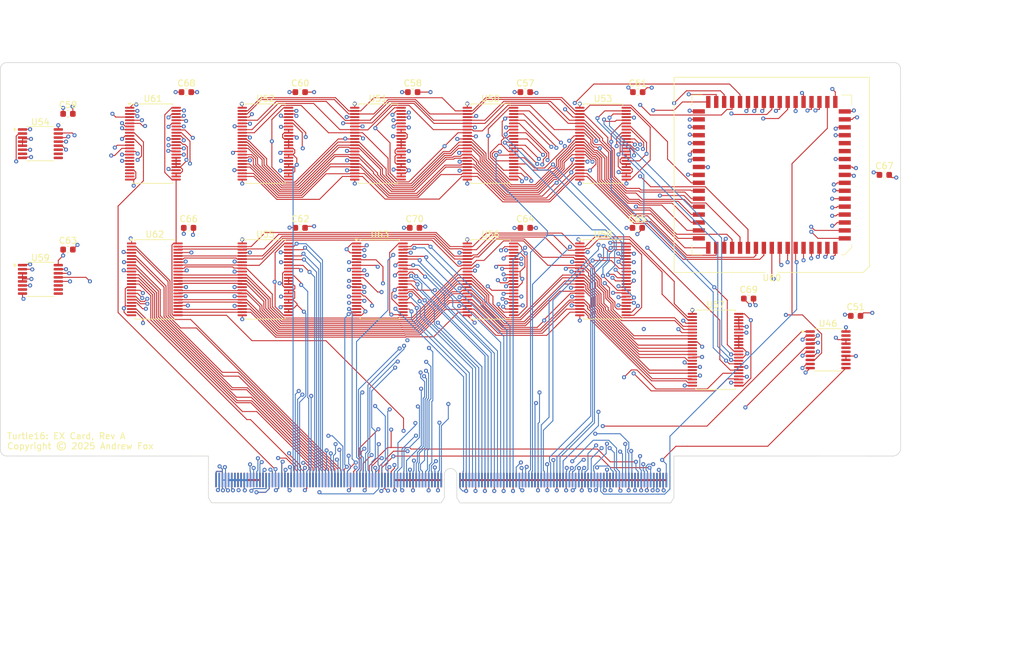
<source format=kicad_pcb>
(kicad_pcb (version 20241229) (generator "pcbnew") (generator_version "9.0")
  (title_block (title "Turtle16: EX Card") (date "2025-07-26") (rev "A") (comment 4 "EX stage of the pipeline"))
  (layers (0 "F.Cu" signal) (4 "In1.Cu" power) (6 "In2.Cu" signal) (8 "In3.Cu" power) (10 "In4.Cu" power) (12 "In5.Cu" signal) (14 "In6.Cu" power) (2 "B.Cu" signal) (13 "F.Paste" user) (15 "B.Paste" user) (5 "F.SilkS" user "F.Silkscreen") (7 "B.SilkS" user "B.Silkscreen") (1 "F.Mask" user) (3 "B.Mask" user) (25 "Edge.Cuts" user))
  (net 0 "")
  (net 1 "GND")
  (net 2 "VCC")
  (net 3 "/EX/ALU/OVF")
  (net 4 "/OVF")
  (net 5 "/Y_EX15")
  (net 6 "/N")
  (net 7 "/Z")
  (net 8 "/Ctl_EX5")
  (net 9 "/EX/ALU/Z")
  (net 11 "/EX/ALU/C16")
  (net 12 "/Carry")
  (net 13 "/EX/ALU/RightOp4")
  (net 14 "/EX/ALU/RightOp1")
  (net 15 "/EX/ALU/RightOp9")
  (net 16 "/EX/ALU/RightOp3")
  (net 17 "/EX/ALU/RightOp7")
  (net 18 "/EX/ALU/RightOp8")
  (net 19 "/EX/ALU/RightOp0")
  (net 20 "/EX/ALU/RightOp5")
  (net 21 "/EX/ALU/RightOp2")
  (net 22 "/EX/ALU/RightOp6")
  (net 23 "/EX/ALU/RightOp10")
  (net 24 "/EX/ALU/RightOp12")
  (net 25 "/EX/ALU/RightOp13")
  (net 26 "/EX/ALU/RightOp11")
  (net 27 "/Ctl_EX4")
  (net 28 "/Ctl_EX3")
  (net 29 "/Ins_EX10")
  (net 30 "/Ins_EX8")
  (net 31 "/Ins_EX5")
  (net 32 "/Ins_EX9")
  (net 33 "/Ins_EX0")
  (net 34 "/EX/ALU/RightOp14")
  (net 35 "/EX/ALU/RightOp15")
  (net 36 "/Ins_EX4")
  (net 37 "/Ins_EX1")
  (net 38 "/Ins_EX3")
  (net 39 "/Ins_EX6")
  (net 40 "/Ins_EX7")
  (net 41 "/Ins_EX2")
  (net 42 "/EX/sheet5FD8D6EA/StoreOp_EX9")
  (net 43 "/EX/sheet5FD8D6EA/StoreOp_EX4")
  (net 44 "/EX/sheet5FD8D6EA/StoreOp_EX8")
  (net 45 "/EX/sheet5FD8D6EA/StoreOp_EX3")
  (net 46 "/EX/sheet5FD8D6EA/StoreOp_EX0")
  (net 47 "/EX/sheet5FD8D6EA/StoreOp_EX5")
  (net 48 "/EX/sheet5FD8D6EA/StoreOp_EX6")
  (net 49 "/EX/sheet5FD8D6EA/StoreOp_EX2")
  (net 50 "/EX/sheet5FD8D6EA/StoreOp_EX7")
  (net 51 "/EX/sheet5FD8D6EA/StoreOp_EX1")
  (net 52 "/Ctl_EX1")
  (net 53 "/Ctl_EX2")
  (net 54 "/PC_EX10")
  (net 55 "/PC_EX4")
  (net 56 "/PC_EX11")
  (net 57 "/EX/sheet5FD8D6EA/StoreOp_EX12")
  (net 58 "/PC_EX1")
  (net 59 "/PC_EX14")
  (net 60 "/PC_EX6")
  (net 61 "/PC_EX9")
  (net 62 "/PC_EX2")
  (net 63 "/PC_EX13")
  (net 64 "/EX/sheet5FD8D6EA/StoreOp_EX10")
  (net 65 "/PC_EX7")
  (net 66 "/EX/sheet5FD8D6EA/StoreOp_EX13")
  (net 67 "/EX/sheet5FD8D6EA/StoreOp_EX15")
  (net 68 "/PC_EX8")
  (net 69 "/PC_EX3")
  (net 70 "/PC_EX12")
  (net 71 "/EX/sheet5FD8D6EA/StoreOp_EX11")
  (net 72 "/PC_EX5")
  (net 73 "/PC_EX15")
  (net 74 "/PC_EX0")
  (net 75 "/EX/sheet5FD8D6EA/StoreOp_EX14")
  (net 76 "/A8")
  (net 77 "/A3")
  (net 78 "/A7")
  (net 79 "/A10")
  (net 80 "/A4")
  (net 81 "/A0")
  (net 82 "/A13")
  (net 83 "/A9")
  (net 84 "/A11")
  (net 85 "/A12")
  (net 86 "/A2")
  (net 87 "/A5")
  (net 88 "/A6")
  (net 89 "/A1")
  (net 90 "/Ctl_EX18")
  (net 91 "/SelC_MEM0")
  (net 92 "/Ctl_MEM16")
  (net 93 "/Ctl_MEM15")
  (net 94 "/Ctl_EX17")
  (net 95 "/SelC_MEM2")
  (net 96 "/Ctl_EX15")
  (net 97 "/Ctl_MEM20")
  (net 98 "/Ctl_EX14")
  (net 99 "/Ctl_EX19")
  (net 100 "/Ctl_MEM19")
  (net 101 "/SelC_MEM1")
  (net 102 "/Ctl_EX20")
  (net 103 "/Ctl_MEM17")
  (net 104 "/Ctl_MEM18")
  (net 105 "/Ctl_MEM14")
  (net 106 "/Ctl_EX16")
  (net 107 "/StoreOp_MEM10")
  (net 108 "/StoreOp_MEM1")
  (net 109 "/StoreOp_MEM3")
  (net 110 "/StoreOp_MEM12")
  (net 111 "/StoreOp_MEM9")
  (net 112 "/StoreOp_MEM14")
  (net 113 "/StoreOp_MEM2")
  (net 114 "/StoreOp_MEM11")
  (net 115 "/StoreOp_MEM7")
  (net 116 "/StoreOp_MEM4")
  (net 117 "/StoreOp_MEM15")
  (net 118 "/StoreOp_MEM13")
  (net 119 "/StoreOp_MEM8")
  (net 120 "/StoreOp_MEM0")
  (net 121 "/StoreOp_MEM6")
  (net 122 "/StoreOp_MEM5")
  (net 123 "/Y_MEM10")
  (net 124 "/Y_MEM13")
  (net 125 "/Y_EX5")
  (net 126 "/Y_MEM15")
  (net 127 "/Y_MEM0")
  (net 128 "/Y_MEM11")
  (net 129 "/Y_MEM3")
  (net 130 "/Y_MEM7")
  (net 131 "/Y_MEM8")
  (net 132 "/Y_MEM2")
  (net 133 "/Y_EX6")
  (net 134 "/Y_EX9")
  (net 135 "/Y_MEM12")
  (net 136 "/Y_EX10")
  (net 137 "/Y_EX1")
  (net 138 "/Y_EX8")
  (net 139 "/Y_EX0")
  (net 140 "/Y_MEM14")
  (net 141 "/Y_EX2")
  (net 142 "/Y_EX13")
  (net 143 "/Y_EX14")
  (net 144 "/Y_MEM6")
  (net 145 "/Y_EX7")
  (net 146 "/Y_EX12")
  (net 147 "/Y_EX4")
  (net 148 "/Y_MEM5")
  (net 149 "/Y_MEM1")
  (net 150 "/Y_EX11")
  (net 151 "/Y_MEM4")
  (net 152 "/Y_MEM9")
  (net 153 "/Y_EX3")
  (net 154 "/Phi1e")
  (net 158 "/B11")
  (net 159 "/B5")
  (net 160 "/B3")
  (net 161 "/B13")
  (net 162 "/B7")
  (net 163 "Net-(U50-1~{OE})")
  (net 164 "/B12")
  (net 165 "/B0")
  (net 166 "/B10")
  (net 167 "/B6")
  (net 168 "/B9")
  (net 169 "/B2")
  (net 170 "/B8")
  (net 171 "/B4")
  (net 172 "/B14")
  (net 173 "/B1")
  (net 174 "/B15")
  (net 175 "/A15")
  (net 176 "/Ctl_EX7")
  (net 177 "/Ctl_EX11")
  (net 178 "/Ctl_EX9")
  (net 179 "/Ctl_EX10")
  (net 180 "/A14")
  (net 181 "/Ctl_EX6")
  (net 182 "/Ctl_EX8")
  (net 183 "Net-(U51-1~{OE})")
  (net 184 "Net-(U52-1~{OE})")
  (net 185 "Net-(U53-1~{OE})")
  (net 193 "Net-(U55-1~{OE})")
  (net 194 "Net-(U56-1~{OE})")
  (net 195 "Net-(U57-1~{OE})")
  (net 196 "Net-(U58-1~{OE})")
  (footprint "Package_SO:TSSOP-48_6.1x12.5mm_P0.5mm" (layer "F.Cu") (at 161.19 90.725)
    (property "Reference" "U58")
    (property "Value" "74ABT16245")
  )
  (footprint "Package_SO:TSSOP-48_6.1x12.5mm_P0.5mm" (layer "F.Cu") (at 125.49 90.725)
    (property "Reference" "U63")
    (property "Value" "74ABT16374")
  )
  (footprint "Package_SO:TSSOP-48_6.1x12.5mm_P0.5mm" (layer "F.Cu") (at 89.19 69)
    (property "Reference" "U61")
    (property "Value" "74ABT16374")
  )
  (footprint "Capacitor_SMD:C_0603_1608Metric" (layer "F.Cu") (at 130.7525 60.75)
    (property "Reference" "C58")
    (property "Value" "0.1uF")
  )
  (footprint "Capacitor_SMD:C_0603_1608Metric" (layer "F.Cu") (at 75.6025 85.95)
    (property "Reference" "C63")
    (property "Value" "0.1uF")
  )
  (footprint "Capacitor_SMD:C_0603_1608Metric" (layer "F.Cu") (at 131.0525 82.475)
    (property "Reference" "C70")
    (property "Value" "0.1uF")
  )
  (footprint "Capacitor_SMD:C_0603_1608Metric" (layer "F.Cu") (at 94.9025 82.475)
    (property "Reference" "C66")
    (property "Value" "0.1uF")
  )
  (footprint "Package_SO:TSSOP-48_6.1x12.5mm_P0.5mm" (layer "F.Cu") (at 107.19 90.725)
    (property "Reference" "U55")
    (property "Value" "74ABT16245")
  )
  (footprint "Capacitor_SMD:C_0603_1608Metric" (layer "F.Cu") (at 166.7525 60.75)
    (property "Reference" "C61")
    (property "Value" "0.1uF")
  )
  (footprint "Capacitor_SMD:C_0603_1608Metric" (layer "F.Cu") (at 184.49 93.8)
    (property "Reference" "C69")
    (property "Value" "0.1uF")
  )
  (footprint "Package_SO:TSSOP-48_6.1x12.5mm_P0.5mm" (layer "F.Cu") (at 179.19 102)
    (property "Reference" "U57")
    (property "Value" "74ABT16245")
  )
  (footprint "Capacitor_SMD:C_0603_1608Metric" (layer "F.Cu") (at 75.6025 64.225)
    (property "Reference" "C59")
    (property "Value" "0.1uF")
  )
  (footprint "Package_LCC:PLCC-68_SMD-Socket" (layer "F.Cu") (at 188.19 74 180)
    (property "Reference" "U60")
    (property "Value" "IDT7381")
  )
  (footprint "Package_SO:TSSOP-16_4.4x5mm_P0.65mm" (layer "F.Cu") (at 71.19 90.725)
    (property "Reference" "U59")
    (property "Value" "74AHCT138")
  )
  (footprint "Capacitor_SMD:C_0603_1608Metric" (layer "F.Cu") (at 94.54 60.75)
    (property "Reference" "C68")
    (property "Value" "0.1uF")
  )
  (footprint "Package_SO:TSSOP-48_6.1x12.5mm_P0.5mm" (layer "F.Cu") (at 107.19 69)
    (property "Reference" "U52")
    (property "Value" "74ABT16245")
  )
  (footprint "Capacitor_SMD:C_0603_1608Metric" (layer "F.Cu") (at 148.7525 82.475)
    (property "Reference" "C64")
    (property "Value" "0.1uF")
  )
  (footprint "Capacitor_SMD:C_0603_1608Metric" (layer "F.Cu") (at 206.19 74)
    (property "Reference" "C67")
    (property "Value" "0.1uF")
  )
  (footprint "Turtle16:MEC5-140-01-L-DV-W1-K_Edge" (layer "F.Cu") (at 136.805 121)
    (property "Reference" "J1" (hide yes))
    (property "Value" "MEC5-140-01-L-DV-W1-K")
  )
  (footprint "Capacitor_SMD:C_0603_1608Metric" (layer "F.Cu") (at 201.6025 96.575)
    (property "Reference" "C51")
    (property "Value" "0.1uF")
  )
  (footprint "Package_SO:TSSOP-48_6.1x12.5mm_P0.5mm" (layer "F.Cu") (at 143.19 69)
    (property "Reference" "U50")
    (property "Value" "74ABT16245")
  )
  (footprint "Package_SO:TSSOP-48_6.1x12.5mm_P0.5mm" (layer "F.Cu") (at 89.49 90.725)
    (property "Reference" "U62")
    (property "Value" "74ABT16374")
  )
  (footprint "Capacitor_SMD:C_0603_1608Metric" (layer "F.Cu") (at 112.7525 60.75)
    (property "Reference" "C60")
    (property "Value" "0.1uF")
  )
  (footprint "Package_SO:TSSOP-48_6.1x12.5mm_P0.5mm" (layer "F.Cu") (at 143.19 90.725)
    (property "Reference" "U56")
    (property "Value" "74ABT16245")
  )
  (footprint "Capacitor_SMD:C_0603_1608Metric" (layer "F.Cu") (at 148.7525 60.75)
    (property "Reference" "C57")
    (property "Value" "0.1uF")
  )
  (footprint "Capacitor_SMD:C_0603_1608Metric" (layer "F.Cu") (at 166.6775 82.475)
    (property "Reference" "C65")
    (property "Value" "0.1uF")
  )
  (footprint "Package_SO:TSSOP-16_4.4x5mm_P0.65mm" (layer "F.Cu") (at 71.19 69)
    (property "Reference" "U54")
    (property "Value" "74AHCT138")
  )
  (footprint "Capacitor_SMD:C_0603_1608Metric" (layer "F.Cu") (at 112.7525 82.475)
    (property "Reference" "C62")
    (property "Value" "0.1uF")
  )
  (footprint "Package_SO:TSSOP-20_4.4x6.5mm_P0.65mm" (layer "F.Cu") (at 197.19 102)
    (property "Reference" "U46")
    (property "Value" "74ABT377")
  )
  (footprint "Package_SO:TSSOP-48_6.1x12.5mm_P0.5mm" (layer "F.Cu") (at 161.19 69)
    (property "Reference" "U53")
    (property "Value" "74ABT16245")
  )
  (footprint "Package_SO:TSSOP-48_6.1x12.5mm_P0.5mm" (layer "F.Cu") (at 125.19 69)
    (property "Reference" "U51")
    (property "Value" "74ABT16245")
  )
  (gr_line (start 64.794 117.99) (end 64.794 57.03) (stroke (width 0.1)) (layer "Edge.Cuts"))
  (gr_arc (start 65.794 118.999328) (mid 65.080297 118.703703) (end 64.784672 117.99) (stroke (width 0.1)) (layer "Edge.Cuts"))
  (gr_line (start 98.57 126.5) (end 135.32 126.5) (stroke (width 0.1)) (layer "Edge.Cuts"))
  (gr_line (start 135.32 126.5) (end 135.8 125.66) (stroke (width 0.1)) (layer "Edge.Cuts"))
  (gr_line (start 207.526062 119.006) (end 172.53 119) (stroke (width 0.1)) (layer "Edge.Cuts"))
  (gr_arc (start 64.794 57.03) (mid 65.086893 56.322893) (end 65.794 56.03) (stroke (width 0.1)) (layer "Edge.Cuts"))
  (gr_line (start 172.03 126.51) (end 171.62 126.51) (stroke (width 0.1)) (layer "Edge.Cuts"))
  (gr_line (start 98.07 119.01) (end 65.794 118.999328) (stroke (width 0.1)) (layer "Edge.Cuts"))
  (gr_line (start 98.07 119.01) (end 98.07 125.65) (stroke (width 0.1)) (layer "Edge.Cuts"))
  (gr_line (start 137.8 125.64) (end 137.81 125.67) (stroke (width 0.1)) (layer "Edge.Cuts"))
  (gr_line (start 98.07 125.65) (end 98.57 126.5) (stroke (width 0.1)) (layer "Edge.Cuts"))
  (gr_line (start 65.794 56.03) (end 207.78 56.03) (stroke (width 0.1)) (layer "Edge.Cuts"))
  (gr_arc (start 208.796 117.748499) (mid 208.419657 118.638434) (end 207.526062 119.006) (stroke (width 0.1)) (layer "Edge.Cuts"))
  (gr_line (start 138.3 126.51) (end 137.81 125.67) (stroke (width 0.1)) (layer "Edge.Cuts"))
  (gr_line (start 172.53 125.65) (end 172.03 126.51) (stroke (width 0.1)) (layer "Edge.Cuts"))
  (gr_arc (start 135.8 122) (mid 136.8 121) (end 137.8 122) (stroke (width 0.1)) (layer "Edge.Cuts"))
  (gr_line (start 137.8 121.99) (end 137.8 125.64) (stroke (width 0.1)) (layer "Edge.Cuts"))
  (gr_line (start 135.8 125.66) (end 135.8 122) (stroke (width 0.1)) (layer "Edge.Cuts"))
  (gr_line (start 171.62 126.51) (end 138.3 126.51) (stroke (width 0.1)) (layer "Edge.Cuts"))
  (gr_arc (start 207.78 56.03) (mid 208.487107 56.322893) (end 208.78 57.03) (stroke (width 0.1)) (layer "Edge.Cuts"))
  (gr_line (start 172.53 119) (end 172.53 125.65) (stroke (width 0.1)) (layer "Edge.Cuts"))
  (gr_line (start 208.78 57.03) (end 208.796 117.748447) (stroke (width 0.1)) (layer "Edge.Cuts"))
  (gr_text "Turtle16: EX Card, Rev A\nCopyright © 2025 Andrew Fox" (at 65.778 118 0) (layer "F.SilkS") (effects (font (size 1 1)) (justify left bottom)))
  (segment (start 182.9025 100.25) (end 182.9025 99.75) (width 0.1524) (layer "F.Cu") (net 1))
  (segment (start 84.5728 95.9976) (end 85.0502 96.475) (width 0.1524) (layer "F.Cu") (net 1))
  (segment (start 182.9624 98.3099) (end 182.9025 98.25) (width 0.1524) (layer "F.Cu") (net 1))
  (segment (start 152.31 124.467402) (end 152.29 124.487402) (width 0.1524) (layer "F.Cu") (net 1))
  (segment (start 168.31 122.86) (end 168.31 124.38) (width 0.1524) (layer "F.Cu") (net 1))
  (segment (start 163.81 122.86) (end 163.81 124.394392) (width 0.1524) (layer "F.Cu") (net 1))
  (segment (start 135.31 122.86) (end 127.81 122.86) (width 0.3048) (layer "F.Cu") (net 1))
  (segment (start 109.5696 70.4666) (end 109.7862 70.25) (width 0.1524) (layer "F.Cu") (net 1))
  (segment (start 145.5326 64.9875) (end 145.7701 64.75) (width 0.1524) (layer "F.Cu") (net 1))
  (segment (start 93.2025 89.475) (end 94.416 89.475) (width 0.1524) (layer "F.Cu") (net 1))
  (segment (start 158.6005 86.475) (end 157.4775 86.475) (width 0.1524) (layer "F.Cu") (net 1))
  (segment (start 182.9025 97.75) (end 182.9025 97.25) (width 0.1524) (layer "F.Cu") (net 1))
  (segment (start 138.4211 91.975) (end 138.2381 92.158) (width 0.1524) (layer "F.Cu") (net 1))
  (segment (start 106.3 122.85) (end 101.3 122.85) (width 0.3048) (layer "F.Cu") (net 1))
  (segment (start 95.3397 86.4258) (end 93.2517 86.4258) (width 0.1524) (layer "F.Cu") (net 1))
  (segment (start 94.416 89.475) (end 94.6047 89.2863) (width 0.1524) (layer "F.Cu") (net 1))
  (segment (start 167.31 122.86) (end 167.31 124.48) (width 0.1524) (layer "F.Cu") (net 1))
  (segment (start 130.0745 64.75) (end 130.1434 64.8189) (width 0.1524) (layer "F.Cu") (net 1))
  (segment (start 182.9025 103.25) (end 183.6011 103.25) (width 0.1524) (layer "F.Cu") (net 1))
  (segment (start 102.2567 89.475) (end 103.4775 89.475) (width 0.1524) (layer "F.Cu") (net 1))
  (segment (start 184.1752 98.3099) (end 182.9624 98.3099) (width 0.1524) (layer "F.Cu") (net 1))
  (segment (start 109.5491 73.3057) (end 110.8468 73.3057) (width 0.1524) (layer "F.Cu") (net 1))
  (segment (start 122.5646 96.475) (end 123.1747 95.8649) (width 0.1524) (layer "F.Cu") (net 1))
  (segment (start 85.4775 74.75) (end 86.1134 74.75) (width 0.1524) (layer "F.Cu") (net 1))
  (segment (start 127.865 92.4277) (end 127.4044 92.8883) (width 0.1524) (layer "F.Cu") (net 1))
  (segment (start 166.0629 64.75) (end 166.1458 64.8329) (width 0.1524) (layer "F.Cu") (net 1))
  (segment (start 101.8 124.307597) (end 101.992403 124.5) (width 0.1524) (layer "F.Cu") (net 1))
  (segment (start 121.7775 94.975) (end 122.4451 94.975) (width 0.1524) (layer "F.Cu") (net 1))
  (segment (start 139.4479 86.4454) (end 139.4775 86.475) (width 0.1524) (layer "F.Cu") (net 1))
  (segment (start 164.9025 73.25) (end 164.203 73.25) (width 0.1524) (layer "F.Cu") (net 1))
  (segment (start 94.4829 91.9582) (end 93.2193 91.9582) (width 0.1524) (layer "F.Cu") (net 1))
  (segment (start 109.9299 89.7484) (end 110.2033 89.475) (width 0.1524) (layer "F.Cu") (net 1))
  (segment (start 120.1792 85.9082) (end 120.1792 85.8064) (width 0.1524) (layer "F.Cu") (net 1))
  (segment (start 114.9722 82.2246) (end 113.7779 82.2246) (width 0.1524) (layer "F.Cu") (net 1))
  (segment (start 140.8575 67.8309) (end 139.5584 67.8309) (width 0.1524) (layer "F.Cu") (net 1))
  (segment (start 110.8237 86.3962) (end 110.9025 86.475) (width 0.1524) (layer "F.Cu") (net 1))
  (segment (start 167.4525 82.703) (end 167.4525 82.475) (width 0.1524) (layer "F.Cu") (net 1))
  (segment (start 114.9722 60.7476) (end 113.5299 60.7476) (width 0.1524) (layer "F.Cu") (net 1))
  (segment (start 146.0942 70.25) (end 146.9025 70.25) (width 0.1524) (layer "F.Cu") (net 1))
  (segment (start 156.1507 91.975) (end 156.0572 92.0685) (width 0.1524) (layer "F.Cu") (net 1))
  (segment (start 182.9025 101.25) (end 182.9025 100.75) (width 0.1524) (layer "F.Cu") (net 1))
  (segment (start 201.8279 64.7928) (end 201.3709 64.7928) (width 0.1524) (layer "F.Cu") (net 1))
  (segment (start 163.6667 91.8113) (end 163.8304 91.975) (width 0.1524) (layer "F.Cu") (net 1))
  (segment (start 157.4775 91.975) (end 156.1507 91.975) (width 0.1524) (layer "F.Cu") (net 1))
  (segment (start 174.7858 73.9615) (end 175.2878 73.9615) (width 0.1524) (layer "F.Cu") (net 1))
  (segment (start 121.0106 84.975) (end 121.7775 84.975) (width 0.1524) (layer "F.Cu") (net 1))
  (segment (start 182.9025 98.25) (end 182.9025 97.75) (width 0.1524) (layer "F.Cu") (net 1))
  (segment (start 166.6812 83.4743) (end 167.4525 82.703) (width 0.1524) (layer "F.Cu") (net 1))
  (segment (start 159.7331 71.3267) (end 160.0573 71.6509) (width 0.1524) (layer "F.Cu") (net 1))
  (segment (start 168.31 124.38) (end 168.19 124.5) (width 0.1524) (layer "F.Cu") (net 1))
  (segment (start 129.2025 91.975) (end 128.3177 91.975) (width 0.1524) (layer "F.Cu") (net 1))
  (segment (start 133.31 124.48) (end 133.29 124.5) (width 0.1524) (layer "F.Cu") (net 1))
  (segment (start 130.1382 70.1864) (end 128.9661 70.1864) (width 0.1524) (layer "F.Cu") (net 1))
  (segment (start 143.1749 70.4383) (end 143.1749 71.1492) (width 0.1524) (layer "F.Cu") (net 1))
  (segment (start 139.31 124.58) (end 139.29 124.6) (width 0.1524) (layer "F.Cu") (net 1))
  (segment (start 164.8132 94.8857) (end 164.9025 94.975) (width 0.1524) (layer "F.Cu") (net 1))
  (segment (start 95.5958 83.598) (end 95.6775 83.5163) (width 0.1524) (layer "F.Cu") (net 1))
  (segment (start 155.31 124.48) (end 155.29 124.5) (width 0.1524) (layer "F.Cu") (net 1))
  (segment (start 140.5587 89.475) (end 140.7107 89.323) (width 0.1524) (layer "F.Cu") (net 1))
  (segment (start 103.8 122.85) (end 103.8 124.41) (width 0.1524) (layer "F.Cu") (net 1))
  (segment (start 155.31 122.86) (end 155.31 124.48) (width 0.1524) (layer "F.Cu") (net 1))
  (segment (start 128.5251 89.475) (end 129.2025 89.475) (width 0.1524) (layer "F.Cu") (net 1))
  (segment (start 200.0525 100.375) (end 200.0525 101.025) (width 0.1524) (layer "F.Cu") (net 1))
  (segment (start 121.7775 96.475) (end 122.5646 96.475) (width 0.1524) (layer "F.Cu") (net 1))
  (segment (start 144.9343 69.0901) (end 144.5231 69.0901) (width 0.1524) (layer "F.Cu") (net 1))
  (segment (start 77.1206 85.2085) (end 77.119 85.2085) (width 0.1524) (layer "F.Cu") (net 1))
  (segment (start 198.438 100.0626) (end 198.7504 100.375) (width 0.1524) (layer "F.Cu") (net 1))
  (segment (start 177.9789 72.7675) (end 177.7462 72.7675) (width 0.1524) (layer "F.Cu") (net 1))
  (segment (start 127.9014 90.0987) (end 128.5251 89.475) (width 0.1524) (layer "F.Cu") (net 1))
  (segment (start 177.7462 72.7675) (end 177.7087 72.73) (width 0.1524) (layer "F.Cu") (net 1))
  (segment (start 175.2878 73.9615) (end 175.3263 74) (width 0.1524) (layer "F.Cu") (net 1))
  (segment (start 143.81 122.86) (end 143.81 124.58) (width 0.1524) (layer "F.Cu") (net 1))
  (segment (start 199.8625 72.73) (end 201.0537 72.73) (width 0.1524) (layer "F.Cu") (net 1))
  (segment (start 164.203 73.25) (end 163.6311 72.6781) (width 0.1524) (layer "F.Cu") (net 1))
  (segment (start 208.0952 74.4308) (end 207.3958 74.4308) (width 0.1524) (layer "F.Cu") (net 1))
  (segment (start 101.8 122.85) (end 101.8 124.307597) (width 0.1524) (layer "F.Cu") (net 1))
  (segment (start 163.81 124.394392) (end 163.967708 124.5521) (width 0.1524) (layer "F.Cu") (net 1))
  (segment (start 171.31 122.86) (end 138.31 122.86) (width 0.3048) (layer "F.Cu") (net 1))
  (segment (start 175.4775 97.75) (end 174.4421 97.75) (width 0.1524) (layer "F.Cu") (net 1))
  (segment (start 84.6306 86.475) (end 85.7775 86.475) (width 0.1524) (layer "F.Cu") (net 1))
  (segment (start 155.1256 63.4995) (end 156.3761 64.75) (width 0.1524) (layer "F.Cu") (net 1))
  (segment (start 121.7775 86.475) (end 120.746 86.475) (width 0.1524) (layer "F.Cu") (net 1))
  (segment (start 109.6551 64.5222) (end 109.8829 64.75) (width 0.1524) (layer "F.Cu") (net 1))
  (segment (start 109.6184 95.1781) (end 109.8215 94.975) (width 0.1524) (layer "F.Cu") (net 1))
  (segment (start 176.297 100.75) (end 175.4775 100.75) (width 0.1524) (layer "F.Cu") (net 1))
  (segment (start 86.4495 74.4924) (end 86.4495 73.5544) (width 0.1524) (layer "F.Cu") (net 1))
  (segment (start 109.8215 94.975) (end 110.9025 94.975) (width 0.1524) (layer "F.Cu") (net 1))
  (segment (start 147.9563 86.475) (end 146.9025 86.475) (width 0.1524) (layer "F.Cu") (net 1))
  (segment (start 133.31 122.86) (end 133.31 124.48) (width 0.1524) (layer "F.Cu") (net 1))
  (segment (start 86.1134 74.75) (end 86.1919 74.75) (width 0.1524) (layer "F.Cu") (net 1))
  (segment (start 140.81 124.58) (end 140.79 124.6) (width 0.1524) (layer "F.Cu") (net 1))
  (segment (start 96.2525 60.75) (end 95.315 60.75) (width 0.1524) (layer "F.Cu") (net 1))
  (segment (start 99.8 124.242513) (end 99.588942 124.453571) (width 0.1524) (layer "F.Cu") (net 1))
  (segment (start 84.7687 92.2427) (end 85.0364 91.975) (width 0.1524) (layer "F.Cu") (net 1))
  (segment (start 86.1919 74.75) (end 86.4495 74.4924) (width 0.1524) (layer "F.Cu") (net 1))
  (segment (start 120.1792 85.8064) (end 121.0106 84.975) (width 0.1524) (layer "F.Cu") (net 1))
  (segment (start 150.81 124.48) (end 150.79 124.5) (width 0.1524) (layer "F.Cu") (net 1))
  (segment (start 110.8468 73.3057) (end 110.9025 73.25) (width 0.1524) (layer "F.Cu") (net 1))
  (segment (start 156.3761 64.75) (end 157.4775 64.75) (width 0.1524) (layer "F.Cu") (net 1))
  (segment (start 176.5801 106.25) (end 175.4775 106.25) (width 0.1524) (layer "F.Cu") (net 1))
  (segment (start 158.3009 70.25) (end 159.3776 71.3267) (width 0.1524) (layer "F.Cu") (net 1))
  (segment (start 93.6428 67.75) (end 94.118 68.2252) (width 0.1524) (layer "F.Cu") (net 1))
  (segment (start 127.681 73.1503) (end 128.8028 73.1503) (width 0.1524) (layer "F.Cu") (net 1))
  (segment (start 182.9025 101.75) (end 182.9025 101.25) (width 0.1524) (layer "F.Cu") (net 1))
  (segment (start 129.2301 86.4474) (end 129.2025 86.475) (width 0.1524) (layer "F.Cu") (net 1))
  (segment (start 170.89 124.4) (end 170.81 124.32) (width 0.1524) (layer "F.Cu") (net 1))
  (segment (start 128.9025 64.75) (end 130.0745 64.75) (width 0.1524) (layer "F.Cu") (net 1))
  (segment (start 68.482 93.8412) (end 68.3275 93.6867) (width 0.1524) (layer "F.Cu") (net 1))
  (segment (start 145.2757 73.25) (end 146.9025 73.25) (width 0.1524) (layer "F.Cu") (net 1))
  (segment (start 85.7775 84.3215) (end 85.7775 84.975) (width 0.1524) (layer "F.Cu") (net 1))
  (segment (start 130.81 122.86) (end 130.81 124.48) (width 0.1524) (layer "F.Cu") (net 1))
  (segment (start 84.5728 95.1709) (end 84.5728 95.3567) (width 0.1524) (layer "F.Cu") (net 1))
  (segment (start 182.9025 100.75) (end 182.9025 100.25) (width 0.1524) (layer "F.Cu") (net 1))
  (segment (start 68.3275 68.2398) (end 68.3275 68.675) (width 0.1524) (layer "F.Cu") (net 1))
  (segment (start 76.3775 63.0967) (end 76.3775 64.225) (width 0.1524) (layer "F.Cu") (net 1))
  (segment (start 109.8829 64.75) (end 110.9025 64.75) (width 0.1524) (layer "F.Cu") (net 1))
  (segment (start 127.6469 67.75) (end 127.5921 67.8048) (width 0.1524) (layer "F.Cu") (net 1))
  (segment (start 146.9025 89.475) (end 147.9326 89.475) (width 0.1524) (layer "F.Cu") (net 1))
  (segment (start 148.2606 94.975) (end 148.3423 94.8933) (width 0.1524) (layer "F.Cu") (net 1))
  (segment (start 68.3275 90.6646) (end 68.3275 91.05) (width 0.1524) (layer "F.Cu") (net 1))
  (segment (start 128.8028 73.1503) (end 128.9025 73.25) (width 0.1524) (layer "F.Cu") (net 1))
  (segment (start 103.4775 64.75) (end 104.5477 64.75) (width 0.1524) (layer "F.Cu") (net 1))
  (segment (start 159.3776 71.3267) (end 159.7331 71.3267) (width 0.1524) (layer "F.Cu") (net 1))
  (segment (start 113.5299 60.7476) (end 113.5275 60.75) (width 0.1524) (layer "F.Cu") (net 1))
  (segment (start 127.81 124.42) (end 127.89 124.5) (width 0.1524) (layer "F.Cu") (net 1))
  (segment (start 143.1749 71.1492) (end 145.2757 73.25) (width 0.1524) (layer "F.Cu") (net 1))
  (segment (start 69.7004 71.1462) (end 68.4563 71.1462) (width 0.1524) (layer "F.Cu") (net 1))
  (segment (start 147.9326 89.475) (end 147.9326 90.2974) (width 0.1524) (layer "F.Cu") (net 1))
  (segment (start 198.35 60.7291) (end 198.35 62.3275) (width 0.1524) (layer "F.Cu") (net 1))
  (segment (start 68.3275 93.6867) (end 68.3275 93) (width 0.1524) (layer "F.Cu") (net 1))
  (segment (start 68.3275 68.675) (end 68.3275 69.325) (width 0.1524) (layer "F.Cu") (net 1))
  (segment (start 153.81 124.48) (end 153.79 124.5) (width 0.1524) (layer "F.Cu") (net 1))
  (segment (start 93.9253 64.75) (end 92.9025 64.75) (width 0.1524) (layer "F.Cu") (net 1))
  (segment (start 127.4044 93.8444) (end 128.535 94.975) (width 0.1524) (layer "F.Cu") (net 1))
  (segment (start 84.7687 94.975) (end 84.5728 95.1709) (width 0.1524) (layer "F.Cu") (net 1))
  (segment (start 207.3958 74.4308) (end 206.965 74) (width 0.1524) (layer "F.Cu") (net 1))
  (segment (start 182.9624 98.3099) (end 182.9624 98.6901) (width 0.1524) (layer "F.Cu") (net 1))
  (segment (start 157.4775 67.75) (end 156.5682 67.75) (width 0.1524) (layer "F.Cu") (net 1))
  (segment (start 163.6311 72.6781) (end 163.6311 70.7606) (width 0.1524) (layer "F.Cu") (net 1))
  (segment (start 120.3276 70.25) (end 120.229 70.1514) (width 0.1524) (layer "F.Cu") (net 1))
  (segment (start 112.2009 68.0363) (end 111.9146 67.75) (width 0.1524) (layer "F.Cu") (net 1))
  (segment (start 85.4775 64.75) (end 83.2421 64.75) (width 0.1524) (layer "F.Cu") (net 1))
  (segment (start 157.81 122.86) (end 157.81 124.48) (width 0.1524) (layer "F.Cu") (net 1))
  (segment (start 182.9597 106.3072) (end 182.9025 106.25) (width 0.1524) (layer "F.Cu") (net 1))
  (segment (start 183.6011 103.25) (end 184.2697 102.5814) (width 0.1524) (layer "F.Cu") (net 1))
  (segment (start 86.1134 75.7154) (end 86.1134 74.75) (width 0.1524) (layer "F.Cu") (net 1))
  (segment (start 143.81 124.58) (end 143.79 124.6) (width 0.1524) (layer "F.Cu") (net 1))
  (segment (start 91.8759 73.25) (end 92.9025 73.25) (width 0.1524) (layer "F.Cu") (net 1))
  (segment (start 185.6056 94.8635) (end 185.265 94.5229) (width 0.1524) (layer "F.Cu") (net 1))
  (segment (start 163.668 70.7237) (end 163.9358 70.4559) (width 0.1524) (layer "F.Cu") (net 1))
  (segment (start 104.6964 86.4211) (end 103.5314 86.4211) (width 0.1524) (layer "F.Cu") (net 1))
  (segment (start 130.81 124.48) (end 130.79 124.5) (width 0.1524) (layer "F.Cu") (net 1))
  (segment (start 139.4775 91.975) (end 138.4211 91.975) (width 0.1524) (layer "F.Cu") (net 1))
  (segment (start 103.8 124.41) (end 103.89 124.5) (width 0.1524) (layer "F.Cu") (net 1))
  (segment (start 121.4608 64.7333) (end 121.4775 64.75) (width 0.1524) (layer "F.Cu") (net 1))
  (segment (start 170.81 124.32) (end 170.81 122.86) (width 0.1524) (layer "F.Cu") (net 1))
  (segment (start 138.1969 94.975) (end 138.1891 94.9828) (width 0.1524) (layer "F.Cu") (net 1))
  (segment (start 131.5299 60.7476) (end 131.5275 60.75) (width 0.1524) (layer "F.Cu") (net 1))
  (segment (start 146.81 124.58) (end 146.79 124.6) (width 0.1524) (layer "F.Cu") (net 1))
  (segment (start 168.9798 60.0377) (end 168.2398 60.0377) (width 0.1524) (layer "F.Cu") (net 1))
  (segment (start 156.5682 67.75) (end 155.786 68.5322) (width 0.1524) (layer "F.Cu") (net 1))
  (segment (start 109.7862 70.25) (end 110.9025 70.25) (width 0.1524) (layer "F.Cu") (net 1))
  (segment (start 176.5175 74) (end 175.3263 74) (width 0.1524) (layer "F.Cu") (net 1))
  (segment (start 198.7504 100.375) (end 200.0525 100.375) (width 0.1524) (layer "F.Cu") (net 1))
  (segment (start 68.4563 71.1462) (end 68.3275 71.275) (width 0.1524) (layer "F.Cu") (net 1))
  (segment (start 183.5702 101.75) (end 182.9025 101.75) (width 0.1524) (layer "F.Cu") (net 1))
  (segment (start 182.9025 97.25) (end 182.9025 96.75) (width 0.1524) (layer "F.Cu") (net 1))
  (segment (start 85.0502 96.475) (end 85.7775 96.475) (width 0.1524) (layer "F.Cu") (net 1))
  (segment (start 68.3275 89.75) (end 68.3275 90.4) (width 0.1524) (layer "F.Cu") (net 1))
  (segment (start 102.2567 94.9706) (end 103.4731 94.9706) (width 0.1524) (layer "F.Cu") (net 1))
  (segment (start 138.2505 73.3209) (end 139.4066 73.3209) (width 0.1524) (layer "F.Cu") (net 1))
  (segment (start 142.31 122.86) (end 142.31 124.58) (width 0.1524) (layer "F.Cu") (net 1))
  (segment (start 199.8625 75.27) (end 198.6713 75.27) (width 0.1524) (layer "F.Cu") (net 1))
  (segment (start 157.4025 94.9) (end 156.1791 94.9) (width 0.1524) (layer "F.Cu") (net 1))
  (segment (start 86.3991 70.25) (end 85.4775 70.25) (width 0.1524) (layer "F.Cu") (net 1))
  (segment (start 200.0525 103.625) (end 200.0525 102.9979) (width 0.1524) (layer "F.Cu") (net 1))
  (segment (start 149.5437 82.4912) (end 149.5275 82.475) (width 0.1524) (layer "F.Cu") (net 1))
  (segment (start 69.7518 90.6646) (end 68.3275 90.6646) (width 0.1524) (layer "F.Cu") (net 1))
  (segment (start 177.0379 103.1465) (end 175.581 103.1465) (width 0.1524) (layer "F.Cu") (net 1))
  (segment (start 198.4071 75.5342) (end 198.6713 75.27) (width 0.1524) (layer "F.Cu") (net 1))
  (segment (start 123.0033 89.2825) (end 122.8108 89.475) (width 0.1524) (layer "F.Cu") (net 1))
  (segment (start 201.639 102.9979) (end 200.0525 102.9979) (width 0.1524) (layer "F.Cu") (net 1))
  (segment (start 147.9326 90.2974) (end 148.272 90.6368) (width 0.1524) (layer "F.Cu") (net 1))
  (segment (start 164.2263 67.75) (end 164.9025 67.75) (width 0.1524) (layer "F.Cu") (net 1))
  (segment (start 120.2385 73.2612) (end 121.4663 73.2612) (width 0.1524) (layer "F.Cu") (net 1))
  (segment (start 144.5231 69.0901) (end 143.1749 70.4383) (width 0.1524) (layer "F.Cu") (net 1))
  (segment (start 201.2287 72.905) (end 201.0537 72.73) (width 0.1524) (layer "F.Cu") (net 1))
  (segment (start 139.4775 70.25) (end 138.4083 70.25) (width 0.1524) (layer "F.Cu") (net 1))
  (segment (start 176.5175 72.73) (end 177.7087 72.73) (width 0.1524) (layer "F.Cu") (net 1))
  (segment (start 184.2022 106.3072) (end 182.9597 106.3072) (width 0.1524) (layer "F.Cu") (net 1))
  (segment (start 165.9871 86.475) (end 166.1295 86.6174) (width 0.1524) (layer "F.Cu") (net 1))
  (segment (start 157.4775 89.475) (end 156.1488 89.475) (width 0.1524) (layer "F.Cu") (net 1))
  (segment (start 158.7251 86.3504) (end 158.6005 86.475) (width 0.1524) (layer "F.Cu") (net 1))
  (segment (start 177.0485 101.5015) (end 176.297 100.75) (width 0.1524) (layer "F.Cu") (net 1))
  (segment (start 164.9025 64.75) (end 166.0629 64.75) (width 0.1524) (layer "F.Cu") (net 1))
  (segment (start 150.81 122.86) (end 150.81 124.48) (width 0.1524) (layer "F.Cu") (net 1))
  (segment (start 84.4969 86.3413) (end 84.6306 86.475) (width 0.1524) (layer "F.Cu") (net 1))
  (segment (start 148.6981 88.7095) (end 148.6981 87.2168) (width 0.1524) (layer "F.Cu") (net 1))
  (segment (start 176.7057 106.1244) (end 176.5801 106.25) (width 0.1524) (layer "F.Cu") (net 1))
  (segment (start 85.4775 67.75) (end 84.7457 67.75) (width 0.1524) (layer "F.Cu") (net 1))
  (segment (start 91.6495 70.1503) (end 92.8028 70.1503) (width 0.1524) (layer "F.Cu") (net 1))
  (segment (start 68.3275 68.025) (end 68.3275 68.2398) (width 0.1524) (layer "F.Cu") (net 1))
  (segment (start 142.31 124.58) (end 142.29 124.6) (width 0.1524) (layer "F.Cu") (net 1))
  (segment (start 84.5728 95.3567) (end 84.5728 95.9976) (width 0.1524) (layer "F.Cu") (net 1))
  (segment (start 130.4277 86.4474) (end 129.2301 86.4474) (width 0.1524) (layer "F.Cu") (net 1))
  (segment (start 103.4731 94.9706) (end 103.4775 94.975) (width 0.1524) (layer "F.Cu") (net 1))
  (segment (start 85.7775 94.975) (end 84.7687 94.975) (width 0.1524) (layer "F.Cu") (net 1))
  (segment (start 164.9025 86.475) (end 165.9871 86.475) (width 0.1524) (layer "F.Cu") (net 1))
  (segment (start 120.189 64.7333) (end 121.4608 64.7333) (width 0.1524) (layer "F.Cu") (net 1))
  (segment (start 127.4044 92.8883) (end 127.4044 93.8444) (width 0.1524) (layer "F.Cu") (net 1))
  (segment (start 68.3275 90.4) (end 68.3275 90.6646) (width 0.1524) (layer "F.Cu") (net 1))
  (segment (start 147.9326 89.475) (end 148.6981 88.7095) (width 0.1524) (layer "F.Cu") (net 1))
  (segment (start 103.4689 73.2414) (end 103.4775 73.25) (width 0.1524) (layer "F.Cu") (net 1))
  (segment (start 109.9299 91.3465) (end 109.4672 91.3465) (width 0.1524) (layer "F.Cu") (net 1))
  (segment (start 139.5584 67.8309) (end 139.4775 67.75) (width 0.1524) (layer "F.Cu") (net 1))
  (segment (start 104.5477 64.75) (end 105.0163 64.2814) (width 0.1524) (layer "F.Cu") (net 1))
  (segment (start 148.272 91.2744) (end 147.5714 91.975) (width 0.1524) (layer "F.Cu") (net 1))
  (segment (start 165.31 124.48) (end 165.29 124.5) (width 0.1524) (layer "F.Cu") (net 1))
  (segment (start 121.4663 73.2612) (end 121.4775 73.25) (width 0.1524) (layer "F.Cu") (net 1))
  (segment (start 140.7253 64.75) (end 139.4775 64.75) (width 0.1524) (layer "F.Cu") (net 1))
  (segment (start 139.4775 89.475) (end 140.5587 89.475) (width 0.1524) (layer "F.Cu") (net 1))
  (segment (start 128.535 94.975) (end 129.2025 94.975) (width 0.1524) (layer "F.Cu") (net 1))
  (segment (start 148.6981 87.2168) (end 147.9563 86.475) (width 0.1524) (layer "F.Cu") (net 1))
  (segment (start 123.1747 95.7046) (end 123.1747 95.8649) (width 0.1524) (layer "F.Cu") (net 1))
  (segment (start 84.7687 94.975) (end 84.7687 92.2427) (width 0.1524) (layer "F.Cu") (net 1))
  (segment (start 167.31 124.48) (end 167.29 124.5) (width 0.1524) (layer "F.Cu") (net 1))
  (segment (start 95.6775 83.5163) (end 95.6775 82.475) (width 0.1524) (layer "F.Cu") (net 1))
  (segment (start 146.9025 94.975) (end 148.2606 94.975) (width 0.1524) (layer "F.Cu") (net 1))
  (segment (start 150.5335 60.872) (end 149.6495 60.872) (width 0.1524) (layer "F.Cu") (net 1))
  (segment (start 139.4775 94.975) (end 138.1969 94.975) (width 0.1524) (layer "F.Cu") (net 1))
  (segment (start 156.1488 89.475) (end 156.1453 89.4785) (width 0.1524) (layer "F.Cu") (net 1))
  (segment (start 113.7779 82.2246) (end 113.5275 82.475) (width 0.1524) (layer "F.Cu") (net 1))
  (segment (start 85.0364 91.975) (end 85.7775 91.975) (width 0.1524) (layer "F.Cu") (net 1))
  (segment (start 140.9023 64.573) (end 140.7253 64.75) (width 0.1524) (layer "F.Cu") (net 1))
  (segment (start 76.3323 63.0515) (end 76.3775 63.0967) (width 0.1524) (layer "F.Cu") (net 1))
  (segment (start 145.0647 67.747) (end 145.389 68.0713) (width 0.1524) (layer "F.Cu") (net 1))
  (segment (start 201.3709 64.7928) (end 201.0537 65.11) (width 0.1524) (layer "F.Cu") (net 1))
  (segment (start 86.1451 73.25) (end 85.4775 73.25) (width 0.1524) (layer "F.Cu") (net 1))
  (segment (start 92.9025 67.75) (end 93.6428 67.75) (width 0.1524) (layer "F.Cu") (net 1))
  (segment (start 93.2517 86.4258) (end 93.2025 86.475) (width 0.1524) (layer "F.Cu") (net 1))
  (segment (start 175.581 103.1465) (end 175.4775 103.25) (width 0.1524) (layer "F.Cu") (net 1))
  (segment (start 84.5728 95.3567) (end 84.5443 95.3567) (width 0.1524) (layer "F.Cu") (net 1))
  (segment (start 174.4421 97.75) (end 174.0273 97.3352) (width 0.1524) (layer "F.Cu") (net 1))
  (segment (start 138.2262 86.4454) (end 139.4479 86.4454) (width 0.1524) (layer "F.Cu") (net 1))
  (segment (start 152.31 122.86) (end 152.31 124.467402) (width 0.1524) (layer "F.Cu") (net 1))
  (segment (start 184.2697 102.5814) (end 184.2697 102.4495) (width 0.1524) (layer "F.Cu") (net 1))
  (segment (start 122.4451 94.975) (end 123.1747 95.7046) (width 0.1524) (layer "F.Cu") (net 1))
  (segment (start 145.7701 64.75) (end 146.9025 64.75) (width 0.1524) (layer "F.Cu") (net 1))
  (segment (start 86.7427 70.5936) (end 86.3991 70.25) (width 0.1524) (layer "F.Cu") (net 1))
  (segment (start 146.81 122.86) (end 146.81 124.58) (width 0.1524) (layer "F.Cu") (net 1))
  (segment (start 103.4607 91.9582) (end 103.4775 91.975) (width 0.1524) (layer "F.Cu") (net 1))
  (segment (start 132.0279 82.2746) (end 131.8275 82.475) (width 0.1524) (layer "F.Cu") (net 1))
  (segment (start 153.81 122.86) (end 153.81 124.48) (width 0.1524) (layer "F.Cu") (net 1))
  (segment (start 93.2654 94.9121) (end 93.2025 94.975) (width 0.1524) (layer "F.Cu") (net 1))
  (segment (start 99.8 122.85) (end 99.8 124.242513) (width 0.1524) (layer "F.Cu") (net 1))
  (segment (start 85.9841 62.7434) (end 85.4775 63.25) (width 0.1524) (layer "F.Cu") (net 1))
  (segment (start 200.0525 102.9979) (end 200.0525 102.975) (width 0.1524) (layer "F.Cu") (net 1))
  (segment (start 145.8479 68.0713) (end 146.1692 67.75) (width 0.1524) (layer "F.Cu") (net 1))
  (segment (start 144.9343 69.0901) (end 144.9343 68.526) (width 0.1524) (layer "F.Cu") (net 1))
  (segment (start 160.0573 72.2894) (end 159.0967 73.25) (width 0.1524) (layer "F.Cu") (net 1))
  (segment (start 94.7821 94.9121) (end 93.2654 94.9121) (width 0.1524) (layer "F.Cu") (net 1))
  (segment (start 122.8108 89.475) (end 121.7775 89.475) (width 0.1524) (layer "F.Cu") (net 1))
  (segment (start 163.6311 70.7606) (end 163.668 70.7237) (width 0.1524) (layer "F.Cu") (net 1))
  (segment (start 120.746 86.475) (end 120.1792 85.9082) (width 0.1524) (layer "F.Cu") (net 1))
  (segment (start 193.6129 105.6396) (end 194.3275 104.925) (width 0.1524) (layer "F.Cu") (net 1))
  (segment (start 139.31 122.86) (end 139.31 124.58) (width 0.1524) (layer "F.Cu") (net 1))
  (segment (start 170.89 124.5) (end 170.89 124.4) (width 0.1524) (layer "F.Cu") (net 1))
  (segment (start 163.9358 70.4559) (end 163.9358 70.25) (width 0.1524) (layer "F.Cu") (net 1))
  (segment (start 109.6374 86.3962) (end 110.8237 86.3962) (width 0.1524) (layer "F.Cu") (net 1))
  (segment (start 166.0147 89.475) (end 166.1442 89.6045) (width 0.1524) (layer "F.Cu") (net 1))
  (segment (start 134.81 122.86) (end 134.81 124.48) (width 0.1524) (layer "F.Cu") (net 1))
  (segment (start 94.118 68.2252) (end 94.118 68.4571) (width 0.1524) (layer "F.Cu") (net 1))
  (segment (start 128.3177 91.975) (end 127.865 92.4277) (width 0.1524) (layer "F.Cu") (net 1))
  (segment (start 145.31 122.86) (end 145.31 124.58) (width 0.1524) (layer "F.Cu") (net 1))
  (segment (start 128.9661 70.1864) (end 128.9025 70.25) (width 0.1524) (layer "F.Cu") (net 1))
  (segment (start 86.4495 73.5544) (end 86.1451 73.25) (width 0.1524) (layer "F.Cu") (net 1))
  (segment (start 93.2193 91.9582) (end 93.2025 91.975) (width 0.1524) (layer "F.Cu") (net 1))
  (segment (start 85.631 84.175) (end 85.7775 84.3215) (width 0.1524) (layer "F.Cu") (net 1))
  (segment (start 165.31 122.86) (end 165.31 124.48) (width 0.1524) (layer "F.Cu") (net 1))
  (segment (start 182.9624 98.6901) (end 182.9025 98.75) (width 0.1524) (layer "F.Cu") (net 1))
  (segment (start 204.2602 96.0884) (end 202.8641 96.0884) (width 0.1524) (layer "F.Cu") (net 1))
  (segment (start 150.4639 82.4912) (end 149.5437 82.4912) (width 0.1524) (layer "F.Cu") (net 1))
  (segment (start 92.8028 70.1503) (end 92.9025 70.25) (width 0.1524) (layer "F.Cu") (net 1))
  (segment (start 110.9025 91.975) (end 110.2142 91.975) (width 0.1524) (layer "F.Cu") (net 1))
  (segment (start 163.9358 68.0405) (end 164.2263 67.75) (width 0.1524) (layer "F.Cu") (net 1))
  (segment (start 104.4362 67.75) (end 103.4775 67.75) (width 0.1524) (layer "F.Cu") (net 1))
  (segment (start 122.3827 67.75) (end 121.4775 67.75) (width 0.1524) (layer "F.Cu") (net 1))
  (segment (start 145.31 124.58) (end 145.29 124.6) (width 0.1524) (layer "F.Cu") (net 1))
  (segment (start 102.2218 73.2414) (end 103.4689 73.2414) (width 0.1524) (layer "F.Cu") (net 1))
  (segment (start 133.5908 60.7476) (end 131.5299 60.7476) (width 0.1524) (layer "F.Cu") (net 1))
  (segment (start 102.2513 91.9582) (end 103.4607 91.9582) (width 0.1524) (layer "F.Cu") (net 1))
  (segment (start 122.794 68.1613) (end 122.3827 67.75) (width 0.1524) (layer "F.Cu") (net 1))
  (segment (start 144.9343 69.0901) (end 146.0942 70.25) (width 0.1524) (layer "F.Cu") (net 1))
  (segment (start 84.5182 89.2742) (end 84.719 89.475) (width 0.1524) (layer "F.Cu") (net 1))
  (segment (start 77.119 85.2085) (end 76.3775 85.95) (width 0.1524) (layer "F.Cu") (net 1))
  (segment (start 157.4775 70.25) (end 158.3009 70.25) (width 0.1524) (layer "F.Cu") (net 1))
  (segment (start 121.6881 91.8856) (end 120.5242 91.8856) (width 0.1524) (layer "F.Cu") (net 1))
  (segment (start 109.9299 91.3465) (end 109.9299 89.7484) (width 0.1524) (layer "F.Cu") (net 1))
  (segment (start 138.4083 70.25) (end 138.1854 70.4729) (width 0.1524) (layer "F.Cu") (net 1))
  (segment (start 145.389 68.0713) (end 145.8479 68.0713) (width 0.1524) (layer "F.Cu") (net 1))
  (segment (start 145.5326 64.9875) (end 145.0647 65.4554) (width 0.1524) (layer "F.Cu") (net 1))
  (segment (start 120.5242 91.8856) (end 120.5242 91.8855) (width 0.1524) (layer "F.Cu") (net 1))
  (segment (start 163.6428 94.8857) (end 164.8132 94.8857) (width 0.1524) (layer "F.Cu") (net 1))
  (segment (start 127.81 122.86) (end 127.81 124.42) (width 0.1524) (layer "F.Cu") (net 1))
  (segment (start 104.7024 68.0162) (end 104.4362 67.75) (width 0.1524) (layer "F.Cu") (net 1))
  (segment (start 185.265 94.5229) (end 185.265 93.8) (width 0.1524) (layer "F.Cu") (net 1))
  (segment (start 86.5305 62.7434) (end 85.9841 62.7434) (width 0.1524) (layer "F.Cu") (net 1))
  (segment (start 163.9358 70.25) (end 163.9358 68.0405) (width 0.1524) (layer "F.Cu") (net 1))
  (segment (start 144.9343 68.526) (end 145.389 68.0713) (width 0.1524) (layer "F.Cu") (net 1))
  (segment (start 199.8625 65.11) (end 201.0537 65.11) (width 0.1524) (layer "F.Cu") (net 1))
  (segment (start 145.0647 65.4554) (end 145.0647 67.747) (width 0.1524) (layer "F.Cu") (net 1))
  (segment (start 128.9025 67.75) (end 127.6469 67.75) (width 0.1524) (layer "F.Cu") (net 1))
  (segment (start 109.9299 91.6907) (end 109.9299 91.3465) (width 0.1524) (layer "F.Cu") (net 1))
  (segment (start 69.6889 68.2398) (end 68.3275 68.2398) (width 0.1524) (layer "F.Cu") (net 1))
  (segment (start 140.81 122.86) (end 140.81 124.58) (width 0.1524) (layer "F.Cu") (net 1))
  (segment (start 160.0573 71.6509) (end 160.0573 72.2894) (width 0.1524) (layer "F.Cu") (net 1))
  (segment (start 110.2033 89.475) (end 110.9025 89.475) (width 0.1524) (layer "F.Cu") (net 1))
  (segment (start 163.9358 70.25) (end 164.9025 70.25) (width 0.1524) (layer "F.Cu") (net 1))
  (segment (start 91.6805 73.0546) (end 91.8759 73.25) (width 0.1524) (layer "F.Cu") (net 1))
  (segment (start 146.1692 67.75) (end 146.9025 67.75) (width 0.1524) (layer "F.Cu") (net 1))
  (segment (start 103.5314 86.4211) (end 103.4775 86.475) (width 0.1524) (layer "F.Cu") (net 1))
  (segment (start 132.756 82.2746) (end 132.0279 82.2746) (width 0.1524) (layer "F.Cu") (net 1))
  (segment (start 201.6563 72.905) (end 201.2287 72.905) (width 0.1524) (layer "F.Cu") (net 1))
  (segment (start 84.7457 67.75) (end 84.2485 68.2472) (width 0.1524) (layer "F.Cu") (net 1))
  (segment (start 168.2398 60.0377) (end 167.5275 60.75) (width 0.1524) (layer "F.Cu") (net 1))
  (segment (start 139.4066 73.3209) (end 139.4775 73.25) (width 0.1524) (layer "F.Cu") (net 1))
  (segment (start 101.994 70.4648) (end 102.2088 70.25) (width 0.1524) (layer "F.Cu") (net 1))
  (segment (start 157.81 124.48) (end 157.79 124.5) (width 0.1524) (layer "F.Cu") (net 1))
  (segment (start 110.2142 91.975) (end 109.9299 91.6907) (width 0.1524) (layer "F.Cu") (net 1))
  (segment (start 157.4775 94.975) (end 157.4025 94.9) (width 0.1524) (layer "F.Cu") (net 1))
  (segment (start 83.2421 64.75) (end 82.7094 64.2173) (width 0.1524) (layer "F.Cu") (net 1))
  (segment (start 164.9025 89.475) (end 166.0147 89.475) (width 0.1524) (layer "F.Cu") (net 1))
  (segment (start 147.5714 91.975) (end 146.9025 91.975) (width 0.1524) (layer "F.Cu") (net 1))
  (segment (start 202.8641 96.0884) (end 202.3775 96.575) (width 0.1524) (layer "F.Cu") (net 1))
  (segment (start 134.81 124.48) (end 134.79 124.5) (width 0.1524) (layer "F.Cu") (net 1))
  (segment (start 84.719 89.475) (end 85.7775 89.475) (width 0.1524) (layer "F.Cu") (net 1))
  (segment (start 159.0967 73.25) (end 159.0967 73.2929) (width 0.1524) (layer "F.Cu") (net 1))
  (segment (start 121.4775 70.25) (end 120.3276 70.25) (width 0.1524) (layer "F.Cu") (net 1))
  (segment (start 148.272 90.6368) (end 148.272 91.2744) (width 0.1524) (layer "F.Cu") (net 1))
  (segment (start 163.8304 91.975) (end 164.9025 91.975) (width 0.1524) (layer "F.Cu") (net 1))
  (segment (start 121.7775 91.975) (end 121.6881 91.8856) (width 0.1524) (layer "F.Cu") (net 1))
  (segment (start 198.1086 75.5342) (end 198.4071 75.5342) (width 0.1524) (layer "F.Cu") (net 1))
  (segment (start 157.4775 73.25) (end 159.0967 73.25) (width 0.1524) (layer "F.Cu") (net 1))
  (segment (start 111.9146 67.75) (end 110.9025 67.75) (width 0.1524) (layer "F.Cu") (net 1))
  (segment (start 94.14 64.5353) (end 93.9253 64.75) (width 0.1524) (layer "F.Cu") (net 1))
  (segment (start 102.2088 70.25) (end 103.4775 70.25) (width 0.1524) (layer "F.Cu") (net 1))
  (segment (start 184.2697 102.4495) (end 183.5702 101.75) (width 0.1524) (layer "F.Cu") (net 1))
  (segment (start 193.5909 105.6396) (end 193.6129 105.6396) (width 0.1524) (layer "F.Cu") (net 1))
  (segment (start 197.874 60.2531) (end 198.35 60.7291) (width 0.1524) (layer "F.Cu") (net 1))
  (segment (start 149.6495 60.872) (end 149.5275 60.75) (width 0.1524) (layer "F.Cu") (net 1))
  (via (at 76.3323 63.0515) (size 0.65) (drill 0.3) (layers "F.Cu" "B.Cu") (net 1))
  (via (at 130.1382 70.1864) (size 0.65) (drill 0.3) (layers "F.Cu" "B.Cu") (net 1))
  (via (at 109.5696 70.4666) (size 0.65) (drill 0.3) (layers "F.Cu" "B.Cu") (net 1))
  (via (at 150.79 124.5) (size 0.65) (drill 0.3) (layers "F.Cu" "B.Cu") (net 1))
  (via (at 166.6812 83.4743) (size 0.65) (drill 0.3) (layers "F.Cu" "B.Cu") (net 1))
  (via (at 134.79 124.5) (size 0.65) (drill 0.3) (layers "F.Cu" "B.Cu") (net 1))
  (via (at 143.79 124.6) (size 0.65) (drill 0.3) (layers "F.Cu" "B.Cu") (net 1))
  (via (at 127.5921 67.8048) (size 0.65) (drill 0.3) (layers "F.Cu" "B.Cu") (net 1))
  (via (at 109.6374 86.3962) (size 0.65) (drill 0.3) (layers "F.Cu" "B.Cu") (net 1))
  (via (at 84.5443 95.3567) (size 0.65) (drill 0.3) (layers "F.Cu" "B.Cu") (net 1))
  (via (at 163.967708 124.5521) (size 0.65) (drill 0.3) (layers "F.Cu" "B.Cu") (net 1))
  (via (at 170.89 124.5) (size 0.65) (drill 0.3) (layers "F.Cu" "B.Cu") (net 1))
  (via (at 201.639 102.9979) (size 0.65) (drill 0.3) (layers "F.Cu" "B.Cu") (net 1))
  (via (at 127.865 92.4277) (size 0.65) (drill 0.3) (layers "F.Cu" "B.Cu") (net 1))
  (via (at 77.1206 85.2085) (size 0.65) (drill 0.3) (layers "F.Cu" "B.Cu") (net 1))
  (via (at 138.1854 70.4729) (size 0.65) (drill 0.3) (layers "F.Cu" "B.Cu") (net 1))
  (via (at 94.7821 94.9121) (size 0.65) (drill 0.3) (layers "F.Cu" "B.Cu") (net 1))
  (via (at 138.2262 86.4454) (size 0.65) (drill 0.3) (layers "F.Cu" "B.Cu") (net 1))
  (via (at 127.681 73.1503) (size 0.65) (drill 0.3) (layers "F.Cu" "B.Cu") (net 1))
  (via (at 120.229 70.1514) (size 0.65) (drill 0.3) (layers "F.Cu" "B.Cu") (net 1))
  (via (at 69.6889 68.2398) (size 0.65) (drill 0.3) (layers "F.Cu" "B.Cu") (net 1))
  (via (at 69.7004 71.1462) (size 0.65) (drill 0.3) (layers "F.Cu" "B.Cu") (net 1))
  (via (at 109.6551 64.5222) (size 0.65) (drill 0.3) (layers "F.Cu" "B.Cu") (net 1))
  (via (at 123.1747 95.8649) (size 0.65) (drill 0.3) (layers "F.Cu" "B.Cu") (net 1))
  (via (at 145.5326 64.9875) (size 0.65) (drill 0.3) (layers "F.Cu" "B.Cu") (net 1))
  (via (at 86.1134 75.7154) (size 0.65) (drill 0.3) (layers "F.Cu" "B.Cu") (net 1))
  (via (at 120.2385 73.2612) (size 0.65) (drill 0.3) (layers "F.Cu" "B.Cu") (net 1))
  (via (at 69.7518 90.6646) (size 0.65) (drill 0.3) (layers "F.Cu" "B.Cu") (net 1))
  (via (at 86.7427 70.5936) (size 0.65) (drill 0.3) (layers "F.Cu" "B.Cu") (net 1))
  (via (at 140.7107 89.323) (size 0.65) (drill 0.3) (layers "F.Cu" "B.Cu") (net 1))
  (via (at 130.79 124.5) (size 0.65) (drill 0.3) (layers "F.Cu" "B.Cu") (net 1))
  (via (at 140.79 124.6) (size 0.65) (drill 0.3) (layers "F.Cu" "B.Cu") (net 1))
  (via (at 95.5958 83.598) (size 0.65) (drill 0.3) (layers "F.Cu" "B.Cu") (net 1))
  (via (at 140.9023 64.573) (size 0.65) (drill 0.3) (layers "F.Cu" "B.Cu") (net 1))
  (via (at 120.189 64.7333) (size 0.65) (drill 0.3) (layers "F.Cu" "B.Cu") (net 1))
  (via (at 193.5909 105.6396) (size 0.65) (drill 0.3) (layers "F.Cu" "B.Cu") (net 1))
  (via (at 105.0163 64.2814) (size 0.65) (drill 0.3) (layers "F.Cu" "B.Cu") (net 1))
  (via (at 104.7024 68.0162) (size 0.65) (drill 0.3) (layers "F.Cu" "B.Cu") (net 1))
  (via (at 138.2381 92.158) (size 0.65) (drill 0.3) (layers "F.Cu" "B.Cu") (net 1))
  (via (at 138.2505 73.3209) (size 0.65) (drill 0.3) (layers "F.Cu" "B.Cu") (net 1))
  (via (at 142.29 124.6) (size 0.65) (drill 0.3) (layers "F.Cu" "B.Cu") (net 1))
  (via (at 109.4672 91.3465) (size 0.65) (drill 0.3) (layers "F.Cu" "B.Cu") (net 1))
  (via (at 204.2602 96.0884) (size 0.65) (drill 0.3) (layers "F.Cu" "B.Cu") (net 1))
  (via (at 102.2567 94.9706) (size 0.65) (drill 0.3) (layers "F.Cu" "B.Cu") (net 1))
  (via (at 201.8279 64.7928) (size 0.65) (drill 0.3) (layers "F.Cu" "B.Cu") (net 1))
  (via (at 166.1295 86.6174) (size 0.65) (drill 0.3) (layers "F.Cu" "B.Cu") (net 1))
  (via (at 157.79 124.5) (size 0.65) (drill 0.3) (layers "F.Cu" "B.Cu") (net 1))
  (via (at 198.438 100.0626) (size 0.65) (drill 0.3) (layers "F.Cu" "B.Cu") (net 1))
  (via (at 155.29 124.5) (size 0.65) (drill 0.3) (layers "F.Cu" "B.Cu") (net 1))
  (via (at 120.5242 91.8855) (size 0.65) (drill 0.3) (layers "F.Cu" "B.Cu") (net 1))
  (via (at 130.1434 64.8189) (size 0.65) (drill 0.3) (layers "F.Cu" "B.Cu") (net 1))
  (via (at 158.7251 86.3504) (size 0.65) (drill 0.3) (layers "F.Cu" "B.Cu") (net 1))
  (via (at 159.0967 73.2929) (size 0.65) (drill 0.3) (layers "F.Cu" "B.Cu") (net 1))
  (via (at 168.9798 60.0377) (size 0.65) (drill 0.3) (layers "F.Cu" "B.Cu") (net 1))
  (via (at 127.9014 90.0987) (size 0.65) (drill 0.3) (layers "F.Cu" "B.Cu") (net 1))
  (via (at 114.9722 60.7476) (size 0.65) (drill 0.3) (layers "F.Cu" "B.Cu") (net 1))
  (via (at 150.5335 60.872) (size 0.65) (drill 0.3) (layers "F.Cu" "B.Cu") (net 1))
  (via (at 208.0952 74.4308) (size 0.65) (drill 0.3) (layers "F.Cu" "B.Cu") (net 1))
  (via (at 145.29 124.6) (size 0.65) (drill 0.3) (layers "F.Cu" "B.Cu") (net 1))
  (via (at 130.4277 86.4474) (size 0.65) (drill 0.3) (layers "F.Cu" "B.Cu") (net 1))
  (via (at 174.0273 97.3352) (size 0.65) (drill 0.3) (layers "F.Cu" "B.Cu") (net 1))
  (via (at 174.7858 73.9615) (size 0.65) (drill 0.3) (layers "F.Cu" "B.Cu") (net 1))
  (via (at 133.29 124.5) (size 0.65) (drill 0.3) (layers "F.Cu" "B.Cu") (net 1))
  (via (at 132.756 82.2746) (size 0.65) (drill 0.3) (layers "F.Cu" "B.Cu") (net 1))
  (via (at 127.89 124.5) (size 0.65) (drill 0.3) (layers "F.Cu" "B.Cu") (net 1))
  (via (at 122.794 68.1613) (size 0.65) (drill 0.3) (layers "F.Cu" "B.Cu") (net 1))
  (via (at 94.6047 89.2863) (size 0.65) (drill 0.3) (layers "F.Cu" "B.Cu") (net 1))
  (via (at 94.4829 91.9582) (size 0.65) (drill 0.3) (layers "F.Cu" "B.Cu") (net 1))
  (via (at 177.0485 101.5015) (size 0.65) (drill 0.3) (layers "F.Cu" "B.Cu") (net 1))
  (via (at 91.6495 70.1503) (size 0.65) (drill 0.3) (layers "F.Cu" "B.Cu") (net 1))
  (via (at 148.272 90.6368) (size 0.65) (drill 0.3) (layers "F.Cu" "B.Cu") (net 1))
  (via (at 197.874 60.2531) (size 0.65) (drill 0.3) (layers "F.Cu" "B.Cu") (net 1))
  (via (at 153.79 124.5) (size 0.65) (drill 0.3) (layers "F.Cu" "B.Cu") (net 1))
  (via (at 156.1453 89.4785) (size 0.65) (drill 0.3) (layers "F.Cu" "B.Cu") (net 1))
  (via (at 163.6428 94.8857) (size 0.65) (drill 0.3) (layers "F.Cu" "B.Cu") (net 1))
  (via (at 184.2697 102.5814) (size 0.65) (drill 0.3) (layers "F.Cu" "B.Cu") (net 1))
  (via (at 177.9789 72.7675) (size 0.65) (drill 0.3) (layers "F.Cu" "B.Cu") (net 1))
  (via (at 68.482 93.8412) (size 0.65) (drill 0.3) (layers "F.Cu" "B.Cu") (net 1))
  (via (at 148.3423 94.8933) (size 0.65) (drill 0.3) (layers "F.Cu" "B.Cu") (net 1))
  (via (at 156.0572 92.0685) (size 0.65) (drill 0.3) (layers "F.Cu" "B.Cu") (net 1))
  (via (at 165.29 124.5) (size 0.65) (drill 0.3) (layers "F.Cu" "B.Cu") (net 1))
  (via (at 114.9722 82.2246) (size 0.65) (drill 0.3) (layers "F.Cu" "B.Cu") (net 1))
  (via (at 185.6056 94.8635) (size 0.65) (drill 0.3) (layers "F.Cu" "B.Cu") (net 1))
  (via (at 96.2525 60.75) (size 0.65) (drill 0.3) (layers "F.Cu" "B.Cu") (net 1))
  (via (at 150.4639 82.4912) (size 0.65) (drill 0.3) (layers "F.Cu" "B.Cu") (net 1))
  (via (at 91.6805 73.0546) (size 0.65) (drill 0.3) (layers "F.Cu" "B.Cu") (net 1))
  (via (at 120.1792 85.9082) (size 0.65) (drill 0.3) (layers "F.Cu" "B.Cu") (net 1))
  (via (at 84.4969 86.3413) (size 0.65) (drill 0.3) (layers "F.Cu" "B.Cu") (net 1))
  (via (at 82.7094 64.2173) (size 0.65) (drill 0.3) (layers "F.Cu" "B.Cu") (net 1))
  (via (at 166.1458 64.8329) (size 0.65) (drill 0.3) (layers "F.Cu" "B.Cu") (net 1))
  (via (at 94.118 68.4571) (size 0.65) (drill 0.3) (layers "F.Cu" "B.Cu") (net 1))
  (via (at 112.2009 68.0363) (size 0.65) (drill 0.3) (layers "F.Cu" "B.Cu") (net 1))
  (via (at 163.668 70.7237) (size 0.65) (drill 0.3) (layers "F.Cu" "B.Cu") (net 1))
  (via (at 152.29 124.487402) (size 0.65) (drill 0.3) (layers "F.Cu" "B.Cu") (net 1))
  (via (at 177.0379 103.1465) (size 0.65) (drill 0.3) (layers "F.Cu" "B.Cu") (net 1))
  (via (at 201.6563 72.905) (size 0.65) (drill 0.3) (layers "F.Cu" "B.Cu") (net 1))
  (via (at 86.5305 62.7434) (size 0.65) (drill 0.3) (layers "F.Cu" "B.Cu") (net 1))
  (via (at 102.2513 91.9582) (size 0.65) (drill 0.3) (layers "F.Cu" "B.Cu") (net 1))
  (via (at 139.29 124.6) (size 0.65) (drill 0.3) (layers "F.Cu" "B.Cu") (net 1))
  (via (at 155.786 68.5322) (size 0.65) (drill 0.3) (layers "F.Cu" "B.Cu") (net 1))
  (via (at 167.29 124.5) (size 0.65) (drill 0.3) (layers "F.Cu" "B.Cu") (net 1))
  (via (at 138.1891 94.9828) (size 0.65) (drill 0.3) (layers "F.Cu" "B.Cu") (net 1))
  (via (at 133.5908 60.7476) (size 0.65) (drill 0.3) (layers "F.Cu" "B.Cu") (net 1))
  (via (at 102.2218 73.2414) (size 0.65) (drill 0.3) (layers "F.Cu" "B.Cu") (net 1))
  (via (at 156.1791 94.9) (size 0.65) (drill 0.3) (layers "F.Cu" "B.Cu") (net 1))
  (via (at 101.994 70.4648) (size 0.65) (drill 0.3) (layers "F.Cu" "B.Cu") (net 1))
  (via (at 166.1442 89.6045) (size 0.65) (drill 0.3) (layers "F.Cu" "B.Cu") (net 1))
  (via (at 176.7057 106.1244) (size 0.65) (drill 0.3) (layers "F.Cu" "B.Cu") (net 1))
  (via (at 101.992403 124.5) (size 0.65) (drill 0.3) (layers "F.Cu" "B.Cu") (net 1))
  (via (at 102.2567 89.475) (size 0.65) (drill 0.3) (layers "F.Cu" "B.Cu") (net 1))
  (via (at 84.2485 68.2472) (size 0.65) (drill 0.3) (layers "F.Cu" "B.Cu") (net 1))
  (via (at 103.89 124.5) (size 0.65) (drill 0.3) (layers "F.Cu" "B.Cu") (net 1))
  (via (at 155.1256 63.4995) (size 0.65) (drill 0.3) (layers "F.Cu" "B.Cu") (net 1))
  (via (at 84.5182 89.2742) (size 0.65) (drill 0.3) (layers "F.Cu" "B.Cu") (net 1))
  (via (at 94.14 64.5353) (size 0.65) (drill 0.3) (layers "F.Cu" "B.Cu") (net 1))
  (via (at 95.3397 86.4258) (size 0.65) (drill 0.3) (layers "F.Cu" "B.Cu") (net 1))
  (via (at 104.6964 86.4211) (size 0.65) (drill 0.3) (layers "F.Cu" "B.Cu") (net 1))
  (via (at 109.6184 95.1781) (size 0.65) (drill 0.3) (layers "F.Cu" "B.Cu") (net 1))
  (via (at 184.2022 106.3072) (size 0.65) (drill 0.3) (layers "F.Cu" "B.Cu") (net 1))
  (via (at 109.5491 73.3057) (size 0.65) (drill 0.3) (layers "F.Cu" "B.Cu") (net 1))
  (via (at 85.631 84.175) (size 0.65) (drill 0.3) (layers "F.Cu" "B.Cu") (net 1))
  (via (at 168.19 124.5) (size 0.65) (drill 0.3) (layers "F.Cu" "B.Cu") (net 1))
  (via (at 123.0033 89.2825) (size 0.65) (drill 0.3) (layers "F.Cu" "B.Cu") (net 1))
  (via (at 184.1752 98.3099) (size 0.65) (drill 0.3) (layers "F.Cu" "B.Cu") (net 1))
  (via (at 198.1086 75.5342) (size 0.65) (drill 0.3) (layers "F.Cu" "B.Cu") (net 1))
  (via (at 146.79 124.6) (size 0.65) (drill 0.3) (layers "F.Cu" "B.Cu") (net 1))
  (via (at 163.6667 91.8113) (size 0.65) (drill 0.3) (layers "F.Cu" "B.Cu") (net 1))
  (via (at 140.8575 67.8309) (size 0.65) (drill 0.3) (layers "F.Cu" "B.Cu") (net 1))
  (via (at 99.588942 124.453571) (size 0.65) (drill 0.3) (layers "F.Cu" "B.Cu") (net 1))
  (segment (start 170.81 124.42) (end 170.89 124.5) (width 0.1524) (layer "B.Cu") (net 1))
  (segment (start 170.81 122.86) (end 170.81 124.42) (width 0.1524) (layer "B.Cu") (net 1))
  (segment (start 101.8 122.85) (end 101.8 124.307597) (width 0.1524) (layer "B.Cu") (net 1))
  (segment (start 103.8 122.85) (end 103.8 124.41) (width 0.1524) (layer "B.Cu") (net 1))
  (segment (start 99.8 122.85) (end 99.8 124.242513) (width 0.1524) (layer "B.Cu") (net 1))
  (segment (start 138.7476 124.6) (end 139.29 124.6) (width 0.1524) (layer "B.Cu") (net 1))
  (segment (start 101.8 124.307597) (end 101.992403 124.5) (width 0.1524) (layer "B.Cu") (net 1))
  (segment (start 138.31 122.86) (end 138.31 124.1624) (width 0.1524) (layer "B.Cu") (net 1))
  (segment (start 101.3 122.85) (end 104.3 122.85) (width 0.3048) (layer "B.Cu") (net 1))
  (segment (start 138.31 124.1624) (end 138.7476 124.6) (width 0.1524) (layer "B.Cu") (net 1))
  (segment (start 103.8 124.41) (end 103.89 124.5) (width 0.1524) (layer "B.Cu") (net 1))
  (segment (start 99.8 124.242513) (end 99.588942 124.453571) (width 0.1524) (layer "B.Cu") (net 1))
  (segment (start 109.6845 93.475) (end 110.9025 93.475) (width 0.1524) (layer "F.Cu") (net 2))
  (segment (start 100.3 122.85) (end 100.3 121.104131) (width 0.1524) (layer "F.Cu") (net 2))
  (segment (start 183.715 93.8476) (end 183.715 93.8) (width 0.1524) (layer "F.Cu") (net 2))
  (segment (start 110.9025 87.975) (end 109.6806 87.975) (width 0.1524) (layer "F.Cu") (net 2))
  (segment (start 121.7775 93.475) (end 120.547 93.475) (width 0.1524) (layer "F.Cu") (net 2))
  (segment (start 122.7228 66.239) (end 121.4885 66.239) (width 0.1524) (layer "F.Cu") (net 2))
  (segment (start 92.9025 72.25) (end 92.9025 71.75) (width 0.1524) (layer "F.Cu") (net 2))
  (segment (start 121.7775 87.975) (end 120.5603 87.975) (width 0.1524) (layer "F.Cu") (net 2))
  (segment (start 94.692 69.5079) (end 94.2973 69.1132) (width 0.1524) (layer "F.Cu") (net 2))
  (segment (start 86.4597 93.475) (end 85.7775 93.475) (width 0.1524) (layer "F.Cu") (net 2))
  (segment (start 92.9025 66.25) (end 94.1248 66.25) (width 0.1524) (layer "F.Cu") (net 2))
  (segment (start 92.9025 71.75) (end 92.9025 71.25) (width 0.1524) (layer "F.Cu") (net 2))
  (segment (start 182.9025 99.25) (end 184.1213 99.25) (width 0.1524) (layer "F.Cu") (net 2))
  (segment (start 139.4775 96.475) (end 140.4735 97.471) (width 0.1524) (layer "F.Cu") (net 2))
  (segment (start 100.8 120.881216) (end 100.701584 120.7828) (width 0.1524) (layer "F.Cu") (net 2))
  (segment (start 74.0525 66.725) (end 74.0525 66.0457) (width 0.1524) (layer "F.Cu") (net 2))
  (segment (start 111.9751 60.7476) (end 111.9775 60.75) (width 0.1524) (layer "F.Cu") (net 2))
  (segment (start 200.6281 96.3756) (end 200.8275 96.575) (width 0.1524) (layer "F.Cu") (net 2))
  (segment (start 145.8424 66.25) (end 145.6823 66.4101) (width 0.1524) (layer "F.Cu") (net 2))
  (segment (start 111.0345 60.7476) (end 111.9751 60.7476) (width 0.1524) (layer "F.Cu") (net 2))
  (segment (start 74.8275 86.9053) (end 74.0525 87.6803) (width 0.1524) (layer "F.Cu") (net 2))
  (segment (start 146.9025 93.475) (end 148.1184 93.475) (width 0.1524) (layer "F.Cu") (net 2))
  (segment (start 156.2406 87.9187) (end 156.2969 87.975) (width 0.1524) (layer "F.Cu") (net 2))
  (segment (start 140.4737 97.471) (end 140.4737 97.4711) (width 0.1524) (layer "F.Cu") (net 2))
  (segment (start 92.9025 74.25) (end 92.9025 73.75) (width 0.1524) (layer "F.Cu") (net 2))
  (segment (start 94.5537 71.7716) (end 93.5753 72.75) (width 0.1524) (layer "F.Cu") (net 2))
  (segment (start 140.4735 97.471) (end 140.4737 97.471) (width 0.1524) (layer "F.Cu") (net 2))
  (segment (start 120.2481 71.6696) (end 121.3971 71.6696) (width 0.1524) (layer "F.Cu") (net 2))
  (segment (start 99.3772 121.4704) (end 100.2228 121.4704) (width 0.1524) (layer "F.Cu") (net 2))
  (segment (start 157.4649 93.4876) (end 156.2529 93.4876) (width 0.1524) (layer "F.Cu") (net 2))
  (segment (start 164.9025 87.975) (end 166.118 87.975) (width 0.1524) (layer "F.Cu") (net 2))
  (segment (start 201.3113 74.1426) (end 201.1963 74.1426) (width 0.1524) (layer "F.Cu") (net 2))
  (segment (start 100.8 122.85) (end 100.8 124.11) (width 0.1524) (layer "F.Cu") (net 2))
  (segment (start 157.4775 96.475) (end 157.4775 97.317) (width 0.1524) (layer "F.Cu") (net 2))
  (segment (start 99.3 122.85) (end 99.3 121.5476) (width 0.1524) (layer "F.Cu") (net 2))
  (segment (start 158.1605 66.25) (end 160.1064 68.1959) (width 0.1524) (layer "F.Cu") (net 2))
  (segment (start 167.0298 71.75) (end 168.1558 70.624) (width 0.1524) (layer "F.Cu") (net 2))
  (segment (start 147.0304 82.5026) (end 147.9499 82.5026) (width 0.1524) (layer "F.Cu") (net 2))
  (segment (start 94.1275 82.475) (end 94.1275 83.4329) (width 0.1524) (layer "F.Cu") (net 2))
  (segment (start 93.7626 60.7476) (end 93.765 60.75) (width 0.1524) (layer "F.Cu") (net 2))
  (segment (start 100.3 122.85) (end 100.3 124.41) (width 0.1524) (layer "F.Cu") (net 2))
  (segment (start 129.9628 66.25) (end 130.1229 66.4101) (width 0.1524) (layer "F.Cu") (net 2))
  (segment (start 140.5464 66.25) (end 140.7065 66.4101) (width 0.1524) (layer "F.Cu") (net 2))
  (segment (start 94.5537 71.5926) (end 94.692 71.4543) (width 0.1524) (layer "F.Cu") (net 2))
  (segment (start 165.9775 60.75) (end 165.2426 60.0151) (width 0.1524) (layer "F.Cu") (net 2))
  (segment (start 99.3 121.5476) (end 99.3772 121.4704) (width 0.1524) (layer "F.Cu") (net 2))
  (segment (start 165.6177 66.25) (end 164.9025 66.25) (width 0.1524) (layer "F.Cu") (net 2))
  (segment (start 100.3 121.104131) (end 99.860743 120.664874) (width 0.1524) (layer "F.Cu") (net 2))
  (segment (start 164.96 82.4897) (end 165.8878 82.4897) (width 0.1524) (layer "F.Cu") (net 2))
  (segment (start 129.3469 82.4589) (end 130.2614 82.4589) (width 0.1524) (layer "F.Cu") (net 2))
  (segment (start 121.4775 75.3821) (end 121.4775 74.75) (width 0.1524) (layer "F.Cu") (net 2))
  (segment (start 138.3885 71.75) (end 138.2532 71.8853) (width 0.1524) (layer "F.Cu") (net 2))
  (segment (start 139.4775 74.75) (end 139.4775 75.391) (width 0.1524) (layer "F.Cu") (net 2))
  (segment (start 176.5175 71.46) (end 175.3263 71.46) (width 0.1524) (layer "F.Cu") (net 2))
  (segment (start 160.1064 68.1959) (end 160.1064 68.5624) (width 0.1524) (layer "F.Cu") (net 2))
  (segment (start 93.2582 93.4193) (end 93.2025 93.475) (width 0.1524) (layer "F.Cu") (net 2))
  (segment (start 204.4855 73.5988) (end 205.0138 73.5988) (width 0.1524) (layer "F.Cu") (net 2))
  (segment (start 168.1558 70.624) (end 168.1558 68.7881) (width 0.1524) (layer "F.Cu") (net 2))
  (segment (start 92.9025 72.75) (end 92.9025 72.25) (width 0.1524) (layer "F.Cu") (net 2))
  (segment (start 138.3289 93.475) (end 138.2335 93.5704) (width 0.1524) (layer "F.Cu") (net 2))
  (segment (start 175.3263 71.46) (end 175.0693 71.717) (width 0.1524) (layer "F.Cu") (net 2))
  (segment (start 173.249 98.6948) (end 173.8042 99.25) (width 0.1524) (layer "F.Cu") (net 2))
  (segment (start 110.9025 71.75) (end 109.6854 71.75) (width 0.1524) (layer "F.Cu") (net 2))
  (segment (start 74.8275 85.95) (end 74.8275 86.9053) (width 0.1524) (layer "F.Cu") (net 2))
  (segment (start 199.8625 63.84) (end 201.0537 63.84) (width 0.1524) (layer "F.Cu") (net 2))
  (segment (start 147.8299 87.975) (end 146.9025 87.975) (width 0.1524) (layer "F.Cu") (net 2))
  (segment (start 103.4171 62.6189) (end 103.4775 62.6793) (width 0.1524) (layer "F.Cu") (net 2))
  (segment (start 199.8625 74) (end 201.0537 74) (width 0.1524) (layer "F.Cu") (net 2))
  (segment (start 157.4775 84.5506) (end 157.2593 84.3324) (width 0.1524) (layer "F.Cu") (net 2))
  (segment (start 199.8898 96.3756) (end 200.6281 96.3756) (width 0.1524) (layer "F.Cu") (net 2))
  (segment (start 176.6944 104.75) (end 175.4775 104.75) (width 0.1524) (layer "F.Cu") (net 2))
  (segment (start 84.2587 71.75) (end 85.4775 71.75) (width 0.1524) (layer "F.Cu") (net 2))
  (segment (start 103.4775 71.75) (end 104.6256 71.75) (width 0.1524) (layer "F.Cu") (net 2))
  (segment (start 121.4885 66.239) (end 121.4775 66.25) (width 0.1524) (layer "F.Cu") (net 2))
  (segment (start 94.692 71.4543) (end 94.692 69.5079) (width 0.1524) (layer "F.Cu") (net 2))
  (segment (start 164.9025 71.75) (end 167.0298 71.75) (width 0.1524) (layer "F.Cu") (net 2))
  (segment (start 102.2606 93.4246) (end 103.4271 93.4246) (width 0.1524) (layer "F.Cu") (net 2))
  (segment (start 129.0449 60.7476) (end 129.9751 60.7476) (width 0.1524) (layer "F.Cu") (net 2))
  (segment (start 103.4458 66.2183) (end 103.4775 66.25) (width 0.1524) (layer "F.Cu") (net 2))
  (segment (start 173.8042 99.25) (end 175.4775 99.25) (width 0.1524) (layer "F.Cu") (net 2))
  (segment (start 175.4775 95.6218) (end 175.4775 96.25) (width 0.1524) (layer "F.Cu") (net 2))
  (segment (start 100.3 121.5476) (end 100.3 122.85) (width 0.1524) (layer "F.Cu") (net 2))
  (segment (start 85.7651 87.9626) (end 85.7775 87.975) (width 0.1524) (layer "F.Cu") (net 2))
  (segment (start 127.9715 88.4919) (end 128.4884 87.975) (width 0.1524) (layer "F.Cu") (net 2))
  (segment (start 111.0486 82.4399) (end 111.9424 82.4399) (width 0.1524) (layer "F.Cu") (net 2))
  (segment (start 93.5909 73.75) (end 92.9025 73.75) (width 0.1524) (layer "F.Cu") (net 2))
  (segment (start 158.5707 71.75) (end 158.7011 71.8804) (width 0.1524) (layer "F.Cu") (net 2))
  (segment (start 157.4775 93.475) (end 157.4649 93.4876) (width 0.1524) (layer "F.Cu") (net 2))
  (segment (start 94.2973 69.1132) (end 93.9909 69.1132) (width 0.1524) (layer "F.Cu") (net 2))
  (segment (start 100.3 124.41) (end 100.39 124.5) (width 0.1524) (layer "F.Cu") (net 2))
  (segment (start 85.4775 66.25) (end 84.7853 66.25) (width 0.1524) (layer "F.Cu") (net 2))
  (segment (start 87.8439 94.2708) (end 87.2555 94.2708) (width 0.1524) (layer "F.Cu") (net 2))
  (segment (start 88.2875 93.8272) (end 87.8439 94.2708) (width 0.1524) (layer "F.Cu") (net 2))
  (segment (start 129.2025 93.475) (end 127.9737 93.475) (width 0.1524) (layer "F.Cu") (net 2))
  (segment (start 68.3275 91.7) (end 69.5451 91.7) (width 0.1524) (layer "F.Cu") (net 2))
  (segment (start 201.1963 74.1426) (end 201.0537 74) (width 0.1524) (layer "F.Cu") (net 2))
  (segment (start 200.0525 99.075) (end 200.0525 98.3962) (width 0.1524) (layer "F.Cu") (net 2))
  (segment (start 143.4798 71.0228) (end 144.207 71.75) (width 0.1524) (layer "F.Cu") (net 2))
  (segment (start 144.207 71.75) (end 146.9025 71.75) (width 0.1524) (layer "F.Cu") (net 2))
  (segment (start 102.2567 87.8695) (end 102.3622 87.975) (width 0.1524) (layer "F.Cu") (net 2))
  (segment (start 130.2614 82.4589) (end 130.2775 82.475) (width 0.1524) (layer "F.Cu") (net 2))
  (segment (start 84.5607 87.9626) (end 85.7651 87.9626) (width 0.1524) (layer "F.Cu") (net 2))
  (segment (start 121.4775 62.6019) (end 121.4775 63.25) (width 0.1524) (layer "F.Cu") (net 2))
  (segment (start 143.4798 70.5881) (end 143.4798 71.0228) (width 0.1524) (layer "F.Cu") (net 2))
  (segment (start 174.2606 107.7202) (end 175.4477 107.7202) (width 0.1524) (layer "F.Cu") (net 2))
  (segment (start 110.8427 66.3098) (end 110.9025 66.25) (width 0.1524) (layer "F.Cu") (net 2))
  (segment (start 102.3622 87.975) (end 103.4775 87.975) (width 0.1524) (layer "F.Cu") (net 2))
  (segment (start 93.2025 87.975) (end 94.3131 87.975) (width 0.1524) (layer "F.Cu") (net 2))
  (segment (start 163.6612 93.5772) (end 163.6612 93.5773) (width 0.1524) (layer "F.Cu") (net 2))
  (segment (start 139.4775 71.75) (end 138.3885 71.75) (width 0.1524) (layer "F.Cu") (net 2))
  (segment (start 128.9025 66.25) (end 129.9628 66.25) (width 0.1524) (layer "F.Cu") (net 2))
  (segment (start 139.4775 93.475) (end 138.3289 93.475) (width 0.1524) (layer "F.Cu") (net 2))
  (segment (start 92.9025 72.75) (end 93.5753 72.75) (width 0.1524) (layer "F.Cu") (net 2))
  (segment (start 94.5537 71.5926) (end 94.5537 71.7716) (width 0.1524) (layer "F.Cu") (net 2))
  (segment (start 93.5753 72.75) (end 93.919 73.0937) (width 0.1524) (layer "F.Cu") (net 2))
  (segment (start 201.1998 63.6939) (end 201.0537 63.84) (width 0.1524) (layer "F.Cu") (net 2))
  (segment (start 93.919 73.4219) (end 93.5909 73.75) (width 0.1524) (layer "F.Cu") (net 2))
  (segment (start 138.2852 87.975) (end 139.4775 87.975) (width 0.1524) (layer "F.Cu") (net 2))
  (segment (start 93.6277 68.75) (end 92.9025 68.75) (width 0.1524) (layer "F.Cu") (net 2))
  (segment (start 168.1558 68.7881) (end 165.6177 66.25) (width 0.1524) (layer "F.Cu") (net 2))
  (segment (start 138.2289 88.0313) (end 138.2852 87.975) (width 0.1524) (layer "F.Cu") (net 2))
  (segment (start 147.9499 82.5026) (end 147.9775 82.475) (width 0.1524) (layer "F.Cu") (net 2))
  (segment (start 157.4775 71.75) (end 158.5707 71.75) (width 0.1524) (layer "F.Cu") (net 2))
  (segment (start 100.8 122.85) (end 100.8 120.881216) (width 0.1524) (layer "F.Cu") (net 2))
  (segment (start 184.7062 94.8388) (end 183.715 93.8476) (width 0.1524) (layer "F.Cu") (net 2))
  (segment (start 130.1245 71.75) (end 128.9025 71.75) (width 0.1524) (layer "F.Cu") (net 2))
  (segment (start 74.8275 64.225) (end 74.8275 63.2687) (width 0.1524) (layer "F.Cu") (net 2))
  (segment (start 103.4775 62.6793) (end 103.4775 63.25) (width 0.1524) (layer "F.Cu") (net 2))
  (segment (start 68.3275 69.975) (end 69.5429 69.975) (width 0.1524) (layer "F.Cu") (net 2))
  (segment (start 201.3139 63.6939) (end 201.1998 63.6939) (width 0.1524) (layer "F.Cu") (net 2))
  (segment (start 104.6256 71.75) (end 104.6939 71.6817) (width 0.1524) (layer "F.Cu") (net 2))
  (segment (start 129.9751 60.7476) (end 129.9775 60.75) (width 0.1524) (layer "F.Cu") (net 2))
  (segment (start 139.4775 84.975) (end 139.4775 84.3355) (width 0.1524) (layer "F.Cu") (net 2))
  (segment (start 164.9025 93.475) (end 164.8003 93.5772) (width 0.1524) (layer "F.Cu") (net 2))
  (segment (start 140.4737 97.4711) (end 140.6609 97.6583) (width 0.1524) (layer "F.Cu") (net 2))
  (segment (start 147.9751 60.7476) (end 147.9775 60.75) (width 0.1524) (layer "F.Cu") (net 2))
  (segment (start 139.4775 62.592) (end 139.4775 63.25) (width 0.1524) (layer "F.Cu") (net 2))
  (segment (start 143.7877 70.2802) (end 143.4798 70.5881) (width 0.1524) (layer "F.Cu") (net 2))
  (segment (start 144.6798 70.2802) (end 143.7877 70.2802) (width 0.1524) (layer "F.Cu") (net 2))
  (segment (start 146.9025 66.25) (end 145.8424 66.25) (width 0.1524) (layer "F.Cu") (net 2))
  (segment (start 157.4775 63.25) (end 157.4775 62.6033) (width 0.1524) (layer "F.Cu") (net 2))
  (segment (start 94.429 93.4193) (end 93.2582 93.4193) (width 0.1524) (layer "F.Cu") (net 2))
  (segment (start 121.3971 71.6696) (end 121.4775 71.75) (width 0.1524) (layer "F.Cu") (net 2))
  (segment (start 87.2555 94.2708) (end 86.4597 93.475) (width 0.1524) (layer "F.Cu") (net 2))
  (segment (start 128.4884 87.975) (end 129.2025 87.975) (width 0.1524) (layer "F.Cu") (net 2))
  (segment (start 100.8 124.11) (end 101.19 124.5) (width 0.1524) (layer "F.Cu") (net 2))
  (segment (start 103.4775 84.975) (end 103.4775 84.3442) (width 0.1524) (layer "F.Cu") (net 2))
  (segment (start 103.4775 75.3843) (end 103.4775 74.75) (width 0.1524) (layer "F.Cu") (net 2))
  (segment (start 84.7853 66.25) (end 84.2489 65.7136) (width 0.1524) (layer "F.Cu") (net 2))
  (segment (start 94.3131 87.975) (end 94.4245 87.8636) (width 0.1524) (layer "F.Cu") (net 2))
  (segment (start 147.0426 60.7476) (end 147.9751 60.7476) (width 0.1524) (layer "F.Cu") (net 2))
  (segment (start 102.2622 66.2183) (end 103.4458 66.2183) (width 0.1524) (layer "F.Cu") (net 2))
  (segment (start 165.8878 82.4897) (end 165.9025 82.475) (width 0.1524) (layer "F.Cu") (net 2))
  (segment (start 100.3 122.85) (end 100.8 122.85) (width 0.1524) (layer "F.Cu") (net 2))
  (segment (start 139.4775 66.25) (end 140.5464 66.25) (width 0.1524) (layer "F.Cu") (net 2))
  (segment (start 92.8227 60.7476) (end 93.7626 60.7476) (width 0.1524) (layer "F.Cu") (net 2))
  (segment (start 175.4477 107.7202) (end 175.4775 107.75) (width 0.1524) (layer "F.Cu") (net 2))
  (segment (start 182.9025 104.75) (end 184.1201 104.75) (width 0.1524) (layer "F.Cu") (net 2))
  (segment (start 157.4775 66.25) (end 158.1605 66.25) (width 0.1524) (layer "F.Cu") (net 2))
  (segment (start 103.4775 96.475) (end 103.4775 97.1038) (width 0.1524) (layer "F.Cu") (net 2))
  (segment (start 148.1335 88.2786) (end 147.8299 87.975) (width 0.1524) (layer "F.Cu") (net 2))
  (segment (start 111.9424 82.4399) (end 111.9775 82.475) (width 0.1524) (layer "F.Cu") (net 2))
  (segment (start 103.4271 93.4246) (end 103.4775 93.475) (width 0.1524) (layer "F.Cu") (net 2))
  (segment (start 205.0138 73.5988) (end 205.415 74) (width 0.1524) (layer "F.Cu") (net 2))
  (segment (start 100.2228 121.4704) (end 100.3 121.5476) (width 0.1524) (layer "F.Cu") (net 2))
  (segment (start 164.8003 93.5772) (end 163.6612 93.5772) (width 0.1524) (layer "F.Cu") (net 2))
  (segment (start 109.6738 66.3098) (end 110.8427 66.3098) (width 0.1524) (layer "F.Cu") (net 2))
  (segment (start 93.9909 69.1132) (end 93.6277 68.75) (width 0.1524) (layer "F.Cu") (net 2))
  (segment (start 157.4775 74.75) (end 157.4775 75.3784) (width 0.1524) (layer "F.Cu") (net 2))
  (segment (start 157.4775 84.975) (end 157.4775 84.5506) (width 0.1524) (layer "F.Cu") (net 2))
  (segment (start 93.919 73.0937) (end 93.919 73.4219) (width 0.1524) (layer "F.Cu") (net 2))
  (segment (start 156.2969 87.975) (end 157.4775 87.975) (width 0.1524) (layer "F.Cu") (net 2))
  (segment (start 74.0525 87.6803) (end 74.0525 88.45) (width 0.1524) (layer "F.Cu") (net 2))
  (via (at 166.118 87.975) (size 0.65) (drill 0.3) (layers "F.Cu" "B.Cu") (net 2))
  (via (at 120.2481 71.6696) (size 0.65) (drill 0.3) (layers "F.Cu" "B.Cu") (net 2))
  (via (at 111.0345 60.7476) (size 0.65) (drill 0.3) (layers "F.Cu" "B.Cu") (net 2))
  (via (at 148.1184 93.475) (size 0.65) (drill 0.3) (layers "F.Cu" "B.Cu") (net 2))
  (via (at 122.7228 66.239) (size 0.65) (drill 0.3) (layers "F.Cu" "B.Cu") (net 2))
  (via (at 175.0693 71.717) (size 0.65) (drill 0.3) (layers "F.Cu" "B.Cu") (net 2))
  (via (at 94.4245 87.8636) (size 0.65) (drill 0.3) (layers "F.Cu" "B.Cu") (net 2))
  (via (at 84.2489 65.7136) (size 0.65) (drill 0.3) (layers "F.Cu" "B.Cu") (net 2))
  (via (at 139.4775 84.3355) (size 0.65) (drill 0.3) (layers "F.Cu" "B.Cu") (net 2))
  (via (at 148.1335 88.2786) (size 0.65) (drill 0.3) (layers "F.Cu" "B.Cu") (net 2))
  (via (at 140.7065 66.4101) (size 0.65) (drill 0.3) (layers "F.Cu" "B.Cu") (net 2))
  (via (at 139.4775 75.391) (size 0.65) (drill 0.3) (layers "F.Cu" "B.Cu") (net 2))
  (via (at 74.8275 63.2687) (size 0.65) (drill 0.3) (layers "F.Cu" "B.Cu") (net 2))
  (via (at 94.5537 71.5926) (size 0.65) (drill 0.3) (layers "F.Cu" "B.Cu") (net 2))
  (via (at 157.4775 97.317) (size 0.65) (drill 0.3) (layers "F.Cu" "B.Cu") (net 2))
  (via (at 184.7062 94.8388) (size 0.65) (drill 0.3) (layers "F.Cu" "B.Cu") (net 2))
  (via (at 69.5451 91.7) (size 0.65) (drill 0.3) (layers "F.Cu" "B.Cu") (net 2))
  (via (at 130.1245 71.75) (size 0.65) (drill 0.3) (layers "F.Cu" "B.Cu") (net 2))
  (via (at 103.4775 75.3843) (size 0.65) (drill 0.3) (layers "F.Cu" "B.Cu") (net 2))
  (via (at 160.1064 68.5624) (size 0.65) (drill 0.3) (layers "F.Cu" "B.Cu") (net 2))
  (via (at 199.8898 96.3756) (size 0.65) (drill 0.3) (layers "F.Cu" "B.Cu") (net 2))
  (via (at 157.4775 75.3784) (size 0.65) (drill 0.3) (layers "F.Cu" "B.Cu") (net 2))
  (via (at 109.6854 71.75) (size 0.65) (drill 0.3) (layers "F.Cu" "B.Cu") (net 2))
  (via (at 120.547 93.475) (size 0.65) (drill 0.3) (layers "F.Cu" "B.Cu") (net 2))
  (via (at 138.2289 88.0313) (size 0.65) (drill 0.3) (layers "F.Cu" "B.Cu") (net 2))
  (via (at 120.5603 87.975) (size 0.65) (drill 0.3) (layers "F.Cu" "B.Cu") (net 2))
  (via (at 127.9737 93.475) (size 0.65) (drill 0.3) (layers "F.Cu" "B.Cu") (net 2))
  (via (at 130.1229 66.4101) (size 0.65) (drill 0.3) (layers "F.Cu" "B.Cu") (net 2))
  (via (at 88.2875 93.8272) (size 0.65) (drill 0.3) (layers "F.Cu" "B.Cu") (net 2))
  (via (at 163.6612 93.5773) (size 0.65) (drill 0.3) (layers "F.Cu" "B.Cu") (net 2))
  (via (at 101.19 124.5) (size 0.65) (drill 0.3) (layers "F.Cu" "B.Cu") (net 2))
  (via (at 111.0486 82.4399) (size 0.65) (drill 0.3) (layers "F.Cu" "B.Cu") (net 2))
  (via (at 102.2606 93.4246) (size 0.65) (drill 0.3) (layers "F.Cu" "B.Cu") (net 2))
  (via (at 145.6823 66.4101) (size 0.65) (drill 0.3) (layers "F.Cu" "B.Cu") (net 2))
  (via (at 84.5607 87.9626) (size 0.65) (drill 0.3) (layers "F.Cu" "B.Cu") (net 2))
  (via (at 168.1558 70.624) (size 0.65) (drill 0.3) (layers "F.Cu" "B.Cu") (net 2))
  (via (at 201.3139 63.6939) (size 0.65) (drill 0.3) (layers "F.Cu" "B.Cu") (net 2))
  (via (at 121.4775 62.6019) (size 0.65) (drill 0.3) (layers "F.Cu" "B.Cu") (net 2))
  (via (at 103.4775 84.3442) (size 0.65) (drill 0.3) (layers "F.Cu" "B.Cu") (net 2))
  (via (at 121.4775 75.3821) (size 0.65) (drill 0.3) (layers "F.Cu" "B.Cu") (net 2))
  (via (at 69.5429 69.975) (size 0.65) (drill 0.3) (layers "F.Cu" "B.Cu") (net 2))
  (via (at 103.4775 97.1038) (size 0.65) (drill 0.3) (layers "F.Cu" "B.Cu") (net 2))
  (via (at 204.4855 73.5988) (size 0.65) (drill 0.3) (layers "F.Cu" "B.Cu") (net 2))
  (via (at 173.249 98.6948) (size 0.65) (drill 0.3) (layers "F.Cu" "B.Cu") (net 2))
  (via (at 84.2587 71.75) (size 0.65) (drill 0.3) (layers "F.Cu" "B.Cu") (net 2))
  (via (at 165.2426 60.0151) (size 0.65) (drill 0.3) (layers "F.Cu" "B.Cu") (net 2))
  (via (at 184.1201 104.75) (size 0.65) (drill 0.3) (layers "F.Cu" "B.Cu") (net 2))
  (via (at 92.8227 60.7476) (size 0.65) (drill 0.3) (layers "F.Cu" "B.Cu") (net 2))
  (via (at 147.0426 60.7476) (size 0.65) (drill 0.3) (layers "F.Cu" "B.Cu") (net 2))
  (via (at 184.1213 99.25) (size 0.65) (drill 0.3) (layers "F.Cu" "B.Cu") (net 2))
  (via (at 102.2622 66.2183) (size 0.65) (drill 0.3) (layers "F.Cu" "B.Cu") (net 2))
  (via (at 100.701584 120.7828) (size 0.65) (drill 0.3) (layers "F.Cu" "B.Cu") (net 2))
  (via (at 94.429 93.4193) (size 0.65) (drill 0.3) (layers "F.Cu" "B.Cu") (net 2))
  (via (at 176.6944 104.75) (size 0.65) (drill 0.3) (layers "F.Cu" "B.Cu") (net 2))
  (via (at 99.860743 120.664874) (size 0.65) (drill 0.3) (layers "F.Cu" "B.Cu") (net 2))
  (via (at 104.6939 71.6817) (size 0.65) (drill 0.3) (layers "F.Cu" "B.Cu") (net 2))
  (via (at 144.6798 70.2802) (size 0.65) (drill 0.3) (layers "F.Cu" "B.Cu") (net 2))
  (via (at 109.6845 93.475) (size 0.65) (drill 0.3) (layers "F.Cu" "B.Cu") (net 2))
  (via (at 94.1275 83.4329) (size 0.65) (drill 0.3) (layers "F.Cu" "B.Cu") (net 2))
  (via (at 139.4775 62.592) (size 0.65) (drill 0.3) (layers "F.Cu" "B.Cu") (net 2))
  (via (at 158.7011 71.8804) (size 0.65) (drill 0.3) (layers "F.Cu" "B.Cu") (net 2))
  (via (at 109.6806 87.975) (size 0.65) (drill 0.3) (layers "F.Cu" "B.Cu") (net 2))
  (via (at 129.3469 82.4589) (size 0.65) (drill 0.3) (layers "F.Cu" "B.Cu") (net 2))
  (via (at 140.6609 97.6583) (size 0.65) (drill 0.3) (layers "F.Cu" "B.Cu") (net 2))
  (via (at 157.2593 84.3324) (size 0.65) (drill 0.3) (layers "F.Cu" "B.Cu") (net 2))
  (via (at 127.9715 88.4919) (size 0.65) (drill 0.3) (layers "F.Cu" "B.Cu") (net 2))
  (via (at 157.4775 62.6033) (size 0.65) (drill 0.3) (layers "F.Cu" "B.Cu") (net 2))
  (via (at 129.0449 60.7476) (size 0.65) (drill 0.3) (layers "F.Cu" "B.Cu") (net 2))
  (via (at 94.1248 66.25) (size 0.65) (drill 0.3) (layers "F.Cu" "B.Cu") (net 2))
  (via (at 200.0525 98.3962) (size 0.65) (drill 0.3) (layers "F.Cu" "B.Cu") (net 2))
  (via (at 100.39 124.5) (size 0.65) (drill 0.3) (layers "F.Cu" "B.Cu") (net 2))
  (via (at 147.0304 82.5026) (size 0.65) (drill 0.3) (layers "F.Cu" "B.Cu") (net 2))
  (via (at 164.96 82.4897) (size 0.65) (drill 0.3) (layers "F.Cu" "B.Cu") (net 2))
  (via (at 74.8275 86.9053) (size 0.65) (drill 0.3) (layers "F.Cu" "B.Cu") (net 2))
  (via (at 102.2567 87.8695) (size 0.65) (drill 0.3) (layers "F.Cu" "B.Cu") (net 2))
  (via (at 109.6738 66.3098) (size 0.65) (drill 0.3) (layers "F.Cu" "B.Cu") (net 2))
  (via (at 138.2532 71.8853) (size 0.65) (drill 0.3) (layers "F.Cu" "B.Cu") (net 2))
  (via (at 156.2406 87.9187) (size 0.65) (drill 0.3) (layers "F.Cu" "B.Cu") (net 2))
  (via (at 138.2335 93.5704) (size 0.65) (drill 0.3) (layers "F.Cu" "B.Cu") (net 2))
  (via (at 201.3113 74.1426) (size 0.65) (drill 0.3) (layers "F.Cu" "B.Cu") (net 2))
  (via (at 103.4171 62.6189) (size 0.65) (drill 0.3) (layers "F.Cu" "B.Cu") (net 2))
  (via (at 156.2529 93.4876) (size 0.65) (drill 0.3) (layers "F.Cu" "B.Cu") (net 2))
  (via (at 74.0525 66.0457) (size 0.65) (drill 0.3) (layers "F.Cu" "B.Cu") (net 2))
  (via (at 174.2606 107.7202) (size 0.65) (drill 0.3) (layers "F.Cu" "B.Cu") (net 2))
  (via (at 175.4775 95.6218) (size 0.65) (drill 0.3) (layers "F.Cu" "B.Cu") (net 2))
  (segment (start 100.3 122.85) (end 100.3 124.41) (width 0.1524) (layer "B.Cu") (net 2))
  (segment (start 99.3 122.85) (end 99.3 121.6008) (width 0.1524) (layer "B.Cu") (net 2))
  (segment (start 100.3 124.41) (end 100.39 124.5) (width 0.1524) (layer "B.Cu") (net 2))
  (segment (start 99.3 121.6008) (end 99.4304 121.4704) (width 0.1524) (layer "B.Cu") (net 2))
  (segment (start 100.8 120.881216) (end 100.701584 120.7828) (width 0.1524) (layer "B.Cu") (net 2))
  (segment (start 100.8 122.85) (end 100.8 120.881216) (width 0.1524) (layer "B.Cu") (net 2))
  (segment (start 100.8 122.85) (end 100.8 124.11) (width 0.1524) (layer "B.Cu") (net 2))
  (segment (start 100.2228 121.4704) (end 100.3 121.5476) (width 0.1524) (layer "B.Cu") (net 2))
  (segment (start 99.4304 121.4704) (end 100.2228 121.4704) (width 0.1524) (layer "B.Cu") (net 2))
  (segment (start 100.8 122.85) (end 100.3 122.85) (width 0.1524) (layer "B.Cu") (net 2))
  (segment (start 100.3 121.5476) (end 100.3 122.85) (width 0.1524) (layer "B.Cu") (net 2))
  (segment (start 100.8 124.11) (end 101.19 124.5) (width 0.1524) (layer "B.Cu") (net 2))
  (segment (start 100.3 121.104131) (end 99.860743 120.664874) (width 0.1524) (layer "B.Cu") (net 2))
  (segment (start 100.3 122.85) (end 100.3 121.104131) (width 0.1524) (layer "B.Cu") (net 2))
  (segment (start 199.8625 66.38) (end 198.6713 66.38) (width 0.1524) (layer "F.Cu") (net 3))
  (segment (start 195.572 102.3582) (end 195.572 102.2821) (width 0.1524) (layer "F.Cu") (net 3))
  (segment (start 194.3275 102.975) (end 194.9552 102.975) (width 0.1524) (layer "F.Cu") (net 3))
  (segment (start 194.9552 102.975) (end 195.572 102.3582) (width 0.1524) (layer "F.Cu") (net 3))
  (segment (start 198.4498 66.6015) (end 198.6713 66.38) (width 0.1524) (layer "F.Cu") (net 3))
  (segment (start 198.4113 66.6015) (end 198.4498 66.6015) (width 0.1524) (layer "F.Cu") (net 3))
  (via (at 195.572 102.2821) (size 0.65) (drill 0.3) (layers "F.Cu" "B.Cu") (net 3))
  (via (at 198.4113 66.6015) (size 0.65) (drill 0.3) (layers "F.Cu" "B.Cu") (net 3))
  (segment (start 194.3275 102.325) (end 193.7179 102.325) (width 0.1524) (layer "F.Cu") (net 4))
  (segment (start 193.7179 102.325) (end 193.1097 102.9332) (width 0.1524) (layer "F.Cu") (net 4))
  (via (at 193.1097 102.9332) (size 0.65) (drill 0.3) (layers "F.Cu" "B.Cu") (net 4))
  (via (at 105.9836 119.3753) (size 0.65) (drill 0.3) (layers "F.Cu" "B.Cu") (net 4))
  (segment (start 105.8 121.4713) (end 105.9836 121.2877) (width 0.1524) (layer "B.Cu") (net 4))
  (segment (start 105.9836 121.2877) (end 105.9836 119.3753) (width 0.1524) (layer "B.Cu") (net 4))
  (segment (start 105.8 122.85) (end 105.8 121.4713) (width 0.1524) (layer "B.Cu") (net 4))
  (segment (start 196.163 99.4792) (end 193.1014 96.4176) (width 0.1524) (layer "F.Cu") (net 5))
  (segment (start 191.4212 96.4176) (end 190.4451 96.4176) (width 0.1524) (layer "F.Cu") (net 5))
  (segment (start 193.1014 96.4176) (end 191.4212 96.4176) (width 0.1524) (layer "F.Cu") (net 5))
  (segment (start 197.08 66.542) (end 197.08 62.3275) (width 0.1524) (layer "F.Cu") (net 5))
  (segment (start 196.163 102.5028) (end 196.163 99.4792) (width 0.1524) (layer "F.Cu") (net 5))
  (segment (start 191.4212 72.2008) (end 197.08 66.542) (width 0.1524) (layer "F.Cu") (net 5))
  (segment (start 128.5292 95.975) (end 129.2025 95.975) (width 0.1524) (layer "F.Cu") (net 5))
  (segment (start 191.4212 96.4176) (end 191.4212 72.2008) (width 0.1524) (layer "F.Cu") (net 5))
  (segment (start 127.9862 95.432) (end 128.5292 95.975) (width 0.1524) (layer "F.Cu") (net 5))
  (segment (start 194.3275 103.625) (end 195.0408 103.625) (width 0.1524) (layer "F.Cu") (net 5))
  (segment (start 195.0408 103.625) (end 196.163 102.5028) (width 0.1524) (layer "F.Cu") (net 5))
  (via (at 127.9862 95.432) (size 0.65) (drill 0.3) (layers "F.Cu" "B.Cu") (net 5))
  (via (at 190.4451 96.4176) (size 0.65) (drill 0.3) (layers "F.Cu" "B.Cu") (net 5))
  (segment (start 138.81 122.86) (end 138.81 121.4813) (width 0.1524) (layer "B.Cu") (net 5))
  (segment (start 138.8872 106.333) (end 127.9862 95.432) (width 0.1524) (layer "B.Cu") (net 5))
  (segment (start 138.8872 121.4041) (end 138.8872 106.333) (width 0.1524) (layer "B.Cu") (net 5))
  (segment (start 138.81 121.4813) (end 138.8872 121.4041) (width 0.1524) (layer "B.Cu") (net 5))
  (segment (start 193.7454 104.275) (end 193.1003 104.9201) (width 0.1524) (layer "F.Cu") (net 6))
  (segment (start 194.3275 104.275) (end 193.7454 104.275) (width 0.1524) (layer "F.Cu") (net 6))
  (via (at 193.1003 104.9201) (size 0.65) (drill 0.3) (layers "F.Cu" "B.Cu") (net 6))
  (via (at 106.5879 119.9795) (size 0.65) (drill 0.3) (layers "F.Cu" "B.Cu") (net 6))
  (segment (start 106.3 120.2674) (end 106.5879 119.9795) (width 0.1524) (layer "B.Cu") (net 6))
  (segment (start 106.3 121.4713) (end 106.3 120.2674) (width 0.1524) (layer "B.Cu") (net 6))
  (segment (start 106.3 122.85) (end 106.3 121.4713) (width 0.1524) (layer "B.Cu") (net 6))
  (segment (start 183.9617 111.2265) (end 193.5132 101.675) (width 0.1524) (layer "F.Cu") (net 7))
  (segment (start 193.5132 101.675) (end 194.3275 101.675) (width 0.1524) (layer "F.Cu") (net 7))
  (via (at 105.3 120.9139) (size 0.65) (drill 0.3) (layers "F.Cu" "B.Cu") (net 7))
  (via (at 183.9617 111.2265) (size 0.65) (drill 0.3) (layers "F.Cu" "B.Cu") (net 7))
  (segment (start 105.3 122.85) (end 105.3 120.9139) (width 0.1524) (layer "B.Cu") (net 7))
  (segment (start 192.9655 99.075) (end 177.8241 114.2164) (width 0.1524) (layer "F.Cu") (net 8))
  (segment (start 194.3275 99.075) (end 192.9655 99.075) (width 0.1524) (layer "F.Cu") (net 8))
  (segment (start 177.8241 114.2164) (end 161.1509 114.2164) (width 0.1524) (layer "F.Cu") (net 8))
  (via (at 161.1509 114.2164) (size 0.65) (drill 0.3) (layers "F.Cu" "B.Cu") (net 8))
  (via (at 125.3197 117.1127) (size 0.65) (drill 0.3) (layers "F.Cu" "B.Cu") (net 8))
  (segment (start 125.3981 120.6408) (end 125.2006 120.4433) (width 0.1524) (layer "B.Cu") (net 8))
  (segment (start 125.2006 120.4433) (end 125.2006 117.2318) (width 0.1524) (layer "B.Cu") (net 8))
  (segment (start 124.9526 121.4813) (end 125.3981 121.0358) (width 0.1524) (layer "B.Cu") (net 8))
  (segment (start 124.81 122.86) (end 124.81 121.4813) (width 0.1524) (layer "B.Cu") (net 8))
  (segment (start 125.3981 121.0358) (end 125.3981 120.6408) (width 0.1524) (layer "B.Cu") (net 8))
  (segment (start 124.81 121.4813) (end 124.9526 121.4813) (width 0.1524) (layer "B.Cu") (net 8))
  (segment (start 125.2006 117.2318) (end 125.3197 117.1127) (width 0.1524) (layer "B.Cu") (net 8))
  (segment (start 198.6713 67.65) (end 198.4048 67.65) (width 0.1524) (layer "F.Cu") (net 9))
  (segment (start 194.4864 100.8661) (end 194.3275 101.025) (width 0.1524) (layer "F.Cu") (net 9))
  (segment (start 195.572 100.8661) (end 194.4864 100.8661) (width 0.1524) (layer "F.Cu") (net 9))
  (segment (start 199.8625 67.65) (end 198.6713 67.65) (width 0.1524) (layer "F.Cu") (net 9))
  (via (at 195.572 100.8661) (size 0.65) (drill 0.3) (layers "F.Cu" "B.Cu") (net 9))
  (via (at 198.4048 67.65) (size 0.65) (drill 0.3) (layers "F.Cu" "B.Cu") (net 9))
  (segment (start 199.8625 71.46) (end 198.6713 71.46) (width 0.1524) (layer "F.Cu") (net 11))
  (segment (start 194.3275 100.375) (end 194.8925 100.375) (width 0.1524) (layer "F.Cu") (net 11))
  (segment (start 198.6713 71.46) (end 198.4085 71.46) (width 0.1524) (layer "F.Cu") (net 11))
  (segment (start 194.8925 100.375) (end 195.5508 99.7167) (width 0.1524) (layer "F.Cu") (net 11))
  (via (at 198.4085 71.46) (size 0.65) (drill 0.3) (layers "F.Cu" "B.Cu") (net 11))
  (via (at 195.5508 99.7167) (size 0.65) (drill 0.3) (layers "F.Cu" "B.Cu") (net 11))
  (segment (start 194.3275 99.725) (end 193.7588 99.725) (width 0.1524) (layer "F.Cu") (net 12))
  (segment (start 193.7588 99.725) (end 193.111 100.3728) (width 0.1524) (layer "F.Cu") (net 12))
  (via (at 104.7293 120.3398) (size 0.65) (drill 0.3) (layers "F.Cu" "B.Cu") (net 12))
  (via (at 193.111 100.3728) (size 0.65) (drill 0.3) (layers "F.Cu" "B.Cu") (net 12))
  (segment (start 104.8 121.4713) (end 104.7293 121.4006) (width 0.1524) (layer "B.Cu") (net 12))
  (segment (start 104.7293 121.4006) (end 104.7293 120.3398) (width 0.1524) (layer "B.Cu") (net 12))
  (segment (start 104.8 122.85) (end 104.8 121.4713) (width 0.1524) (layer "B.Cu") (net 12))
  (segment (start 160.8602 69.1622) (end 162.0838 70.3858) (width 0.1524) (layer "F.Cu") (net 13))
  (segment (start 109.2306 62.5654) (end 105.046 66.75) (width 0.1524) (layer "F.Cu") (net 13))
  (segment (start 127.5004 62.86) (end 123.5677 66.7927) (width 0.1524) (layer "F.Cu") (net 13))
  (segment (start 158.1513 66.75) (end 159.5527 68.1514) (width 0.1524) (layer "F.Cu") (net 13))
  (segment (start 121.5202 66.7927) (end 121.4775 66.75) (width 0.1524) (layer "F.Cu") (net 13))
  (segment (start 176.5175 80.35) (end 175.3263 80.35) (width 0.1524) (layer "F.Cu") (net 13))
  (segment (start 114.9031 62.5654) (end 109.2306 62.5654) (width 0.1524) (layer "F.Cu") (net 13))
  (segment (start 157.4775 66.75) (end 158.1513 66.75) (width 0.1524) (layer "F.Cu") (net 13))
  (segment (start 134.0374 66.75) (end 130.1474 62.86) (width 0.1524) (layer "F.Cu") (net 13))
  (segment (start 167.2333 78.2235) (end 173.1998 78.2235) (width 0.1524) (layer "F.Cu") (net 13))
  (segment (start 145.9828 62.8607) (end 149.5104 62.8607) (width 0.1524) (layer "F.Cu") (net 13))
  (segment (start 140.2633 66.75) (end 140.4771 66.9638) (width 0.1524) (layer "F.Cu") (net 13))
  (segment (start 166.9284 77.9186) (end 167.2333 78.2235) (width 0.1524) (layer "F.Cu") (net 13))
  (segment (start 159.877 69.1622) (end 160.8602 69.1622) (width 0.1524) (layer "F.Cu") (net 13))
  (segment (start 162.0838 70.3858) (end 162.0838 74.6008) (width 0.1524) (layer "F.Cu") (net 13))
  (segment (start 139.4775 66.75) (end 134.0374 66.75) (width 0.1524) (layer "F.Cu") (net 13))
  (segment (start 105.046 66.75) (end 103.4775 66.75) (width 0.1524) (layer "F.Cu") (net 13))
  (segment (start 141.8797 66.9638) (end 145.9828 62.8607) (width 0.1524) (layer "F.Cu") (net 13))
  (segment (start 153.3997 66.75) (end 157.4775 66.75) (width 0.1524) (layer "F.Cu") (net 13))
  (segment (start 121.4775 66.75) (end 119.0877 66.75) (width 0.1524) (layer "F.Cu") (net 13))
  (segment (start 119.0877 66.75) (end 114.9031 62.5654) (width 0.1524) (layer "F.Cu") (net 13))
  (segment (start 140.4771 66.9638) (end 141.8797 66.9638) (width 0.1524) (layer "F.Cu") (net 13))
  (segment (start 123.5677 66.7927) (end 121.5202 66.7927) (width 0.1524) (layer "F.Cu") (net 13))
  (segment (start 130.1474 62.86) (end 127.5004 62.86) (width 0.1524) (layer "F.Cu") (net 13))
  (segment (start 162.0838 74.6008) (end 165.4016 77.9186) (width 0.1524) (layer "F.Cu") (net 13))
  (segment (start 139.4775 66.75) (end 140.2633 66.75) (width 0.1524) (layer "F.Cu") (net 13))
  (segment (start 149.5104 62.8607) (end 153.3997 66.75) (width 0.1524) (layer "F.Cu") (net 13))
  (segment (start 159.5527 68.1514) (end 159.5527 68.8379) (width 0.1524) (layer "F.Cu") (net 13))
  (segment (start 165.4016 77.9186) (end 166.9284 77.9186) (width 0.1524) (layer "F.Cu") (net 13))
  (segment (start 173.1998 78.2235) (end 175.3263 80.35) (width 0.1524) (layer "F.Cu") (net 13))
  (segment (start 159.5527 68.8379) (end 159.877 69.1622) (width 0.1524) (layer "F.Cu") (net 13))
  (segment (start 154.3725 61.9205) (end 156.702 64.25) (width 0.1524) (layer "F.Cu") (net 14))
  (segment (start 118.2021 61.9375) (end 120.5146 64.25) (width 0.1524) (layer "F.Cu") (net 14))
  (segment (start 140.2528 64.25) (end 142.5823 61.9205) (width 0.1524) (layer "F.Cu") (net 14))
  (segment (start 164.9311 76.1541) (end 167.0026 76.1541) (width 0.1524) (layer "F.Cu") (net 14))
  (segment (start 161.9531 68.914) (end 162.9985 69.9594) (width 0.1524) (layer "F.Cu") (net 14))
  (segment (start 167.2815 76.433) (end 175.2193 76.433) (width 0.1524) (layer "F.Cu") (net 14))
  (segment (start 157.4775 64.25) (end 158.1816 64.25) (width 0.1524) (layer "F.Cu") (net 14))
  (segment (start 158.1816 64.25) (end 161.9531 68.0215) (width 0.1524) (layer "F.Cu") (net 14))
  (segment (start 133.5078 64.25) (end 131.2031 61.9453) (width 0.1524) (layer "F.Cu") (net 14))
  (segment (start 124.52 64.25) (end 121.4775 64.25) (width 0.1524) (layer "F.Cu") (net 14))
  (segment (start 131.2031 61.9453) (end 126.8247 61.9453) (width 0.1524) (layer "F.Cu") (net 14))
  (segment (start 161.9531 68.0215) (end 161.9531 68.914) (width 0.1524) (layer "F.Cu") (net 14))
  (segment (start 142.5823 61.9205) (end 154.3725 61.9205) (width 0.1524) (layer "F.Cu") (net 14))
  (segment (start 139.4775 64.25) (end 133.5078 64.25) (width 0.1524) (layer "F.Cu") (net 14))
  (segment (start 106.5771 61.9375) (end 118.2021 61.9375) (width 0.1524) (layer "F.Cu") (net 14))
  (segment (start 167.0026 76.1541) (end 167.2815 76.433) (width 0.1524) (layer "F.Cu") (net 14))
  (segment (start 176.5175 76.54) (end 175.3263 76.54) (width 0.1524) (layer "F.Cu") (net 14))
  (segment (start 175.2193 76.433) (end 175.3263 76.54) (width 0.1524) (layer "F.Cu") (net 14))
  (segment (start 162.9985 74.2215) (end 164.9311 76.1541) (width 0.1524) (layer "F.Cu") (net 14))
  (segment (start 103.4775 64.25) (end 104.2647 64.25) (width 0.1524) (layer "F.Cu") (net 14))
  (segment (start 120.5146 64.25) (end 121.4775 64.25) (width 0.1524) (layer "F.Cu") (net 14))
  (segment (start 104.2647 64.2499) (end 106.5771 61.9375) (width 0.1524) (layer "F.Cu") (net 14))
  (segment (start 104.2647 64.25) (end 104.2647 64.2499) (width 0.1524) (layer "F.Cu") (net 14))
  (segment (start 156.702 64.25) (end 157.4775 64.25) (width 0.1524) (layer "F.Cu") (net 14))
  (segment (start 162.9985 69.9594) (end 162.9985 74.2215) (width 0.1524) (layer "F.Cu") (net 14))
  (segment (start 126.8247 61.9453) (end 124.52 64.25) (width 0.1524) (layer "F.Cu") (net 14))
  (segment (start 139.4775 64.25) (end 140.2528 64.25) (width 0.1524) (layer "F.Cu") (net 14))
  (segment (start 105.9337 71.2757) (end 105.9337 72.2471) (width 0.1524) (layer "F.Cu") (net 15))
  (segment (start 168.2843 80.5506) (end 174.5974 86.8637) (width 0.1524) (layer "F.Cu") (net 15))
  (segment (start 154.654 71.9009) (end 156.8048 69.7501) (width 0.1524) (layer "F.Cu") (net 15))
  (segment (start 139.4775 69.75) (end 140.1851 69.75) (width 0.1524) (layer "F.Cu") (net 15))
  (segment (start 127.637 76.0454) (end 130.7165 76.0454) (width 0.1524) (layer "F.Cu") (net 15))
  (segment (start 156.8048 69.7501) (end 156.8048 69.75) (width 0.1524) (layer "F.Cu") (net 15))
  (segment (start 125.5964 74.0048) (end 127.637 76.0454) (width 0.1524) (layer "F.Cu") (net 15))
  (segment (start 140.1851 69.75) (end 141.5456 71.1105) (width 0.1524) (layer "F.Cu") (net 15))
  (segment (start 158.2322 69.75) (end 159.504 71.0218) (width 0.1524) (layer "F.Cu") (net 15))
  (segment (start 112.45 76.0818) (end 118.9579 69.5739) (width 0.1524) (layer "F.Cu") (net 15))
  (segment (start 160.3622 75.0357) (end 165.8771 80.5506) (width 0.1524) (layer "F.Cu") (net 15))
  (segment (start 153.4949 74.1016) (end 154.654 72.9425) (width 0.1524) (layer "F.Cu") (net 15))
  (segment (start 105.9337 72.2471) (end 109.7684 76.0818) (width 0.1524) (layer "F.Cu") (net 15))
  (segment (start 179.3 85.6725) (end 179.3 86.8637) (width 0.1524) (layer "F.Cu") (net 15))
  (segment (start 125.5964 73.1275) (end 125.5964 74.0048) (width 0.1524) (layer "F.Cu") (net 15))
  (segment (start 141.5456 71.1105) (end 141.5456 71.9103) (width 0.1524) (layer "F.Cu") (net 15))
  (segment (start 136.9363 70.8743) (end 138.0606 69.75) (width 0.1524) (layer "F.Cu") (net 15))
  (segment (start 109.7684 76.0818) (end 112.45 76.0818) (width 0.1524) (layer "F.Cu") (net 15))
  (segment (start 156.8048 69.75) (end 157.4775 69.75) (width 0.1524) (layer "F.Cu") (net 15))
  (segment (start 103.4775 69.75) (end 104.408 69.75) (width 0.1524) (layer "F.Cu") (net 15))
  (segment (start 174.5974 86.8637) (end 179.3 86.8637) (width 0.1524) (layer "F.Cu") (net 15))
  (segment (start 165.8771 80.5506) (end 168.2843 80.5506) (width 0.1524) (layer "F.Cu") (net 15))
  (segment (start 122.2189 69.75) (end 125.5964 73.1275) (width 0.1524) (layer "F.Cu") (net 15))
  (segment (start 141.5456 71.9103) (end 146.1256 76.4903) (width 0.1524) (layer "F.Cu") (net 15))
  (segment (start 118.9579 69.5739) (end 120.5204 69.5739) (width 0.1524) (layer "F.Cu") (net 15))
  (segment (start 153.1145 74.1016) (end 153.4949 74.1016) (width 0.1524) (layer "F.Cu") (net 15))
  (segment (start 160.3622 71.5245) (end 160.3622 75.0357) (width 0.1524) (layer "F.Cu") (net 15))
  (segment (start 104.408 69.75) (end 105.9337 71.2757) (width 0.1524) (layer "F.Cu") (net 15))
  (segment (start 130.7165 76.0454) (end 135.8876 70.8743) (width 0.1524) (layer "F.Cu") (net 15))
  (segment (start 135.8876 70.8743) (end 136.9363 70.8743) (width 0.1524) (layer "F.Cu") (net 15))
  (segment (start 120.6965 69.75) (end 121.4775 69.75) (width 0.1524) (layer "F.Cu") (net 15))
  (segment (start 121.4775 69.75) (end 122.2189 69.75) (width 0.1524) (layer "F.Cu") (net 15))
  (segment (start 138.0606 69.75) (end 139.4775 69.75) (width 0.1524) (layer "F.Cu") (net 15))
  (segment (start 157.4775 69.75) (end 158.2322 69.75) (width 0.1524) (layer "F.Cu") (net 15))
  (segment (start 159.8595 71.0218) (end 160.3622 71.5245) (width 0.1524) (layer "F.Cu") (net 15))
  (segment (start 150.7258 76.4903) (end 153.1145 74.1016) (width 0.1524) (layer "F.Cu") (net 15))
  (segment (start 159.504 71.0218) (end 159.8595 71.0218) (width 0.1524) (layer "F.Cu") (net 15))
  (segment (start 120.5204 69.5739) (end 120.6965 69.75) (width 0.1524) (layer "F.Cu") (net 15))
  (segment (start 146.1256 76.4903) (end 150.7258 76.4903) (width 0.1524) (layer "F.Cu") (net 15))
  (segment (start 154.654 72.9425) (end 154.654 71.9009) (width 0.1524) (layer "F.Cu") (net 15))
  (segment (start 162.3887 70.2594) (end 162.3887 74.4744) (width 0.1524) (layer "F.Cu") (net 16))
  (segment (start 164.8206 76.9063) (end 166.4723 76.9063) (width 0.1524) (layer "F.Cu") (net 16))
  (segment (start 121.4775 65.728) (end 119.6128 65.728) (width 0.1524) (layer "F.Cu") (net 16))
  (segment (start 162.3887 74.4744) (end 164.8206 76.9063) (width 0.1524) (layer "F.Cu") (net 16))
  (segment (start 134.1452 65.75) (end 130.9503 62.5551) (width 0.1524) (layer "F.Cu") (net 16))
  (segment (start 104.7191 65.8102) (end 104.6589 65.75) (width 0.1524) (layer "F.Cu") (net 16))
  (segment (start 157.4775 65.75) (end 158.233 65.75) (width 0.1524) (layer "F.Cu") (net 16))
  (segment (start 139.4775 65.75) (end 134.1452 65.75) (width 0.1524) (layer "F.Cu") (net 16))
  (segment (start 167.4845 77.9185) (end 174.1648 77.9185) (width 0.1524) (layer "F.Cu") (net 16))
  (segment (start 174.1648 77.9185) (end 175.3263 79.08) (width 0.1524) (layer "F.Cu") (net 16))
  (segment (start 139.4775 65.75) (end 142.3079 65.75) (width 0.1524) (layer "F.Cu") (net 16))
  (segment (start 160.6601 68.1771) (end 160.6601 68.5308) (width 0.1524) (layer "F.Cu") (net 16))
  (segment (start 104.6589 65.75) (end 103.4775 65.75) (width 0.1524) (layer "F.Cu") (net 16))
  (segment (start 124.2438 65.6853) (end 121.5202 65.6853) (width 0.1524) (layer "F.Cu") (net 16))
  (segment (start 166.4723 76.9063) (end 167.4845 77.9185) (width 0.1524) (layer "F.Cu") (net 16))
  (segment (start 121.5202 65.6853) (end 121.4775 65.728) (width 0.1524) (layer "F.Cu") (net 16))
  (segment (start 160.6601 68.5308) (end 162.3887 70.2594) (width 0.1524) (layer "F.Cu") (net 16))
  (segment (start 121.4775 65.728) (end 121.4775 65.75) (width 0.1524) (layer "F.Cu") (net 16))
  (segment (start 127.374 62.5551) (end 124.2438 65.6853) (width 0.1524) (layer "F.Cu") (net 16))
  (segment (start 130.9503 62.5551) (end 127.374 62.5551) (width 0.1524) (layer "F.Cu") (net 16))
  (segment (start 176.5175 79.08) (end 175.3263 79.08) (width 0.1524) (layer "F.Cu") (net 16))
  (segment (start 152.3958 62.5305) (end 155.6153 65.75) (width 0.1524) (layer "F.Cu") (net 16))
  (segment (start 145.5274 62.5305) (end 152.3958 62.5305) (width 0.1524) (layer "F.Cu") (net 16))
  (segment (start 142.3079 65.75) (end 145.5274 62.5305) (width 0.1524) (layer "F.Cu") (net 16))
  (segment (start 158.233 65.75) (end 160.6601 68.1771) (width 0.1524) (layer "F.Cu") (net 16))
  (segment (start 155.6153 65.75) (end 157.4775 65.75) (width 0.1524) (layer "F.Cu") (net 16))
  (via (at 119.6128 65.728) (size 0.65) (drill 0.3) (layers "F.Cu" "B.Cu") (net 16))
  (via (at 104.7191 65.8102) (size 0.65) (drill 0.3) (layers "F.Cu" "B.Cu") (net 16))
  (segment (start 112.0708 75.472) (end 118.7927 68.7501) (width 0.1524) (layer "F.Cu") (net 17))
  (segment (start 139.4775 68.75) (end 140.1861 68.75) (width 0.1524) (layer "F.Cu") (net 17))
  (segment (start 106.9733 72.4241) (end 110.0212 75.472) (width 0.1524) (layer "F.Cu") (net 17))
  (segment (start 157.4775 68.75) (end 158.1454 68.75) (width 0.1524) (layer "F.Cu") (net 17))
  (segment (start 127.8896 75.4354) (end 126.4984 74.0442) (width 0.1524) (layer "F.Cu") (net 17))
  (segment (start 118.7927 68.7501) (end 121.4775 68.7501) (width 0.1524) (layer "F.Cu") (net 17))
  (segment (start 159.7568 70.412) (end 160.1123 70.412) (width 0.1524) (layer "F.Cu") (net 17))
  (segment (start 126.4984 73.0503) (end 122.1982 68.7501) (width 0.1524) (layer "F.Cu") (net 17))
  (segment (start 160.972 74.7829) (end 165.8249 79.6358) (width 0.1524) (layer "F.Cu") (net 17))
  (segment (start 136.6574 70.2645) (end 135.6348 70.2645) (width 0.1524) (layer "F.Cu") (net 17))
  (segment (start 160.972 71.2717) (end 160.972 74.7829) (width 0.1524) (layer "F.Cu") (net 17))
  (segment (start 104.2218 68.75) (end 104.3466 68.8748) (width 0.1524) (layer "F.Cu") (net 17))
  (segment (start 156.7903 68.75) (end 157.4775 68.75) (width 0.1524) (layer "F.Cu") (net 17))
  (segment (start 158.638 69.2426) (end 158.638 69.2932) (width 0.1524) (layer "F.Cu") (net 17))
  (segment (start 155.9412 69.7511) (end 155.9412 69.5991) (width 0.1524) (layer "F.Cu") (net 17))
  (segment (start 158.1454 68.75) (end 158.638 69.2426) (width 0.1524) (layer "F.Cu") (net 17))
  (segment (start 140.1861 68.75) (end 142.1554 70.7193) (width 0.1524) (layer "F.Cu") (net 17))
  (segment (start 160.1123 70.412) (end 160.972 71.2717) (width 0.1524) (layer "F.Cu") (net 17))
  (segment (start 110.0212 75.472) (end 112.0708 75.472) (width 0.1524) (layer "F.Cu") (net 17))
  (segment (start 103.4775 68.75) (end 104.2218 68.75) (width 0.1524) (layer "F.Cu") (net 17))
  (segment (start 150.473 75.8805) (end 152.8617 73.4918) (width 0.1524) (layer "F.Cu") (net 17))
  (segment (start 122.1982 68.7501) (end 121.4775 68.7501) (width 0.1524) (layer "F.Cu") (net 17))
  (segment (start 104.3466 68.8748) (end 104.3954 68.8748) (width 0.1524) (layer "F.Cu") (net 17))
  (segment (start 146.3957 75.8805) (end 150.473 75.8805) (width 0.1524) (layer "F.Cu") (net 17))
  (segment (start 152.8617 73.4918) (end 153.2421 73.4918) (width 0.1524) (layer "F.Cu") (net 17))
  (segment (start 138.1719 68.75) (end 136.6574 70.2645) (width 0.1524) (layer "F.Cu") (net 17))
  (segment (start 168.6635 79.6358) (end 173.1877 84.16) (width 0.1524) (layer "F.Cu") (net 17))
  (segment (start 121.4775 68.7501) (end 121.4775 68.75) (width 0.1524) (layer "F.Cu") (net 17))
  (segment (start 154.0442 71.6481) (end 155.9412 69.7511) (width 0.1524) (layer "F.Cu") (net 17))
  (segment (start 142.1554 70.7193) (end 142.1554 71.6402) (width 0.1524) (layer "F.Cu") (net 17))
  (segment (start 142.1554 71.6402) (end 146.3957 75.8805) (width 0.1524) (layer "F.Cu") (net 17))
  (segment (start 153.2421 73.4918) (end 154.0442 72.6897) (width 0.1524) (layer "F.Cu") (net 17))
  (segment (start 158.638 69.2932) (end 159.7568 70.412) (width 0.1524) (layer "F.Cu") (net 17))
  (segment (start 135.6348 70.2645) (end 130.4639 75.4354) (width 0.1524) (layer "F.Cu") (net 17))
  (segment (start 104.3954 68.8748) (end 106.9733 71.4527) (width 0.1524) (layer "F.Cu") (net 17))
  (segment (start 165.8249 79.6358) (end 168.6635 79.6358) (width 0.1524) (layer "F.Cu") (net 17))
  (segment (start 154.0442 72.6897) (end 154.0442 71.6481) (width 0.1524) (layer "F.Cu") (net 17))
  (segment (start 155.9412 69.5991) (end 156.7903 68.75) (width 0.1524) (layer "F.Cu") (net 17))
  (segment (start 173.1877 84.16) (end 176.5175 84.16) (width 0.1524) (layer "F.Cu") (net 17))
  (segment (start 126.4984 74.0442) (end 126.4984 73.0503) (width 0.1524) (layer "F.Cu") (net 17))
  (segment (start 139.4775 68.75) (end 138.1719 68.75) (width 0.1524) (layer "F.Cu") (net 17))
  (segment (start 130.4639 75.4354) (end 127.8896 75.4354) (width 0.1524) (layer "F.Cu") (net 17))
  (segment (start 106.9733 71.4527) (end 106.9733 72.4241) (width 0.1524) (layer "F.Cu") (net 17))
  (segment (start 141.8505 71.7795) (end 146.2564 76.1854) (width 0.1524) (layer "F.Cu") (net 18))
  (segment (start 112.2714 75.7769) (end 118.7983 69.25) (width 0.1524) (layer "F.Cu") (net 18))
  (segment (start 136.8097 70.5694) (end 138.1291 69.25) (width 0.1524) (layer "F.Cu") (net 18))
  (segment (start 158.1635 69.25) (end 159.6304 70.7169) (width 0.1524) (layer "F.Cu") (net 18))
  (segment (start 109.8948 75.7769) (end 112.2714 75.7769) (width 0.1524) (layer "F.Cu") (net 18))
  (segment (start 150.5994 76.1854) (end 152.9881 73.7967) (width 0.1524) (layer "F.Cu") (net 18))
  (segment (start 127.7633 75.7404) (end 130.5902 75.7404) (width 0.1524) (layer "F.Cu") (net 18))
  (segment (start 152.9881 73.7967) (end 153.3685 73.7967) (width 0.1524) (layer "F.Cu") (net 18))
  (segment (start 118.7983 69.25) (end 121.4775 69.25) (width 0.1524) (layer "F.Cu") (net 18))
  (segment (start 166.0035 80.2457) (end 168.842 80.2457) (width 0.1524) (layer "F.Cu") (net 18))
  (segment (start 122.1502 69.25) (end 125.9014 73.0012) (width 0.1524) (layer "F.Cu") (net 18))
  (segment (start 146.2564 76.1854) (end 150.5994 76.1854) (width 0.1524) (layer "F.Cu") (net 18))
  (segment (start 156.2461 69.8775) (end 156.2461 69.7914) (width 0.1524) (layer "F.Cu") (net 18))
  (segment (start 157.4775 69.25) (end 158.1635 69.25) (width 0.1524) (layer "F.Cu") (net 18))
  (segment (start 156.7875 69.25) (end 157.4775 69.25) (width 0.1524) (layer "F.Cu") (net 18))
  (segment (start 139.4775 69.25) (end 140.1518 69.25) (width 0.1524) (layer "F.Cu") (net 18))
  (segment (start 121.4775 69.25) (end 122.1502 69.25) (width 0.1524) (layer "F.Cu") (net 18))
  (segment (start 140.1518 69.25) (end 141.8505 70.9487) (width 0.1524) (layer "F.Cu") (net 18))
  (segment (start 159.9859 70.7169) (end 160.6671 71.3981) (width 0.1524) (layer "F.Cu") (net 18))
  (segment (start 141.8505 70.9487) (end 141.8505 71.7795) (width 0.1524) (layer "F.Cu") (net 18))
  (segment (start 138.1291 69.25) (end 139.4775 69.25) (width 0.1524) (layer "F.Cu") (net 18))
  (segment (start 125.9014 73.0012) (end 125.9014 73.8785) (width 0.1524) (layer "F.Cu") (net 18))
  (segment (start 130.5902 75.7404) (end 135.7612 70.5694) (width 0.1524) (layer "F.Cu") (net 18))
  (segment (start 104.3393 69.25) (end 106.6684 71.5791) (width 0.1524) (layer "F.Cu") (net 18))
  (segment (start 125.9014 73.8785) (end 127.7633 75.7404) (width 0.1524) (layer "F.Cu") (net 18))
  (segment (start 103.4775 69.25) (end 104.3393 69.25) (width 0.1524) (layer "F.Cu") (net 18))
  (segment (start 106.6684 71.5791) (end 106.6684 72.5505) (width 0.1524) (layer "F.Cu") (net 18))
  (segment (start 160.6671 71.3981) (end 160.6671 74.9093) (width 0.1524) (layer "F.Cu") (net 18))
  (segment (start 154.3491 72.8161) (end 154.3491 71.7745) (width 0.1524) (layer "F.Cu") (net 18))
  (segment (start 156.2461 69.7914) (end 156.7875 69.25) (width 0.1524) (layer "F.Cu") (net 18))
  (segment (start 159.6304 70.7169) (end 159.9859 70.7169) (width 0.1524) (layer "F.Cu") (net 18))
  (segment (start 168.842 80.2457) (end 174.2688 85.6725) (width 0.1524) (layer "F.Cu") (net 18))
  (segment (start 174.2688 85.6725) (end 178.03 85.6725) (width 0.1524) (layer "F.Cu") (net 18))
  (segment (start 160.6671 74.9093) (end 166.0035 80.2457) (width 0.1524) (layer "F.Cu") (net 18))
  (segment (start 154.3491 71.7745) (end 156.2461 69.8775) (width 0.1524) (layer "F.Cu") (net 18))
  (segment (start 135.7612 70.5694) (end 136.8097 70.5694) (width 0.1524) (layer "F.Cu") (net 18))
  (segment (start 153.3685 73.7967) (end 154.3491 72.8161) (width 0.1524) (layer "F.Cu") (net 18))
  (segment (start 106.6684 72.5505) (end 109.8948 75.7769) (width 0.1524) (layer "F.Cu") (net 18))
  (segment (start 137.5533 63.75) (end 135.4436 61.6403) (width 0.1524) (layer "F.Cu") (net 19))
  (segment (start 106.4508 61.6325) (end 104.3333 63.75) (width 0.1524) (layer "F.Cu") (net 19))
  (segment (start 157.4775 63.75) (end 156.7358 63.75) (width 0.1524) (layer "F.Cu") (net 19))
  (segment (start 171.5161 71.4749) (end 171.5161 68.696) (width 0.1524) (layer "F.Cu") (net 19))
  (segment (start 176.5175 75.27) (end 175.3263 75.27) (width 0.1524) (layer "F.Cu") (net 19))
  (segment (start 154.6013 61.6155) (end 142.456 61.6155) (width 0.1524) (layer "F.Cu") (net 19))
  (segment (start 171.5161 68.696) (end 165.6638 62.8437) (width 0.1524) (layer "F.Cu") (net 19))
  (segment (start 140.3215 63.75) (end 139.4775 63.75) (width 0.1524) (layer "F.Cu") (net 19))
  (segment (start 159.0997 62.8437) (end 158.1934 63.75) (width 0.1524) (layer "F.Cu") (net 19))
  (segment (start 158.1934 63.75) (end 157.4775 63.75) (width 0.1524) (layer "F.Cu") (net 19))
  (segment (start 122.4441 63.75) (end 121.4775 63.75) (width 0.1524) (layer "F.Cu") (net 19))
  (segment (start 120.5109 63.75) (end 118.3934 61.6325) (width 0.1524) (layer "F.Cu") (net 19))
  (segment (start 165.6638 62.8437) (end 159.0997 62.8437) (width 0.1524) (layer "F.Cu") (net 19))
  (segment (start 175.3263 75.27) (end 175.3112 75.27) (width 0.1524) (layer "F.Cu") (net 19))
  (segment (start 175.3112 75.27) (end 171.5161 71.4749) (width 0.1524) (layer "F.Cu") (net 19))
  (segment (start 156.7358 63.75) (end 154.6013 61.6155) (width 0.1524) (layer "F.Cu") (net 19))
  (segment (start 124.5538 61.6403) (end 122.4441 63.75) (width 0.1524) (layer "F.Cu") (net 19))
  (segment (start 118.3934 61.6325) (end 106.4508 61.6325) (width 0.1524) (layer "F.Cu") (net 19))
  (segment (start 139.4775 63.75) (end 137.5533 63.75) (width 0.1524) (layer "F.Cu") (net 19))
  (segment (start 121.4775 63.75) (end 120.5109 63.75) (width 0.1524) (layer "F.Cu") (net 19))
  (segment (start 104.3333 63.75) (end 103.4775 63.75) (width 0.1524) (layer "F.Cu") (net 19))
  (segment (start 135.4436 61.6403) (end 124.5538 61.6403) (width 0.1524) (layer "F.Cu") (net 19))
  (segment (start 142.456 61.6155) (end 140.3215 63.75) (width 0.1524) (layer "F.Cu") (net 19))
  (segment (start 109.7881 62.8704) (end 112.8958 62.8704) (width 0.1524) (layer "F.Cu") (net 20))
  (segment (start 161.7789 74.7272) (end 165.2752 78.2235) (width 0.1524) (layer "F.Cu") (net 20))
  (segment (start 105.4085 67.25) (end 109.7881 62.8704) (width 0.1524) (layer "F.Cu") (net 20))
  (segment (start 139.4775 67.25) (end 137.9982 67.25) (width 0.1524) (layer "F.Cu") (net 20))
  (segment (start 128.0881 75.13) (end 126.8161 73.858) (width 0.1524) (layer "F.Cu") (net 20))
  (segment (start 158.1551 67.25) (end 159.2478 68.3427) (width 0.1524) (layer "F.Cu") (net 20))
  (segment (start 112.8958 62.8704) (end 117.2754 67.25) (width 0.1524) (layer "F.Cu") (net 20))
  (segment (start 165.2752 78.2235) (end 166.802 78.2235) (width 0.1524) (layer "F.Cu") (net 20))
  (segment (start 135.8425 69.4057) (end 130.1182 75.13) (width 0.1524) (layer "F.Cu") (net 20))
  (segment (start 126.8161 71.3356) (end 122.7305 67.25) (width 0.1524) (layer "F.Cu") (net 20))
  (segment (start 130.1182 75.13) (end 128.0881 75.13) (width 0.1524) (layer "F.Cu") (net 20))
  (segment (start 161.7789 71.1689) (end 161.7789 74.7272) (width 0.1524) (layer "F.Cu") (net 20))
  (segment (start 159.7506 69.5432) (end 160.1532 69.5432) (width 0.1524) (layer "F.Cu") (net 20))
  (segment (start 160.509 69.899) (end 161.7789 71.1689) (width 0.1524) (layer "F.Cu") (net 20))
  (segment (start 137.9982 67.25) (end 135.8425 69.4057) (width 0.1524) (layer "F.Cu") (net 20))
  (segment (start 176.5175 81.62) (end 175.3263 81.62) (width 0.1524) (layer "F.Cu") (net 20))
  (segment (start 160.509 69.899) (end 160.6614 69.7466) (width 0.1524) (layer "F.Cu") (net 20))
  (segment (start 167.1069 78.5284) (end 172.2347 78.5284) (width 0.1524) (layer "F.Cu") (net 20))
  (segment (start 117.2754 67.25) (end 121.4775 67.25) (width 0.1524) (layer "F.Cu") (net 20))
  (segment (start 159.2478 68.3427) (end 159.2478 69.0404) (width 0.1524) (layer "F.Cu") (net 20))
  (segment (start 157.4775 67.25) (end 158.1551 67.25) (width 0.1524) (layer "F.Cu") (net 20))
  (segment (start 159.2478 69.0404) (end 159.7506 69.5432) (width 0.1524) (layer "F.Cu") (net 20))
  (segment (start 160.1532 69.5432) (end 160.509 69.899) (width 0.1524) (layer "F.Cu") (net 20))
  (segment (start 166.802 78.2235) (end 167.1069 78.5284) (width 0.1524) (layer "F.Cu") (net 20))
  (segment (start 122.7305 67.25) (end 121.4775 67.25) (width 0.1524) (layer "F.Cu") (net 20))
  (segment (start 103.4775 67.25) (end 105.4085 67.25) (width 0.1524) (layer "F.Cu") (net 20))
  (segment (start 126.8161 73.858) (end 126.8161 71.3356) (width 0.1524) (layer "F.Cu") (net 20))
  (segment (start 172.2347 78.5284) (end 175.3263 81.62) (width 0.1524) (layer "F.Cu") (net 20))
  (via (at 160.6614 69.7466) (size 0.65) (drill 0.3) (layers "F.Cu" "B.Cu") (net 20))
  (via (at 135.8425 69.4057) (size 0.65) (drill 0.3) (layers "F.Cu" "B.Cu") (net 20))
  (segment (start 158.218 65.25) (end 161.1174 68.1494) (width 0.1524) (layer "F.Cu") (net 21))
  (segment (start 161.1174 68.5096) (end 162.6936 70.0858) (width 0.1524) (layer "F.Cu") (net 21))
  (segment (start 145.3009 62.2255) (end 152.7815 62.2255) (width 0.1524) (layer "F.Cu") (net 21))
  (segment (start 121.4404 65.2871) (end 121.4775 65.25) (width 0.1524) (layer "F.Cu") (net 21))
  (segment (start 123.9513 65.25) (end 121.4775 65.25) (width 0.1524) (layer "F.Cu") (net 21))
  (segment (start 167.1191 76.7539) (end 174.2702 76.7539) (width 0.1524) (layer "F.Cu") (net 21))
  (segment (start 108.9179 62.2424) (end 116.9142 62.2424) (width 0.1524) (layer "F.Cu") (net 21))
  (segment (start 119.9589 65.2871) (end 121.4404 65.2871) (width 0.1524) (layer "F.Cu") (net 21))
  (segment (start 105.9103 65.25) (end 108.9179 62.2424) (width 0.1524) (layer "F.Cu") (net 21))
  (segment (start 116.9142 62.2424) (end 119.9589 65.2871) (width 0.1524) (layer "F.Cu") (net 21))
  (segment (start 142.2764 65.25) (end 145.3009 62.2255) (width 0.1524) (layer "F.Cu") (net 21))
  (segment (start 166.9451 76.5799) (end 167.1191 76.7539) (width 0.1524) (layer "F.Cu") (net 21))
  (segment (start 139.4775 65.25) (end 142.2764 65.25) (width 0.1524) (layer "F.Cu") (net 21))
  (segment (start 162.6936 74.348) (end 164.9255 76.5799) (width 0.1524) (layer "F.Cu") (net 21))
  (segment (start 131.0767 62.2502) (end 126.9511 62.2502) (width 0.1524) (layer "F.Cu") (net 21))
  (segment (start 155.806 65.25) (end 157.4775 65.25) (width 0.1524) (layer "F.Cu") (net 21))
  (segment (start 174.2702 76.7539) (end 175.3263 77.81) (width 0.1524) (layer "F.Cu") (net 21))
  (segment (start 161.1174 68.1494) (end 161.1174 68.5096) (width 0.1524) (layer "F.Cu") (net 21))
  (segment (start 152.7815 62.2255) (end 155.806 65.25) (width 0.1524) (layer "F.Cu") (net 21))
  (segment (start 157.4775 65.25) (end 158.218 65.25) (width 0.1524) (layer "F.Cu") (net 21))
  (segment (start 176.5175 77.81) (end 175.3263 77.81) (width 0.1524) (layer "F.Cu") (net 21))
  (segment (start 103.4775 65.25) (end 105.9103 65.25) (width 0.1524) (layer "F.Cu") (net 21))
  (segment (start 164.9255 76.5799) (end 166.9451 76.5799) (width 0.1524) (layer "F.Cu") (net 21))
  (segment (start 139.4775 65.25) (end 134.0765 65.25) (width 0.1524) (layer "F.Cu") (net 21))
  (segment (start 126.9511 62.2502) (end 123.9513 65.25) (width 0.1524) (layer "F.Cu") (net 21))
  (segment (start 162.6936 70.0858) (end 162.6936 74.348) (width 0.1524) (layer "F.Cu") (net 21))
  (segment (start 134.0765 65.25) (end 131.0767 62.2502) (width 0.1524) (layer "F.Cu") (net 21))
  (segment (start 161.474 71.3424) (end 161.474 74.8536) (width 0.1524) (layer "F.Cu") (net 22))
  (segment (start 153.7393 72.5633) (end 153.7393 71.5217) (width 0.1524) (layer "F.Cu") (net 22))
  (segment (start 157.4775 68.25) (end 158.1821 68.25) (width 0.1524) (layer "F.Cu") (net 22))
  (segment (start 155.6363 69.6247) (end 155.6363 69.4651) (width 0.1524) (layer "F.Cu") (net 22))
  (segment (start 158.1821 68.25) (end 158.9429 69.0108) (width 0.1524) (layer "F.Cu") (net 22))
  (segment (start 155.6363 69.4651) (end 156.3397 68.7617) (width 0.1524) (layer "F.Cu") (net 22))
  (segment (start 119.9551 68.25) (end 121.4775 68.25) (width 0.1524) (layer "F.Cu") (net 22))
  (segment (start 156.3397 68.7617) (end 156.3397 68.7164) (width 0.1524) (layer "F.Cu") (net 22))
  (segment (start 107.3861 71.4063) (end 107.3861 72.4056) (width 0.1524) (layer "F.Cu") (net 22))
  (segment (start 104.1531 68.25) (end 104.473 68.5699) (width 0.1524) (layer "F.Cu") (net 22))
  (segment (start 146.5272 75.5756) (end 150.3466 75.5756) (width 0.1524) (layer "F.Cu") (net 22))
  (segment (start 160.2387 70.1071) (end 161.474 71.3424) (width 0.1524) (layer "F.Cu") (net 22))
  (segment (start 119.9551 68.1876) (end 119.9551 68.25) (width 0.1524) (layer "F.Cu") (net 22))
  (segment (start 140.1584 68.25) (end 142.4603 70.5519) (width 0.1524) (layer "F.Cu") (net 22))
  (segment (start 153.3897 72.9129) (end 153.7393 72.5633) (width 0.1524) (layer "F.Cu") (net 22))
  (segment (start 111.9185 75.1671) (end 118.8356 68.25) (width 0.1524) (layer "F.Cu") (net 22))
  (segment (start 153.7393 71.5217) (end 155.6363 69.6247) (width 0.1524) (layer "F.Cu") (net 22))
  (segment (start 165.1488 78.5284) (end 166.6756 78.5284) (width 0.1524) (layer "F.Cu") (net 22))
  (segment (start 139.4775 68.25) (end 137.877 68.25) (width 0.1524) (layer "F.Cu") (net 22))
  (segment (start 161.474 74.8536) (end 165.1488 78.5284) (width 0.1524) (layer "F.Cu") (net 22))
  (segment (start 118.8356 68.25) (end 119.9551 68.25) (width 0.1524) (layer "F.Cu") (net 22))
  (segment (start 170.5812 78.8333) (end 174.6379 82.89) (width 0.1524) (layer "F.Cu") (net 22))
  (segment (start 107.3861 72.4056) (end 110.1476 75.1671) (width 0.1524) (layer "F.Cu") (net 22))
  (segment (start 142.4603 71.5087) (end 146.5272 75.5756) (width 0.1524) (layer "F.Cu") (net 22))
  (segment (start 166.6756 78.5284) (end 166.9805 78.8333) (width 0.1524) (layer "F.Cu") (net 22))
  (segment (start 103.4775 68.25) (end 104.1531 68.25) (width 0.1524) (layer "F.Cu") (net 22))
  (segment (start 150.3466 75.5756) (end 153.0093 72.9129) (width 0.1524) (layer "F.Cu") (net 22))
  (segment (start 153.0093 72.9129) (end 153.3897 72.9129) (width 0.1524) (layer "F.Cu") (net 22))
  (segment (start 158.9429 69.0108) (end 158.9429 69.1668) (width 0.1524) (layer "F.Cu") (net 22))
  (segment (start 104.5497 68.5699) (end 107.3861 71.4063) (width 0.1524) (layer "F.Cu") (net 22))
  (segment (start 166.9805 78.8333) (end 170.5812 78.8333) (width 0.1524) (layer "F.Cu") (net 22))
  (segment (start 159.8832 70.1071) (end 160.2387 70.1071) (width 0.1524) (layer "F.Cu") (net 22))
  (segment (start 156.3397 68.7164) (end 156.8061 68.25) (width 0.1524) (layer "F.Cu") (net 22))
  (segment (start 156.8061 68.25) (end 157.4775 68.25) (width 0.1524) (layer "F.Cu") (net 22))
  (segment (start 158.9429 69.1668) (end 159.8832 70.1071) (width 0.1524) (layer "F.Cu") (net 22))
  (segment (start 139.4775 68.25) (end 140.1584 68.25) (width 0.1524) (layer "F.Cu") (net 22))
  (segment (start 174.6379 82.89) (end 176.5175 82.89) (width 0.1524) (layer "F.Cu") (net 22))
  (segment (start 104.473 68.5699) (end 104.5497 68.5699) (width 0.1524) (layer "F.Cu") (net 22))
  (segment (start 110.1476 75.1671) (end 111.9185 75.1671) (width 0.1524) (layer "F.Cu") (net 22))
  (segment (start 142.4603 70.5519) (end 142.4603 71.5087) (width 0.1524) (layer "F.Cu") (net 22))
  (via (at 119.9551 68.1876) (size 0.65) (drill 0.3) (layers "F.Cu" "B.Cu") (net 22))
  (via (at 137.877 68.25) (size 0.65) (drill 0.3) (layers "F.Cu" "B.Cu") (net 22))
  (segment (start 109.642 76.3867) (end 112.5764 76.3867) (width 0.1524) (layer "F.Cu") (net 23))
  (segment (start 138.4149 71.0266) (end 138.6915 70.75) (width 0.1524) (layer "F.Cu") (net 23))
  (segment (start 105.6288 71.4021) (end 105.6288 72.3735) (width 0.1524) (layer "F.Cu") (net 23))
  (segment (start 150.8522 76.7952) (end 153.2409 74.4065) (width 0.1524) (layer "F.Cu") (net 23))
  (segment (start 158.3696 70.75) (end 159.5 71.8804) (width 0.1524) (layer "F.Cu") (net 23))
  (segment (start 141.2407 71.8349) (end 141.2407 72.072) (width 0.1524) (layer "F.Cu") (net 23))
  (segment (start 104.9767 70.75) (end 105.6288 71.4021) (width 0.1524) (layer "F.Cu") (net 23))
  (segment (start 137.1889 71.1792) (end 137.3415 71.0266) (width 0.1524) (layer "F.Cu") (net 23))
  (segment (start 125.1392 73.9878) (end 127.5018 76.3504) (width 0.1524) (layer "F.Cu") (net 23))
  (segment (start 127.5018 76.3504) (end 130.8428 76.3504) (width 0.1524) (layer "F.Cu") (net 23))
  (segment (start 153.2409 74.4065) (end 153.6213 74.4065) (width 0.1524) (layer "F.Cu") (net 23))
  (segment (start 137.3415 71.0266) (end 138.4149 71.0266) (width 0.1524) (layer "F.Cu") (net 23))
  (segment (start 136.014 71.1792) (end 137.1889 71.1792) (width 0.1524) (layer "F.Cu") (net 23))
  (segment (start 156.2605 70.75) (end 157.4775 70.75) (width 0.1524) (layer "F.Cu") (net 23))
  (segment (start 154.9589 72.0516) (end 156.2605 70.75) (width 0.1524) (layer "F.Cu") (net 23))
  (segment (start 145.9639 76.7952) (end 150.8522 76.7952) (width 0.1524) (layer "F.Cu") (net 23))
  (segment (start 125.1392 73.7219) (end 125.1392 73.9878) (width 0.1524) (layer "F.Cu") (net 23))
  (segment (start 122.1673 70.75) (end 125.1392 73.7219) (width 0.1524) (layer "F.Cu") (net 23))
  (segment (start 139.4775 70.75) (end 140.1558 70.75) (width 0.1524) (layer "F.Cu") (net 23))
  (segment (start 105.6288 72.3735) (end 109.642 76.3867) (width 0.1524) (layer "F.Cu") (net 23))
  (segment (start 118.2131 70.75) (end 121.4775 70.75) (width 0.1524) (layer "F.Cu") (net 23))
  (segment (start 159.5 71.8804) (end 159.5036 71.8804) (width 0.1524) (layer "F.Cu") (net 23))
  (segment (start 180.57 85.6725) (end 180.57 84.4813) (width 0.1524) (layer "F.Cu") (net 23))
  (segment (start 130.8428 76.3504) (end 136.014 71.1792) (width 0.1524) (layer "F.Cu") (net 23))
  (segment (start 121.4775 70.75) (end 122.1673 70.75) (width 0.1524) (layer "F.Cu") (net 23))
  (segment (start 103.4775 70.75) (end 104.9767 70.75) (width 0.1524) (layer "F.Cu") (net 23))
  (segment (start 180.57 84.4813) (end 180.8207 84.2306) (width 0.1524) (layer "F.Cu") (net 23))
  (segment (start 138.6915 70.75) (end 139.4775 70.75) (width 0.1524) (layer "F.Cu") (net 23))
  (segment (start 154.9589 73.0689) (end 154.9589 72.0516) (width 0.1524) (layer "F.Cu") (net 23))
  (segment (start 157.4775 70.75) (end 158.3696 70.75) (width 0.1524) (layer "F.Cu") (net 23))
  (segment (start 153.6213 74.4065) (end 154.9589 73.0689) (width 0.1524) (layer "F.Cu") (net 23))
  (segment (start 140.1558 70.75) (end 141.2407 71.8349) (width 0.1524) (layer "F.Cu") (net 23))
  (segment (start 141.2407 72.072) (end 145.9639 76.7952) (width 0.1524) (layer "F.Cu") (net 23))
  (segment (start 112.5764 76.3867) (end 118.2131 70.75) (width 0.1524) (layer "F.Cu") (net 23))
  (via (at 180.8207 84.2306) (size 0.65) (drill 0.3) (layers "F.Cu" "B.Cu") (net 23))
  (via (at 159.5036 71.8804) (size 0.65) (drill 0.3) (layers "F.Cu" "B.Cu") (net 23))
  (segment (start 153.7339 75.1464) (end 153.777 75.1895) (width 0.1524) (layer "F.Cu") (net 24))
  (segment (start 153.7675 75.1464) (end 153.7339 75.1464) (width 0.1524) (layer "F.Cu") (net 24))
  (segment (start 157.4775 72.25) (end 156.6639 72.25) (width 0.1524) (layer "F.Cu") (net 24))
  (segment (start 139.4775 72.25) (end 139.4775 72.2769) (width 0.1524) (layer "F.Cu") (net 24))
  (segment (start 138.4827 72.439) (end 138.6448 72.2769) (width 0.1524) (layer "F.Cu") (net 24))
  (segment (start 112.8292 76.9965) (end 117.5757 72.25) (width 0.1524) (layer "F.Cu") (net 24))
  (segment (start 139.4775 72.2769) (end 140.504 72.2769) (width 0.1524) (layer "F.Cu") (net 24))
  (segment (start 103.4775 72.25) (end 104.6427 72.25) (width 0.1524) (layer "F.Cu") (net 24))
  (segment (start 145.6321 77.405) (end 151.4753 77.405) (width 0.1524) (layer "F.Cu") (net 24))
  (segment (start 117.5757 72.25) (end 121.4775 72.25) (width 0.1524) (layer "F.Cu") (net 24))
  (segment (start 151.4753 77.405) (end 153.7339 75.1464) (width 0.1524) (layer "F.Cu") (net 24))
  (segment (start 131.3848 76.9602) (end 135.906 72.439) (width 0.1524) (layer "F.Cu") (net 24))
  (segment (start 122.3321 72.25) (end 127.0423 76.9602) (width 0.1524) (layer "F.Cu") (net 24))
  (segment (start 121.4775 72.25) (end 122.3321 72.25) (width 0.1524) (layer "F.Cu") (net 24))
  (segment (start 104.6427 72.25) (end 109.3892 76.9965) (width 0.1524) (layer "F.Cu") (net 24))
  (segment (start 127.0423 76.9602) (end 131.3848 76.9602) (width 0.1524) (layer "F.Cu") (net 24))
  (segment (start 183.11 83.9597) (end 177.6515 78.5012) (width 0.1524) (layer "F.Cu") (net 24))
  (segment (start 175.3262 78.5012) (end 174.1327 77.3077) (width 0.1524) (layer "F.Cu") (net 24))
  (segment (start 138.6448 72.2769) (end 139.4775 72.2769) (width 0.1524) (layer "F.Cu") (net 24))
  (segment (start 153.777 75.1895) (end 153.777 75.2652) (width 0.1524) (layer "F.Cu") (net 24))
  (segment (start 109.3892 76.9965) (end 112.8292 76.9965) (width 0.1524) (layer "F.Cu") (net 24))
  (segment (start 140.504 72.2769) (end 145.6321 77.405) (width 0.1524) (layer "F.Cu") (net 24))
  (segment (start 183.11 85.6725) (end 183.11 83.9597) (width 0.1524) (layer "F.Cu") (net 24))
  (segment (start 156.6639 72.25) (end 153.7675 75.1464) (width 0.1524) (layer "F.Cu") (net 24))
  (segment (start 135.906 72.439) (end 138.4827 72.439) (width 0.1524) (layer "F.Cu") (net 24))
  (segment (start 177.6515 78.5012) (end 175.3262 78.5012) (width 0.1524) (layer "F.Cu") (net 24))
  (segment (start 174.1327 77.3077) (end 170.2926 77.3077) (width 0.1524) (layer "F.Cu") (net 24))
  (via (at 170.2926 77.3077) (size 0.65) (drill 0.3) (layers "F.Cu" "B.Cu") (net 24))
  (via (at 153.777 75.2652) (size 0.65) (drill 0.3) (layers "F.Cu" "B.Cu") (net 24))
  (segment (start 109.2628 77.3014) (end 112.9715 77.3014) (width 0.1524) (layer "F.Cu") (net 25))
  (segment (start 157.4775 72.75) (end 156.7768 72.75) (width 0.1524) (layer "F.Cu") (net 25))
  (segment (start 156.1134 73.712) (end 156.1134 73.5836) (width 0.1524) (layer "F.Cu") (net 25))
  (segment (start 117.5654 72.7075) (end 121.435 72.7075) (width 0.1524) (layer "F.Cu") (net 25))
  (segment (start 139.4775 72.75) (end 140.5458 72.75) (width 0.1524) (layer "F.Cu") (net 25))
  (segment (start 121.435 72.7075) (end 121.4775 72.75) (width 0.1524) (layer "F.Cu") (net 25))
  (segment (start 126.9159 77.2651) (end 131.5112 77.2651) (width 0.1524) (layer "F.Cu") (net 25))
  (segment (start 152.1155 77.7099) (end 156.1134 73.712) (width 0.1524) (layer "F.Cu") (net 25))
  (segment (start 184.38 85.6725) (end 184.38 82.7276) (width 0.1524) (layer "F.Cu") (net 25))
  (segment (start 184.38 82.7276) (end 177.5487 75.8963) (width 0.1524) (layer "F.Cu") (net 25))
  (segment (start 104.7114 72.75) (end 109.2628 77.3014) (width 0.1524) (layer "F.Cu") (net 25))
  (segment (start 103.4775 72.75) (end 104.7114 72.75) (width 0.1524) (layer "F.Cu") (net 25))
  (segment (start 145.5057 77.7099) (end 152.1155 77.7099) (width 0.1524) (layer "F.Cu") (net 25))
  (segment (start 168.8094 75.8963) (end 167.1333 74.2202) (width 0.1524) (layer "F.Cu") (net 25))
  (segment (start 140.5458 72.75) (end 145.5057 77.7099) (width 0.1524) (layer "F.Cu") (net 25))
  (segment (start 136.0263 72.75) (end 139.4775 72.75) (width 0.1524) (layer "F.Cu") (net 25))
  (segment (start 177.5487 75.8963) (end 168.8094 75.8963) (width 0.1524) (layer "F.Cu") (net 25))
  (segment (start 156.7768 72.75) (end 156.1134 73.4134) (width 0.1524) (layer "F.Cu") (net 25))
  (segment (start 156.1134 73.4134) (end 156.1134 73.5836) (width 0.1524) (layer "F.Cu") (net 25))
  (segment (start 112.9715 77.3014) (end 117.5654 72.7075) (width 0.1524) (layer "F.Cu") (net 25))
  (segment (start 121.4775 72.75) (end 122.4008 72.75) (width 0.1524) (layer "F.Cu") (net 25))
  (segment (start 122.4008 72.75) (end 126.9159 77.2651) (width 0.1524) (layer "F.Cu") (net 25))
  (segment (start 131.5112 77.2651) (end 136.0263 72.75) (width 0.1524) (layer "F.Cu") (net 25))
  (via (at 167.1333 74.2202) (size 0.65) (drill 0.3) (layers "F.Cu" "B.Cu") (net 25))
  (via (at 156.1134 73.5836) (size 0.65) (drill 0.3) (layers "F.Cu" "B.Cu") (net 25))
  (segment (start 122.155 71.25) (end 124.48 73.575) (width 0.1524) (layer "F.Cu") (net 26))
  (segment (start 166.6515 79.2875) (end 166.4461 79.0821) (width 0.1524) (layer "F.Cu") (net 26))
  (segment (start 105.2476 71.4522) (end 105.2476 72.4236) (width 0.1524) (layer "F.Cu") (net 26))
  (segment (start 150.9786 77.1001) (end 153.3673 74.7114) (width 0.1524) (layer "F.Cu") (net 26))
  (segment (start 172.9596 83.5006) (end 168.7465 79.2875) (width 0.1524) (layer "F.Cu") (net 26))
  (segment (start 181.84 84.4813) (end 181.84 84.3546) (width 0.1524) (layer "F.Cu") (net 26))
  (segment (start 109.5156 76.6916) (end 112.7028 76.6916) (width 0.1524) (layer "F.Cu") (net 26))
  (segment (start 127.3645 76.6553) (end 130.9692 76.6553) (width 0.1524) (layer "F.Cu") (net 26))
  (segment (start 112.7028 76.6916) (end 118.3389 71.0555) (width 0.1524) (layer "F.Cu") (net 26))
  (segment (start 153.3673 74.7114) (end 153.7477 74.7114) (width 0.1524) (layer "F.Cu") (net 26))
  (segment (start 118.3389 71.0555) (end 120.4573 71.0555) (width 0.1524) (layer "F.Cu") (net 26))
  (segment (start 139.396 71.3315) (end 139.4775 71.25) (width 0.1524) (layer "F.Cu") (net 26))
  (segment (start 153.7477 74.7114) (end 156.2572 72.2019) (width 0.1524) (layer "F.Cu") (net 26))
  (segment (start 137.3153 71.4841) (end 137.4679 71.3315) (width 0.1524) (layer "F.Cu") (net 26))
  (segment (start 180.986 83.5006) (end 172.9596 83.5006) (width 0.1524) (layer "F.Cu") (net 26))
  (segment (start 156.2572 72.2019) (end 156.2572 71.5621) (width 0.1524) (layer "F.Cu") (net 26))
  (segment (start 140.9358 72.0174) (end 140.9358 72.2774) (width 0.1524) (layer "F.Cu") (net 26))
  (segment (start 140.1684 71.25) (end 140.9358 72.0174) (width 0.1524) (layer "F.Cu") (net 26))
  (segment (start 104.3425 71.25) (end 104.4645 71.128) (width 0.1524) (layer "F.Cu") (net 26))
  (segment (start 156.2572 71.5621) (end 156.5693 71.25) (width 0.1524) (layer "F.Cu") (net 26))
  (segment (start 140.9358 72.2774) (end 145.7585 77.1001) (width 0.1524) (layer "F.Cu") (net 26))
  (segment (start 104.4645 71.128) (end 104.9234 71.128) (width 0.1524) (layer "F.Cu") (net 26))
  (segment (start 156.5693 71.25) (end 157.4775 71.25) (width 0.1524) (layer "F.Cu") (net 26))
  (segment (start 139.4775 71.25) (end 140.1684 71.25) (width 0.1524) (layer "F.Cu") (net 26))
  (segment (start 124.48 73.7708) (end 127.3645 76.6553) (width 0.1524) (layer "F.Cu") (net 26))
  (segment (start 168.7465 79.2875) (end 166.6515 79.2875) (width 0.1524) (layer "F.Cu") (net 26))
  (segment (start 120.6518 71.25) (end 121.4775 71.25) (width 0.1524) (layer "F.Cu") (net 26))
  (segment (start 105.2476 72.4236) (end 109.5156 76.6916) (width 0.1524) (layer "F.Cu") (net 26))
  (segment (start 145.7585 77.1001) (end 150.9786 77.1001) (width 0.1524) (layer "F.Cu") (net 26))
  (segment (start 181.84 85.6725) (end 181.84 84.4813) (width 0.1524) (layer "F.Cu") (net 26))
  (segment (start 124.48 73.575) (end 124.48 73.7708) (width 0.1524) (layer "F.Cu") (net 26))
  (segment (start 136.1404 71.4841) (end 137.3153 71.4841) (width 0.1524) (layer "F.Cu") (net 26))
  (segment (start 130.9692 76.6553) (end 136.1404 71.4841) (width 0.1524) (layer "F.Cu") (net 26))
  (segment (start 104.9234 71.128) (end 105.2476 71.4522) (width 0.1524) (layer "F.Cu") (net 26))
  (segment (start 137.4679 71.3315) (end 139.396 71.3315) (width 0.1524) (layer "F.Cu") (net 26))
  (segment (start 120.4573 71.0555) (end 120.6518 71.25) (width 0.1524) (layer "F.Cu") (net 26))
  (segment (start 121.4775 71.25) (end 122.155 71.25) (width 0.1524) (layer "F.Cu") (net 26))
  (segment (start 103.4775 71.25) (end 104.3425 71.25) (width 0.1524) (layer "F.Cu") (net 26))
  (segment (start 181.84 84.3546) (end 180.986 83.5006) (width 0.1524) (layer "F.Cu") (net 26))
  (via (at 156.2572 71.5621) (size 0.65) (drill 0.3) (layers "F.Cu" "B.Cu") (net 26))
  (via (at 166.4461 79.0821) (size 0.65) (drill 0.3) (layers "F.Cu" "B.Cu") (net 26))
  (segment (start 67.7387 67.375) (end 67.3196 67.7941) (width 0.1524) (layer "F.Cu") (net 27))
  (segment (start 68.3275 67.375) (end 67.7387 67.375) (width 0.1524) (layer "F.Cu") (net 27))
  (segment (start 67.3196 67.7941) (end 67.3196 71.8392) (width 0.1524) (layer "F.Cu") (net 27))
  (via (at 67.3196 71.8392) (size 0.65) (drill 0.3) (layers "F.Cu" "B.Cu") (net 27))
  (via (at 115.82 124.808) (size 0.65) (drill 0.3) (layers "F.Cu" "B.Cu") (net 27))
  (segment (start 116.0733 125.0613) (end 115.82 124.808) (width 0.1524) (layer "B.Cu") (net 27))
  (segment (start 125.31 122.86) (end 125.31 124.2387) (width 0.1524) (layer "B.Cu") (net 27))
  (segment (start 124.4874 125.0613) (end 116.0733 125.0613) (width 0.1524) (layer "B.Cu") (net 27))
  (segment (start 125.31 124.2387) (end 124.4874 125.0613) (width 0.1524) (layer "B.Cu") (net 27))
  (segment (start 68.3568 66.6957) (end 68.3275 66.725) (width 0.1524) (layer "F.Cu") (net 28))
  (segment (start 69.5444 66.6957) (end 68.3568 66.6957) (width 0.1524) (layer "F.Cu") (net 28))
  (via (at 124.7373 111.0051) (size 0.65) (drill 0.3) (layers "F.Cu" "B.Cu") (net 28))
  (via (at 69.5444 66.6957) (size 0.65) (drill 0.3) (layers "F.Cu" "B.Cu") (net 28))
  (segment (start 126.3648 119.6985) (end 126.3648 112.6326) (width 0.1524) (layer "B.Cu") (net 28))
  (segment (start 125.81 122.86) (end 125.81 120.2533) (width 0.1524) (layer "B.Cu") (net 28))
  (segment (start 126.3648 112.6326) (end 124.7373 111.0051) (width 0.1524) (layer "B.Cu") (net 28))
  (segment (start 125.81 120.2533) (end 126.3648 119.6985) (width 0.1524) (layer "B.Cu") (net 28))
  (segment (start 110.9025 68.25) (end 110.9025 68.75) (width 0.1524) (layer "F.Cu") (net 29))
  (segment (start 110.1833 68.25) (end 109.9307 67.9974) (width 0.1524) (layer "F.Cu") (net 29))
  (segment (start 110.9025 72.25) (end 110.9025 72.7036) (width 0.1524) (layer "F.Cu") (net 29))
  (segment (start 112.2009 71.3491) (end 112.2009 72.3837) (width 0.1524) (layer "F.Cu") (net 29))
  (segment (start 110.9025 69.25) (end 110.9025 69.75) (width 0.1524) (layer "F.Cu") (net 29))
  (segment (start 111.6018 70.75) (end 112.2009 71.3491) (width 0.1524) (layer "F.Cu") (net 29))
  (segment (start 110.9025 70.75) (end 110.9025 71.25) (width 0.1524) (layer "F.Cu") (net 29))
  (segment (start 164.2093 72.25) (end 164.9025 72.25) (width 0.1524) (layer "F.Cu") (net 29))
  (segment (start 165.8691 73.0487) (end 165.5704 72.75) (width 0.1524) (layer "F.Cu") (net 29))
  (segment (start 111.8751 70.0193) (end 111.8751 70.4767) (width 0.1524) (layer "F.Cu") (net 29))
  (segment (start 164.9025 73.75) (end 165.59 73.75) (width 0.1524) (layer "F.Cu") (net 29))
  (segment (start 111.6058 69.75) (end 111.8751 70.0193) (width 0.1524) (layer "F.Cu") (net 29))
  (segment (start 94.1241 70.75) (end 92.9025 70.75) (width 0.1524) (layer "F.Cu") (net 29))
  (segment (start 110.9025 73.75) (end 110.9025 74.25) (width 0.1524) (layer "F.Cu") (net 29))
  (segment (start 165.8691 73.4709) (end 165.8691 73.0487) (width 0.1524) (layer "F.Cu") (net 29))
  (segment (start 111.8867 72.7036) (end 111.8867 73.4359) (width 0.1524) (layer "F.Cu") (net 29))
  (segment (start 109.9307 67.9974) (end 109.9307 67.5289) (width 0.1524) (layer "F.Cu") (net 29))
  (segment (start 109.9307 67.5289) (end 110.2096 67.25) (width 0.1524) (layer "F.Cu") (net 29))
  (segment (start 165.59 73.75) (end 165.8691 73.4709) (width 0.1524) (layer "F.Cu") (net 29))
  (segment (start 163.936 71.5324) (end 163.936 71.9767) (width 0.1524) (layer "F.Cu") (net 29))
  (segment (start 111.8867 73.4359) (end 111.5726 73.75) (width 0.1524) (layer "F.Cu") (net 29))
  (segment (start 164.9025 72.25) (end 164.9025 72.75) (width 0.1524) (layer "F.Cu") (net 29))
  (segment (start 110.9025 69.75) (end 111.6058 69.75) (width 0.1524) (layer "F.Cu") (net 29))
  (segment (start 164.9025 71.25) (end 164.9025 70.75) (width 0.1524) (layer "F.Cu") (net 29))
  (segment (start 164.9025 71.25) (end 164.2184 71.25) (width 0.1524) (layer "F.Cu") (net 29))
  (segment (start 110.9025 68.75) (end 110.9025 69.25) (width 0.1524) (layer "F.Cu") (net 29))
  (segment (start 110.9025 66.75) (end 110.9025 67.25) (width 0.1524) (layer "F.Cu") (net 29))
  (segment (start 110.9025 72.7036) (end 110.9025 72.75) (width 0.1524) (layer "F.Cu") (net 29))
  (segment (start 111.8867 72.7036) (end 110.9025 72.7036) (width 0.1524) (layer "F.Cu") (net 29))
  (segment (start 111.6018 70.75) (end 110.9025 70.75) (width 0.1524) (layer "F.Cu") (net 29))
  (segment (start 163.8865 73.75) (end 164.9025 73.75) (width 0.1524) (layer "F.Cu") (net 29))
  (segment (start 112.2009 72.3837) (end 112.2009 72.3894) (width 0.1524) (layer "F.Cu") (net 29))
  (segment (start 111.5726 73.75) (end 110.9025 73.75) (width 0.1524) (layer "F.Cu") (net 29))
  (segment (start 112.2009 72.3894) (end 111.8867 72.7036) (width 0.1524) (layer "F.Cu") (net 29))
  (segment (start 110.9025 68.25) (end 110.1833 68.25) (width 0.1524) (layer "F.Cu") (net 29))
  (segment (start 110.2096 67.25) (end 110.9025 67.25) (width 0.1524) (layer "F.Cu") (net 29))
  (segment (start 111.8751 70.4767) (end 111.6018 70.75) (width 0.1524) (layer "F.Cu") (net 29))
  (segment (start 165.5704 72.75) (end 164.9025 72.75) (width 0.1524) (layer "F.Cu") (net 29))
  (segment (start 163.6854 73.5489) (end 163.8865 73.75) (width 0.1524) (layer "F.Cu") (net 29))
  (segment (start 164.9025 73.75) (end 164.9025 74.25) (width 0.1524) (layer "F.Cu") (net 29))
  (segment (start 164.2184 71.25) (end 163.936 71.5324) (width 0.1524) (layer "F.Cu") (net 29))
  (segment (start 163.936 71.9767) (end 164.2093 72.25) (width 0.1524) (layer "F.Cu") (net 29))
  (via (at 94.1241 70.75) (size 0.65) (drill 0.3) (layers "F.Cu" "B.Cu") (net 29))
  (via (at 163.6854 73.5489) (size 0.65) (drill 0.3) (layers "F.Cu" "B.Cu") (net 29))
  (via (at 112.2009 72.3837) (size 0.65) (drill 0.3) (layers "F.Cu" "B.Cu") (net 29))
  (segment (start 111.6595 121.3308) (end 111.8 121.4713) (width 0.1524) (layer "B.Cu") (net 29))
  (segment (start 112.2009 72.3837) (end 111.6145 72.9701) (width 0.1524) (layer "B.Cu") (net 29))
  (segment (start 111.8 122.85) (end 111.8 121.4713) (width 0.1524) (layer "B.Cu") (net 29))
  (segment (start 111.6595 120.4849) (end 111.6595 121.3308) (width 0.1524) (layer "B.Cu") (net 29))
  (segment (start 111.6145 120.4399) (end 111.6595 120.4849) (width 0.1524) (layer "B.Cu") (net 29))
  (segment (start 111.6145 72.9701) (end 111.6145 120.4399) (width 0.1524) (layer "B.Cu") (net 29))
  (segment (start 113.6346 67.2492) (end 113.6346 67.9437) (width 0.1524) (layer "F.Cu") (net 30))
  (segment (start 166.2169 69.8594) (end 166.7003 69.8594) (width 0.1524) (layer "F.Cu") (net 30))
  (segment (start 111.6354 65.25) (end 113.6346 67.2492) (width 0.1524) (layer "F.Cu") (net 30))
  (segment (start 92.9025 69.25) (end 91.6851 69.25) (width 0.1524) (layer "F.Cu") (net 30))
  (segment (start 110.9025 65.25) (end 111.6354 65.25) (width 0.1524) (layer "F.Cu") (net 30))
  (segment (start 164.9025 69.25) (end 165.6075 69.25) (width 0.1524) (layer "F.Cu") (net 30))
  (segment (start 165.6075 69.25) (end 166.2169 69.8594) (width 0.1524) (layer "F.Cu") (net 30))
  (via (at 166.7003 69.8594) (size 0.65) (drill 0.3) (layers "F.Cu" "B.Cu") (net 30))
  (via (at 113.6346 67.9437) (size 0.65) (drill 0.3) (layers "F.Cu" "B.Cu") (net 30))
  (via (at 91.6851 69.25) (size 0.65) (drill 0.3) (layers "F.Cu" "B.Cu") (net 30))
  (via (at 113.093 109.1718) (size 0.65) (drill 0.3) (layers "F.Cu" "B.Cu") (net 30))
  (segment (start 112.8 122.85) (end 112.8 121.4713) (width 0.1524) (layer "B.Cu") (net 30))
  (segment (start 112.3356 109.9292) (end 113.093 109.1718) (width 0.1524) (layer "B.Cu") (net 30))
  (segment (start 112.3356 121.0069) (end 112.3356 109.9292) (width 0.1524) (layer "B.Cu") (net 30))
  (segment (start 112.8 121.4713) (end 112.3356 121.0069) (width 0.1524) (layer "B.Cu") (net 30))
  (segment (start 110.9025 88.975) (end 112.5745 88.975) (width 0.1524) (layer "F.Cu") (net 31))
  (segment (start 165.7261 105.2246) (end 166.6038 105.2246) (width 0.1524) (layer "F.Cu") (net 31))
  (segment (start 163.3747 68.0505) (end 163.3747 69.3831) (width 0.1524) (layer "F.Cu") (net 31))
  (segment (start 180.3807 105.75) (end 182.9025 105.75) (width 0.1524) (layer "F.Cu") (net 31))
  (segment (start 169.6531 108.2739) (end 177.8568 108.2739) (width 0.1524) (layer "F.Cu") (net 31))
  (segment (start 164.55 106.4007) (end 165.7261 105.2246) (width 0.1524) (layer "F.Cu") (net 31))
  (segment (start 177.8568 108.2739) (end 180.3807 105.75) (width 0.1524) (layer "F.Cu") (net 31))
  (segment (start 112.5745 88.975) (end 112.8849 89.2854) (width 0.1524) (layer "F.Cu") (net 31))
  (segment (start 164.9025 67.25) (end 164.1752 67.25) (width 0.1524) (layer "F.Cu") (net 31))
  (segment (start 166.6038 105.2246) (end 169.6531 108.2739) (width 0.1524) (layer "F.Cu") (net 31))
  (segment (start 164.1752 67.25) (end 163.3747 68.0505) (width 0.1524) (layer "F.Cu") (net 31))
  (via (at 164.55 106.4007) (size 0.65) (drill 0.3) (layers "F.Cu" "B.Cu") (net 31))
  (via (at 112.8849 89.2854) (size 0.65) (drill 0.3) (layers "F.Cu" "B.Cu") (net 31))
  (via (at 114.5054 109.3852) (size 0.65) (drill 0.3) (layers "F.Cu" "B.Cu") (net 31))
  (via (at 163.3747 69.3831) (size 0.65) (drill 0.3) (layers "F.Cu" "B.Cu") (net 31))
  (segment (start 114.3 122.85) (end 114.3 121.4713) (width 0.1524) (layer "B.Cu") (net 31))
  (segment (start 114.3 121.4713) (end 114.5054 121.2659) (width 0.1524) (layer "B.Cu") (net 31))
  (segment (start 114.5054 121.2659) (end 114.5054 109.3852) (width 0.1524) (layer "B.Cu") (net 31))
  (segment (start 113.0809 67.242) (end 113.0809 69.6709) (width 0.1524) (layer "F.Cu") (net 32))
  (segment (start 111.5889 65.75) (end 113.0809 67.242) (width 0.1524) (layer "F.Cu") (net 32))
  (segment (start 110.9025 65.75) (end 111.5889 65.75) (width 0.1524) (layer "F.Cu") (net 32))
  (segment (start 92.9025 69.75) (end 94.1333 69.75) (width 0.1524) (layer "F.Cu") (net 32))
  (segment (start 166.1544 70.2975) (end 166.1544 70.8799) (width 0.1524) (layer "F.Cu") (net 32))
  (segment (start 165.6069 69.75) (end 166.1544 70.2975) (width 0.1524) (layer "F.Cu") (net 32))
  (segment (start 113.0809 69.6709) (end 113.16 69.75) (width 0.1524) (layer "F.Cu") (net 32))
  (segment (start 164.9025 69.75) (end 165.6069 69.75) (width 0.1524) (layer "F.Cu") (net 32))
  (via (at 112.5182 108.597) (size 0.65) (drill 0.3) (layers "F.Cu" "B.Cu") (net 32))
  (via (at 166.1544 70.8799) (size 0.65) (drill 0.3) (layers "F.Cu" "B.Cu") (net 32))
  (via (at 94.1333 69.75) (size 0.65) (drill 0.3) (layers "F.Cu" "B.Cu") (net 32))
  (via (at 113.16 69.75) (size 0.65) (drill 0.3) (layers "F.Cu" "B.Cu") (net 32))
  (segment (start 111.9644 109.1508) (end 112.5182 108.597) (width 0.1524) (layer "B.Cu") (net 32))
  (segment (start 111.9644 121.1357) (end 111.9644 109.1508) (width 0.1524) (layer "B.Cu") (net 32))
  (segment (start 112.3 121.4713) (end 111.9644 121.1357) (width 0.1524) (layer "B.Cu") (net 32))
  (segment (start 112.3 122.85) (end 112.3 121.4713) (width 0.1524) (layer "B.Cu") (net 32))
  (segment (start 182.9025 102.25) (end 182.1456 102.25) (width 0.1524) (layer "F.Cu") (net 33))
  (segment (start 161.4642 63.75) (end 164.9025 63.75) (width 0.1524) (layer "F.Cu") (net 33))
  (segment (start 128.1443 63.75) (end 127.5174 64.3769) (width 0.1524) (layer "F.Cu") (net 33))
  (segment (start 182.1456 102.25) (end 181.0736 101.178) (width 0.1524) (layer "F.Cu") (net 33))
  (segment (start 181.0736 94.0784) (end 178.9893 91.9941) (width 0.1524) (layer "F.Cu") (net 33))
  (segment (start 110.9025 85.475) (end 111.7065 85.475) (width 0.1524) (layer "F.Cu") (net 33))
  (segment (start 181.0736 101.178) (end 181.0736 94.0784) (width 0.1524) (layer "F.Cu") (net 33))
  (segment (start 160.2971 64.9171) (end 161.4642 63.75) (width 0.1524) (layer "F.Cu") (net 33))
  (segment (start 112.1281 63.75) (end 110.9025 63.75) (width 0.1524) (layer "F.Cu") (net 33))
  (segment (start 111.7065 85.475) (end 112.1718 85.0097) (width 0.1524) (layer "F.Cu") (net 33))
  (segment (start 128.9025 63.75) (end 128.1443 63.75) (width 0.1524) (layer "F.Cu") (net 33))
  (via (at 112.1281 63.75) (size 0.65) (drill 0.3) (layers "F.Cu" "B.Cu") (net 33))
  (via (at 178.9893 91.9941) (size 0.65) (drill 0.3) (layers "F.Cu" "B.Cu") (net 33))
  (via (at 112.1718 85.0097) (size 0.65) (drill 0.3) (layers "F.Cu" "B.Cu") (net 33))
  (via (at 127.5174 64.3769) (size 0.65) (drill 0.3) (layers "F.Cu" "B.Cu") (net 33))
  (via (at 160.2971 64.9171) (size 0.65) (drill 0.3) (layers "F.Cu" "B.Cu") (net 33))
  (segment (start 112.1718 85.0097) (end 113.6731 85.0097) (width 0.1524) (layer "B.Cu") (net 33))
  (segment (start 116.3164 120.9877) (end 116.8 121.4713) (width 0.1524) (layer "B.Cu") (net 33))
  (segment (start 167.7205 80.7253) (end 167.7205 73.9929) (width 0.1524) (layer "B.Cu") (net 33))
  (segment (start 164.2651 70.5375) (end 164.2651 69.347) (width 0.1524) (layer "B.Cu") (net 33))
  (segment (start 178.9893 91.9941) (end 167.7205 80.7253) (width 0.1524) (layer "B.Cu") (net 33))
  (segment (start 116.8 122.85) (end 116.8 121.4713) (width 0.1524) (layer "B.Cu") (net 33))
  (segment (start 160.2971 65.379) (end 160.2971 64.9171) (width 0.1524) (layer "B.Cu") (net 33))
  (segment (start 113.6731 85.0097) (end 116.3164 87.653) (width 0.1524) (layer "B.Cu") (net 33))
  (segment (start 167.7205 73.9929) (end 164.2651 70.5375) (width 0.1524) (layer "B.Cu") (net 33))
  (segment (start 164.2651 69.347) (end 160.2971 65.379) (width 0.1524) (layer "B.Cu") (net 33))
  (segment (start 116.3164 87.653) (end 116.3164 120.9877) (width 0.1524) (layer "B.Cu") (net 33))
  (segment (start 138.5443 73.945) (end 138.7393 73.75) (width 0.1524) (layer "F.Cu") (net 34))
  (segment (start 138.7393 73.75) (end 139.4775 73.75) (width 0.1524) (layer "F.Cu") (net 34))
  (segment (start 121.4775 73.7824) (end 123.0019 73.7824) (width 0.1524) (layer "F.Cu") (net 34))
  (segment (start 145.3793 78.0148) (end 152.5452 78.0148) (width 0.1524) (layer "F.Cu") (net 34))
  (segment (start 141.1145 73.75) (end 145.3793 78.0148) (width 0.1524) (layer "F.Cu") (net 34))
  (segment (start 174.5078 87.2054) (end 185.3083 87.2054) (width 0.1524) (layer "F.Cu") (net 34))
  (segment (start 168.7677 81.4653) (end 174.5078 87.2054) (width 0.1524) (layer "F.Cu") (net 34))
  (segment (start 166.3535 81.4653) (end 168.7677 81.4653) (width 0.1524) (layer "F.Cu") (net 34))
  (segment (start 135.2626 73.945) (end 138.5443 73.945) (width 0.1524) (layer "F.Cu") (net 34))
  (segment (start 131.6376 77.57) (end 135.2626 73.945) (width 0.1524) (layer "F.Cu") (net 34))
  (segment (start 152.5452 78.0148) (end 156.81 73.75) (width 0.1524) (layer "F.Cu") (net 34))
  (segment (start 105.2639 73.75) (end 109.1202 77.6063) (width 0.1524) (layer "F.Cu") (net 34))
  (segment (start 109.1202 77.6063) (end 113.0979 77.6063) (width 0.1524) (layer "F.Cu") (net 34))
  (segment (start 113.0979 77.6063) (end 116.8893 73.8149) (width 0.1524) (layer "F.Cu") (net 34))
  (segment (start 123.0019 73.7824) (end 126.7895 77.57) (width 0.1524) (layer "F.Cu") (net 34))
  (segment (start 116.8893 73.8149) (end 121.445 73.8149) (width 0.1524) (layer "F.Cu") (net 34))
  (segment (start 103.4775 73.75) (end 105.2639 73.75) (width 0.1524) (layer "F.Cu") (net 34))
  (segment (start 156.81 73.75) (end 157.4775 73.75) (width 0.1524) (layer "F.Cu") (net 34))
  (segment (start 139.4775 73.75) (end 141.1145 73.75) (width 0.1524) (layer "F.Cu") (net 34))
  (segment (start 157.4775 73.75) (end 158.6382 73.75) (width 0.1524) (layer "F.Cu") (net 34))
  (segment (start 126.7895 77.57) (end 131.6376 77.57) (width 0.1524) (layer "F.Cu") (net 34))
  (segment (start 158.6382 73.75) (end 166.3535 81.4653) (width 0.1524) (layer "F.Cu") (net 34))
  (segment (start 185.65 85.6725) (end 185.65 86.8637) (width 0.1524) (layer "F.Cu") (net 34))
  (segment (start 185.3083 87.2054) (end 185.65 86.8637) (width 0.1524) (layer "F.Cu") (net 34))
  (segment (start 121.445 73.8149) (end 121.4775 73.7824) (width 0.1524) (layer "F.Cu") (net 34))
  (segment (start 121.4775 73.7824) (end 121.4775 73.75) (width 0.1524) (layer "F.Cu") (net 34))
  (segment (start 186.2733 87.5104) (end 186.92 86.8637) (width 0.1524) (layer "F.Cu") (net 35))
  (segment (start 168.2655 81.7703) (end 174.0056 87.5104) (width 0.1524) (layer "F.Cu") (net 35))
  (segment (start 158.6348 74.25) (end 166.1551 81.7703) (width 0.1524) (layer "F.Cu") (net 35))
  (segment (start 152.6717 78.3197) (end 156.7414 74.25) (width 0.1524) (layer "F.Cu") (net 35))
  (segment (start 126.3374 77.8749) (end 134.9838 77.8749) (width 0.1524) (layer "F.Cu") (net 35))
  (segment (start 134.9838 77.8749) (end 138.6087 74.25) (width 0.1524) (layer "F.Cu") (net 35))
  (segment (start 156.7414 74.25) (end 157.4775 74.25) (width 0.1524) (layer "F.Cu") (net 35))
  (segment (start 119.5061 74.25) (end 121.4775 74.25) (width 0.1524) (layer "F.Cu") (net 35))
  (segment (start 103.4775 74.25) (end 105.3326 74.25) (width 0.1524) (layer "F.Cu") (net 35))
  (segment (start 108.9938 77.9112) (end 115.8449 77.9112) (width 0.1524) (layer "F.Cu") (net 35))
  (segment (start 166.1551 81.7703) (end 168.2655 81.7703) (width 0.1524) (layer "F.Cu") (net 35))
  (segment (start 121.4775 74.25) (end 122.7125 74.25) (width 0.1524) (layer "F.Cu") (net 35))
  (segment (start 139.4775 74.25) (end 141.0897 74.25) (width 0.1524) (layer "F.Cu") (net 35))
  (segment (start 138.6087 74.25) (end 139.4775 74.25) (width 0.1524) (layer "F.Cu") (net 35))
  (segment (start 141.0897 74.25) (end 145.1594 78.3197) (width 0.1524) (layer "F.Cu") (net 35))
  (segment (start 145.1594 78.3197) (end 152.6717 78.3197) (width 0.1524) (layer "F.Cu") (net 35))
  (segment (start 174.0056 87.5104) (end 186.2733 87.5104) (width 0.1524) (layer "F.Cu") (net 35))
  (segment (start 115.8449 77.9112) (end 119.5061 74.25) (width 0.1524) (layer "F.Cu") (net 35))
  (segment (start 186.92 85.6725) (end 186.92 86.8637) (width 0.1524) (layer "F.Cu") (net 35))
  (segment (start 122.7125 74.25) (end 126.3374 77.8749) (width 0.1524) (layer "F.Cu") (net 35))
  (segment (start 105.3326 74.25) (end 108.9938 77.9112) (width 0.1524) (layer "F.Cu") (net 35))
  (segment (start 157.4775 74.25) (end 158.6348 74.25) (width 0.1524) (layer "F.Cu") (net 35))
  (segment (start 114.2454 89.5379) (end 113.1825 88.475) (width 0.1524) (layer "F.Cu") (net 36))
  (segment (start 128.9025 69.25) (end 128.9025 69.75) (width 0.1524) (layer "F.Cu") (net 36))
  (segment (start 129.8716 67.53) (end 129.5916 67.25) (width 0.1524) (layer "F.Cu") (net 36))
  (segment (start 128.9025 66.75) (end 128.9025 67.25) (width 0.1524) (layer "F.Cu") (net 36))
  (segment (start 129.9086 73.0865) (end 129.9086 73.2815) (width 0.1524) (layer "F.Cu") (net 36))
  (segment (start 113.1825 88.475) (end 110.9025 88.475) (width 0.1524) (layer "F.Cu") (net 36))
  (segment (start 128.235 69.75) (end 127.9273 70.0577) (width 0.1524) (layer "F.Cu") (net 36))
  (segment (start 127.9102 71.0308) (end 127.9102 72.0202) (width 0.1524) (layer "F.Cu") (net 36))
  (segment (start 129.5916 67.25) (end 128.9025 67.25) (width 0.1524) (layer "F.Cu") (net 36))
  (segment (start 128.14 72.25) (end 128.9025 72.25) (width 0.1524) (layer "F.Cu") (net 36))
  (segment (start 165.6289 66.75) (end 164.9025 66.75) (width 0.1524) (layer "F.Cu") (net 36))
  (segment (start 129.8716 68.0273) (end 129.8716 67.53) (width 0.1524) (layer "F.Cu") (net 36))
  (segment (start 128.9025 72.75) (end 129.5721 72.75) (width 0.1524) (layer "F.Cu") (net 36))
  (segment (start 167.5681 69.8474) (end 167.692 69.7235) (width 0.1524) (layer "F.Cu") (net 36))
  (segment (start 128.9025 68.25) (end 129.6489 68.25) (width 0.1524) (layer "F.Cu") (net 36))
  (segment (start 128.9025 68.25) (end 128.9025 68.75) (width 0.1524) (layer "F.Cu") (net 36))
  (segment (start 128.9025 72.75) (end 128.9025 72.25) (width 0.1524) (layer "F.Cu") (net 36))
  (segment (start 129.9086 73.2815) (end 129.9086 73.4142) (width 0.1524) (layer "F.Cu") (net 36))
  (segment (start 179.8677 97.2486) (end 179.8677 103.5668) (width 0.1524) (layer "F.Cu") (net 36))
  (segment (start 129.6489 68.25) (end 129.8716 68.0273) (width 0.1524) (layer "F.Cu") (net 36))
  (segment (start 127.9102 72.0202) (end 128.14 72.25) (width 0.1524) (layer "F.Cu") (net 36))
  (segment (start 128.191 70.75) (end 128.9025 70.75) (width 0.1524) (layer "F.Cu") (net 36))
  (segment (start 128.9025 73.75) (end 128.9025 74.25) (width 0.1524) (layer "F.Cu") (net 36))
  (segment (start 128.9025 70.75) (end 128.9025 71.25) (width 0.1524) (layer "F.Cu") (net 36))
  (segment (start 129.9086 73.2815) (end 130.1272 73.2815) (width 0.1524) (layer "F.Cu") (net 36))
  (segment (start 128.191 70.75) (end 127.9102 71.0308) (width 0.1524) (layer "F.Cu") (net 36))
  (segment (start 167.692 68.8131) (end 165.6289 66.75) (width 0.1524) (layer "F.Cu") (net 36))
  (segment (start 179.8677 103.5668) (end 181.5509 105.25) (width 0.1524) (layer "F.Cu") (net 36))
  (segment (start 128.9025 69.75) (end 128.235 69.75) (width 0.1524) (layer "F.Cu") (net 36))
  (segment (start 129.5728 73.75) (end 128.9025 73.75) (width 0.1524) (layer "F.Cu") (net 36))
  (segment (start 127.9273 70.4863) (end 128.191 70.75) (width 0.1524) (layer "F.Cu") (net 36))
  (segment (start 127.9273 70.0577) (end 127.9273 70.4863) (width 0.1524) (layer "F.Cu") (net 36))
  (segment (start 181.5509 105.25) (end 182.9025 105.25) (width 0.1524) (layer "F.Cu") (net 36))
  (segment (start 168.2773 85.6582) (end 179.8677 97.2486) (width 0.1524) (layer "F.Cu") (net 36))
  (segment (start 129.5721 72.75) (end 129.9086 73.0865) (width 0.1524) (layer "F.Cu") (net 36))
  (segment (start 129.9086 73.4142) (end 129.5728 73.75) (width 0.1524) (layer "F.Cu") (net 36))
  (segment (start 128.9025 68.75) (end 128.9025 69.25) (width 0.1524) (layer "F.Cu") (net 36))
  (segment (start 167.692 69.7235) (end 167.692 68.8131) (width 0.1524) (layer "F.Cu") (net 36))
  (via (at 130.1272 73.2815) (size 0.65) (drill 0.3) (layers "F.Cu" "B.Cu") (net 36))
  (via (at 168.2773 85.6582) (size 0.65) (drill 0.3) (layers "F.Cu" "B.Cu") (net 36))
  (via (at 167.5681 69.8474) (size 0.65) (drill 0.3) (layers "F.Cu" "B.Cu") (net 36))
  (via (at 114.2454 89.5379) (size 0.65) (drill 0.3) (layers "F.Cu" "B.Cu") (net 36))
  (segment (start 115.0591 121.2122) (end 115.0591 90.3516) (width 0.1524) (layer "B.Cu") (net 36))
  (segment (start 115.0591 90.3516) (end 114.2454 89.5379) (width 0.1524) (layer "B.Cu") (net 36))
  (segment (start 114.8 121.4713) (end 115.0591 121.2122) (width 0.1524) (layer "B.Cu") (net 36))
  (segment (start 114.8 122.85) (end 114.8 121.4713) (width 0.1524) (layer "B.Cu") (net 36))
  (segment (start 162.2279 64.8381) (end 162.816 64.25) (width 0.1524) (layer "F.Cu") (net 37))
  (segment (start 162.816 64.25) (end 164.9025 64.25) (width 0.1524) (layer "F.Cu") (net 37))
  (segment (start 182.9025 102.75) (end 181.6815 102.75) (width 0.1524) (layer "F.Cu") (net 37))
  (segment (start 113.2043 85.975) (end 113.5282 85.6511) (width 0.1524) (layer "F.Cu") (net 37))
  (segment (start 129.8947 64.25) (end 128.9025 64.25) (width 0.1524) (layer "F.Cu") (net 37))
  (segment (start 112.1461 64.5569) (end 111.8392 64.25) (width 0.1524) (layer "F.Cu") (net 37))
  (segment (start 130.1284 64.0163) (end 129.8947 64.25) (width 0.1524) (layer "F.Cu") (net 37))
  (segment (start 111.8392 64.25) (end 110.9025 64.25) (width 0.1524) (layer "F.Cu") (net 37))
  (segment (start 110.9025 85.975) (end 113.2043 85.975) (width 0.1524) (layer "F.Cu") (net 37))
  (via (at 112.1461 64.5569) (size 0.65) (drill 0.3) (layers "F.Cu" "B.Cu") (net 37))
  (via (at 113.5282 85.6511) (size 0.65) (drill 0.3) (layers "F.Cu" "B.Cu") (net 37))
  (via (at 181.6815 102.75) (size 0.65) (drill 0.3) (layers "F.Cu" "B.Cu") (net 37))
  (via (at 162.2279 64.8381) (size 0.65) (drill 0.3) (layers "F.Cu" "B.Cu") (net 37))
  (via (at 130.1284 64.0163) (size 0.65) (drill 0.3) (layers "F.Cu" "B.Cu") (net 37))
  (segment (start 113.5282 85.6511) (end 116.0114 88.1343) (width 0.1524) (layer "B.Cu") (net 37))
  (segment (start 116.0114 88.1343) (end 116.0114 121.1827) (width 0.1524) (layer "B.Cu") (net 37))
  (segment (start 116.3 122.85) (end 116.3 121.4713) (width 0.1524) (layer "B.Cu") (net 37))
  (segment (start 180.1667 84.1089) (end 180.1667 101.2352) (width 0.1524) (layer "B.Cu") (net 37))
  (segment (start 162.2279 64.8381) (end 162.2279 66.1701) (width 0.1524) (layer "B.Cu") (net 37))
  (segment (start 180.1667 101.2352) (end 181.6815 102.75) (width 0.1524) (layer "B.Cu") (net 37))
  (segment (start 162.2279 66.1701) (end 180.1667 84.1089) (width 0.1524) (layer "B.Cu") (net 37))
  (segment (start 116.0114 121.1827) (end 116.3 121.4713) (width 0.1524) (layer "B.Cu") (net 37))
  (segment (start 164.2323 65.75) (end 162.5068 67.4755) (width 0.1524) (layer "F.Cu") (net 38))
  (segment (start 128.9025 65.75) (end 128.2025 65.75) (width 0.1524) (layer "F.Cu") (net 38))
  (segment (start 181.3981 104.25) (end 182.9025 104.25) (width 0.1524) (layer "F.Cu") (net 38))
  (segment (start 164.9025 65.75) (end 164.2323 65.75) (width 0.1524) (layer "F.Cu") (net 38))
  (segment (start 110.9025 87.475) (end 110.9813 87.5538) (width 0.1524) (layer "F.Cu") (net 38))
  (segment (start 162.5068 67.4755) (end 162.5068 68.6846) (width 0.1524) (layer "F.Cu") (net 38))
  (segment (start 110.9813 87.5538) (end 113.3554 87.5538) (width 0.1524) (layer "F.Cu") (net 38))
  (segment (start 128.2025 65.75) (end 127.6865 66.266) (width 0.1524) (layer "F.Cu") (net 38))
  (segment (start 180.8807 103.7326) (end 181.3981 104.25) (width 0.1524) (layer "F.Cu") (net 38))
  (via (at 162.5068 68.6846) (size 0.65) (drill 0.3) (layers "F.Cu" "B.Cu") (net 38))
  (via (at 113.3554 87.5538) (size 0.65) (drill 0.3) (layers "F.Cu" "B.Cu") (net 38))
  (via (at 127.6865 66.266) (size 0.65) (drill 0.3) (layers "F.Cu" "B.Cu") (net 38))
  (via (at 180.8807 103.7326) (size 0.65) (drill 0.3) (layers "F.Cu" "B.Cu") (net 38))
  (segment (start 180.8807 103.7326) (end 178.818 101.6699) (width 0.1524) (layer "B.Cu") (net 38))
  (segment (start 115.3 121.4713) (end 115.364 121.4073) (width 0.1524) (layer "B.Cu") (net 38))
  (segment (start 178.818 101.6699) (end 178.818 92.7618) (width 0.1524) (layer "B.Cu") (net 38))
  (segment (start 115.364 89.5624) (end 113.3554 87.5538) (width 0.1524) (layer "B.Cu") (net 38))
  (segment (start 178.818 92.7618) (end 162.5068 76.4506) (width 0.1524) (layer "B.Cu") (net 38))
  (segment (start 115.3 122.85) (end 115.3 121.4713) (width 0.1524) (layer "B.Cu") (net 38))
  (segment (start 115.364 121.4073) (end 115.364 89.5624) (width 0.1524) (layer "B.Cu") (net 38))
  (segment (start 162.5068 76.4506) (end 162.5068 68.6846) (width 0.1524) (layer "B.Cu") (net 38))
  (segment (start 179.154 108.5788) (end 168.8933 108.5788) (width 0.1524) (layer "F.Cu") (net 39))
  (segment (start 182.8036 106.6511) (end 181.0817 106.6511) (width 0.1524) (layer "F.Cu") (net 39))
  (segment (start 168.8933 108.5788) (end 166.0928 105.7783) (width 0.1524) (layer "F.Cu") (net 39))
  (segment (start 182.9025 106.75) (end 182.8036 106.6511) (width 0.1524) (layer "F.Cu") (net 39))
  (segment (start 181.0817 106.6511) (end 179.154 108.5788) (width 0.1524) (layer "F.Cu") (net 39))
  (segment (start 164.9025 68.25) (end 166.2463 68.25) (width 0.1524) (layer "F.Cu") (net 39))
  (segment (start 112.9045 91.3069) (end 112.9045 91.6126) (width 0.1524) (layer "F.Cu") (net 39))
  (segment (start 110.9025 89.975) (end 111.5726 89.975) (width 0.1524) (layer "F.Cu") (net 39))
  (segment (start 166.2463 68.25) (end 167.1383 69.142) (width 0.1524) (layer "F.Cu") (net 39))
  (segment (start 111.5726 89.975) (end 112.9045 91.3069) (width 0.1524) (layer "F.Cu") (net 39))
  (via (at 112.9045 91.6126) (size 0.65) (drill 0.3) (layers "F.Cu" "B.Cu") (net 39))
  (via (at 167.1383 69.142) (size 0.65) (drill 0.3) (layers "F.Cu" "B.Cu") (net 39))
  (via (at 166.0928 105.7783) (size 0.65) (drill 0.3) (layers "F.Cu" "B.Cu") (net 39))
  (segment (start 113.9516 92.6597) (end 112.9045 91.6126) (width 0.1524) (layer "B.Cu") (net 39))
  (segment (start 114.1113 121.16) (end 114.1113 109.799) (width 0.1524) (layer "B.Cu") (net 39))
  (segment (start 113.8 121.4713) (end 114.1113 121.16) (width 0.1524) (layer "B.Cu") (net 39))
  (segment (start 114.1113 109.799) (end 113.9516 109.6393) (width 0.1524) (layer "B.Cu") (net 39))
  (segment (start 113.8 122.85) (end 113.8 121.4713) (width 0.1524) (layer "B.Cu") (net 39))
  (segment (start 113.9516 109.6393) (end 113.9516 92.6597) (width 0.1524) (layer "B.Cu") (net 39))
  (segment (start 110.9025 92.475) (end 111.6259 92.475) (width 0.1524) (layer "F.Cu") (net 40))
  (segment (start 164.9025 68.75) (end 165.8906 68.75) (width 0.1524) (layer "F.Cu") (net 40))
  (segment (start 110.9025 95.475) (end 110.9025 95.975) (width 0.1524) (layer "F.Cu") (net 40))
  (segment (start 111.5703 91.475) (end 110.9025 91.475) (width 0.1524) (layer "F.Cu") (net 40))
  (segment (start 111.8691 92.7182) (end 111.8691 93.7015) (width 0.1524) (layer "F.Cu") (net 40))
  (segment (start 112.2497 94.8121) (end 112.2497 94.6291) (width 0.1524) (layer "F.Cu") (net 40))
  (segment (start 111.8691 93.7015) (end 111.5956 93.975) (width 0.1524) (layer "F.Cu") (net 40))
  (segment (start 111.8946 92.2063) (end 111.8946 91.7993) (width 0.1524) (layer "F.Cu") (net 40))
  (segment (start 111.6259 92.475) (end 111.8691 92.7182) (width 0.1524) (layer "F.Cu") (net 40))
  (segment (start 111.5956 93.975) (end 110.9025 93.975) (width 0.1524) (layer "F.Cu") (net 40))
  (segment (start 111.6259 92.475) (end 111.8946 92.2063) (width 0.1524) (layer "F.Cu") (net 40))
  (segment (start 112.2497 94.6291) (end 111.5956 93.975) (width 0.1524) (layer "F.Cu") (net 40))
  (segment (start 110.9025 92.975) (end 110.9025 92.475) (width 0.1524) (layer "F.Cu") (net 40))
  (segment (start 165.8906 68.75) (end 166.2826 69.142) (width 0.1524) (layer "F.Cu") (net 40))
  (segment (start 110.9025 93.975) (end 110.9025 94.475) (width 0.1524) (layer "F.Cu") (net 40))
  (segment (start 110.9025 95.475) (end 111.5868 95.475) (width 0.1524) (layer "F.Cu") (net 40))
  (segment (start 111.5868 95.475) (end 112.2497 94.8121) (width 0.1524) (layer "F.Cu") (net 40))
  (segment (start 110.9025 91.475) (end 110.9025 90.975) (width 0.1524) (layer "F.Cu") (net 40))
  (segment (start 181.6803 107.25) (end 182.9025 107.25) (width 0.1524) (layer "F.Cu") (net 40))
  (segment (start 110.9025 90.475) (end 110.9025 90.975) (width 0.1524) (layer "F.Cu") (net 40))
  (segment (start 111.8946 91.7993) (end 111.5703 91.475) (width 0.1524) (layer "F.Cu") (net 40))
  (segment (start 112.2497 94.8121) (end 113.3338 95.8962) (width 0.1524) (layer "F.Cu") (net 40))
  (via (at 166.2826 69.142) (size 0.65) (drill 0.3) (layers "F.Cu" "B.Cu") (net 40))
  (via (at 113.3338 95.8962) (size 0.65) (drill 0.3) (layers "F.Cu" "B.Cu") (net 40))
  (via (at 167.7127 98.6736) (size 0.65) (drill 0.3) (layers "F.Cu" "B.Cu") (net 40))
  (via (at 181.6803 107.25) (size 0.65) (drill 0.3) (layers "F.Cu" "B.Cu") (net 40))
  (segment (start 113.2875 121.4713) (end 112.6569 120.8407) (width 0.1524) (layer "B.Cu") (net 40))
  (segment (start 113.6467 109.4013) (end 113.6467 96.2091) (width 0.1524) (layer "B.Cu") (net 40))
  (segment (start 113.6467 96.2091) (end 113.3338 95.8962) (width 0.1524) (layer "B.Cu") (net 40))
  (segment (start 113.3 121.4713) (end 113.2875 121.4713) (width 0.1524) (layer "B.Cu") (net 40))
  (segment (start 112.6569 110.3911) (end 113.6467 109.4013) (width 0.1524) (layer "B.Cu") (net 40))
  (segment (start 112.6569 120.8407) (end 112.6569 110.3911) (width 0.1524) (layer "B.Cu") (net 40))
  (segment (start 113.3 122.85) (end 113.3 121.4713) (width 0.1524) (layer "B.Cu") (net 40))
  (segment (start 113.2698 86.6188) (end 112.9136 86.975) (width 0.1524) (layer "F.Cu") (net 41))
  (segment (start 163.3215 65.25) (end 163.1456 65.4259) (width 0.1524) (layer "F.Cu") (net 41))
  (segment (start 161.6415 65.4259) (end 161.3535 65.1379) (width 0.1524) (layer "F.Cu") (net 41))
  (segment (start 163.1456 65.4259) (end 161.6415 65.4259) (width 0.1524) (layer "F.Cu") (net 41))
  (segment (start 181.8131 103.75) (end 181.684 103.6209) (width 0.1524) (layer "F.Cu") (net 41))
  (segment (start 112.9136 86.975) (end 110.9025 86.975) (width 0.1524) (layer "F.Cu") (net 41))
  (segment (start 182.9025 103.75) (end 181.8131 103.75) (width 0.1524) (layer "F.Cu") (net 41))
  (segment (start 164.9025 65.25) (end 163.3215 65.25) (width 0.1524) (layer "F.Cu") (net 41))
  (segment (start 128.9025 65.25) (end 127.6676 65.25) (width 0.1524) (layer "F.Cu") (net 41))
  (via (at 181.684 103.6209) (size 0.65) (drill 0.3) (layers "F.Cu" "B.Cu") (net 41))
  (via (at 161.3535 65.1379) (size 0.65) (drill 0.3) (layers "F.Cu" "B.Cu") (net 41))
  (via (at 127.6676 65.25) (size 0.65) (drill 0.3) (layers "F.Cu" "B.Cu") (net 41))
  (via (at 113.2698 86.6188) (size 0.65) (drill 0.3) (layers "F.Cu" "B.Cu") (net 41))
  (segment (start 161.3535 65.8881) (end 165.6007 70.1353) (width 0.1524) (layer "B.Cu") (net 41))
  (segment (start 179.543 101.4799) (end 181.684 103.6209) (width 0.1524) (layer "B.Cu") (net 41))
  (segment (start 115.7064 89.0554) (end 115.7064 121.3777) (width 0.1524) (layer "B.Cu") (net 41))
  (segment (start 115.7064 121.3777) (end 115.8 121.4713) (width 0.1524) (layer "B.Cu") (net 41))
  (segment (start 179.543 85.0515) (end 179.543 101.4799) (width 0.1524) (layer "B.Cu") (net 41))
  (segment (start 165.6007 71.1093) (end 179.5429 85.0515) (width 0.1524) (layer "B.Cu") (net 41))
  (segment (start 161.3535 65.1379) (end 161.3535 65.8881) (width 0.1524) (layer "B.Cu") (net 41))
  (segment (start 179.5429 85.0515) (end 179.543 85.0515) (width 0.1524) (layer "B.Cu") (net 41))
  (segment (start 165.6007 70.1353) (end 165.6007 71.1093) (width 0.1524) (layer "B.Cu") (net 41))
  (segment (start 115.8 122.85) (end 115.8 121.4713) (width 0.1524) (layer "B.Cu") (net 41))
  (segment (start 113.2698 86.6188) (end 115.7064 89.0554) (width 0.1524) (layer "B.Cu") (net 41))
  (segment (start 157.4775 91.475) (end 157.4775 91.4751) (width 0.1524) (layer "F.Cu") (net 42))
  (segment (start 159.6456 93.5379) (end 159.6456 95.0297) (width 0.1524) (layer "F.Cu") (net 42))
  (segment (start 139.4775 91.475) (end 137.8701 91.475) (width 0.1524) (layer "F.Cu") (net 42))
  (segment (start 142.2935 93.6133) (end 142.2935 94.7087) (width 0.1524) (layer "F.Cu") (net 42))
  (segment (start 128.9058 98.0927) (end 128.8601 98.1384) (width 0.1524) (layer "F.Cu") (net 42))
  (segment (start 103.3566 91.3541) (end 93.3234 91.3541) (width 0.1524) (layer "F.Cu") (net 42))
  (segment (start 103.4775 91.475) (end 103.3566 91.3541) (width 0.1524) (layer "F.Cu") (net 42))
  (segment (start 109.5801 98.1384) (end 106.9329 95.4912) (width 0.1524) (layer "F.Cu") (net 42))
  (segment (start 157.4775 91.4751) (end 158.16 91.4751) (width 0.1524) (layer "F.Cu") (net 42))
  (segment (start 160.345 95.7291) (end 160.345 96.1068) (width 0.1524) (layer "F.Cu") (net 42))
  (segment (start 106.9329 95.4912) (end 106.9329 94.2535) (width 0.1524) (layer "F.Cu") (net 42))
  (segment (start 148.6757 97.8151) (end 155.0157 91.4751) (width 0.1524) (layer "F.Cu") (net 42))
  (segment (start 137.8701 91.475) (end 131.2524 98.0927) (width 0.1524) (layer "F.Cu") (net 42))
  (segment (start 159.6456 95.0297) (end 160.345 95.7291) (width 0.1524) (layer "F.Cu") (net 42))
  (segment (start 157.4775 91.4751) (end 157.4775 91.475) (width 0.1524) (layer "F.Cu") (net 42))
  (segment (start 93.3234 91.3541) (end 93.2025 91.475) (width 0.1524) (layer "F.Cu") (net 42))
  (segment (start 131.2524 98.0927) (end 128.9058 98.0927) (width 0.1524) (layer "F.Cu") (net 42))
  (segment (start 158.16 91.4751) (end 158.4496 91.7647) (width 0.1524) (layer "F.Cu") (net 42))
  (segment (start 166.9882 102.75) (end 175.4775 102.75) (width 0.1524) (layer "F.Cu") (net 42))
  (segment (start 106.9329 94.2535) (end 104.1544 91.475) (width 0.1524) (layer "F.Cu") (net 42))
  (segment (start 104.1544 91.475) (end 103.4775 91.475) (width 0.1524) (layer "F.Cu") (net 42))
  (segment (start 145.3999 97.8151) (end 148.6757 97.8151) (width 0.1524) (layer "F.Cu") (net 42))
  (segment (start 142.2935 94.7087) (end 145.3999 97.8151) (width 0.1524) (layer "F.Cu") (net 42))
  (segment (start 158.4496 92.3419) (end 159.6456 93.5379) (width 0.1524) (layer "F.Cu") (net 42))
  (segment (start 139.4775 91.475) (end 140.1552 91.475) (width 0.1524) (layer "F.Cu") (net 42))
  (segment (start 128.8601 98.1384) (end 109.5801 98.1384) (width 0.1524) (layer "F.Cu") (net 42))
  (segment (start 155.0157 91.4751) (end 157.4775 91.4751) (width 0.1524) (layer "F.Cu") (net 42))
  (segment (start 140.1552 91.475) (end 142.2935 93.6133) (width 0.1524) (layer "F.Cu") (net 42))
  (segment (start 160.345 96.1068) (end 166.9882 102.75) (width 0.1524) (layer "F.Cu") (net 42))
  (segment (start 158.4496 91.7647) (end 158.4496 92.3419) (width 0.1524) (layer "F.Cu") (net 42))
  (segment (start 161.3224 92.8353) (end 161.3224 94.55) (width 0.1524) (layer "F.Cu") (net 43))
  (segment (start 158.1524 88.475) (end 159.1937 89.5163) (width 0.1524) (layer "F.Cu") (net 43))
  (segment (start 162.0219 95.6272) (end 166.1447 99.75) (width 0.1524) (layer "F.Cu") (net 43))
  (segment (start 103.4302 88.4277) (end 93.2498 88.4277) (width 0.1524) (layer "F.Cu") (net 43))
  (segment (start 161.3224 94.55) (end 162.0219 95.2495) (width 0.1524) (layer "F.Cu") (net 43))
  (segment (start 138.4593 88.6003) (end 137.987 88.6003) (width 0.1524) (layer "F.Cu") (net 43))
  (segment (start 159.1937 89.5163) (end 159.1937 89.9401) (width 0.1524) (layer "F.Cu") (net 43))
  (segment (start 160.279 91.0254) (end 160.279 91.7919) (width 0.1524) (layer "F.Cu") (net 43))
  (segment (start 142.1418 87.6985) (end 145.2741 84.5662) (width 0.1524) (layer "F.Cu") (net 43))
  (segment (start 110.2409 84.4424) (end 106.2083 88.475) (width 0.1524) (layer "F.Cu") (net 43))
  (segment (start 139.4775 88.475) (end 140.1633 88.475) (width 0.1524) (layer "F.Cu") (net 43))
  (segment (start 133.8291 84.4424) (end 110.2409 84.4424) (width 0.1524) (layer "F.Cu") (net 43))
  (segment (start 106.2083 88.475) (end 103.4775 88.475) (width 0.1524) (layer "F.Cu") (net 43))
  (segment (start 137.987 88.6003) (end 133.8291 84.4424) (width 0.1524) (layer "F.Cu") (net 43))
  (segment (start 148.4568 84.5662) (end 152.3656 88.475) (width 0.1524) (layer "F.Cu") (net 43))
  (segment (start 93.2498 88.4277) (end 93.2025 88.475) (width 0.1524) (layer "F.Cu") (net 43))
  (segment (start 159.1937 89.9401) (end 160.279 91.0254) (width 0.1524) (layer "F.Cu") (net 43))
  (segment (start 162.0219 95.2495) (end 162.0219 95.6272) (width 0.1524) (layer "F.Cu") (net 43))
  (segment (start 145.2741 84.5662) (end 148.4568 84.5662) (width 0.1524) (layer "F.Cu") (net 43))
  (segment (start 103.4775 88.475) (end 103.4302 88.4277) (width 0.1524) (layer "F.Cu") (net 43))
  (segment (start 139.4775 88.475) (end 138.5846 88.475) (width 0.1524) (layer "F.Cu") (net 43))
  (segment (start 166.1447 99.75) (end 175.4775 99.75) (width 0.1524) (layer "F.Cu") (net 43))
  (segment (start 140.9398 87.6985) (end 142.1418 87.6985) (width 0.1524) (layer "F.Cu") (net 43))
  (segment (start 138.5846 88.475) (end 138.4593 88.6003) (width 0.1524) (layer "F.Cu") (net 43))
  (segment (start 160.279 91.7919) (end 161.3224 92.8353) (width 0.1524) (layer "F.Cu") (net 43))
  (segment (start 152.3656 88.475) (end 157.4775 88.475) (width 0.1524) (layer "F.Cu") (net 43))
  (segment (start 157.4775 88.475) (end 158.1524 88.475) (width 0.1524) (layer "F.Cu") (net 43))
  (segment (start 140.1633 88.475) (end 140.9398 87.6985) (width 0.1524) (layer "F.Cu") (net 43))
  (segment (start 142.6001 93.3571) (end 142.6001 94.564) (width 0.1524) (layer "F.Cu") (net 44))
  (segment (start 109.7065 97.8335) (end 107.2378 95.3648) (width 0.1524) (layer "F.Cu") (net 44))
  (segment (start 159.9505 93.4115) (end 159.9505 94.9033) (width 0.1524) (layer "F.Cu") (net 44))
  (segment (start 131.126 97.7878) (end 128.7794 97.7878) (width 0.1524) (layer "F.Cu") (net 44))
  (segment (start 139.4775 90.975) (end 137.9388 90.975) (width 0.1524) (layer "F.Cu") (net 44))
  (segment (start 139.4775 90.975) (end 140.218 90.975) (width 0.1524) (layer "F.Cu") (net 44))
  (segment (start 107.2378 94.0304) (end 104.1824 90.975) (width 0.1524) (layer "F.Cu") (net 44))
  (segment (start 128.7337 97.8335) (end 109.7065 97.8335) (width 0.1524) (layer "F.Cu") (net 44))
  (segment (start 160.6499 95.9804) (end 166.9195 102.25) (width 0.1524) (layer "F.Cu") (net 44))
  (segment (start 157.4775 90.975) (end 158.1611 90.975) (width 0.1524) (layer "F.Cu") (net 44))
  (segment (start 93.2025 90.975) (end 103.4775 90.975) (width 0.1524) (layer "F.Cu") (net 44))
  (segment (start 166.9195 102.25) (end 175.4775 102.25) (width 0.1524) (layer "F.Cu") (net 44))
  (segment (start 142.6001 94.564) (end 145.5462 97.5101) (width 0.1524) (layer "F.Cu") (net 44))
  (segment (start 155.0845 90.975) (end 157.4775 90.975) (width 0.1524) (layer "F.Cu") (net 44))
  (segment (start 107.2378 95.3648) (end 107.2378 94.0304) (width 0.1524) (layer "F.Cu") (net 44))
  (segment (start 140.218 90.975) (end 142.6001 93.3571) (width 0.1524) (layer "F.Cu") (net 44))
  (segment (start 137.9388 90.975) (end 131.126 97.7878) (width 0.1524) (layer "F.Cu") (net 44))
  (segment (start 145.5462 97.5101) (end 148.5494 97.5101) (width 0.1524) (layer "F.Cu") (net 44))
  (segment (start 158.1611 90.975) (end 158.7545 91.5684) (width 0.1524) (layer "F.Cu") (net 44))
  (segment (start 128.7794 97.7878) (end 128.7337 97.8335) (width 0.1524) (layer "F.Cu") (net 44))
  (segment (start 158.7545 92.2155) (end 159.9505 93.4115) (width 0.1524) (layer "F.Cu") (net 44))
  (segment (start 104.1824 90.975) (end 103.4775 90.975) (width 0.1524) (layer "F.Cu") (net 44))
  (segment (start 159.9505 94.9033) (end 160.6499 95.6027) (width 0.1524) (layer "F.Cu") (net 44))
  (segment (start 148.5494 97.5101) (end 155.0845 90.975) (width 0.1524) (layer "F.Cu") (net 44))
  (segment (start 160.6499 95.6027) (end 160.6499 95.9804) (width 0.1524) (layer "F.Cu") (net 44))
  (segment (start 158.7545 91.5684) (end 158.7545 92.2155) (width 0.1524) (layer "F.Cu") (net 44))
  (segment (start 140.6129 87.1244) (end 140.2623 87.475) (width 0.1524) (layer "F.Cu") (net 45))
  (segment (start 162.4793 94.6101) (end 161.6273 93.7581) (width 0.1524) (layer "F.Cu") (net 45))
  (segment (start 137.4453 87.475) (end 134.1078 84.1375) (width 0.1524) (layer "F.Cu") (net 45))
  (segment (start 172.6647 97.3273) (end 164.1533 97.3273) (width 0.1524) (layer "F.Cu") (net 45))
  (segment (start 103.4775 87.475) (end 102.6454 87.475) (width 0.1524) (layer "F.Cu") (net 45))
  (segment (start 161.6273 92.7089) (end 160.5839 91.6655) (width 0.1524) (layer "F.Cu") (net 45))
  (segment (start 160.5839 90.7912) (end 160.5838 90.7912) (width 0.1524) (layer "F.Cu") (net 45))
  (segment (start 162.4793 95.6533) (end 162.4793 94.6101) (width 0.1524) (layer "F.Cu") (net 45))
  (segment (start 161.6273 93.7581) (end 161.6273 92.7089) (width 0.1524) (layer "F.Cu") (net 45))
  (segment (start 160.5839 91.6655) (end 160.5839 90.7912) (width 0.1524) (layer "F.Cu") (net 45))
  (segment (start 175.4775 98.75) (end 174.0874 98.75) (width 0.1524) (layer "F.Cu") (net 45))
  (segment (start 140.2623 87.475) (end 139.4775 87.475) (width 0.1524) (layer "F.Cu") (net 45))
  (segment (start 160.5838 90.7912) (end 159.5228 89.7302) (width 0.1524) (layer "F.Cu") (net 45))
  (segment (start 148.5832 84.2612) (end 144.1521 84.2612) (width 0.1524) (layer "F.Cu") (net 45))
  (segment (start 102.4803 87.3099) (end 94.1951 87.3099) (width 0.1524) (layer "F.Cu") (net 45))
  (segment (start 134.1078 84.1375) (end 109.9756 84.1375) (width 0.1524) (layer "F.Cu") (net 45))
  (segment (start 139.4775 87.475) (end 137.4453 87.475) (width 0.1524) (layer "F.Cu") (net 45))
  (segment (start 158.4441 87.6892) (end 158.2299 87.475) (width 0.1524) (layer "F.Cu") (net 45))
  (segment (start 103.4775 87.4749) (end 103.4775 87.475) (width 0.1524) (layer "F.Cu") (net 45))
  (segment (start 141.2889 87.1244) (end 140.6129 87.1244) (width 0.1524) (layer "F.Cu") (net 45))
  (segment (start 156.7323 87.475) (end 156.4473 87.19) (width 0.1524) (layer "F.Cu") (net 45))
  (segment (start 156.4473 87.19) (end 151.512 87.19) (width 0.1524) (layer "F.Cu") (net 45))
  (segment (start 159.5228 89.7302) (end 159.5228 89.008) (width 0.1524) (layer "F.Cu") (net 45))
  (segment (start 106.6382 87.4749) (end 103.4775 87.4749) (width 0.1524) (layer "F.Cu") (net 45))
  (segment (start 158.4441 87.9293) (end 158.4441 87.6892) (width 0.1524) (layer "F.Cu") (net 45))
  (segment (start 144.1521 84.2612) (end 141.2889 87.1244) (width 0.1524) (layer "F.Cu") (net 45))
  (segment (start 102.6454 87.475) (end 102.4803 87.3099) (width 0.1524) (layer "F.Cu") (net 45))
  (segment (start 164.1533 97.3273) (end 162.4793 95.6533) (width 0.1524) (layer "F.Cu") (net 45))
  (segment (start 151.512 87.19) (end 148.5832 84.2612) (width 0.1524) (layer "F.Cu") (net 45))
  (segment (start 159.5228 89.008) (end 158.4441 87.9293) (width 0.1524) (layer "F.Cu") (net 45))
  (segment (start 109.9756 84.1375) (end 106.6382 87.4749) (width 0.1524) (layer "F.Cu") (net 45))
  (segment (start 158.2299 87.475) (end 157.4775 87.475) (width 0.1524) (layer "F.Cu") (net 45))
  (segment (start 94.03 87.475) (end 93.2025 87.475) (width 0.1524) (layer "F.Cu") (net 45))
  (segment (start 157.4775 87.475) (end 156.7323 87.475) (width 0.1524) (layer "F.Cu") (net 45))
  (segment (start 94.1951 87.3099) (end 94.03 87.475) (width 0.1524) (layer "F.Cu") (net 45))
  (segment (start 174.0874 98.75) (end 172.6647 97.3273) (width 0.1524) (layer "F.Cu") (net 45))
  (segment (start 107.1639 83.2228) (end 104.9117 85.475) (width 0.1524) (layer "F.Cu") (net 46))
  (segment (start 157.4775 85.475) (end 158.3547 85.475) (width 0.1524) (layer "F.Cu") (net 46))
  (segment (start 159.9085 83.9212) (end 165.453 83.9212) (width 0.1524) (layer "F.Cu") (net 46))
  (segment (start 103.4775 85.475) (end 93.2025 85.475) (width 0.1524) (layer "F.Cu") (net 46))
  (segment (start 157.4775 85.475) (end 156.7586 85.475) (width 0.1524) (layer "F.Cu") (net 46))
  (segment (start 165.453 83.9212) (end 172.5824 91.0506) (width 0.1524) (layer "F.Cu") (net 46))
  (segment (start 172.5824 91.0506) (end 172.5824 94.6114) (width 0.1524) (layer "F.Cu") (net 46))
  (segment (start 139.4775 85.475) (end 136.7392 85.475) (width 0.1524) (layer "F.Cu") (net 46))
  (segment (start 154.6003 83.3167) (end 142.5093 83.3167) (width 0.1524) (layer "F.Cu") (net 46))
  (segment (start 174.721 96.75) (end 175.4775 96.75) (width 0.1524) (layer "F.Cu") (net 46))
  (segment (start 156.7586 85.475) (end 154.6003 83.3167) (width 0.1524) (layer "F.Cu") (net 46))
  (segment (start 140.351 85.475) (end 139.4775 85.475) (width 0.1524) (layer "F.Cu") (net 46))
  (segment (start 172.5824 94.6114) (end 174.721 96.75) (width 0.1524) (layer "F.Cu") (net 46))
  (segment (start 158.3547 85.475) (end 159.9085 83.9212) (width 0.1524) (layer "F.Cu") (net 46))
  (segment (start 134.487 83.2228) (end 107.1639 83.2228) (width 0.1524) (layer "F.Cu") (net 46))
  (segment (start 104.9117 85.475) (end 103.4775 85.475) (width 0.1524) (layer "F.Cu") (net 46))
  (segment (start 142.5093 83.3167) (end 140.351 85.475) (width 0.1524) (layer "F.Cu") (net 46))
  (segment (start 136.7392 85.475) (end 134.487 83.2228) (width 0.1524) (layer "F.Cu") (net 46))
  (segment (start 103.4775 88.975) (end 103.4238 88.9213) (width 0.1524) (layer "F.Cu") (net 47))
  (segment (start 94.3753 88.7326) (end 94.1329 88.975) (width 0.1524) (layer "F.Cu") (net 47))
  (segment (start 161.5646 95.6012) (end 166.2134 100.25) (width 0.1524) (layer "F.Cu") (net 47))
  (segment (start 130.6506 96.8731) (end 128.4002 96.8731) (width 0.1524) (layer "F.Cu") (net 47))
  (segment (start 155.3944 88.883) (end 157.3855 88.883) (width 0.1524) (layer "F.Cu") (net 47))
  (segment (start 160.8653 94.5242) (end 161.5646 95.2235) (width 0.1524) (layer "F.Cu") (net 47))
  (segment (start 166.2134 100.25) (end 175.4775 100.25) (width 0.1524) (layer "F.Cu") (net 47))
  (segment (start 160.8653 93.0251) (end 160.8653 94.5242) (width 0.1524) (layer "F.Cu") (net 47))
  (segment (start 128.3545 96.9188) (end 110.0857 96.9188) (width 0.1524) (layer "F.Cu") (net 47))
  (segment (start 94.1329 88.975) (end 93.2025 88.975) (width 0.1524) (layer "F.Cu") (net 47))
  (segment (start 157.3855 88.883) (end 157.4775 88.975) (width 0.1524) (layer "F.Cu") (net 47))
  (segment (start 155.2435 89.0339) (end 155.3944 88.883) (width 0.1524) (layer "F.Cu") (net 47))
  (segment (start 101.9566 88.7326) (end 94.3753 88.7326) (width 0.1524) (layer "F.Cu") (net 47))
  (segment (start 139.4775 88.975) (end 140.2383 88.975) (width 0.1524) (layer "F.Cu") (net 47))
  (segment (start 159.974 91.2352) (end 159.974 92.1338) (width 0.1524) (layer "F.Cu") (net 47))
  (segment (start 104.1759 88.975) (end 103.4775 88.975) (width 0.1524) (layer "F.Cu") (net 47))
  (segment (start 102.1453 88.9213) (end 101.9566 88.7326) (width 0.1524) (layer "F.Cu") (net 47))
  (segment (start 159.974 92.1338) (end 160.8653 93.0251) (width 0.1524) (layer "F.Cu") (net 47))
  (segment (start 110.0857 96.9188) (end 108.2885 95.1216) (width 0.1524) (layer "F.Cu") (net 47))
  (segment (start 108.2885 93.0876) (end 104.1759 88.975) (width 0.1524) (layer "F.Cu") (net 47))
  (segment (start 158.8761 89.706) (end 158.8761 90.1373) (width 0.1524) (layer "F.Cu") (net 47))
  (segment (start 138.5487 88.975) (end 130.6506 96.8731) (width 0.1524) (layer "F.Cu") (net 47))
  (segment (start 158.8761 90.1373) (end 159.974 91.2352) (width 0.1524) (layer "F.Cu") (net 47))
  (segment (start 158.1451 88.975) (end 158.8761 89.706) (width 0.1524) (layer "F.Cu") (net 47))
  (segment (start 139.4775 88.975) (end 138.5487 88.975) (width 0.1524) (layer "F.Cu") (net 47))
  (segment (start 108.2885 95.1216) (end 108.2885 93.0876) (width 0.1524) (layer "F.Cu") (net 47))
  (segment (start 128.4002 96.8731) (end 128.3545 96.9188) (width 0.1524) (layer "F.Cu") (net 47))
  (segment (start 161.5646 95.2235) (end 161.5646 95.6012) (width 0.1524) (layer "F.Cu") (net 47))
  (segment (start 140.2383 88.975) (end 140.6529 88.5604) (width 0.1524) (layer "F.Cu") (net 47))
  (segment (start 157.4775 88.975) (end 158.1451 88.975) (width 0.1524) (layer "F.Cu") (net 47))
  (segment (start 140.6529 88.5604) (end 141.106 88.5604) (width 0.1524) (layer "F.Cu") (net 47))
  (segment (start 103.4238 88.9213) (end 102.1453 88.9213) (width 0.1524) (layer "F.Cu") (net 47))
  (via (at 155.2435 89.0339) (size 0.65) (drill 0.3) (layers "F.Cu" "B.Cu") (net 47))
  (via (at 141.106 88.5604) (size 0.65) (drill 0.3) (layers "F.Cu" "B.Cu") (net 47))
  (segment (start 161.2597 95.3499) (end 161.2597 95.7276) (width 0.1524) (layer "F.Cu") (net 48))
  (segment (start 130.777 97.178) (end 128.5266 97.178) (width 0.1524) (layer "F.Cu") (net 48))
  (segment (start 147.8885 96.8771) (end 154.7302 90.0354) (width 0.1524) (layer "F.Cu") (net 48))
  (segment (start 143.5826 94.6839) (end 145.7758 96.8771) (width 0.1524) (layer "F.Cu") (net 48))
  (segment (start 142.0179 91.8848) (end 143.5826 93.4495) (width 0.1524) (layer "F.Cu") (net 48))
  (segment (start 93.2025 89.975) (end 93.2562 90.0287) (width 0.1524) (layer "F.Cu") (net 48))
  (segment (start 128.5266 97.178) (end 128.4809 97.2237) (width 0.1524) (layer "F.Cu") (net 48))
  (segment (start 103.4775 90.0018) (end 103.4775 89.975) (width 0.1524) (layer "F.Cu") (net 48))
  (segment (start 128.4809 97.2237) (end 109.9593 97.2237) (width 0.1524) (layer "F.Cu") (net 48))
  (segment (start 157.4775 90.0354) (end 158.232 90.0354) (width 0.1524) (layer "F.Cu") (net 48))
  (segment (start 158.232 90.0354) (end 159.5168 91.3202) (width 0.1524) (layer "F.Cu") (net 48))
  (segment (start 142.0179 91.8373) (end 142.0179 91.8848) (width 0.1524) (layer "F.Cu") (net 48))
  (segment (start 145.7758 96.8771) (end 147.8885 96.8771) (width 0.1524) (layer "F.Cu") (net 48))
  (segment (start 140.1556 89.975) (end 142.0179 91.8373) (width 0.1524) (layer "F.Cu") (net 48))
  (segment (start 166.7821 101.25) (end 175.4775 101.25) (width 0.1524) (layer "F.Cu") (net 48))
  (segment (start 109.9593 97.2237) (end 107.9553 95.2197) (width 0.1524) (layer "F.Cu") (net 48))
  (segment (start 161.2597 95.7276) (end 166.7821 101.25) (width 0.1524) (layer "F.Cu") (net 48))
  (segment (start 107.9553 95.2197) (end 107.9553 93.7669) (width 0.1524) (layer "F.Cu") (net 48))
  (segment (start 154.7302 90.0354) (end 157.4775 90.0354) (width 0.1524) (layer "F.Cu") (net 48))
  (segment (start 104.1902 90.0018) (end 103.4775 90.0018) (width 0.1524) (layer "F.Cu") (net 48))
  (segment (start 159.5168 91.3202) (end 159.5168 92.1079) (width 0.1524) (layer "F.Cu") (net 48))
  (segment (start 159.5168 92.1079) (end 160.5603 93.1514) (width 0.1524) (layer "F.Cu") (net 48))
  (segment (start 160.5603 94.6505) (end 161.2597 95.3499) (width 0.1524) (layer "F.Cu") (net 48))
  (segment (start 139.4775 89.975) (end 137.98 89.975) (width 0.1524) (layer "F.Cu") (net 48))
  (segment (start 107.9553 93.7669) (end 104.1902 90.0018) (width 0.1524) (layer "F.Cu") (net 48))
  (segment (start 93.2562 90.0287) (end 103.4506 90.0287) (width 0.1524) (layer "F.Cu") (net 48))
  (segment (start 157.4775 90.0354) (end 157.4775 89.975) (width 0.1524) (layer "F.Cu") (net 48))
  (segment (start 137.98 89.975) (end 130.777 97.178) (width 0.1524) (layer "F.Cu") (net 48))
  (segment (start 160.5603 93.1514) (end 160.5603 94.6505) (width 0.1524) (layer "F.Cu") (net 48))
  (segment (start 143.5826 93.4495) (end 143.5826 94.6839) (width 0.1524) (layer "F.Cu") (net 48))
  (segment (start 139.4775 89.975) (end 140.1556 89.975) (width 0.1524) (layer "F.Cu") (net 48))
  (segment (start 103.4506 90.0287) (end 103.4775 90.0018) (width 0.1524) (layer "F.Cu") (net 48))
  (segment (start 159.8278 89.6038) (end 159.8277 89.6038) (width 0.1524) (layer "F.Cu") (net 49))
  (segment (start 174.0187 98.25) (end 172.6437 96.875) (width 0.1524) (layer "F.Cu") (net 49))
  (segment (start 172.6437 96.875) (end 164.1323 96.875) (width 0.1524) (layer "F.Cu") (net 49))
  (segment (start 140.4106 86.8194) (end 141.0615 86.8194) (width 0.1524) (layer "F.Cu") (net 49))
  (segment (start 139.4775 86.975) (end 139.4534 86.9991) (width 0.1524) (layer "F.Cu") (net 49))
  (segment (start 103.4775 86.975) (end 103.4729 86.9796) (width 0.1524) (layer "F.Cu") (net 49))
  (segment (start 162.7842 95.5269) (end 162.7842 94.4837) (width 0.1524) (layer "F.Cu") (net 49))
  (segment (start 159.8277 88.8816) (end 158.9627 88.0166) (width 0.1524) (layer "F.Cu") (net 49))
  (segment (start 139.4775 86.975) (end 140.255 86.975) (width 0.1524) (layer "F.Cu") (net 49))
  (segment (start 109.8491 83.8326) (end 106.7067 86.975) (width 0.1524) (layer "F.Cu") (net 49))
  (segment (start 103.4729 86.9796) (end 93.2071 86.9796) (width 0.1524) (layer "F.Cu") (net 49))
  (segment (start 141.0615 86.8194) (end 143.9247 83.9562) (width 0.1524) (layer "F.Cu") (net 49))
  (segment (start 160.8888 91.5391) (end 160.8888 90.6648) (width 0.1524) (layer "F.Cu") (net 49))
  (segment (start 140.255 86.975) (end 140.4106 86.8194) (width 0.1524) (layer "F.Cu") (net 49))
  (segment (start 106.7067 86.975) (end 103.4775 86.975) (width 0.1524) (layer "F.Cu") (net 49))
  (segment (start 158.9627 87.7756) (end 158.1621 86.975) (width 0.1524) (layer "F.Cu") (net 49))
  (segment (start 151.8828 83.9562) (end 154.7807 86.8541) (width 0.1524) (layer "F.Cu") (net 49))
  (segment (start 154.7807 86.8541) (end 157.3566 86.8541) (width 0.1524) (layer "F.Cu") (net 49))
  (segment (start 139.4534 86.9991) (end 137.4007 86.9991) (width 0.1524) (layer "F.Cu") (net 49))
  (segment (start 137.4007 86.9991) (end 134.2342 83.8326) (width 0.1524) (layer "F.Cu") (net 49))
  (segment (start 159.8277 89.6038) (end 159.8277 88.8816) (width 0.1524) (layer "F.Cu") (net 49))
  (segment (start 162.7842 94.4837) (end 161.9322 93.6317) (width 0.1524) (layer "F.Cu") (net 49))
  (segment (start 93.2071 86.9796) (end 93.2025 86.975) (width 0.1524) (layer "F.Cu") (net 49))
  (segment (start 143.9247 83.9562) (end 151.8828 83.9562) (width 0.1524) (layer "F.Cu") (net 49))
  (segment (start 158.1621 86.975) (end 157.4775 86.975) (width 0.1524) (layer "F.Cu") (net 49))
  (segment (start 158.9627 88.0166) (end 158.9627 87.7756) (width 0.1524) (layer "F.Cu") (net 49))
  (segment (start 161.9322 93.6317) (end 161.9322 92.5825) (width 0.1524) (layer "F.Cu") (net 49))
  (segment (start 164.1323 96.875) (end 162.7842 95.5269) (width 0.1524) (layer "F.Cu") (net 49))
  (segment (start 161.9322 92.5825) (end 160.8888 91.5391) (width 0.1524) (layer "F.Cu") (net 49))
  (segment (start 160.8888 90.6648) (end 159.8278 89.6038) (width 0.1524) (layer "F.Cu") (net 49))
  (segment (start 134.2342 83.8326) (end 109.8491 83.8326) (width 0.1524) (layer "F.Cu") (net 49))
  (segment (start 157.3566 86.8541) (end 157.4775 86.975) (width 0.1524) (layer "F.Cu") (net 49))
  (segment (start 175.4775 98.25) (end 174.0187 98.25) (width 0.1524) (layer "F.Cu") (net 49))
  (segment (start 160.2554 93.2851) (end 160.2554 94.7769) (width 0.1524) (layer "F.Cu") (net 50))
  (segment (start 107.6319 95.3276) (end 107.6319 93.8925) (width 0.1524) (layer "F.Cu") (net 50))
  (segment (start 107.6319 93.8925) (end 104.2144 90.475) (width 0.1524) (layer "F.Cu") (net 50))
  (segment (start 160.9548 95.4763) (end 160.9548 95.854) (width 0.1524) (layer "F.Cu") (net 50))
  (segment (start 130.9996 97.4829) (end 128.653 97.4829) (width 0.1524) (layer "F.Cu") (net 50))
  (segment (start 159.0594 91.3807) (end 159.0594 92.0891) (width 0.1524) (layer "F.Cu") (net 50))
  (segment (start 145.6725 97.2051) (end 147.9918 97.2051) (width 0.1524) (layer "F.Cu") (net 50))
  (segment (start 160.2554 94.7769) (end 160.9548 95.4763) (width 0.1524) (layer "F.Cu") (net 50))
  (segment (start 166.8508 101.75) (end 175.4775 101.75) (width 0.1524) (layer "F.Cu") (net 50))
  (segment (start 140.1494 90.475) (end 142.9051 93.2307) (width 0.1524) (layer "F.Cu") (net 50))
  (segment (start 157.4775 90.475) (end 158.1537 90.475) (width 0.1524) (layer "F.Cu") (net 50))
  (segment (start 128.6073 97.5286) (end 109.8329 97.5286) (width 0.1524) (layer "F.Cu") (net 50))
  (segment (start 159.0594 92.0891) (end 160.2554 93.2851) (width 0.1524) (layer "F.Cu") (net 50))
  (segment (start 147.9918 97.2051) (end 154.7219 90.475) (width 0.1524) (layer "F.Cu") (net 50))
  (segment (start 139.4775 90.475) (end 140.1494 90.475) (width 0.1524) (layer "F.Cu") (net 50))
  (segment (start 160.9548 95.854) (end 166.8508 101.75) (width 0.1524) (layer "F.Cu") (net 50))
  (segment (start 138.0075 90.475) (end 130.9996 97.4829) (width 0.1524) (layer "F.Cu") (net 50))
  (segment (start 109.8329 97.5286) (end 107.6319 95.3276) (width 0.1524) (layer "F.Cu") (net 50))
  (segment (start 139.4775 90.475) (end 138.0075 90.475) (width 0.1524) (layer "F.Cu") (net 50))
  (segment (start 154.7219 90.475) (end 157.4775 90.475) (width 0.1524) (layer "F.Cu") (net 50))
  (segment (start 104.2144 90.475) (end 103.4775 90.475) (width 0.1524) (layer "F.Cu") (net 50))
  (segment (start 128.653 97.4829) (end 128.6073 97.5286) (width 0.1524) (layer "F.Cu") (net 50))
  (segment (start 142.9051 93.2307) (end 142.9051 94.4377) (width 0.1524) (layer "F.Cu") (net 50))
  (segment (start 103.4775 90.475) (end 93.2025 90.475) (width 0.1524) (layer "F.Cu") (net 50))
  (segment (start 158.1537 90.475) (end 159.0594 91.3807) (width 0.1524) (layer "F.Cu") (net 50))
  (segment (start 142.9051 94.4377) (end 145.6725 97.2051) (width 0.1524) (layer "F.Cu") (net 50))
  (segment (start 165.3958 84.2953) (end 160.4606 84.2953) (width 0.1524) (layer "F.Cu") (net 51))
  (segment (start 175.4775 97.25) (end 174.7897 97.25) (width 0.1524) (layer "F.Cu") (net 51))
  (segment (start 93.3053 85.8722) (end 93.2025 85.975) (width 0.1524) (layer "F.Cu") (net 51))
  (segment (start 106.9651 85.8541) (end 103.5984 85.8541) (width 0.1524) (layer "F.Cu") (net 51))
  (segment (start 157.4775 85.975) (end 157.3892 86.0633) (width 0.1524) (layer "F.Cu") (net 51))
  (segment (start 170.6383 93.0986) (end 170.6383 89.5378) (width 0.1524) (layer "F.Cu") (net 51))
  (segment (start 138.81 85.975) (end 138.6708 85.8358) (width 0.1524) (layer "F.Cu") (net 51))
  (segment (start 158.4043 85.7967) (end 158.226 85.975) (width 0.1524) (layer "F.Cu") (net 51))
  (segment (start 143.2956 83.6216) (end 140.9422 85.975) (width 0.1524) (layer "F.Cu") (net 51))
  (segment (start 109.2915 83.5277) (end 106.9651 85.8541) (width 0.1524) (layer "F.Cu") (net 51))
  (segment (start 155.6403 86.0633) (end 153.1986 83.6216) (width 0.1524) (layer "F.Cu") (net 51))
  (segment (start 140.9422 85.975) (end 139.4775 85.975) (width 0.1524) (layer "F.Cu") (net 51))
  (segment (start 170.6383 89.5378) (end 165.3958 84.2953) (width 0.1524) (layer "F.Cu") (net 51))
  (segment (start 139.4775 85.975) (end 138.81 85.975) (width 0.1524) (layer "F.Cu") (net 51))
  (segment (start 158.226 85.975) (end 157.4775 85.975) (width 0.1524) (layer "F.Cu") (net 51))
  (segment (start 103.5984 85.8541) (end 103.4775 85.975) (width 0.1524) (layer "F.Cu") (net 51))
  (segment (start 103.4775 85.975) (end 103.3746 85.8721) (width 0.1524) (layer "F.Cu") (net 51))
  (segment (start 160.4606 84.2953) (end 158.9592 85.7967) (width 0.1524) (layer "F.Cu") (net 51))
  (segment (start 103.3746 85.8721) (end 93.3053 85.8721) (width 0.1524) (layer "F.Cu") (net 51))
  (segment (start 138.6708 85.8358) (end 136.6687 85.8358) (width 0.1524) (layer "F.Cu") (net 51))
  (segment (start 134.3606 83.5277) (end 109.2915 83.5277) (width 0.1524) (layer "F.Cu") (net 51))
  (segment (start 153.1986 83.6216) (end 143.2956 83.6216) (width 0.1524) (layer "F.Cu") (net 51))
  (segment (start 158.9592 85.7967) (end 158.4043 85.7967) (width 0.1524) (layer "F.Cu") (net 51))
  (segment (start 157.3892 86.0633) (end 155.6403 86.0633) (width 0.1524) (layer "F.Cu") (net 51))
  (segment (start 174.7897 97.25) (end 170.6383 93.0986) (width 0.1524) (layer "F.Cu") (net 51))
  (segment (start 93.3053 85.8721) (end 93.3053 85.8722) (width 0.1524) (layer "F.Cu") (net 51))
  (segment (start 136.6687 85.8358) (end 134.3606 83.5277) (width 0.1524) (layer "F.Cu") (net 51))
  (segment (start 68.4627 88.3148) (end 68.3275 88.45) (width 0.1524) (layer "F.Cu") (net 52))
  (segment (start 69.5454 88.3148) (end 68.4627 88.3148) (width 0.1524) (layer "F.Cu") (net 52))
  (via (at 69.5454 88.3148) (size 0.65) (drill 0.3) (layers "F.Cu" "B.Cu") (net 52))
  (via (at 127.0676 111.5404) (size 0.65) (drill 0.3) (layers "F.Cu" "B.Cu") (net 52))
  (segment (start 126.4459 121.1172) (end 126.4459 120.4794) (width 0.1524) (layer "B.Cu") (net 52))
  (segment (start 126.81 122.86) (end 126.81 121.4813) (width 0.1524) (layer "B.Cu") (net 52))
  (segment (start 126.7491 111.8589) (end 127.0676 111.5404) (width 0.1524) (layer "B.Cu") (net 52))
  (segment (start 126.81 121.4813) (end 126.4459 121.1172) (width 0.1524) (layer "B.Cu") (net 52))
  (segment (start 126.4459 120.4794) (end 126.7491 120.1762) (width 0.1524) (layer "B.Cu") (net 52))
  (segment (start 126.7491 120.1762) (end 126.7491 111.8589) (width 0.1524) (layer "B.Cu") (net 52))
  (segment (start 69.8886 89.1324) (end 69.8562 89.1) (width 0.1524) (layer "F.Cu") (net 53))
  (segment (start 69.8562 89.1) (end 68.3275 89.1) (width 0.1524) (layer "F.Cu") (net 53))
  (via (at 102.89 124.477402) (size 0.65) (drill 0.3) (layers "F.Cu" "B.Cu") (net 53))
  (via (at 69.8886 89.1324) (size 0.65) (drill 0.3) (layers "F.Cu" "B.Cu") (net 53))
  (via (at 125.731245 124.5979) (size 0.65) (drill 0.3) (layers "F.Cu" "B.Cu") (net 53))
  (segment (start 126.31 122.86) (end 126.31 124.019145) (width 0.1524) (layer "B.Cu") (net 53))
  (segment (start 126.31 124.019145) (end 125.731245 124.5979) (width 0.1524) (layer "B.Cu") (net 53))
  (segment (start 143.3912 92.475) (end 146.9025 92.475) (width 0.1524) (layer "F.Cu") (net 54))
  (segment (start 142.7519 91.8357) (end 143.3912 92.475) (width 0.1524) (layer "F.Cu") (net 54))
  (via (at 142.7519 91.8357) (size 0.65) (drill 0.3) (layers "F.Cu" "B.Cu") (net 54))
  (via (at 130.31 121.1933) (size 0.65) (drill 0.3) (layers "F.Cu" "B.Cu") (net 54))
  (segment (start 130.31 122.86) (end 130.31 121.1933) (width 0.1524) (layer "B.Cu") (net 54))
  (segment (start 144.0933 88.7159) (end 144.3342 88.475) (width 0.1524) (layer "F.Cu") (net 55))
  (segment (start 144.3342 88.475) (end 146.9025 88.475) (width 0.1524) (layer "F.Cu") (net 55))
  (via (at 144.0933 88.7159) (size 0.65) (drill 0.3) (layers "F.Cu" "B.Cu") (net 55))
  (via (at 133.349 101.7098) (size 0.65) (drill 0.3) (layers "F.Cu" "B.Cu") (net 55))
  (segment (start 133.41 121.3813) (end 133.41 120.452) (width 0.1524) (layer "B.Cu") (net 55))
  (segment (start 133.8058 120.0562) (end 133.8058 110.2732) (width 0.1524) (layer "B.Cu") (net 55))
  (segment (start 133.41 120.452) (end 133.8058 120.0562) (width 0.1524) (layer "B.Cu") (net 55))
  (segment (start 133.8058 110.2732) (end 133.9584 110.1206) (width 0.1524) (layer "B.Cu") (net 55))
  (segment (start 133.9584 110.1206) (end 133.9584 102.3192) (width 0.1524) (layer "B.Cu") (net 55))
  (segment (start 133.9584 102.3192) (end 133.349 101.7098) (width 0.1524) (layer "B.Cu") (net 55))
  (segment (start 133.31 122.86) (end 133.31 121.4813) (width 0.1524) (layer "B.Cu") (net 55))
  (segment (start 133.31 121.4813) (end 133.41 121.3813) (width 0.1524) (layer "B.Cu") (net 55))
  (segment (start 145.3442 92.975) (end 145.2849 93.0343) (width 0.1524) (layer "F.Cu") (net 56))
  (segment (start 146.9025 92.975) (end 145.3442 92.975) (width 0.1524) (layer "F.Cu") (net 56))
  (via (at 145.2849 93.0343) (size 0.65) (drill 0.3) (layers "F.Cu" "B.Cu") (net 56))
  (via (at 132.0876 108.2283) (size 0.65) (drill 0.3) (layers "F.Cu" "B.Cu") (net 56))
  (segment (start 129.7562 119.7362) (end 129.7562 121.4275) (width 0.1524) (layer "B.Cu") (net 56))
  (segment (start 132.1289 117.3635) (end 129.7562 119.7362) (width 0.1524) (layer "B.Cu") (net 56))
  (segment (start 132.1289 108.2696) (end 132.1289 117.3635) (width 0.1524) (layer "B.Cu") (net 56))
  (segment (start 129.81 122.86) (end 129.81 121.4813) (width 0.1524) (layer "B.Cu") (net 56))
  (segment (start 132.0876 108.2283) (end 132.1289 108.2696) (width 0.1524) (layer "B.Cu") (net 56))
  (segment (start 129.7562 121.4275) (end 129.81 121.4813) (width 0.1524) (layer "B.Cu") (net 56))
  (segment (start 93.2058 93.9783) (end 103.4742 93.9783) (width 0.1524) (layer "F.Cu") (net 57))
  (segment (start 151.1348 98.7299) (end 145.0207 98.7299) (width 0.1524) (layer "F.Cu") (net 57))
  (segment (start 157.4775 93.975) (end 158.1595 93.975) (width 0.1524) (layer "F.Cu") (net 57))
  (segment (start 159.0358 94.8513) (end 159.0358 95.2825) (width 0.1524) (layer "F.Cu") (net 57))
  (segment (start 155.8233 94.0414) (end 151.1348 98.7299) (width 0.1524) (layer "F.Cu") (net 57))
  (segment (start 136.5149 94.1241) (end 131.6316 99.0074) (width 0.1524) (layer "F.Cu") (net 57))
  (segment (start 158.1595 93.975) (end 159.0358 94.8513) (width 0.1524) (layer "F.Cu") (net 57))
  (segment (start 104.1759 93.975) (end 103.4775 93.975) (width 0.1524) (layer "F.Cu") (net 57))
  (segment (start 138.6121 93.975) (end 138.463 94.1241) (width 0.1524) (layer "F.Cu") (net 57))
  (segment (start 129.2393 99.0531) (end 109.2009 99.0531) (width 0.1524) (layer "F.Cu") (net 57))
  (segment (start 103.4742 93.9783) (end 103.4775 93.975) (width 0.1524) (layer "F.Cu") (net 57))
  (segment (start 129.285 99.0074) (end 129.2393 99.0531) (width 0.1524) (layer "F.Cu") (net 57))
  (segment (start 157.4111 94.0414) (end 155.8233 94.0414) (width 0.1524) (layer "F.Cu") (net 57))
  (segment (start 159.7352 96.3596) (end 168.6256 105.25) (width 0.1524) (layer "F.Cu") (net 57))
  (segment (start 168.6256 105.25) (end 175.4775 105.25) (width 0.1524) (layer "F.Cu") (net 57))
  (segment (start 157.4775 93.975) (end 157.4111 94.0414) (width 0.1524) (layer "F.Cu") (net 57))
  (segment (start 138.463 94.1241) (end 136.5149 94.1241) (width 0.1524) (layer "F.Cu") (net 57))
  (segment (start 145.0207 98.7299) (end 140.2658 93.975) (width 0.1524) (layer "F.Cu") (net 57))
  (segment (start 106.0182 95.8173) (end 104.1759 93.975) (width 0.1524) (layer "F.Cu") (net 57))
  (segment (start 109.2009 99.0531) (end 106.0182 95.8704) (width 0.1524) (layer "F.Cu") (net 57))
  (segment (start 106.0182 95.8704) (end 106.0182 95.8173) (width 0.1524) (layer "F.Cu") (net 57))
  (segment (start 93.2025 93.975) (end 93.2058 93.9783) (width 0.1524) (layer "F.Cu") (net 57))
  (segment (start 139.4775 93.975) (end 138.6121 93.975) (width 0.1524) (layer "F.Cu") (net 57))
  (segment (start 159.0358 95.2825) (end 159.7352 95.9819) (width 0.1524) (layer "F.Cu") (net 57))
  (segment (start 159.7352 95.9819) (end 159.7352 96.3596) (width 0.1524) (layer "F.Cu") (net 57))
  (segment (start 131.6316 99.0074) (end 129.285 99.0074) (width 0.1524) (layer "F.Cu") (net 57))
  (segment (start 140.2658 93.975) (end 139.4775 93.975) (width 0.1524) (layer "F.Cu") (net 57))
  (segment (start 145.7641 85.975) (end 145.6778 86.0613) (width 0.1524) (layer "F.Cu") (net 58))
  (segment (start 146.9025 85.975) (end 145.7641 85.975) (width 0.1524) (layer "F.Cu") (net 58))
  (via (at 135.0236 113.6675) (size 0.65) (drill 0.3) (layers "F.Cu" "B.Cu") (net 58))
  (via (at 145.6778 86.0613) (size 0.65) (drill 0.3) (layers "F.Cu" "B.Cu") (net 58))
  (segment (start 134.81 122.86) (end 134.81 121.4813) (width 0.1524) (layer "B.Cu") (net 58))
  (segment (start 135.0236 121.2677) (end 134.81 121.4813) (width 0.1524) (layer "B.Cu") (net 58))
  (segment (start 135.0236 113.6675) (end 135.0236 121.2677) (width 0.1524) (layer "B.Cu") (net 58))
  (segment (start 146.9025 95.475) (end 145.5881 95.475) (width 0.1524) (layer "F.Cu") (net 59))
  (segment (start 145.5881 95.475) (end 145.2159 95.1028) (width 0.1524) (layer "F.Cu") (net 59))
  (via (at 131.2702 115.7447) (size 0.65) (drill 0.3) (layers "F.Cu" "B.Cu") (net 59))
  (via (at 145.2159 95.1028) (size 0.65) (drill 0.3) (layers "F.Cu" "B.Cu") (net 59))
  (segment (start 128.31 122.86) (end 128.31 121.4813) (width 0.1524) (layer "B.Cu") (net 59))
  (segment (start 129.0438 117.8882) (end 131.1873 115.7447) (width 0.1524) (layer "B.Cu") (net 59))
  (segment (start 129.0438 120.7475) (end 129.0438 117.8882) (width 0.1524) (layer "B.Cu") (net 59))
  (segment (start 128.31 121.4813) (end 129.0438 120.7475) (width 0.1524) (layer "B.Cu") (net 59))
  (segment (start 131.1873 115.7447) (end 131.2702 115.7447) (width 0.1524) (layer "B.Cu") (net 59))
  (segment (start 145.3381 89.975) (end 145.2877 89.9246) (width 0.1524) (layer "F.Cu") (net 60))
  (segment (start 146.9025 89.975) (end 145.3381 89.975) (width 0.1524) (layer "F.Cu") (net 60))
  (via (at 132.8731 105.3585) (size 0.65) (drill 0.3) (layers "F.Cu" "B.Cu") (net 60))
  (via (at 145.2877 89.9246) (size 0.65) (drill 0.3) (layers "F.Cu" "B.Cu") (net 60))
  (segment (start 133.0436 117.7427) (end 132.6478 118.1385) (width 0.1524) (layer "B.Cu") (net 60))
  (segment (start 132.31 122.86) (end 132.31 121.4813) (width 0.1524) (layer "B.Cu") (net 60))
  (segment (start 133.0436 110.0202) (end 133.0436 117.7427) (width 0.1524) (layer "B.Cu") (net 60))
  (segment (start 131.9975 120.3293) (end 131.9975 121.1688) (width 0.1524) (layer "B.Cu") (net 60))
  (segment (start 132.6478 118.1385) (end 132.6478 119.679) (width 0.1524) (layer "B.Cu") (net 60))
  (segment (start 132.8731 105.3585) (end 133.2884 105.7738) (width 0.1524) (layer "B.Cu") (net 60))
  (segment (start 133.2884 109.7754) (end 133.0436 110.0202) (width 0.1524) (layer "B.Cu") (net 60))
  (segment (start 131.9975 121.1688) (end 132.31 121.4813) (width 0.1524) (layer "B.Cu") (net 60))
  (segment (start 133.2884 105.7738) (end 133.2884 109.7754) (width 0.1524) (layer "B.Cu") (net 60))
  (segment (start 132.6478 119.679) (end 131.9975 120.3293) (width 0.1524) (layer "B.Cu") (net 60))
  (segment (start 146.9025 91.475) (end 146.1373 91.475) (width 0.1524) (layer "F.Cu") (net 61))
  (segment (start 145.7776 91.8347) (end 145.6788 91.8347) (width 0.1524) (layer "F.Cu") (net 61))
  (segment (start 146.1373 91.475) (end 145.7776 91.8347) (width 0.1524) (layer "F.Cu") (net 61))
  (via (at 145.6788 91.8347) (size 0.65) (drill 0.3) (layers "F.Cu" "B.Cu") (net 61))
  (via (at 130.9438 119.7371) (size 0.65) (drill 0.3) (layers "F.Cu" "B.Cu") (net 61))
  (segment (start 130.81 122.86) (end 130.81 121.4813) (width 0.1524) (layer "B.Cu") (net 61))
  (segment (start 130.9438 121.3475) (end 130.9438 119.7371) (width 0.1524) (layer "B.Cu") (net 61))
  (segment (start 130.81 121.4813) (end 130.9438 121.3475) (width 0.1524) (layer "B.Cu") (net 61))
  (segment (start 146.9025 86.975) (end 145.6945 86.975) (width 0.1524) (layer "F.Cu") (net 62))
  (segment (start 145.6945 86.975) (end 145.2816 87.3879) (width 0.1524) (layer "F.Cu") (net 62))
  (via (at 134.2887 120.8322) (size 0.65) (drill 0.3) (layers "F.Cu" "B.Cu") (net 62))
  (via (at 145.2816 87.3879) (size 0.65) (drill 0.3) (layers "F.Cu" "B.Cu") (net 62))
  (segment (start 134.31 121.4813) (end 134.2887 121.46) (width 0.1524) (layer "B.Cu") (net 62))
  (segment (start 134.31 122.86) (end 134.31 121.4813) (width 0.1524) (layer "B.Cu") (net 62))
  (segment (start 134.2887 121.46) (end 134.2887 120.8322) (width 0.1524) (layer "B.Cu") (net 62))
  (segment (start 145.7232 94.475) (end 145.6746 94.4264) (width 0.1524) (layer "F.Cu") (net 63))
  (segment (start 146.9025 94.475) (end 145.7232 94.475) (width 0.1524) (layer "F.Cu") (net 63))
  (via (at 145.6746 94.4264) (size 0.65) (drill 0.3) (layers "F.Cu" "B.Cu") (net 63))
  (via (at 129.0703 124.499) (size 0.65) (drill 0.3) (layers "F.Cu" "B.Cu") (net 63))
  (segment (start 128.81 124.2387) (end 129.0703 124.499) (width 0.1524) (layer "B.Cu") (net 63))
  (segment (start 128.81 122.86) (end 128.81 124.2387) (width 0.1524) (layer "B.Cu") (net 63))
  (segment (start 106.628 94.9347) (end 104.1683 92.475) (width 0.1524) (layer "F.Cu") (net 64))
  (segment (start 167.04 103.2331) (end 174.2633 103.2331) (width 0.1524) (layer "F.Cu") (net 64))
  (segment (start 158.2623 92.5891) (end 159.3407 93.6675) (width 0.1524) (layer "F.Cu") (net 64))
  (segment (start 129.0322 98.3976) (end 128.9865 98.4433) (width 0.1524) (layer "F.Cu") (net 64))
  (segment (start 141.9885 94.294) (end 141.9885 94.835) (width 0.1524) (layer "F.Cu") (net 64))
  (segment (start 128.9865 98.4433) (end 109.4537 98.4433) (width 0.1524) (layer "F.Cu") (net 64))
  (segment (start 109.4537 98.4433) (end 106.628 95.6176) (width 0.1524) (layer "F.Cu") (net 64))
  (segment (start 156.6407 92.5891) (end 157.4775 92.5891) (width 0.1524) (layer "F.Cu") (net 64))
  (segment (start 138.7043 92.475) (end 138.4676 92.7117) (width 0.1524) (layer "F.Cu") (net 64))
  (segment (start 159.3407 93.6675) (end 159.3407 95.1561) (width 0.1524) (layer "F.Cu") (net 64))
  (segment (start 145.2735 98.12) (end 148.8021 98.12) (width 0.1524) (layer "F.Cu") (net 64))
  (segment (start 154.2998 92.6223) (end 156.6075 92.6223) (width 0.1524) (layer "F.Cu") (net 64))
  (segment (start 159.3407 95.1561) (end 160.0401 95.8555) (width 0.1524) (layer "F.Cu") (net 64))
  (segment (start 141.9885 94.835) (end 145.2735 98.12) (width 0.1524) (layer "F.Cu") (net 64))
  (segment (start 160.0401 95.8555) (end 160.0401 96.2332) (width 0.1524) (layer "F.Cu") (net 64))
  (segment (start 93.2025 92.475) (end 93.2562 92.5287) (width 0.1524) (layer "F.Cu") (net 64))
  (segment (start 148.8021 98.12) (end 154.2998 92.6223) (width 0.1524) (layer "F.Cu") (net 64))
  (segment (start 157.4775 92.5891) (end 157.4775 92.475) (width 0.1524) (layer "F.Cu") (net 64))
  (segment (start 174.2633 103.2331) (end 174.7802 103.75) (width 0.1524) (layer "F.Cu") (net 64))
  (segment (start 137.0647 92.7117) (end 131.3788 98.3976) (width 0.1524) (layer "F.Cu") (net 64))
  (segment (start 138.4676 92.7117) (end 137.0647 92.7117) (width 0.1524) (layer "F.Cu") (net 64))
  (segment (start 140.1695 92.475) (end 141.9885 94.294) (width 0.1524) (layer "F.Cu") (net 64))
  (segment (start 106.628 95.6176) (end 106.628 94.9347) (width 0.1524) (layer "F.Cu") (net 64))
  (segment (start 131.3788 98.3976) (end 129.0322 98.3976) (width 0.1524) (layer "F.Cu") (net 64))
  (segment (start 157.4775 92.5891) (end 158.2623 92.5891) (width 0.1524) (layer "F.Cu") (net 64))
  (segment (start 139.4775 92.475) (end 138.7043 92.475) (width 0.1524) (layer "F.Cu") (net 64))
  (segment (start 174.7802 103.75) (end 175.4775 103.75) (width 0.1524) (layer "F.Cu") (net 64))
  (segment (start 103.4238 92.5287) (end 103.4775 92.475) (width 0.1524) (layer "F.Cu") (net 64))
  (segment (start 156.6075 92.6223) (end 156.6407 92.5891) (width 0.1524) (layer "F.Cu") (net 64))
  (segment (start 160.0401 96.2332) (end 167.04 103.2331) (width 0.1524) (layer "F.Cu") (net 64))
  (segment (start 93.2562 92.5287) (end 103.4238 92.5287) (width 0.1524) (layer "F.Cu") (net 64))
  (segment (start 139.4775 92.475) (end 140.1695 92.475) (width 0.1524) (layer "F.Cu") (net 64))
  (segment (start 104.1683 92.475) (end 103.4775 92.475) (width 0.1524) (layer "F.Cu") (net 64))
  (segment (start 146.9025 90.475) (end 145.7262 90.475) (width 0.1524) (layer "F.Cu") (net 65))
  (segment (start 145.7262 90.475) (end 145.474 90.7272) (width 0.1524) (layer "F.Cu") (net 65))
  (via (at 132.5682 106.2326) (size 0.65) (drill 0.3) (layers "F.Cu" "B.Cu") (net 65))
  (via (at 145.474 90.7272) (size 0.65) (drill 0.3) (layers "F.Cu" "B.Cu") (net 65))
  (segment (start 131.8025 118.5525) (end 131.8025 120.093) (width 0.1524) (layer "B.Cu") (net 65))
  (segment (start 132.7387 117.6163) (end 131.8025 118.5525) (width 0.1524) (layer "B.Cu") (net 65))
  (segment (start 131.6926 121.3639) (end 131.81 121.4813) (width 0.1524) (layer "B.Cu") (net 65))
  (segment (start 131.81 122.86) (end 131.81 121.4813) (width 0.1524) (layer "B.Cu") (net 65))
  (segment (start 132.9484 106.6128) (end 132.9484 109.6841) (width 0.1524) (layer "B.Cu") (net 65))
  (segment (start 132.5682 106.2326) (end 132.9484 106.6128) (width 0.1524) (layer "B.Cu") (net 65))
  (segment (start 132.9484 109.6841) (end 132.7387 109.8938) (width 0.1524) (layer "B.Cu") (net 65))
  (segment (start 132.7387 109.8938) (end 132.7387 117.6163) (width 0.1524) (layer "B.Cu") (net 65))
  (segment (start 131.8025 120.093) (end 131.6926 120.2029) (width 0.1524) (layer "B.Cu") (net 65))
  (segment (start 131.6926 120.2029) (end 131.6926 121.3639) (width 0.1524) (layer "B.Cu") (net 65))
  (segment (start 151.2612 99.0348) (end 144.7884 99.0348) (width 0.1524) (layer "F.Cu") (net 66))
  (segment (start 129.3657 99.358) (end 109.0745 99.358) (width 0.1524) (layer "F.Cu") (net 66))
  (segment (start 156.4086 94.3463) (end 155.9497 94.3463) (width 0.1524) (layer "F.Cu") (net 66))
  (segment (start 157.4775 94.475) (end 158.148 94.475) (width 0.1524) (layer "F.Cu") (net 66))
  (segment (start 103.3609 94.3584) (end 93.3191 94.3584) (width 0.1524) (layer "F.Cu") (net 66))
  (segment (start 140.2286 94.475) (end 139.4775 94.475) (width 0.1524) (layer "F.Cu") (net 66))
  (segment (start 109.0745 99.358) (end 104.1915 94.475) (width 0.1524) (layer "F.Cu") (net 66))
  (segment (start 136.6413 94.429) (end 131.758 99.3123) (width 0.1524) (layer "F.Cu") (net 66))
  (segment (start 129.4114 99.3123) (end 129.3657 99.358) (width 0.1524) (layer "F.Cu") (net 66))
  (segment (start 131.758 99.3123) (end 129.4114 99.3123) (width 0.1524) (layer "F.Cu") (net 66))
  (segment (start 158.7309 95.4089) (end 159.4303 96.1083) (width 0.1524) (layer "F.Cu") (net 66))
  (segment (start 158.148 94.475) (end 158.7309 95.0579) (width 0.1524) (layer "F.Cu") (net 66))
  (segment (start 159.4303 96.5445) (end 168.6358 105.75) (width 0.1524) (layer "F.Cu") (net 66))
  (segment (start 93.3191 94.3584) (end 93.2025 94.475) (width 0.1524) (layer "F.Cu") (net 66))
  (segment (start 103.4775 94.475) (end 103.3609 94.3584) (width 0.1524) (layer "F.Cu") (net 66))
  (segment (start 159.4303 96.1083) (end 159.4303 96.5445) (width 0.1524) (layer "F.Cu") (net 66))
  (segment (start 104.1915 94.475) (end 103.4775 94.475) (width 0.1524) (layer "F.Cu") (net 66))
  (segment (start 156.5373 94.475) (end 156.4086 94.3463) (width 0.1524) (layer "F.Cu") (net 66))
  (segment (start 144.7884 99.0348) (end 140.2286 94.475) (width 0.1524) (layer "F.Cu") (net 66))
  (segment (start 155.9497 94.3463) (end 151.2612 99.0348) (width 0.1524) (layer "F.Cu") (net 66))
  (segment (start 168.6358 105.75) (end 175.4775 105.75) (width 0.1524) (layer "F.Cu") (net 66))
  (segment (start 157.4775 94.475) (end 156.5373 94.475) (width 0.1524) (layer "F.Cu") (net 66))
  (segment (start 139.4775 94.475) (end 139.4315 94.429) (width 0.1524) (layer "F.Cu") (net 66))
  (segment (start 139.4315 94.429) (end 136.6413 94.429) (width 0.1524) (layer "F.Cu") (net 66))
  (segment (start 158.7309 95.0579) (end 158.7309 95.4089) (width 0.1524) (layer "F.Cu") (net 66))
  (segment (start 174.4863 106.9699) (end 174.7664 107.25) (width 0.1524) (layer "F.Cu") (net 67))
  (segment (start 138.0549 95.975) (end 134.1078 99.9221) (width 0.1524) (layer "F.Cu") (net 67))
  (segment (start 139.4775 95.975) (end 140.344 95.975) (width 0.1524) (layer "F.Cu") (net 67))
  (segment (start 168.9691 106.9699) (end 174.4863 106.9699) (width 0.1524) (layer "F.Cu") (net 67))
  (segment (start 158.2167 95.975) (end 158.8205 96.5788) (width 0.1524) (layer "F.Cu") (net 67))
  (segment (start 103.4775 95.975) (end 93.2025 95.975) (width 0.1524) (layer "F.Cu") (net 67))
  (segment (start 140.344 95.975) (end 144.0595 99.6905) (width 0.1524) (layer "F.Cu") (net 67))
  (segment (start 134.1078 99.9221) (end 129.6642 99.9221) (width 0.1524) (layer "F.Cu") (net 67))
  (segment (start 152.1894 99.6905) (end 155.9049 95.975) (width 0.1524) (layer "F.Cu") (net 67))
  (segment (start 139.4775 95.975) (end 138.0549 95.975) (width 0.1524) (layer "F.Cu") (net 67))
  (segment (start 174.7664 107.25) (end 175.4775 107.25) (width 0.1524) (layer "F.Cu") (net 67))
  (segment (start 129.6642 99.9221) (end 129.6185 99.9678) (width 0.1524) (layer "F.Cu") (net 67))
  (segment (start 158.8205 96.8213) (end 168.9691 106.9699) (width 0.1524) (layer "F.Cu") (net 67))
  (segment (start 108.8217 99.9678) (end 104.8289 95.975) (width 0.1524) (layer "F.Cu") (net 67))
  (segment (start 158.8205 96.5788) (end 158.8205 96.8213) (width 0.1524) (layer "F.Cu") (net 67))
  (segment (start 129.6185 99.9678) (end 108.8217 99.9678) (width 0.1524) (layer "F.Cu") (net 67))
  (segment (start 157.4775 95.975) (end 158.2167 95.975) (width 0.1524) (layer "F.Cu") (net 67))
  (segment (start 104.8289 95.975) (end 103.4775 95.975) (width 0.1524) (layer "F.Cu") (net 67))
  (segment (start 144.0595 99.6905) (end 152.1894 99.6905) (width 0.1524) (layer "F.Cu") (net 67))
  (segment (start 155.9049 95.975) (end 157.4775 95.975) (width 0.1524) (layer "F.Cu") (net 67))
  (segment (start 146.206 90.975) (end 145.9001 91.2809) (width 0.1524) (layer "F.Cu") (net 68))
  (segment (start 144.7947 91.2809) (end 144.3665 90.8527) (width 0.1524) (layer "F.Cu") (net 68))
  (segment (start 146.9025 90.975) (end 146.206 90.975) (width 0.1524) (layer "F.Cu") (net 68))
  (segment (start 145.9001 91.2809) (end 144.7947 91.2809) (width 0.1524) (layer "F.Cu") (net 68))
  (via (at 144.3665 90.8527) (size 0.65) (drill 0.3) (layers "F.Cu" "B.Cu") (net 68))
  (via (at 132.0145 105.6368) (size 0.65) (drill 0.3) (layers "F.Cu" "B.Cu") (net 68))
  (segment (start 132.6435 107.091) (end 132.6435 109.5577) (width 0.1524) (layer "B.Cu") (net 68))
  (segment (start 132.0145 105.6368) (end 132.0145 106.462) (width 0.1524) (layer "B.Cu") (net 68))
  (segment (start 131.31 122.86) (end 131.31 121.4813) (width 0.1524) (layer "B.Cu") (net 68))
  (segment (start 132.0145 106.462) (end 132.6435 107.091) (width 0.1524) (layer "B.Cu") (net 68))
  (segment (start 132.4338 109.7674) (end 132.4338 117.4899) (width 0.1524) (layer "B.Cu") (net 68))
  (segment (start 131.31 120.1542) (end 131.31 121.4813) (width 0.1524) (layer "B.Cu") (net 68))
  (segment (start 132.4338 117.4899) (end 131.4976 118.4261) (width 0.1524) (layer "B.Cu") (net 68))
  (segment (start 131.4976 118.4261) (end 131.4976 119.9666) (width 0.1524) (layer "B.Cu") (net 68))
  (segment (start 132.6435 109.5577) (end 132.4338 109.7674) (width 0.1524) (layer "B.Cu") (net 68))
  (segment (start 131.4976 119.9666) (end 131.31 120.1542) (width 0.1524) (layer "B.Cu") (net 68))
  (segment (start 148.0645 87.475) (end 148.1188 87.4207) (width 0.1524) (layer "F.Cu") (net 69))
  (segment (start 146.9025 87.475) (end 148.0645 87.475) (width 0.1524) (layer "F.Cu") (net 69))
  (via (at 148.1188 87.4207) (size 0.65) (drill 0.3) (layers "F.Cu" "B.Cu") (net 69))
  (via (at 134.4596 119.8337) (size 0.65) (drill 0.3) (layers "F.Cu" "B.Cu") (net 69))
  (segment (start 133.735 120.5583) (end 133.735 121.4063) (width 0.1524) (layer "B.Cu") (net 69))
  (segment (start 133.735 121.4063) (end 133.81 121.4813) (width 0.1524) (layer "B.Cu") (net 69))
  (segment (start 133.81 122.86) (end 133.81 121.4813) (width 0.1524) (layer "B.Cu") (net 69))
  (segment (start 134.4596 119.8337) (end 133.735 120.5583) (width 0.1524) (layer "B.Cu") (net 69))
  (segment (start 146.159 93.975) (end 146.0233 93.8393) (width 0.1524) (layer "F.Cu") (net 70))
  (segment (start 146.0233 93.8393) (end 145.1266 93.8393) (width 0.1524) (layer "F.Cu") (net 70))
  (segment (start 146.9025 93.975) (end 146.159 93.975) (width 0.1524) (layer "F.Cu") (net 70))
  (via (at 131.5751 111.0734) (size 0.65) (drill 0.3) (layers "F.Cu" "B.Cu") (net 70))
  (via (at 145.1266 93.8393) (size 0.65) (drill 0.3) (layers "F.Cu" "B.Cu") (net 70))
  (segment (start 131.824 116.0234) (end 130.1673 117.6801) (width 0.1524) (layer "B.Cu") (net 70))
  (segment (start 131.824 111.3223) (end 131.824 116.0234) (width 0.1524) (layer "B.Cu") (net 70))
  (segment (start 130.1673 117.6801) (end 129.6857 117.6801) (width 0.1524) (layer "B.Cu") (net 70))
  (segment (start 131.5751 111.0734) (end 131.824 111.3223) (width 0.1524) (layer "B.Cu") (net 70))
  (segment (start 129.6857 117.6801) (end 129.3554 118.0104) (width 0.1524) (layer "B.Cu") (net 70))
  (segment (start 129.3554 118.0104) (end 129.3554 121.4359) (width 0.1524) (layer "B.Cu") (net 70))
  (segment (start 129.3554 121.4359) (end 129.31 121.4813) (width 0.1524) (layer "B.Cu") (net 70))
  (segment (start 129.31 122.86) (end 129.31 121.4813) (width 0.1524) (layer "B.Cu") (net 70))
  (segment (start 145.1471 98.425) (end 150.6565 98.425) (width 0.1524) (layer "F.Cu") (net 71))
  (segment (start 156.0285 92.9272) (end 151.7791 97.1766) (width 0.1524) (layer "F.Cu") (net 71))
  (segment (start 106.3231 95.0791) (end 104.219 92.975) (width 0.1524) (layer "F.Cu") (net 71))
  (segment (start 139.4359 93.0166) (end 137.1911 93.0166) (width 0.1524) (layer "F.Cu") (net 71))
  (segment (start 150.6565 98.425) (end 151.7791 97.3024) (width 0.1524) (layer "F.Cu") (net 71))
  (segment (start 140.1977 92.975) (end 141.6836 94.4609) (width 0.1524) (layer "F.Cu") (net 71))
  (segment (start 104.219 92.975) (end 103.4775 92.975) (width 0.1524) (layer "F.Cu") (net 71))
  (segment (start 103.3629 92.8604) (end 93.3171 92.8604) (width 0.1524) (layer "F.Cu") (net 71))
  (segment (start 151.7791 97.1766) (end 151.7791 97.3024) (width 0.1524) (layer "F.Cu") (net 71))
  (segment (start 157.4775 92.975) (end 157.4297 92.9272) (width 0.1524) (layer "F.Cu") (net 71))
  (segment (start 174.4745 104.25) (end 175.4775 104.25) (width 0.1524) (layer "F.Cu") (net 71))
  (segment (start 174.244 104.0195) (end 174.4745 104.25) (width 0.1524) (layer "F.Cu") (net 71))
  (segment (start 103.4775 92.975) (end 103.3629 92.8604) (width 0.1524) (layer "F.Cu") (net 71))
  (segment (start 141.6836 94.9615) (end 145.1471 98.425) (width 0.1524) (layer "F.Cu") (net 71))
  (segment (start 129.1586 98.7025) (end 129.1129 98.7482) (width 0.1524) (layer "F.Cu") (net 71))
  (segment (start 139.4775 92.975) (end 139.4359 93.0166) (width 0.1524) (layer "F.Cu") (net 71))
  (segment (start 157.4297 92.9272) (end 156.0285 92.9272) (width 0.1524) (layer "F.Cu") (net 71))
  (segment (start 106.3231 95.744) (end 106.3231 95.0791) (width 0.1524) (layer "F.Cu") (net 71))
  (segment (start 139.4775 92.975) (end 140.1977 92.975) (width 0.1524) (layer "F.Cu") (net 71))
  (segment (start 137.1911 93.0166) (end 131.5052 98.7025) (width 0.1524) (layer "F.Cu") (net 71))
  (segment (start 141.6836 94.4609) (end 141.6836 94.9615) (width 0.1524) (layer "F.Cu") (net 71))
  (segment (start 131.5052 98.7025) (end 129.1586 98.7025) (width 0.1524) (layer "F.Cu") (net 71))
  (segment (start 109.3273 98.7482) (end 106.3231 95.744) (width 0.1524) (layer "F.Cu") (net 71))
  (segment (start 129.1129 98.7482) (end 109.3273 98.7482) (width 0.1524) (layer "F.Cu") (net 71))
  (segment (start 93.3171 92.8604) (end 93.2025 92.975) (width 0.1524) (layer "F.Cu") (net 71))
  (via (at 151.7791 97.3024) (size 0.65) (drill 0.3) (layers "F.Cu" "B.Cu") (net 71))
  (via (at 174.244 104.0195) (size 0.65) (drill 0.3) (layers "F.Cu" "B.Cu") (net 71))
  (segment (start 146.9025 88.975) (end 145.1022 88.975) (width 0.1524) (layer "F.Cu") (net 72))
  (segment (start 145.1022 88.975) (end 145.0466 89.0306) (width 0.1524) (layer "F.Cu") (net 72))
  (via (at 132.9047 103.931) (size 0.65) (drill 0.3) (layers "F.Cu" "B.Cu") (net 72))
  (via (at 145.0466 89.0306) (size 0.65) (drill 0.3) (layers "F.Cu" "B.Cu") (net 72))
  (segment (start 133.105 118.1126) (end 133.105 121.1863) (width 0.1524) (layer "B.Cu") (net 72))
  (segment (start 133.3486 117.869) (end 133.105 118.1126) (width 0.1524) (layer "B.Cu") (net 72))
  (segment (start 133.6534 109.8417) (end 133.3486 110.1465) (width 0.1524) (layer "B.Cu") (net 72))
  (segment (start 132.81 122.86) (end 132.81 121.4813) (width 0.1524) (layer "B.Cu") (net 72))
  (segment (start 133.3486 110.1465) (end 133.3486 117.869) (width 0.1524) (layer "B.Cu") (net 72))
  (segment (start 133.6534 104.6797) (end 133.6534 109.8417) (width 0.1524) (layer "B.Cu") (net 72))
  (segment (start 132.9047 103.931) (end 133.6534 104.6797) (width 0.1524) (layer "B.Cu") (net 72))
  (segment (start 133.105 121.1863) (end 132.81 121.4813) (width 0.1524) (layer "B.Cu") (net 72))
  (segment (start 145.305 95.975) (end 144.4759 95.1459) (width 0.1524) (layer "F.Cu") (net 73))
  (segment (start 146.9025 95.975) (end 145.305 95.975) (width 0.1524) (layer "F.Cu") (net 73))
  (segment (start 144.4759 95.1459) (end 144.4759 94.7059) (width 0.1524) (layer "F.Cu") (net 73))
  (via (at 144.4759 94.7059) (size 0.65) (drill 0.3) (layers "F.Cu" "B.Cu") (net 73))
  (via (at 131.175 113.7225) (size 0.65) (drill 0.3) (layers "F.Cu" "B.Cu") (net 73))
  (segment (start 128.3853 120.906) (end 128.3853 116.9017) (width 0.1524) (layer "B.Cu") (net 73))
  (segment (start 127.81 122.86) (end 127.81 121.4813) (width 0.1524) (layer "B.Cu") (net 73))
  (segment (start 127.81 121.4813) (end 128.3853 120.906) (width 0.1524) (layer "B.Cu") (net 73))
  (segment (start 131.175 114.112) (end 131.175 113.7225) (width 0.1524) (layer "B.Cu") (net 73))
  (segment (start 128.3853 116.9017) (end 131.175 114.112) (width 0.1524) (layer "B.Cu") (net 73))
  (segment (start 145.481 85.475) (end 146.9025 85.475) (width 0.1524) (layer "F.Cu") (net 74))
  (segment (start 144.8745 86.0815) (end 145.481 85.475) (width 0.1524) (layer "F.Cu") (net 74))
  (via (at 144.8745 86.0815) (size 0.65) (drill 0.3) (layers "F.Cu" "B.Cu") (net 74))
  (via (at 136.4467 110.6744) (size 0.65) (drill 0.3) (layers "F.Cu" "B.Cu") (net 74))
  (segment (start 135.337 121.4543) (end 135.337 114.1512) (width 0.1524) (layer "B.Cu") (net 74))
  (segment (start 136.4467 113.0415) (end 136.4467 110.6744) (width 0.1524) (layer "B.Cu") (net 74))
  (segment (start 135.31 122.86) (end 135.31 121.4813) (width 0.1524) (layer "B.Cu") (net 74))
  (segment (start 135.31 121.4813) (end 135.337 121.4543) (width 0.1524) (layer "B.Cu") (net 74))
  (segment (start 135.337 114.1512) (end 136.4467 113.0415) (width 0.1524) (layer "B.Cu") (net 74))
  (segment (start 108.9481 99.6629) (end 104.7602 95.475) (width 0.1524) (layer "F.Cu") (net 75))
  (segment (start 135.965 95.5366) (end 131.8844 99.6172) (width 0.1524) (layer "F.Cu") (net 75))
  (segment (start 139.4775 95.475) (end 140.5533 95.475) (width 0.1524) (layer "F.Cu") (net 75))
  (segment (start 103.4171 95.5354) (end 93.2629 95.5354) (width 0.1524) (layer "F.Cu") (net 75))
  (segment (start 129.4921 99.6629) (end 108.9481 99.6629) (width 0.1524) (layer "F.Cu") (net 75))
  (segment (start 129.5378 99.6172) (end 129.4921 99.6629) (width 0.1524) (layer "F.Cu") (net 75))
  (segment (start 93.2629 95.5354) (end 93.2025 95.475) (width 0.1524) (layer "F.Cu") (net 75))
  (segment (start 155.3621 95.4865) (end 157.4775 95.4865) (width 0.1524) (layer "F.Cu") (net 75))
  (segment (start 151.5089 99.3397) (end 155.3621 95.4865) (width 0.1524) (layer "F.Cu") (net 75))
  (segment (start 104.7602 95.475) (end 103.4775 95.475) (width 0.1524) (layer "F.Cu") (net 75))
  (segment (start 169.0736 106.6291) (end 175.3566 106.6291) (width 0.1524) (layer "F.Cu") (net 75))
  (segment (start 131.8844 99.6172) (end 129.5378 99.6172) (width 0.1524) (layer "F.Cu") (net 75))
  (segment (start 139.4775 95.475) (end 139.4159 95.5366) (width 0.1524) (layer "F.Cu") (net 75))
  (segment (start 139.4159 95.5366) (end 135.965 95.5366) (width 0.1524) (layer "F.Cu") (net 75))
  (segment (start 159.1254 96.6809) (end 169.0736 106.6291) (width 0.1524) (layer "F.Cu") (net 75))
  (segment (start 159.1254 96.4523) (end 159.1254 96.6809) (width 0.1524) (layer "F.Cu") (net 75))
  (segment (start 140.5533 95.475) (end 144.418 99.3397) (width 0.1524) (layer "F.Cu") (net 75))
  (segment (start 158.1596 95.4865) (end 159.1254 96.4523) (width 0.1524) (layer "F.Cu") (net 75))
  (segment (start 157.4775 95.4865) (end 158.1596 95.4865) (width 0.1524) (layer "F.Cu") (net 75))
  (segment (start 175.3566 106.6291) (end 175.4775 106.75) (width 0.1524) (layer "F.Cu") (net 75))
  (segment (start 157.4775 95.475) (end 157.4775 95.4865) (width 0.1524) (layer "F.Cu") (net 75))
  (segment (start 144.418 99.3397) (end 151.5089 99.3397) (width 0.1524) (layer "F.Cu") (net 75))
  (segment (start 103.4775 95.475) (end 103.4171 95.5354) (width 0.1524) (layer "F.Cu") (net 75))
  (segment (start 198.35 85.6725) (end 198.35 86.8637) (width 0.1524) (layer "F.Cu") (net 76))
  (segment (start 197.8435 87.2465) (end 198.2263 86.8637) (width 0.1524) (layer "F.Cu") (net 76))
  (segment (start 198.2263 86.8637) (end 198.35 86.8637) (width 0.1524) (layer "F.Cu") (net 76))
  (via (at 197.8435 87.2465) (size 0.65) (drill 0.3) (layers "F.Cu" "B.Cu") (net 76))
  (via (at 160.0876 117.3095) (size 0.65) (drill 0.3) (layers "F.Cu" "B.Cu") (net 76))
  (segment (start 158.7797 121.1363) (end 158.7797 118.6174) (width 0.1524) (layer "B.Cu") (net 76))
  (segment (start 158.31 121.4813) (end 158.4347 121.4813) (width 0.1524) (layer "B.Cu") (net 76))
  (segment (start 158.4347 121.4813) (end 158.7797 121.1363) (width 0.1524) (layer "B.Cu") (net 76))
  (segment (start 158.31 122.86) (end 158.31 121.4813) (width 0.1524) (layer "B.Cu") (net 76))
  (segment (start 158.7797 118.6174) (end 160.0876 117.3095) (width 0.1524) (layer "B.Cu") (net 76))
  (segment (start 192 87.8124) (end 192.1625 87.9749) (width 0.1524) (layer "F.Cu") (net 77))
  (segment (start 192 85.6725) (end 192 87.8124) (width 0.1524) (layer "F.Cu") (net 77))
  (via (at 192.1625 87.9749) (size 0.65) (drill 0.3) (layers "F.Cu" "B.Cu") (net 77))
  (segment (start 160.81 124.6431) (end 161.2726 125.1057) (width 0.1524) (layer "B.Cu") (net 77))
  (segment (start 171.068623 125.1057) (end 171.89 124.284323) (width 0.1524) (layer "B.Cu") (net 77))
  (segment (start 192.1625 95.5666) (end 192.1625 87.9749) (width 0.1524) (layer "B.Cu") (net 77))
  (segment (start 161.2726 125.1057) (end 171.068623 125.1057) (width 0.1524) (layer "B.Cu") (net 77))
  (segment (start 171.89 115.8391) (end 192.1625 95.5666) (width 0.1524) (layer "B.Cu") (net 77))
  (segment (start 160.81 122.86) (end 160.81 124.6431) (width 0.1524) (layer "B.Cu") (net 77))
  (segment (start 171.89 124.284323) (end 171.89 115.8391) (width 0.1524) (layer "B.Cu") (net 77))
  (segment (start 197.08 85.6725) (end 197.08 86.8637) (width 0.1524) (layer "F.Cu") (net 78))
  (segment (start 196.997 86.8637) (end 197.08 86.8637) (width 0.1524) (layer "F.Cu") (net 78))
  (segment (start 196.7428 87.1179) (end 196.997 86.8637) (width 0.1524) (layer "F.Cu") (net 78))
  (via (at 196.7428 87.1179) (size 0.65) (drill 0.3) (layers "F.Cu" "B.Cu") (net 78))
  (via (at 159.108 124.4977) (size 0.65) (drill 0.3) (layers "F.Cu" "B.Cu") (net 78))
  (segment (start 158.81 122.86) (end 158.81 124.2387) (width 0.1524) (layer "B.Cu") (net 78))
  (segment (start 158.81 124.2387) (end 158.849 124.2387) (width 0.1524) (layer "B.Cu") (net 78))
  (segment (start 158.849 124.2387) (end 159.108 124.4977) (width 0.1524) (layer "B.Cu") (net 78))
  (segment (start 195.0807 82.89) (end 199.8625 82.89) (width 0.1524) (layer "F.Cu") (net 79))
  (segment (start 194.4886 82.2979) (end 195.0807 82.89) (width 0.1524) (layer "F.Cu") (net 79))
  (via (at 194.4886 82.2979) (size 0.65) (drill 0.3) (layers "F.Cu" "B.Cu") (net 79))
  (via (at 157.3421 120.943) (size 0.65) (drill 0.3) (layers "F.Cu" "B.Cu") (net 79))
  (segment (start 157.31 121.4813) (end 157.3421 121.4492) (width 0.1524) (layer "B.Cu") (net 79))
  (segment (start 157.31 122.86) (end 157.31 121.4813) (width 0.1524) (layer "B.Cu") (net 79))
  (segment (start 157.3421 121.4492) (end 157.3421 120.943) (width 0.1524) (layer "B.Cu") (net 79))
  (segment (start 193.27 85.6725) (end 193.27 87.67) (width 0.1524) (layer "F.Cu") (net 80))
  (via (at 160.0311 124.4902) (size 0.65) (drill 0.3) (layers "F.Cu" "B.Cu") (net 80))
  (via (at 193.27 87.67) (size 0.65) (drill 0.3) (layers "F.Cu" "B.Cu") (net 80))
  (segment (start 160.2826 124.2387) (end 160.0311 124.4902) (width 0.1524) (layer "B.Cu") (net 80))
  (segment (start 160.31 122.86) (end 160.31 124.2387) (width 0.1524) (layer "B.Cu") (net 80))
  (segment (start 160.31 124.2387) (end 160.2826 124.2387) (width 0.1524) (layer "B.Cu") (net 80))
  (segment (start 188.19 85.6725) (end 188.19 90.347) (width 0.1524) (layer "F.Cu") (net 81))
  (segment (start 188.19 90.347) (end 188.4892 90.6462) (width 0.1524) (layer "F.Cu") (net 81))
  (via (at 188.4892 90.6462) (size 0.65) (drill 0.3) (layers "F.Cu" "B.Cu") (net 81))
  (via (at 162.3957 124.4908) (size 0.65) (drill 0.3) (layers "F.Cu" "B.Cu") (net 81))
  (segment (start 162.3957 124.3244) (end 162.3957 124.4908) (width 0.1524) (layer "B.Cu") (net 81))
  (segment (start 162.31 124.2387) (end 162.3957 124.3244) (width 0.1524) (layer "B.Cu") (net 81))
  (segment (start 162.31 122.86) (end 162.31 124.2387) (width 0.1524) (layer "B.Cu") (net 81))
  (segment (start 199.8625 79.08) (end 198.6713 79.08) (width 0.1524) (layer "F.Cu") (net 82))
  (segment (start 198.6713 79.08) (end 198.524 79.2273) (width 0.1524) (layer "F.Cu") (net 82))
  (segment (start 198.524 79.2273) (end 197.8533 79.2273) (width 0.1524) (layer "F.Cu") (net 82))
  (via (at 197.8533 79.2273) (size 0.65) (drill 0.3) (layers "F.Cu" "B.Cu") (net 82))
  (via (at 156.1943 120.9273) (size 0.65) (drill 0.3) (layers "F.Cu" "B.Cu") (net 82))
  (segment (start 155.81 122.86) (end 155.81 121.4813) (width 0.1524) (layer "B.Cu") (net 82))
  (segment (start 155.81 121.4813) (end 156.1943 121.097) (width 0.1524) (layer "B.Cu") (net 82))
  (segment (start 156.1943 121.097) (end 156.1943 120.9273) (width 0.1524) (layer "B.Cu") (net 82))
  (segment (start 199.8625 84.16) (end 195.5675 84.16) (width 0.1524) (layer "F.Cu") (net 83))
  (segment (start 195.5675 84.16) (end 194.511 83.1035) (width 0.1524) (layer "F.Cu") (net 83))
  (via (at 158.1823 120.9144) (size 0.65) (drill 0.3) (layers "F.Cu" "B.Cu") (net 83))
  (via (at 194.511 83.1035) (size 0.65) (drill 0.3) (layers "F.Cu" "B.Cu") (net 83))
  (segment (start 157.81 121.2867) (end 158.1823 120.9144) (width 0.1524) (layer "B.Cu") (net 83))
  (segment (start 157.81 121.4813) (end 157.81 121.2867) (width 0.1524) (layer "B.Cu") (net 83))
  (segment (start 157.81 122.86) (end 157.81 121.4813) (width 0.1524) (layer "B.Cu") (net 83))
  (segment (start 199.8625 81.62) (end 198.6713 81.62) (width 0.1524) (layer "F.Cu") (net 84))
  (segment (start 198.1549 82.1364) (end 198.6713 81.62) (width 0.1524) (layer "F.Cu") (net 84))
  (segment (start 197.8545 82.1364) (end 198.1549 82.1364) (width 0.1524) (layer "F.Cu") (net 84))
  (via (at 197.8545 82.1364) (size 0.65) (drill 0.3) (layers "F.Cu" "B.Cu") (net 84))
  (via (at 156.3436 124.4876) (size 0.65) (drill 0.3) (layers "F.Cu" "B.Cu") (net 84))
  (segment (start 156.81 124.2387) (end 156.5925 124.2387) (width 0.1524) (layer "B.Cu") (net 84))
  (segment (start 156.5925 124.2387) (end 156.3436 124.4876) (width 0.1524) (layer "B.Cu") (net 84))
  (segment (start 156.81 122.86) (end 156.81 124.2387) (width 0.1524) (layer "B.Cu") (net 84))
  (segment (start 197.851 80.548) (end 198.4733 80.548) (width 0.1524) (layer "F.Cu") (net 85))
  (segment (start 199.8625 80.35) (end 198.6713 80.35) (width 0.1524) (layer "F.Cu") (net 85))
  (segment (start 198.4733 80.548) (end 198.6713 80.35) (width 0.1524) (layer "F.Cu") (net 85))
  (via (at 197.851 80.548) (size 0.65) (drill 0.3) (layers "F.Cu" "B.Cu") (net 85))
  (via (at 158.0948 119.6062) (size 0.65) (drill 0.3) (layers "F.Cu" "B.Cu") (net 85))
  (segment (start 156.7481 120.7372) (end 157.8791 119.6062) (width 0.1524) (layer "B.Cu") (net 85))
  (segment (start 156.4305 121.4813) (end 156.7481 121.1637) (width 0.1524) (layer "B.Cu") (net 85))
  (segment (start 156.31 121.4813) (end 156.4305 121.4813) (width 0.1524) (layer "B.Cu") (net 85))
  (segment (start 156.31 122.86) (end 156.31 121.4813) (width 0.1524) (layer "B.Cu") (net 85))
  (segment (start 157.8791 119.6062) (end 158.0948 119.6062) (width 0.1524) (layer "B.Cu") (net 85))
  (segment (start 156.7481 121.1637) (end 156.7481 120.7372) (width 0.1524) (layer "B.Cu") (net 85))
  (segment (start 190.73 86.8637) (end 190.7143 86.8794) (width 0.1524) (layer "F.Cu") (net 86))
  (segment (start 190.73 85.6725) (end 190.73 86.8637) (width 0.1524) (layer "F.Cu") (net 86))
  (segment (start 190.7143 86.8794) (end 190.7143 87.9749) (width 0.1524) (layer "F.Cu") (net 86))
  (via (at 190.7143 87.9749) (size 0.65) (drill 0.3) (layers "F.Cu" "B.Cu") (net 86))
  (via (at 161.4758 124.493) (size 0.65) (drill 0.3) (layers "F.Cu" "B.Cu") (net 86))
  (segment (start 161.4758 124.493) (end 161.31 124.3272) (width 0.1524) (layer "B.Cu") (net 86))
  (segment (start 161.31 124.3272) (end 161.31 122.86) (width 0.1524) (layer "B.Cu") (net 86))
  (segment (start 194.54 85.6725) (end 194.54 87.3122) (width 0.1524) (layer "F.Cu") (net 87))
  (segment (start 194.54 87.3122) (end 194.4871 87.3651) (width 0.1524) (layer "F.Cu") (net 87))
  (via (at 161.8206 117.0383) (size 0.65) (drill 0.3) (layers "F.Cu" "B.Cu") (net 87))
  (via (at 194.4871 87.3651) (size 0.65) (drill 0.3) (layers "F.Cu" "B.Cu") (net 87))
  (segment (start 161.6997 117.1592) (end 161.6997 118.5922) (width 0.1524) (layer "B.Cu") (net 87))
  (segment (start 159.6897 121.361) (end 159.81 121.4813) (width 0.1524) (layer "B.Cu") (net 87))
  (segment (start 159.81 122.86) (end 159.81 121.4813) (width 0.1524) (layer "B.Cu") (net 87))
  (segment (start 161.8206 117.0383) (end 161.6997 117.1592) (width 0.1524) (layer "B.Cu") (net 87))
  (segment (start 161.6997 118.5922) (end 159.6897 120.6022) (width 0.1524) (layer "B.Cu") (net 87))
  (segment (start 159.6897 120.6022) (end 159.6897 121.361) (width 0.1524) (layer "B.Cu") (net 87))
  (segment (start 195.5564 87.1173) (end 195.81 86.8637) (width 0.1524) (layer "F.Cu") (net 88))
  (segment (start 195.81 85.6725) (end 195.81 86.8637) (width 0.1524) (layer "F.Cu") (net 88))
  (via (at 160.9564 117.7405) (size 0.65) (drill 0.3) (layers "F.Cu" "B.Cu") (net 88))
  (via (at 195.5564 87.1173) (size 0.65) (drill 0.3) (layers "F.Cu" "B.Cu") (net 88))
  (segment (start 159.31 119.3869) (end 160.9564 117.7405) (width 0.1524) (layer "B.Cu") (net 88))
  (segment (start 159.31 122.86) (end 159.31 119.3869) (width 0.1524) (layer "B.Cu") (net 88))
  (segment (start 189.46 88.1655) (end 189.7188 88.4243) (width 0.1524) (layer "F.Cu") (net 89))
  (segment (start 189.46 85.6725) (end 189.46 88.1655) (width 0.1524) (layer "F.Cu") (net 89))
  (via (at 189.7188 88.4243) (size 0.65) (drill 0.3) (layers "F.Cu" "B.Cu") (net 89))
  (via (at 161.8253 121.1766) (size 0.65) (drill 0.3) (layers "F.Cu" "B.Cu") (net 89))
  (segment (start 161.81 121.4813) (end 161.8253 121.466) (width 0.1524) (layer "B.Cu") (net 89))
  (segment (start 161.81 122.86) (end 161.81 121.4813) (width 0.1524) (layer "B.Cu") (net 89))
  (segment (start 161.8253 121.466) (end 161.8253 121.1766) (width 0.1524) (layer "B.Cu") (net 89))
  (segment (start 92.9025 66.75) (end 92.9563 66.8038) (width 0.1524) (layer "F.Cu") (net 90))
  (segment (start 92.9563 66.8038) (end 94.3113 66.8038) (width 0.1524) (layer "F.Cu") (net 90))
  (segment (start 94.3113 66.8038) (end 95.572 68.0645) (width 0.1524) (layer "F.Cu") (net 90))
  (via (at 95.572 68.0645) (size 0.65) (drill 0.3) (layers "F.Cu" "B.Cu") (net 90))
  (via (at 118.407 117.0999) (size 0.65) (drill 0.3) (layers "F.Cu" "B.Cu") (net 90))
  (segment (start 118.0664 121.2377) (end 118.0664 118.9485) (width 0.1524) (layer "B.Cu") (net 90))
  (segment (start 118.3 121.4713) (end 118.0664 121.2377) (width 0.1524) (layer "B.Cu") (net 90))
  (segment (start 118.0664 118.9485) (end 118.407 118.6079) (width 0.1524) (layer "B.Cu") (net 90))
  (segment (start 118.3 122.85) (end 118.3 121.4713) (width 0.1524) (layer "B.Cu") (net 90))
  (segment (start 118.407 118.6079) (end 118.407 117.0999) (width 0.1524) (layer "B.Cu") (net 90))
  (segment (start 107.8 122.85) (end 107.8 124.2287) (width 0.1524) (layer "F.Cu") (net 91))
  (segment (start 83.4764 69.25) (end 85.4775 69.25) (width 0.1524) (layer "F.Cu") (net 91))
  (segment (start 105.7527 124.8125) (end 107.2162 124.8125) (width 0.1524) (layer "F.Cu") (net 91))
  (segment (start 107.2162 124.8125) (end 107.8 124.2287) (width 0.1524) (layer "F.Cu") (net 91))
  (segment (start 83.0978 69.6286) (end 83.4764 69.25) (width 0.1524) (layer "F.Cu") (net 91))
  (via (at 83.0978 69.6286) (size 0.65) (drill 0.3) (layers "F.Cu" "B.Cu") (net 91))
  (via (at 105.7527 124.8125) (size 0.65) (drill 0.3) (layers "F.Cu" "B.Cu") (net 91))
  (segment (start 107.2162 124.8125) (end 105.7527 124.8125) (width 0.1524) (layer "B.Cu") (net 91))
  (segment (start 107.8 122.85) (end 107.8 124.2287) (width 0.1524) (layer "B.Cu") (net 91))
  (segment (start 107.8 124.2287) (end 107.2162 124.8125) (width 0.1524) (layer "B.Cu") (net 91))
  (segment (start 85.4775 65.25) (end 87.4372 65.25) (width 0.1524) (layer "F.Cu") (net 92))
  (segment (start 110.3 121.3221) (end 110.3 122.85) (width 0.1524) (layer "F.Cu") (net 92))
  (segment (start 110.4082 121.2139) (end 110.3 121.3221) (width 0.1524) (layer "F.Cu") (net 92))
  (via (at 110.4082 121.2139) (size 0.65) (drill 0.3) (layers "F.Cu" "B.Cu") (net 92))
  (via (at 87.4372 65.25) (size 0.65) (drill 0.3) (layers "F.Cu" "B.Cu") (net 92))
  (segment (start 110.3 122.85) (end 110.3 121.3221) (width 0.1524) (layer "B.Cu") (net 92))
  (segment (start 110.3 121.3221) (end 110.4082 121.2139) (width 0.1524) (layer "B.Cu") (net 92))
  (segment (start 110.8 122.85) (end 110.8 124.2287) (width 0.1524) (layer "F.Cu") (net 93))
  (segment (start 110.8 124.2287) (end 111.0617 124.4904) (width 0.1524) (layer "F.Cu") (net 93))
  (segment (start 86.3616 64.25) (end 86.7053 64.5937) (width 0.1524) (layer "F.Cu") (net 93))
  (segment (start 85.4775 64.25) (end 86.3616 64.25) (width 0.1524) (layer "F.Cu") (net 93))
  (via (at 111.0617 124.4904) (size 0.65) (drill 0.3) (layers "F.Cu" "B.Cu") (net 93))
  (via (at 86.7053 64.5937) (size 0.65) (drill 0.3) (layers "F.Cu" "B.Cu") (net 93))
  (segment (start 111.0617 124.4904) (end 110.8001 124.2288) (width 0.1524) (layer "B.Cu") (net 93))
  (segment (start 110.8001 124.2287) (end 110.8 124.2287) (width 0.1524) (layer "B.Cu") (net 93))
  (segment (start 110.8001 124.2288) (end 110.8001 124.2287) (width 0.1524) (layer "B.Cu") (net 93))
  (segment (start 110.8 122.85) (end 110.8 124.2287) (width 0.1524) (layer "B.Cu") (net 93))
  (segment (start 91.684 66.301) (end 92.235 65.75) (width 0.1524) (layer "F.Cu") (net 94))
  (segment (start 92.235 65.75) (end 92.9025 65.75) (width 0.1524) (layer "F.Cu") (net 94))
  (via (at 91.684 66.301) (size 0.65) (drill 0.3) (layers "F.Cu" "B.Cu") (net 94))
  (via (at 118.6203 119.5776) (size 0.65) (drill 0.3) (layers "F.Cu" "B.Cu") (net 94))
  (segment (start 118.8 119.7573) (end 118.6203 119.5776) (width 0.1524) (layer "B.Cu") (net 94))
  (segment (start 118.8 122.85) (end 118.8 119.7573) (width 0.1524) (layer "B.Cu") (net 94))
  (segment (start 107.0444 121.2195) (end 106.8 121.4639) (width 0.1524) (layer "F.Cu") (net 95))
  (segment (start 85.4775 70.75) (end 84.2485 70.75) (width 0.1524) (layer "F.Cu") (net 95))
  (segment (start 106.8 122.85) (end 106.8 121.4713) (width 0.1524) (layer "F.Cu") (net 95))
  (segment (start 106.8 121.4639) (end 106.8 121.4713) (width 0.1524) (layer "F.Cu") (net 95))
  (via (at 107.0444 121.2195) (size 0.65) (drill 0.3) (layers "F.Cu" "B.Cu") (net 95))
  (via (at 84.2485 70.75) (size 0.65) (drill 0.3) (layers "F.Cu" "B.Cu") (net 95))
  (segment (start 106.8 121.4639) (end 107.0444 121.2195) (width 0.1524) (layer "B.Cu") (net 95))
  (segment (start 106.8 122.85) (end 106.8 121.4639) (width 0.1524) (layer "B.Cu") (net 95))
  (segment (start 91.6809 64.8041) (end 92.235 64.25) (width 0.1524) (layer "F.Cu") (net 96))
  (segment (start 92.235 64.25) (end 92.9025 64.25) (width 0.1524) (layer "F.Cu") (net 96))
  (via (at 91.6809 64.8041) (size 0.65) (drill 0.3) (layers "F.Cu" "B.Cu") (net 96))
  (via (at 117.2554 115.7682) (size 0.65) (drill 0.3) (layers "F.Cu" "B.Cu") (net 96))
  (segment (start 117.8925 115.7682) (end 117.2554 115.7682) (width 0.1524) (layer "B.Cu") (net 96))
  (segment (start 119.5743 117.45) (end 117.8925 115.7682) (width 0.1524) (layer "B.Cu") (net 96))
  (segment (start 119.8 122.85) (end 119.8 121.4713) (width 0.1524) (layer "B.Cu") (net 96))
  (segment (start 119.8 121.4713) (end 119.5743 121.2456) (width 0.1524) (layer "B.Cu") (net 96))
  (segment (start 119.5743 121.2456) (end 119.5743 117.45) (width 0.1524) (layer "B.Cu") (net 96))
  (segment (start 86.1961 68.25) (end 87.3679 69.4218) (width 0.1524) (layer "F.Cu") (net 97))
  (segment (start 108.3 122.85) (end 108.3 121.4713) (width 0.1524) (layer "F.Cu") (net 97))
  (segment (start 87.3679 70.9758) (end 86.7388 71.6049) (width 0.1524) (layer "F.Cu") (net 97))
  (segment (start 107.988 121.1862) (end 108.2731 121.4713) (width 0.1524) (layer "F.Cu") (net 97))
  (segment (start 87.3679 69.4218) (end 87.3679 70.9758) (width 0.1524) (layer "F.Cu") (net 97))
  (segment (start 108.2731 121.4713) (end 108.3 121.4713) (width 0.1524) (layer "F.Cu") (net 97))
  (segment (start 85.4775 68.25) (end 86.1961 68.25) (width 0.1524) (layer "F.Cu") (net 97))
  (via (at 86.7388 71.6049) (size 0.65) (drill 0.3) (layers "F.Cu" "B.Cu") (net 97))
  (via (at 107.988 121.1862) (size 0.65) (drill 0.3) (layers "F.Cu" "B.Cu") (net 97))
  (segment (start 108.2731 121.4713) (end 107.988 121.1862) (width 0.1524) (layer "B.Cu") (net 97))
  (segment (start 108.3 122.85) (end 108.3 121.4713) (width 0.1524) (layer "B.Cu") (net 97))
  (segment (start 108.3 121.4713) (end 108.2731 121.4713) (width 0.1524) (layer "B.Cu") (net 97))
  (segment (start 94.1549 63.6966) (end 92.9559 63.6966) (width 0.1524) (layer "F.Cu") (net 98))
  (segment (start 92.9559 63.6966) (end 92.9025 63.75) (width 0.1524) (layer "F.Cu") (net 98))
  (via (at 94.1549 63.6966) (size 0.65) (drill 0.3) (layers "F.Cu" "B.Cu") (net 98))
  (via (at 120.5021 118.9576) (size 0.65) (drill 0.3) (layers "F.Cu" "B.Cu") (net 98))
  (segment (start 120.3 121.4713) (end 120.7564 121.0149) (width 0.1524) (layer "B.Cu") (net 98))
  (segment (start 120.7564 120.5047) (end 120.5021 120.2504) (width 0.1524) (layer "B.Cu") (net 98))
  (segment (start 120.3 122.85) (end 120.3 121.4713) (width 0.1524) (layer "B.Cu") (net 98))
  (segment (start 120.5021 120.2504) (end 120.5021 118.9576) (width 0.1524) (layer "B.Cu") (net 98))
  (segment (start 120.7564 121.0149) (end 120.7564 120.5047) (width 0.1524) (layer "B.Cu") (net 98))
  (segment (start 95.1198 72.1823) (end 95.1198 68.6198) (width 0.1524) (layer "F.Cu") (net 99))
  (segment (start 95.1198 68.6198) (end 93.75 67.25) (width 0.1524) (layer "F.Cu") (net 99))
  (segment (start 93.75 67.25) (end 92.9025 67.25) (width 0.1524) (layer "F.Cu") (net 99))
  (via (at 95.1198 72.1823) (size 0.65) (drill 0.3) (layers "F.Cu" "B.Cu") (net 99))
  (via (at 117.6437 118.5845) (size 0.65) (drill 0.3) (layers "F.Cu" "B.Cu") (net 99))
  (segment (start 117.6437 121.315) (end 117.6437 118.5845) (width 0.1524) (layer "B.Cu") (net 99))
  (segment (start 117.8 121.4713) (end 117.6437 121.315) (width 0.1524) (layer "B.Cu") (net 99))
  (segment (start 117.8 122.85) (end 117.8 121.4713) (width 0.1524) (layer "B.Cu") (net 99))
  (segment (start 86.183 67.25) (end 87.6728 68.7398) (width 0.1524) (layer "F.Cu") (net 100))
  (segment (start 83.6191 96.029) (end 108.6906 121.1005) (width 0.1524) (layer "F.Cu") (net 100))
  (segment (start 85.4775 67.25) (end 86.183 67.25) (width 0.1524) (layer "F.Cu") (net 100))
  (segment (start 83.6191 78.9929) (end 83.6191 96.029) (width 0.1524) (layer "F.Cu") (net 100))
  (segment (start 87.6728 74.9392) (end 83.6191 78.9929) (width 0.1524) (layer "F.Cu") (net 100))
  (segment (start 87.6728 68.7398) (end 87.6728 74.9392) (width 0.1524) (layer "F.Cu") (net 100))
  (segment (start 108.6906 121.1005) (end 108.8 121.1005) (width 0.1524) (layer "F.Cu") (net 100))
  (segment (start 108.8 121.1005) (end 108.8 121.4713) (width 0.1524) (layer "F.Cu") (net 100))
  (segment (start 108.8 122.85) (end 108.8 121.4713) (width 0.1524) (layer "F.Cu") (net 100))
  (via (at 108.8 121.1005) (size 0.65) (drill 0.3) (layers "F.Cu" "B.Cu") (net 100))
  (segment (start 108.8 122.85) (end 108.8 121.1005) (width 0.1524) (layer "B.Cu") (net 100))
  (segment (start 107.3 122.85) (end 107.3 124.2287) (width 0.1524) (layer "F.Cu") (net 101))
  (segment (start 83.0663 70.9016) (end 84.2179 69.75) (width 0.1524) (layer "F.Cu") (net 101))
  (segment (start 84.2179 69.75) (end 85.4775 69.75) (width 0.1524) (layer "F.Cu") (net 101))
  (segment (start 105.2792 124.2287) (end 104.94 124.5679) (width 0.1524) (layer "F.Cu") (net 101))
  (segment (start 82.5182 70.9016) (end 83.0663 70.9016) (width 0.1524) (layer "F.Cu") (net 101))
  (segment (start 107.3 124.2287) (end 105.2792 124.2287) (width 0.1524) (layer "F.Cu") (net 101))
  (via (at 104.94 124.5679) (size 0.65) (drill 0.3) (layers "F.Cu" "B.Cu") (net 101))
  (via (at 82.5182 70.9016) (size 0.65) (drill 0.3) (layers "F.Cu" "B.Cu") (net 101))
  (segment (start 107.3 124.2287) (end 105.2792 124.2287) (width 0.1524) (layer "B.Cu") (net 101))
  (segment (start 105.2792 124.2287) (end 104.94 124.5679) (width 0.1524) (layer "B.Cu") (net 101))
  (segment (start 107.3 122.85) (end 107.3 124.2287) (width 0.1524) (layer "B.Cu") (net 101))
  (segment (start 92.8976 68.2549) (end 92.9025 68.25) (width 0.1524) (layer "F.Cu") (net 102))
  (segment (start 91.6698 68.2549) (end 92.8976 68.2549) (width 0.1524) (layer "F.Cu") (net 102))
  (via (at 116.9696 118.11) (size 0.65) (drill 0.3) (layers "F.Cu" "B.Cu") (net 102))
  (via (at 91.6698 68.2549) (size 0.65) (drill 0.3) (layers "F.Cu" "B.Cu") (net 102))
  (segment (start 116.9696 121.1409) (end 116.9696 118.11) (width 0.1524) (layer "B.Cu") (net 102))
  (segment (start 117.3 122.85) (end 117.3 121.4713) (width 0.1524) (layer "B.Cu") (net 102))
  (segment (start 117.3 121.4713) (end 116.9696 121.1409) (width 0.1524) (layer "B.Cu") (net 102))
  (segment (start 109.8 120.0487) (end 109.9402 119.9085) (width 0.1524) (layer "F.Cu") (net 103))
  (segment (start 85.4775 65.75) (end 87.1424 65.75) (width 0.1524) (layer "F.Cu") (net 103))
  (segment (start 109.8 122.85) (end 109.8 120.0487) (width 0.1524) (layer "F.Cu") (net 103))
  (segment (start 87.1424 65.75) (end 87.5648 66.1724) (width 0.1524) (layer "F.Cu") (net 103))
  (segment (start 87.5648 66.1724) (end 87.9353 66.1724) (width 0.1524) (layer "F.Cu") (net 103))
  (via (at 87.9353 66.1724) (size 0.65) (drill 0.3) (layers "F.Cu" "B.Cu") (net 103))
  (via (at 109.9402 119.9085) (size 0.65) (drill 0.3) (layers "F.Cu" "B.Cu") (net 103))
  (segment (start 109.8 120.0487) (end 109.9402 119.9085) (width 0.1524) (layer "B.Cu") (net 103))
  (segment (start 109.8 121.4713) (end 109.8 120.0487) (width 0.1524) (layer "B.Cu") (net 103))
  (segment (start 109.8 122.85) (end 109.8 121.4713) (width 0.1524) (layer "B.Cu") (net 103))
  (segment (start 85.4775 66.75) (end 84.4894 66.75) (width 0.1524) (layer "F.Cu") (net 104))
  (segment (start 109.1205 124.2287) (end 108.8659 124.4833) (width 0.1524) (layer "F.Cu") (net 104))
  (segment (start 109.3 124.2287) (end 109.1205 124.2287) (width 0.1524) (layer "F.Cu") (net 104))
  (segment (start 109.3 122.85) (end 109.3 124.2287) (width 0.1524) (layer "F.Cu") (net 104))
  (segment (start 84.4894 66.75) (end 84.2556 66.5162) (width 0.1524) (layer "F.Cu") (net 104))
  (via (at 84.2556 66.5162) (size 0.65) (drill 0.3) (layers "F.Cu" "B.Cu") (net 104))
  (via (at 108.8659 124.4833) (size 0.65) (drill 0.3) (layers "F.Cu" "B.Cu") (net 104))
  (segment (start 109.3 124.2287) (end 109.1205 124.2287) (width 0.1524) (layer "B.Cu") (net 104))
  (segment (start 109.1205 124.2287) (end 108.8659 124.4833) (width 0.1524) (layer "B.Cu") (net 104))
  (segment (start 109.3 122.85) (end 109.3 124.2287) (width 0.1524) (layer "B.Cu") (net 104))
  (segment (start 111.3 122.85) (end 111.3 120.9707) (width 0.1524) (layer "F.Cu") (net 105))
  (segment (start 86.6978 63.75) (end 85.4775 63.75) (width 0.1524) (layer "F.Cu") (net 105))
  (segment (start 111.3 120.9707) (end 111.1058 120.7765) (width 0.1524) (layer "F.Cu") (net 105))
  (via (at 111.1058 120.7765) (size 0.65) (drill 0.3) (layers "F.Cu" "B.Cu") (net 105))
  (via (at 86.6978 63.75) (size 0.65) (drill 0.3) (layers "F.Cu" "B.Cu") (net 105))
  (segment (start 111.3 122.85) (end 111.3 120.9707) (width 0.1524) (layer "B.Cu") (net 105))
  (segment (start 111.3 120.9707) (end 111.1058 120.7765) (width 0.1524) (layer "B.Cu") (net 105))
  (segment (start 94.4919 65.3642) (end 94.3777 65.25) (width 0.1524) (layer "F.Cu") (net 106))
  (segment (start 94.3777 65.25) (end 92.9025 65.25) (width 0.1524) (layer "F.Cu") (net 106))
  (via (at 94.4919 65.3642) (size 0.65) (drill 0.3) (layers "F.Cu" "B.Cu") (net 106))
  (via (at 119.0102 118.0115) (size 0.65) (drill 0.3) (layers "F.Cu" "B.Cu") (net 106))
  (segment (start 119.174 118.1753) (end 119.0102 118.0115) (width 0.1524) (layer "B.Cu") (net 106))
  (segment (start 119.3 122.85) (end 119.3 121.4713) (width 0.1524) (layer "B.Cu") (net 106))
  (segment (start 119.174 121.3453) (end 119.174 118.1753) (width 0.1524) (layer "B.Cu") (net 106))
  (segment (start 119.3 121.4713) (end 119.174 121.3453) (width 0.1524) (layer "B.Cu") (net 106))
  (segment (start 114.3 122.85) (end 114.3 120.8466) (width 0.1524) (layer "F.Cu") (net 107))
  (segment (start 114.3 120.8466) (end 113.5576 120.1042) (width 0.1524) (layer "F.Cu") (net 107))
  (segment (start 113.5576 120.1042) (end 113.2353 120.1042) (width 0.1524) (layer "F.Cu") (net 107))
  (segment (start 85.7775 92.475) (end 87.1479 92.475) (width 0.1524) (layer "F.Cu") (net 107))
  (segment (start 87.1479 92.475) (end 87.5874 92.9145) (width 0.1524) (layer "F.Cu") (net 107))
  (via (at 87.5874 92.9145) (size 0.65) (drill 0.3) (layers "F.Cu" "B.Cu") (net 107))
  (via (at 113.2353 120.1042) (size 0.65) (drill 0.3) (layers "F.Cu" "B.Cu") (net 107))
  (segment (start 91.6222 91.0739) (end 86.5233 85.975) (width 0.1524) (layer "F.Cu") (net 108))
  (segment (start 118.8 121.1549) (end 96.1504 98.5053) (width 0.1524) (layer "F.Cu") (net 108))
  (segment (start 96.1504 98.5053) (end 93.6186 98.5053) (width 0.1524) (layer "F.Cu") (net 108))
  (segment (start 93.6186 98.5053) (end 91.6222 96.5089) (width 0.1524) (layer "F.Cu") (net 108))
  (segment (start 91.6222 96.5089) (end 91.6222 91.0739) (width 0.1524) (layer "F.Cu") (net 108))
  (segment (start 118.8 122.85) (end 118.8 121.1549) (width 0.1524) (layer "F.Cu") (net 108))
  (segment (start 86.5233 85.975) (end 85.7775 85.975) (width 0.1524) (layer "F.Cu") (net 108))
  (segment (start 90.9756 91.9843) (end 90.9756 96.7249) (width 0.1524) (layer "F.Cu") (net 109))
  (segment (start 85.7775 87.475) (end 86.4663 87.475) (width 0.1524) (layer "F.Cu") (net 109))
  (segment (start 117.8 122.85) (end 117.8 121.4713) (width 0.1524) (layer "F.Cu") (net 109))
  (segment (start 117.8 121.1079) (end 117.8 121.4713) (width 0.1524) (layer "F.Cu") (net 109))
  (segment (start 90.9756 96.7249) (end 100.4683 106.2176) (width 0.1524) (layer "F.Cu") (net 109))
  (segment (start 86.4663 87.475) (end 90.9756 91.9843) (width 0.1524) (layer "F.Cu") (net 109))
  (segment (start 100.4683 106.2176) (end 102.9097 106.2176) (width 0.1524) (layer "F.Cu") (net 109))
  (segment (start 102.9097 106.2176) (end 117.8 121.1079) (width 0.1524) (layer "F.Cu") (net 109))
  (segment (start 85.7775 93.975) (end 86.5284 93.975) (width 0.1524) (layer "F.Cu") (net 110))
  (segment (start 87.1832 94.6298) (end 88.2875 94.6298) (width 0.1524) (layer "F.Cu") (net 110))
  (segment (start 113.3 122.85) (end 113.3 121.1129) (width 0.1524) (layer "F.Cu") (net 110))
  (segment (start 86.5284 93.975) (end 87.1832 94.6298) (width 0.1524) (layer "F.Cu") (net 110))
  (segment (start 113.3 121.1129) (end 113.5061 120.9068) (width 0.1524) (layer "F.Cu") (net 110))
  (via (at 113.5061 120.9068) (size 0.65) (drill 0.3) (layers "F.Cu" "B.Cu") (net 110))
  (via (at 88.2875 94.6298) (size 0.65) (drill 0.3) (layers "F.Cu" "B.Cu") (net 110))
  (segment (start 103.5062 111.8804) (end 105.7952 111.8804) (width 0.1524) (layer "F.Cu") (net 111))
  (segment (start 88.8413 97.2155) (end 103.5062 111.8804) (width 0.1524) (layer "F.Cu") (net 111))
  (segment (start 86.9776 91.475) (end 88.8413 93.3387) (width 0.1524) (layer "F.Cu") (net 111))
  (segment (start 105.7952 111.8804) (end 114.8 120.8852) (width 0.1524) (layer "F.Cu") (net 111))
  (segment (start 88.8413 93.3387) (end 88.8413 97.2155) (width 0.1524) (layer "F.Cu") (net 111))
  (segment (start 85.7775 91.475) (end 86.9776 91.475) (width 0.1524) (layer "F.Cu") (net 111))
  (segment (start 114.8 120.8852) (end 114.8 122.85) (width 0.1524) (layer "F.Cu") (net 111))
  (segment (start 85.7775 95.475) (end 86.5225 95.475) (width 0.1524) (layer "F.Cu") (net 112))
  (segment (start 112.3 120.6739) (end 112.3 122.85) (width 0.1524) (layer "F.Cu") (net 112))
  (segment (start 86.5225 95.475) (end 104.2196 113.1721) (width 0.1524) (layer "F.Cu") (net 112))
  (segment (start 104.7982 113.1721) (end 112.3 120.6739) (width 0.1524) (layer "F.Cu") (net 112))
  (segment (start 104.2196 113.1721) (end 104.7982 113.1721) (width 0.1524) (layer "F.Cu") (net 112))
  (segment (start 86.4581 86.975) (end 91.2805 91.7974) (width 0.1524) (layer "F.Cu") (net 113))
  (segment (start 118.3 121.0867) (end 118.3 121.4713) (width 0.1524) (layer "F.Cu") (net 113))
  (segment (start 91.2805 96.5985) (end 100.2898 105.6078) (width 0.1524) (layer "F.Cu") (net 113))
  (segment (start 100.2898 105.6078) (end 102.8211 105.6078) (width 0.1524) (layer "F.Cu") (net 113))
  (segment (start 118.3 122.85) (end 118.3 121.4713) (width 0.1524) (layer "F.Cu") (net 113))
  (segment (start 91.2805 91.7974) (end 91.2805 96.5985) (width 0.1524) (layer "F.Cu") (net 113))
  (segment (start 102.8211 105.6078) (end 118.3 121.0867) (width 0.1524) (layer "F.Cu") (net 113))
  (segment (start 85.7775 86.975) (end 86.4581 86.975) (width 0.1524) (layer "F.Cu") (net 113))
  (segment (start 113.7482 124.2287) (end 113.4986 124.4783) (width 0.1524) (layer "F.Cu") (net 114))
  (segment (start 113.8 122.85) (end 113.8 124.2287) (width 0.1524) (layer "F.Cu") (net 114))
  (segment (start 113.8 124.2287) (end 113.7482 124.2287) (width 0.1524) (layer "F.Cu") (net 114))
  (segment (start 85.7775 92.975) (end 86.7428 92.975) (width 0.1524) (layer "F.Cu") (net 114))
  (segment (start 86.7428 92.975) (end 87.4849 93.7171) (width 0.1524) (layer "F.Cu") (net 114))
  (via (at 87.4849 93.7171) (size 0.65) (drill 0.3) (layers "F.Cu" "B.Cu") (net 114))
  (via (at 113.4986 124.4783) (size 0.65) (drill 0.3) (layers "F.Cu" "B.Cu") (net 114))
  (segment (start 89.4511 96.9256) (end 102.6956 110.1701) (width 0.1524) (layer "F.Cu") (net 115))
  (segment (start 104.9935 110.1701) (end 115.8 120.9766) (width 0.1524) (layer "F.Cu") (net 115))
  (segment (start 115.8 120.9766) (end 115.8 122.85) (width 0.1524) (layer "F.Cu") (net 115))
  (segment (start 89.4511 93.0083) (end 89.4511 96.9256) (width 0.1524) (layer "F.Cu") (net 115))
  (segment (start 86.9178 90.475) (end 89.4511 93.0083) (width 0.1524) (layer "F.Cu") (net 115))
  (segment (start 85.7775 90.475) (end 86.9178 90.475) (width 0.1524) (layer "F.Cu") (net 115))
  (segment (start 102.6956 110.1701) (end 104.9935 110.1701) (width 0.1524) (layer "F.Cu") (net 115))
  (segment (start 117.3 121.0833) (end 117.3 122.85) (width 0.1524) (layer "F.Cu") (net 116))
  (segment (start 104.2967 108.08) (end 117.3 121.0833) (width 0.1524) (layer "F.Cu") (net 116))
  (segment (start 101.8994 108.08) (end 104.2967 108.08) (width 0.1524) (layer "F.Cu") (net 116))
  (segment (start 86.4744 88.475) (end 90.3658 92.3664) (width 0.1524) (layer "F.Cu") (net 116))
  (segment (start 85.7775 88.475) (end 86.4744 88.475) (width 0.1524) (layer "F.Cu") (net 116))
  (segment (start 90.3658 96.5464) (end 101.8994 108.08) (width 0.1524) (layer "F.Cu") (net 116))
  (segment (start 90.3658 92.3664) (end 90.3658 96.5464) (width 0.1524) (layer "F.Cu") (net 116))
  (segment (start 85.7775 95.975) (end 86.5247 95.975) (width 0.1524) (layer "F.Cu") (net 117))
  (segment (start 111.8 122.85) (end 111.8 120.6508) (width 0.1524) (layer "F.Cu") (net 117))
  (segment (start 111.8 120.6508) (end 110.4846 119.3354) (width 0.1524) (layer "F.Cu") (net 117))
  (segment (start 86.5247 95.975) (end 87.6007 97.051) (width 0.1524) (layer "F.Cu") (net 117))
  (segment (start 87.6007 97.051) (end 87.6007 97.7087) (width 0.1524) (layer "F.Cu") (net 117))
  (segment (start 110.4846 119.3354) (end 109.2182 119.3354) (width 0.1524) (layer "F.Cu") (net 117))
  (via (at 87.6007 97.7087) (size 0.65) (drill 0.3) (layers "F.Cu" "B.Cu") (net 117))
  (via (at 109.2182 119.3354) (size 0.65) (drill 0.3) (layers "F.Cu" "B.Cu") (net 117))
  (segment (start 87.5545 95.4324) (end 88.0625 95.4324) (width 0.1524) (layer "F.Cu") (net 118))
  (segment (start 112.8 120.5594) (end 110.9773 118.7367) (width 0.1524) (layer "F.Cu") (net 118))
  (segment (start 112.8 122.85) (end 112.8 121.4713) (width 0.1524) (layer "F.Cu") (net 118))
  (segment (start 86.5971 94.475) (end 87.5545 95.4324) (width 0.1524) (layer "F.Cu") (net 118))
  (segment (start 110.9773 118.7367) (end 110.9773 118.5654) (width 0.1524) (layer "F.Cu") (net 118))
  (segment (start 85.7775 94.475) (end 86.5971 94.475) (width 0.1524) (layer "F.Cu") (net 118))
  (segment (start 112.8 121.4713) (end 112.8 120.5594) (width 0.1524) (layer "F.Cu") (net 118))
  (via (at 110.9773 118.5654) (size 0.65) (drill 0.3) (layers "F.Cu" "B.Cu") (net 118))
  (via (at 88.0625 95.4324) (size 0.65) (drill 0.3) (layers "F.Cu" "B.Cu") (net 118))
  (segment (start 85.7775 90.975) (end 86.9376 90.975) (width 0.1524) (layer "F.Cu") (net 119))
  (segment (start 102.5693 110.4751) (end 104.8672 110.4751) (width 0.1524) (layer "F.Cu") (net 119))
  (segment (start 86.9376 90.975) (end 89.1462 93.1836) (width 0.1524) (layer "F.Cu") (net 119))
  (segment (start 115.3 120.9079) (end 115.3 122.85) (width 0.1524) (layer "F.Cu") (net 119))
  (segment (start 89.1462 93.1836) (end 89.1462 97.052) (width 0.1524) (layer "F.Cu") (net 119))
  (segment (start 104.8672 110.4751) (end 115.3 120.9079) (width 0.1524) (layer "F.Cu") (net 119))
  (segment (start 89.1462 97.052) (end 102.5693 110.4751) (width 0.1524) (layer "F.Cu") (net 119))
  (segment (start 91.9272 96.3825) (end 92.6889 97.1442) (width 0.1524) (layer "F.Cu") (net 120))
  (segment (start 91.9272 90.9476) (end 91.9272 96.3825) (width 0.1524) (layer "F.Cu") (net 120))
  (segment (start 92.6889 97.1442) (end 95.2206 97.1442) (width 0.1524) (layer "F.Cu") (net 120))
  (segment (start 86.4546 85.475) (end 91.9272 90.9476) (width 0.1524) (layer "F.Cu") (net 120))
  (segment (start 119.3 121.2236) (end 119.3 121.4713) (width 0.1524) (layer "F.Cu") (net 120))
  (segment (start 119.3 122.85) (end 119.3 121.4713) (width 0.1524) (layer "F.Cu") (net 120))
  (segment (start 85.7775 85.475) (end 86.4546 85.475) (width 0.1524) (layer "F.Cu") (net 120))
  (segment (start 95.2206 97.1442) (end 119.3 121.2236) (width 0.1524) (layer "F.Cu") (net 120))
  (segment (start 89.756 96.7992) (end 102.554 109.5972) (width 0.1524) (layer "F.Cu") (net 121))
  (segment (start 102.554 109.5972) (end 104.9181 109.5972) (width 0.1524) (layer "F.Cu") (net 121))
  (segment (start 89.756 92.8331) (end 89.756 96.7992) (width 0.1524) (layer "F.Cu") (net 121))
  (segment (start 104.9181 109.5972) (end 116.3 120.9791) (width 0.1524) (layer "F.Cu") (net 121))
  (segment (start 116.3 120.9791) (end 116.3 121.4713) (width 0.1524) (layer "F.Cu") (net 121))
  (segment (start 116.3 122.85) (end 116.3 121.4713) (width 0.1524) (layer "F.Cu") (net 121))
  (segment (start 85.7775 89.975) (end 86.8979 89.975) (width 0.1524) (layer "F.Cu") (net 121))
  (segment (start 86.8979 89.975) (end 89.756 92.8331) (width 0.1524) (layer "F.Cu") (net 121))
  (segment (start 104.1704 108.385) (end 116.8 121.0146) (width 0.1524) (layer "F.Cu") (net 122))
  (segment (start 86.4691 88.975) (end 90.0609 92.5668) (width 0.1524) (layer "F.Cu") (net 122))
  (segment (start 101.7731 108.385) (end 104.1704 108.385) (width 0.1524) (layer "F.Cu") (net 122))
  (segment (start 116.8 121.0146) (end 116.8 122.85) (width 0.1524) (layer "F.Cu") (net 122))
  (segment (start 85.7775 88.975) (end 86.4691 88.975) (width 0.1524) (layer "F.Cu") (net 122))
  (segment (start 90.0609 96.6728) (end 101.7731 108.385) (width 0.1524) (layer "F.Cu") (net 122))
  (segment (start 90.0609 92.5668) (end 90.0609 96.6728) (width 0.1524) (layer "F.Cu") (net 122))
  (segment (start 122.5018 118.3404) (end 123.0052 117.837) (width 0.1524) (layer "F.Cu") (net 123))
  (segment (start 122.3 122.85) (end 122.3 121.4713) (width 0.1524) (layer "F.Cu") (net 123))
  (segment (start 122.7325 92.475) (end 123.0052 92.7477) (width 0.1524) (layer "F.Cu") (net 123))
  (segment (start 122.5018 121.2695) (end 122.5018 118.3404) (width 0.1524) (layer "F.Cu") (net 123))
  (segment (start 121.7775 92.475) (end 122.7325 92.475) (width 0.1524) (layer "F.Cu") (net 123))
  (segment (start 122.3 121.4713) (end 122.5018 121.2695) (width 0.1524) (layer "F.Cu") (net 123))
  (via (at 159.9501 115.4398) (size 0.65) (drill 0.3) (layers "F.Cu" "B.Cu") (net 123))
  (via (at 123.0052 92.7477) (size 0.65) (drill 0.3) (layers "F.Cu" "B.Cu") (net 123))
  (via (at 123.0052 117.837) (size 0.65) (drill 0.3) (layers "F.Cu" "B.Cu") (net 123))
  (segment (start 165.31 116.8304) (end 163.9194 115.4398) (width 0.1524) (layer "B.Cu") (net 123))
  (segment (start 165.31 117.7985) (end 165.31 116.8304) (width 0.1524) (layer "B.Cu") (net 123))
  (segment (start 163.9194 115.4398) (end 159.9501 115.4398) (width 0.1524) (layer "B.Cu") (net 123))
  (segment (start 165.1411 117.9674) (end 165.31 117.7985) (width 0.1524) (layer "B.Cu") (net 123))
  (segment (start 165.31 122.86) (end 165.31 118.5951) (width 0.1524) (layer "B.Cu") (net 123))
  (segment (start 165.1411 118.4262) (end 165.1411 117.9674) (width 0.1524) (layer "B.Cu") (net 123))
  (segment (start 165.31 118.5951) (end 165.1411 118.4262) (width 0.1524) (layer "B.Cu") (net 123))
  (segment (start 120.5362 124.4925) (end 120.8 124.2287) (width 0.1524) (layer "F.Cu") (net 124))
  (segment (start 121.7775 94.475) (end 120.5617 94.475) (width 0.1524) (layer "F.Cu") (net 124))
  (segment (start 120.8 122.85) (end 120.8 124.2287) (width 0.1524) (layer "F.Cu") (net 124))
  (via (at 120.5617 94.475) (size 0.65) (drill 0.3) (layers "F.Cu" "B.Cu") (net 124))
  (via (at 156.2683 119.8472) (size 0.65) (drill 0.3) (layers "F.Cu" "B.Cu") (net 124))
  (via (at 120.5362 124.4925) (size 0.65) (drill 0.3) (layers "F.Cu" "B.Cu") (net 124))
  (segment (start 159.6309 116.4846) (end 156.2683 119.8472) (width 0.1524) (layer "B.Cu") (net 124))
  (segment (start 163.3602 121.0315) (end 163.3602 117.7386) (width 0.1524) (layer "B.Cu") (net 124))
  (segment (start 163.3602 117.7386) (end 162.1062 116.4846) (width 0.1524) (layer "B.Cu") (net 124))
  (segment (start 163.81 121.4813) (end 163.3602 121.0315) (width 0.1524) (layer "B.Cu") (net 124))
  (segment (start 162.1062 116.4846) (end 159.6309 116.4846) (width 0.1524) (layer "B.Cu") (net 124))
  (segment (start 163.81 122.86) (end 163.81 121.4813) (width 0.1524) (layer "B.Cu") (net 124))
  (segment (start 131.5284 89.0959) (end 132.7251 90.2926) (width 0.1524) (layer "F.Cu") (net 125))
  (segment (start 129.2025 88.975) (end 129.3234 89.0959) (width 0.1524) (layer "F.Cu") (net 125))
  (segment (start 184.38 63.5187) (end 184.1236 63.7751) (width 0.1524) (layer "F.Cu") (net 125))
  (segment (start 129.3234 89.0959) (end 131.5284 89.0959) (width 0.1524) (layer "F.Cu") (net 125))
  (segment (start 184.38 62.3275) (end 184.38 63.5187) (width 0.1524) (layer "F.Cu") (net 125))
  (via (at 132.7251 90.2926) (size 0.65) (drill 0.3) (layers "F.Cu" "B.Cu") (net 125))
  (via (at 184.1236 63.7751) (size 0.65) (drill 0.3) (layers "F.Cu" "B.Cu") (net 125))
  (segment (start 132.9111 90.2926) (end 132.7251 90.2926) (width 0.1524) (layer "B.Cu") (net 125))
  (segment (start 143.81 102.5567) (end 135.8506 94.5973) (width 0.1524) (layer "B.Cu") (net 125))
  (segment (start 143.81 122.86) (end 143.81 102.5567) (width 0.1524) (layer "B.Cu") (net 125))
  (segment (start 135.8506 94.5973) (end 135.8506 93.2321) (width 0.1524) (layer "B.Cu") (net 125))
  (segment (start 135.8506 93.2321) (end 132.9111 90.2926) (width 0.1524) (layer "B.Cu") (net 125))
  (segment (start 119.8 121.1369) (end 120.2027 120.7342) (width 0.1524) (layer "F.Cu") (net 126))
  (segment (start 120.7006 96.0959) (end 121.6566 96.0959) (width 0.1524) (layer "F.Cu") (net 126))
  (segment (start 120.5034 96.2931) (end 120.7006 96.0959) (width 0.1524) (layer "F.Cu") (net 126))
  (segment (start 119.8 122.85) (end 119.8 121.1369) (width 0.1524) (layer "F.Cu") (net 126))
  (segment (start 121.6566 96.0959) (end 121.7775 95.975) (width 0.1524) (layer "F.Cu") (net 126))
  (via (at 120.2027 120.7342) (size 0.65) (drill 0.3) (layers "F.Cu" "B.Cu") (net 126))
  (via (at 160.2434 120.8316) (size 0.65) (drill 0.3) (layers "F.Cu" "B.Cu") (net 126))
  (via (at 120.5034 96.2931) (size 0.65) (drill 0.3) (layers "F.Cu" "B.Cu") (net 126))
  (segment (start 119.8793 120.4108) (end 119.8793 96.9172) (width 0.1524) (layer "B.Cu") (net 126))
  (segment (start 162.3791 120.8635) (end 162.122 120.6064) (width 0.1524) (layer "B.Cu") (net 126))
  (segment (start 162.81 122.86) (end 162.81 121.4813) (width 0.1524) (layer "B.Cu") (net 126))
  (segment (start 120.2027 120.7342) (end 119.8793 120.4108) (width 0.1524) (layer "B.Cu") (net 126))
  (segment (start 162.122 120.6064) (end 160.4686 120.6064) (width 0.1524) (layer "B.Cu") (net 126))
  (segment (start 119.8793 96.9172) (end 120.5034 96.2931) (width 0.1524) (layer "B.Cu") (net 126))
  (segment (start 160.4686 120.6064) (end 160.2434 120.8316) (width 0.1524) (layer "B.Cu") (net 126))
  (segment (start 162.81 121.4813) (end 162.3791 121.0504) (width 0.1524) (layer "B.Cu") (net 126))
  (segment (start 162.3791 121.0504) (end 162.3791 120.8635) (width 0.1524) (layer "B.Cu") (net 126))
  (segment (start 127.8229 120.9684) (end 127.8229 120.4476) (width 0.1524) (layer "F.Cu") (net 127))
  (segment (start 123.1934 85.475) (end 121.7775 85.475) (width 0.1524) (layer "F.Cu") (net 127))
  (segment (start 127.31 122.86) (end 127.31 121.4813) (width 0.1524) (layer "F.Cu") (net 127))
  (segment (start 127.31 121.4813) (end 127.8229 120.9684) (width 0.1524) (layer "F.Cu") (net 127))
  (segment (start 123.3902 85.2782) (end 123.1934 85.475) (width 0.1524) (layer "F.Cu") (net 127))
  (via (at 170.1246 121.2213) (size 0.65) (drill 0.3) (layers "F.Cu" "B.Cu") (net 127))
  (via (at 123.3902 85.2782) (size 0.65) (drill 0.3) (layers "F.Cu" "B.Cu") (net 127))
  (via (at 127.8229 120.4476) (size 0.65) (drill 0.3) (layers "F.Cu" "B.Cu") (net 127))
  (segment (start 170.31 122.86) (end 170.31 121.4813) (width 0.1524) (layer "B.Cu") (net 127))
  (segment (start 170.31 121.4813) (end 170.31 121.4067) (width 0.1524) (layer "B.Cu") (net 127))
  (segment (start 170.31 121.4067) (end 170.1246 121.2213) (width 0.1524) (layer "B.Cu") (net 127))
  (segment (start 121.7775 92.975) (end 122.4494 92.975) (width 0.1524) (layer "F.Cu") (net 128))
  (segment (start 122.4494 92.975) (end 122.8686 93.3942) (width 0.1524) (layer "F.Cu") (net 128))
  (segment (start 122.8686 93.3942) (end 123.0971 93.3942) (width 0.1524) (layer "F.Cu") (net 128))
  (segment (start 122.1969 121.0744) (end 122.1969 117.7709) (width 0.1524) (layer "F.Cu") (net 128))
  (segment (start 124.2414 94.5385) (end 124.2414 94.9339) (width 0.1524) (layer "F.Cu") (net 128))
  (segment (start 121.8 122.85) (end 121.8 121.4713) (width 0.1524) (layer "F.Cu") (net 128))
  (segment (start 122.1969 117.7709) (end 125.249 114.7188) (width 0.1524) (layer "F.Cu") (net 128))
  (segment (start 121.8 121.4713) (end 122.1969 121.0744) (width 0.1524) (layer "F.Cu") (net 128))
  (segment (start 123.0971 93.3942) (end 124.2414 94.5385) (width 0.1524) (layer "F.Cu") (net 128))
  (via (at 124.2414 94.9339) (size 0.65) (drill 0.3) (layers "F.Cu" "B.Cu") (net 128))
  (via (at 164.751 117.0738) (size 0.65) (drill 0.3) (layers "F.Cu" "B.Cu") (net 128))
  (via (at 125.249 114.7188) (size 0.65) (drill 0.3) (layers "F.Cu" "B.Cu") (net 128))
  (segment (start 164.81 117.1328) (end 164.81 121.4813) (width 0.1524) (layer "B.Cu") (net 128))
  (segment (start 164.81 122.86) (end 164.81 121.4813) (width 0.1524) (layer "B.Cu") (net 128))
  (segment (start 164.751 117.0738) (end 164.81 117.1328) (width 0.1524) (layer "B.Cu") (net 128))
  (segment (start 125.9892 88.7128) (end 125.9892 91.3647) (width 0.1524) (layer "F.Cu") (net 129))
  (segment (start 121.8984 87.5959) (end 124.8723 87.5959) (width 0.1524) (layer "F.Cu") (net 129))
  (segment (start 160.5549 119.009) (end 127.6908 119.009) (width 0.1524) (layer "F.Cu") (net 129))
  (segment (start 127.6439 119.0559) (end 125.81 120.8898) (width 0.1524) (layer "F.Cu") (net 129))
  (segment (start 125.81 120.8898) (end 125.81 122.86) (width 0.1524) (layer "F.Cu") (net 129))
  (segment (start 124.8723 87.5959) (end 125.9892 88.7128) (width 0.1524) (layer "F.Cu") (net 129))
  (segment (start 127.6908 119.009) (end 127.6439 119.0559) (width 0.1524) (layer "F.Cu") (net 129))
  (segment (start 121.7775 87.475) (end 121.8984 87.5959) (width 0.1524) (layer "F.Cu") (net 129))
  (segment (start 162.4179 120.872) (end 160.5549 119.009) (width 0.1524) (layer "F.Cu") (net 129))
  (segment (start 168.6304 120.872) (end 162.4179 120.872) (width 0.1524) (layer "F.Cu") (net 129))
  (via (at 168.6304 120.872) (size 0.65) (drill 0.3) (layers "F.Cu" "B.Cu") (net 129))
  (via (at 127.6439 119.0559) (size 0.65) (drill 0.3) (layers "F.Cu" "B.Cu") (net 129))
  (via (at 125.9892 91.3647) (size 0.65) (drill 0.3) (layers "F.Cu" "B.Cu") (net 129))
  (segment (start 168.81 121.0516) (end 168.6304 120.872) (width 0.1524) (layer "B.Cu") (net 129))
  (segment (start 168.81 122.86) (end 168.81 121.0516) (width 0.1524) (layer "B.Cu") (net 129))
  (segment (start 130.4836 117.884) (end 130.2396 117.64) (width 0.1524) (layer "F.Cu") (net 130))
  (segment (start 123.81 122.86) (end 123.81 121.4813) (width 0.1524) (layer "F.Cu") (net 130))
  (segment (start 130.2396 117.64) (end 127.3028 117.64) (width 0.1524) (layer "F.Cu") (net 130))
  (segment (start 126.7188 117.64) (end 123.81 120.5488) (width 0.1524) (layer "F.Cu") (net 130))
  (segment (start 122.8624 90.475) (end 121.7775 90.475) (width 0.1524) (layer "F.Cu") (net 130))
  (segment (start 162.3593 119.936) (end 160.3073 117.884) (width 0.1524) (layer "F.Cu") (net 130))
  (segment (start 160.3073 117.884) (end 130.4836 117.884) (width 0.1524) (layer "F.Cu") (net 130))
  (segment (start 125.7638 92.7533) (end 125.1407 92.7533) (width 0.1524) (layer "F.Cu") (net 130))
  (segment (start 125.1407 92.7533) (end 122.8624 90.475) (width 0.1524) (layer "F.Cu") (net 130))
  (segment (start 123.81 120.5488) (end 123.81 121.4813) (width 0.1524) (layer "F.Cu") (net 130))
  (segment (start 127.3028 117.64) (end 126.7188 117.64) (width 0.1524) (layer "F.Cu") (net 130))
  (segment (start 127.3028 117.64) (end 127.3028 114.7743) (width 0.1524) (layer "F.Cu") (net 130))
  (segment (start 166.4549 119.936) (end 162.3593 119.936) (width 0.1524) (layer "F.Cu") (net 130))
  (via (at 125.7638 92.7533) (size 0.65) (drill 0.3) (layers "F.Cu" "B.Cu") (net 130))
  (via (at 166.4549 119.936) (size 0.65) (drill 0.3) (layers "F.Cu" "B.Cu") (net 130))
  (via (at 127.3028 114.7743) (size 0.65) (drill 0.3) (layers "F.Cu" "B.Cu") (net 130))
  (segment (start 166.4549 121.1262) (end 166.4549 119.936) (width 0.1524) (layer "B.Cu") (net 130))
  (segment (start 166.81 122.86) (end 166.81 121.4813) (width 0.1524) (layer "B.Cu") (net 130))
  (segment (start 166.81 121.4813) (end 166.4549 121.1262) (width 0.1524) (layer "B.Cu") (net 130))
  (segment (start 123.3 122.85) (end 123.3 124.2287) (width 0.1524) (layer "F.Cu") (net 131))
  (segment (start 123.0643 124.4925) (end 123.0643 124.4644) (width 0.1524) (layer "F.Cu") (net 131))
  (segment (start 121.7775 90.975) (end 120.5607 90.975) (width 0.1524) (layer "F.Cu") (net 131))
  (segment (start 123.0643 124.4644) (end 123.3 124.2287) (width 0.1524) (layer "F.Cu") (net 131))
  (via (at 123.0643 124.4925) (size 0.65) (drill 0.3) (layers "F.Cu" "B.Cu") (net 131))
  (via (at 166.31 124.4906) (size 0.65) (drill 0.3) (layers "F.Cu" "B.Cu") (net 131))
  (via (at 120.5607 90.975) (size 0.65) (drill 0.3) (layers "F.Cu" "B.Cu") (net 131))
  (segment (start 166.31 124.2387) (end 166.31 124.4906) (width 0.1524) (layer "B.Cu") (net 131))
  (segment (start 166.31 122.86) (end 166.31 124.2387) (width 0.1524) (layer "B.Cu") (net 131))
  (segment (start 126.7951 124.5426) (end 126.6139 124.5426) (width 0.1524) (layer "F.Cu") (net 132))
  (segment (start 126.31 122.86) (end 126.31 124.2387) (width 0.1524) (layer "F.Cu") (net 132))
  (segment (start 123.0138 86.975) (end 121.7775 86.975) (width 0.1524) (layer "F.Cu") (net 132))
  (segment (start 126.6139 124.5426) (end 126.31 124.2387) (width 0.1524) (layer "F.Cu") (net 132))
  (via (at 123.0138 86.975) (size 0.65) (drill 0.3) (layers "F.Cu" "B.Cu") (net 132))
  (via (at 126.7951 124.5426) (size 0.65) (drill 0.3) (layers "F.Cu" "B.Cu") (net 132))
  (via (at 169.1274 124.4981) (size 0.65) (drill 0.3) (layers "F.Cu" "B.Cu") (net 132))
  (segment (start 169.31 124.3155) (end 169.1274 124.4981) (width 0.1524) (layer "B.Cu") (net 132))
  (segment (start 169.31 122.86) (end 169.31 124.3155) (width 0.1524) (layer "B.Cu") (net 132))
  (segment (start 131.3127 90.1662) (end 131.3127 90.2418) (width 0.1524) (layer "F.Cu") (net 133))
  (segment (start 130.7066 89.5601) (end 131.3127 90.1662) (width 0.1524) (layer "F.Cu") (net 133))
  (segment (start 129.2025 89.975) (end 129.8954 89.975) (width 0.1524) (layer "F.Cu") (net 133))
  (segment (start 185.65 62.3275) (end 185.65 63.5187) (width 0.1524) (layer "F.Cu") (net 133))
  (segment (start 185.6344 63.5187) (end 185.3782 63.7749) (width 0.1524) (layer "F.Cu") (net 133))
  (segment (start 185.65 63.5187) (end 185.6344 63.5187) (width 0.1524) (layer "F.Cu") (net 133))
  (segment (start 129.8954 89.975) (end 130.3103 89.5601) (width 0.1524) (layer "F.Cu") (net 133))
  (segment (start 130.3103 89.5601) (end 130.7066 89.5601) (width 0.1524) (layer "F.Cu") (net 133))
  (via (at 185.3782 63.7749) (size 0.65) (drill 0.3) (layers "F.Cu" "B.Cu") (net 133))
  (via (at 131.3127 90.2418) (size 0.65) (drill 0.3) (layers "F.Cu" "B.Cu") (net 133))
  (segment (start 143.31 122.86) (end 143.31 102.4881) (width 0.1524) (layer "B.Cu") (net 133))
  (segment (start 134.8564 94.0345) (end 134.8564 93.8041) (width 0.1524) (layer "B.Cu") (net 133))
  (segment (start 134.8563 93.8041) (end 133.7342 92.682) (width 0.1524) (layer "B.Cu") (net 133))
  (segment (start 143.31 102.4881) (end 134.8564 94.0345) (width 0.1524) (layer "B.Cu") (net 133))
  (segment (start 133.7342 92.682) (end 133.7342 92.4855) (width 0.1524) (layer "B.Cu") (net 133))
  (segment (start 131.4905 90.2418) (end 131.3127 90.2418) (width 0.1524) (layer "B.Cu") (net 133))
  (segment (start 134.8564 93.8041) (end 134.8563 93.8041) (width 0.1524) (layer "B.Cu") (net 133))
  (segment (start 133.7342 92.4855) (end 131.4905 90.2418) (width 0.1524) (layer "B.Cu") (net 133))
  (segment (start 134.2879 92.4526) (end 131.4501 92.4526) (width 0.1524) (layer "F.Cu") (net 134))
  (segment (start 189.46 63.5187) (end 189.0737 63.5187) (width 0.1524) (layer "F.Cu") (net 134))
  (segment (start 189.0737 63.5187) (end 188.845 63.7474) (width 0.1524) (layer "F.Cu") (net 134))
  (segment (start 131.4501 92.4526) (end 130.4725 91.475) (width 0.1524) (layer "F.Cu") (net 134))
  (segment (start 130.4725 91.475) (end 129.2025 91.475) (width 0.1524) (layer "F.Cu") (net 134))
  (segment (start 189.46 62.3275) (end 189.46 63.5187) (width 0.1524) (layer "F.Cu") (net 134))
  (via (at 134.2879 92.4526) (size 0.65) (drill 0.3) (layers "F.Cu" "B.Cu") (net 134))
  (via (at 134.7651 97.6531) (size 0.65) (drill 0.3) (layers "F.Cu" "B.Cu") (net 134))
  (via (at 188.845 63.7474) (size 0.65) (drill 0.3) (layers "F.Cu" "B.Cu") (net 134))
  (segment (start 141.81 122.86) (end 141.81 121.4813) (width 0.1524) (layer "B.Cu") (net 134))
  (segment (start 141.81 104.698) (end 134.7651 97.6531) (width 0.1524) (layer "B.Cu") (net 134))
  (segment (start 141.81 121.4813) (end 141.81 104.698) (width 0.1524) (layer "B.Cu") (net 134))
  (segment (start 121.6151 121.1562) (end 121.6151 120.8514) (width 0.1524) (layer "F.Cu") (net 135))
  (segment (start 121.3 122.85) (end 121.3 121.4713) (width 0.1524) (layer "F.Cu") (net 135))
  (segment (start 121.3 121.4713) (end 121.6151 121.1562) (width 0.1524) (layer "F.Cu") (net 135))
  (segment (start 122.8143 93.975) (end 123.0084 94.1691) (width 0.1524) (layer "F.Cu") (net 135))
  (segment (start 121.7775 93.975) (end 122.8143 93.975) (width 0.1524) (layer "F.Cu") (net 135))
  (via (at 163.9297 118.2943) (size 0.65) (drill 0.3) (layers "F.Cu" "B.Cu") (net 135))
  (via (at 123.0084 94.1691) (size 0.65) (drill 0.3) (layers "F.Cu" "B.Cu") (net 135))
  (via (at 121.6151 120.8514) (size 0.65) (drill 0.3) (layers "F.Cu" "B.Cu") (net 135))
  (segment (start 164.31 122.86) (end 164.31 121.4813) (width 0.1524) (layer "B.Cu") (net 135))
  (segment (start 164.31 121.4813) (end 164.31 118.6746) (width 0.1524) (layer "B.Cu") (net 135))
  (segment (start 164.31 118.6746) (end 163.9297 118.2943) (width 0.1524) (layer "B.Cu") (net 135))
  (segment (start 186.8218 64.977) (end 189.2717 64.977) (width 0.1524) (layer "F.Cu") (net 136))
  (segment (start 129.3214 92.3561) (end 130.8339 92.3561) (width 0.1524) (layer "F.Cu") (net 136))
  (segment (start 190.73 62.3275) (end 190.73 63.5187) (width 0.1524) (layer "F.Cu") (net 136))
  (segment (start 189.2717 64.977) (end 190.73 63.5187) (width 0.1524) (layer "F.Cu") (net 136))
  (segment (start 129.2025 92.475) (end 129.3214 92.3561) (width 0.1524) (layer "F.Cu") (net 136))
  (segment (start 132.5568 94.079) (end 132.6599 94.079) (width 0.1524) (layer "F.Cu") (net 136))
  (segment (start 130.8339 92.3561) (end 132.5568 94.079) (width 0.1524) (layer "F.Cu") (net 136))
  (via (at 132.6599 94.079) (size 0.65) (drill 0.3) (layers "F.Cu" "B.Cu") (net 136))
  (via (at 186.8218 64.977) (size 0.65) (drill 0.3) (layers "F.Cu" "B.Cu") (net 136))
  (segment (start 141.31 121.4813) (end 141.31 104.8546) (width 0.1524) (layer "B.Cu") (net 136))
  (segment (start 141.31 104.8546) (end 135.0247 98.5693) (width 0.1524) (layer "B.Cu") (net 136))
  (segment (start 134.2114 97.8825) (end 134.2114 95.6305) (width 0.1524) (layer "B.Cu") (net 136))
  (segment (start 135.0247 98.5693) (end 134.8982 98.5693) (width 0.1524) (layer "B.Cu") (net 136))
  (segment (start 134.8982 98.5693) (end 134.2114 97.8825) (width 0.1524) (layer "B.Cu") (net 136))
  (segment (start 134.2114 95.6305) (end 132.6599 94.079) (width 0.1524) (layer "B.Cu") (net 136))
  (segment (start 141.31 122.86) (end 141.31 121.4813) (width 0.1524) (layer "B.Cu") (net 136))
  (segment (start 129.3133 85.8642) (end 130.8347 85.8642) (width 0.1524) (layer "F.Cu") (net 137))
  (segment (start 179.3 61.1363) (end 174.9471 61.1363) (width 0.1524) (layer "F.Cu") (net 137))
  (segment (start 174.9471 61.1363) (end 174.9042 61.0934) (width 0.1524) (layer "F.Cu") (net 137))
  (segment (start 179.3 62.3275) (end 179.3 61.1363) (width 0.1524) (layer "F.Cu") (net 137))
  (segment (start 130.8347 85.8642) (end 131.0201 85.6788) (width 0.1524) (layer "F.Cu") (net 137))
  (segment (start 129.2025 85.975) (end 129.3133 85.8642) (width 0.1524) (layer "F.Cu") (net 137))
  (via (at 174.9042 61.0934) (size 0.65) (drill 0.3) (layers "F.Cu" "B.Cu") (net 137))
  (via (at 131.0201 85.6788) (size 0.65) (drill 0.3) (layers "F.Cu" "B.Cu") (net 137))
  (segment (start 145.81 122.86) (end 145.81 98.8804) (width 0.1524) (layer "B.Cu") (net 137))
  (segment (start 132.6084 85.6788) (end 131.0201 85.6788) (width 0.1524) (layer "B.Cu") (net 137))
  (segment (start 145.81 98.8804) (end 132.6084 85.6788) (width 0.1524) (layer "B.Cu") (net 137))
  (segment (start 181.7259 64.1694) (end 181.8882 64.3317) (width 0.1524) (layer "F.Cu") (net 138))
  (segment (start 130.9475 90.975) (end 131.4951 91.5226) (width 0.1524) (layer "F.Cu") (net 138))
  (segment (start 187.377 64.3317) (end 188.19 63.5187) (width 0.1524) (layer "F.Cu") (net 138))
  (segment (start 129.2025 90.975) (end 130.9475 90.975) (width 0.1524) (layer "F.Cu") (net 138))
  (segment (start 188.19 62.3275) (end 188.19 63.5187) (width 0.1524) (layer "F.Cu") (net 138))
  (segment (start 181.8882 64.3317) (end 187.377 64.3317) (width 0.1524) (layer "F.Cu") (net 138))
  (via (at 131.4951 91.5226) (size 0.65) (drill 0.3) (layers "F.Cu" "B.Cu") (net 138))
  (via (at 181.7259 64.1694) (size 0.65) (drill 0.3) (layers "F.Cu" "B.Cu") (net 138))
  (segment (start 142.31 102.9459) (end 131.4951 92.131) (width 0.1524) (layer "B.Cu") (net 138))
  (segment (start 131.4951 92.131) (end 131.4951 91.5226) (width 0.1524) (layer "B.Cu") (net 138))
  (segment (start 142.31 122.86) (end 142.31 102.9459) (width 0.1524) (layer "B.Cu") (net 138))
  (segment (start 178.03 62.3275) (end 173.8856 62.3275) (width 0.1524) (layer "F.Cu") (net 139))
  (segment (start 130.4408 85.475) (end 130.7907 85.1251) (width 0.1524) (layer "F.Cu") (net 139))
  (segment (start 129.2025 85.475) (end 130.4408 85.475) (width 0.1524) (layer "F.Cu") (net 139))
  (segment (start 172.5583 63.6548) (end 169.2123 63.6548) (width 0.1524) (layer "F.Cu") (net 139))
  (segment (start 173.8856 62.3275) (end 172.5583 63.6548) (width 0.1524) (layer "F.Cu") (net 139))
  (segment (start 130.7907 85.1251) (end 133.2221 85.1251) (width 0.1524) (layer "F.Cu") (net 139))
  (segment (start 133.2221 85.1251) (end 133.5987 85.5017) (width 0.1524) (layer "F.Cu") (net 139))
  (via (at 169.2123 63.6548) (size 0.65) (drill 0.3) (layers "F.Cu" "B.Cu") (net 139))
  (via (at 133.5987 85.5017) (size 0.65) (drill 0.3) (layers "F.Cu" "B.Cu") (net 139))
  (segment (start 146.31 122.86) (end 146.31 98.213) (width 0.1524) (layer "B.Cu") (net 139))
  (segment (start 146.31 98.213) (end 133.5987 85.5017) (width 0.1524) (layer "B.Cu") (net 139))
  (segment (start 121.6432 120.0489) (end 121.6432 120.0488) (width 0.1524) (layer "F.Cu") (net 140))
  (segment (start 121.7775 95.475) (end 120.5573 95.475) (width 0.1524) (layer "F.Cu") (net 140))
  (segment (start 120.7564 120.8593) (end 121.5668 120.0489) (width 0.1524) (layer "F.Cu") (net 140))
  (segment (start 120.3 121.4201) (end 120.7564 120.9637) (width 0.1524) (layer "F.Cu") (net 140))
  (segment (start 120.7564 120.9637) (end 120.7564 120.8593) (width 0.1524) (layer "F.Cu") (net 140))
  (segment (start 120.3 122.85) (end 120.3 121.4201) (width 0.1524) (layer "F.Cu") (net 140))
  (segment (start 121.5668 120.0489) (end 121.6432 120.0489) (width 0.1524) (layer "F.Cu") (net 140))
  (via (at 120.5573 95.475) (size 0.65) (drill 0.3) (layers "F.Cu" "B.Cu") (net 140))
  (via (at 162.2534 117.7405) (size 0.65) (drill 0.3) (layers "F.Cu" "B.Cu") (net 140))
  (via (at 121.6432 120.0488) (size 0.65) (drill 0.3) (layers "F.Cu" "B.Cu") (net 140))
  (segment (start 120.5573 95.475) (end 121.0571 95.9748) (width 0.1524) (layer "B.Cu") (net 140))
  (segment (start 121.0571 95.9748) (end 121.0571 119.4627) (width 0.1524) (layer "B.Cu") (net 140))
  (segment (start 121.0571 119.4627) (end 121.6432 120.0488) (width 0.1524) (layer "B.Cu") (net 140))
  (segment (start 163.31 122.86) (end 163.31 121.4813) (width 0.1524) (layer "B.Cu") (net 140))
  (segment (start 163.0051 121.1764) (end 163.0051 118.4922) (width 0.1524) (layer "B.Cu") (net 140))
  (segment (start 163.31 121.4813) (end 163.0051 121.1764) (width 0.1524) (layer "B.Cu") (net 140))
  (segment (start 163.0051 118.4922) (end 162.2534 117.7405) (width 0.1524) (layer "B.Cu") (net 140))
  (segment (start 180.57 61.1363) (end 179.9734 60.5397) (width 0.1524) (layer "F.Cu") (net 141))
  (segment (start 180.57 62.3275) (end 180.57 61.1363) (width 0.1524) (layer "F.Cu") (net 141))
  (segment (start 129.2629 87.0354) (end 132.7632 87.0354) (width 0.1524) (layer "F.Cu") (net 141))
  (segment (start 129.2025 86.975) (end 129.2629 87.0354) (width 0.1524) (layer "F.Cu") (net 141))
  (segment (start 179.9734 60.5397) (end 174.535 60.5397) (width 0.1524) (layer "F.Cu") (net 141))
  (segment (start 132.7632 87.0354) (end 132.9112 87.1834) (width 0.1524) (layer "F.Cu") (net 141))
  (segment (start 174.535 60.5397) (end 172.5638 62.5109) (width 0.1524) (layer "F.Cu") (net 141))
  (via (at 172.5638 62.5109) (size 0.65) (drill 0.3) (layers "F.Cu" "B.Cu") (net 141))
  (via (at 132.9112 87.1834) (size 0.65) (drill 0.3) (layers "F.Cu" "B.Cu") (net 141))
  (segment (start 132.9112 87.65) (end 137.9865 92.7253) (width 0.1524) (layer "B.Cu") (net 141))
  (segment (start 137.9865 92.7253) (end 138.1989 92.7253) (width 0.1524) (layer "B.Cu") (net 141))
  (segment (start 145.31 99.8364) (end 145.31 122.86) (width 0.1524) (layer "B.Cu") (net 141))
  (segment (start 132.9112 87.1834) (end 132.9112 87.65) (width 0.1524) (layer "B.Cu") (net 141))
  (segment (start 138.1989 92.7253) (end 145.31 99.8364) (width 0.1524) (layer "B.Cu") (net 141))
  (segment (start 130.5585 94.475) (end 131.3974 95.3139) (width 0.1524) (layer "F.Cu") (net 142))
  (segment (start 194.54 62.3275) (end 194.54 63.5187) (width 0.1524) (layer "F.Cu") (net 142))
  (segment (start 129.2025 94.475) (end 130.5585 94.475) (width 0.1524) (layer "F.Cu") (net 142))
  (segment (start 194.0741 63.5187) (end 193.8935 63.6993) (width 0.1524) (layer "F.Cu") (net 142))
  (segment (start 194.54 63.5187) (end 194.0741 63.5187) (width 0.1524) (layer "F.Cu") (net 142))
  (via (at 193.8935 63.6993) (size 0.65) (drill 0.3) (layers "F.Cu" "B.Cu") (net 142))
  (via (at 131.3974 95.3139) (size 0.65) (drill 0.3) (layers "F.Cu" "B.Cu") (net 142))
  (segment (start 139.81 105.6983) (end 131.3974 97.2857) (width 0.1524) (layer "B.Cu") (net 142))
  (segment (start 131.3974 97.2857) (end 131.3974 95.3139) (width 0.1524) (layer "B.Cu") (net 142))
  (segment (start 139.81 121.4813) (end 139.81 105.6983) (width 0.1524) (layer "B.Cu") (net 142))
  (segment (start 139.81 122.86) (end 139.81 121.4813) (width 0.1524) (layer "B.Cu") (net 142))
  (segment (start 129.2025 95.475) (end 130.1726 95.475) (width 0.1524) (layer "F.Cu") (net 143))
  (segment (start 195.81 62.3275) (end 195.81 63.5187) (width 0.1524) (layer "F.Cu") (net 143))
  (segment (start 130.1726 95.475) (end 130.5579 95.8603) (width 0.1524) (layer "F.Cu") (net 143))
  (segment (start 195.81 63.5187) (end 195.3401 63.5187) (width 0.1524) (layer "F.Cu") (net 143))
  (segment (start 195.3401 63.5187) (end 195.1725 63.6863) (width 0.1524) (layer "F.Cu") (net 143))
  (via (at 195.1725 63.6863) (size 0.65) (drill 0.3) (layers "F.Cu" "B.Cu") (net 143))
  (via (at 130.5579 95.8603) (size 0.65) (drill 0.3) (layers "F.Cu" "B.Cu") (net 143))
  (segment (start 139.31 122.86) (end 139.31 121.4813) (width 0.1524) (layer "B.Cu") (net 143))
  (segment (start 139.31 105.908) (end 130.5579 97.1559) (width 0.1524) (layer "B.Cu") (net 143))
  (segment (start 130.5579 97.1559) (end 130.5579 95.8603) (width 0.1524) (layer "B.Cu") (net 143))
  (segment (start 139.31 121.4813) (end 139.31 105.908) (width 0.1524) (layer "B.Cu") (net 143))
  (segment (start 123.4389 90.0036) (end 123.4103 89.975) (width 0.1524) (layer "F.Cu") (net 144))
  (segment (start 123.4103 89.975) (end 121.7775 89.975) (width 0.1524) (layer "F.Cu") (net 144))
  (segment (start 125.7913 119.3518) (end 125.4899 119.3518) (width 0.1524) (layer "F.Cu") (net 144))
  (segment (start 125.4899 119.3518) (end 124.1788 120.6629) (width 0.1524) (layer "F.Cu") (net 144))
  (segment (start 124.1788 121.3501) (end 124.31 121.4813) (width 0.1524) (layer "F.Cu") (net 144))
  (segment (start 124.1788 120.6629) (end 124.1788 121.3501) (width 0.1524) (layer "F.Cu") (net 144))
  (segment (start 124.31 122.86) (end 124.31 121.4813) (width 0.1524) (layer "F.Cu") (net 144))
  (via (at 167.1182 119.0181) (size 0.65) (drill 0.3) (layers "F.Cu" "B.Cu") (net 144))
  (via (at 123.4389 90.0036) (size 0.65) (drill 0.3) (layers "F.Cu" "B.Cu") (net 144))
  (via (at 125.7913 119.3518) (size 0.65) (drill 0.3) (layers "F.Cu" "B.Cu") (net 144))
  (segment (start 167.31 122.86) (end 167.31 121.282) (width 0.1524) (layer "B.Cu") (net 144))
  (segment (start 167.0705 119.0658) (end 167.1182 119.0181) (width 0.1524) (layer "B.Cu") (net 144))
  (segment (start 167.0705 121.0425) (end 167.0705 119.0658) (width 0.1524) (layer "B.Cu") (net 144))
  (segment (start 167.31 121.282) (end 167.0705 121.0425) (width 0.1524) (layer "B.Cu") (net 144))
  (segment (start 129.2025 90.475) (end 130.1874 90.475) (width 0.1524) (layer "F.Cu") (net 145))
  (segment (start 186.92 62.3275) (end 186.92 63.5187) (width 0.1524) (layer "F.Cu") (net 145))
  (segment (start 186.9132 63.5187) (end 186.6592 63.7727) (width 0.1524) (layer "F.Cu") (net 145))
  (segment (start 130.1874 90.475) (end 130.5101 90.1523) (width 0.1524) (layer "F.Cu") (net 145))
  (segment (start 186.92 63.5187) (end 186.9132 63.5187) (width 0.1524) (layer "F.Cu") (net 145))
  (via (at 130.5101 90.1523) (size 0.65) (drill 0.3) (layers "F.Cu" "B.Cu") (net 145))
  (via (at 186.6592 63.7727) (size 0.65) (drill 0.3) (layers "F.Cu" "B.Cu") (net 145))
  (segment (start 131.5807 90.7955) (end 132.2081 91.4229) (width 0.1524) (layer "B.Cu") (net 145))
  (segment (start 132.2081 91.4229) (end 132.2081 92.4127) (width 0.1524) (layer "B.Cu") (net 145))
  (segment (start 130.5101 90.1523) (end 130.5101 90.2223) (width 0.1524) (layer "B.Cu") (net 145))
  (segment (start 142.81 103.0146) (end 142.81 122.86) (width 0.1524) (layer "B.Cu") (net 145))
  (segment (start 131.0833 90.7955) (end 131.5807 90.7955) (width 0.1524) (layer "B.Cu") (net 145))
  (segment (start 130.5101 90.2223) (end 131.0833 90.7955) (width 0.1524) (layer "B.Cu") (net 145))
  (segment (start 132.2081 92.4127) (end 142.81 103.0146) (width 0.1524) (layer "B.Cu") (net 145))
  (segment (start 129.8703 93.975) (end 130.421 93.4243) (width 0.1524) (layer "F.Cu") (net 146))
  (segment (start 129.2025 93.975) (end 129.8703 93.975) (width 0.1524) (layer "F.Cu") (net 146))
  (segment (start 193.27 61.1363) (end 193.0182 60.8845) (width 0.1524) (layer "F.Cu") (net 146))
  (segment (start 193.27 62.3275) (end 193.27 61.1363) (width 0.1524) (layer "F.Cu") (net 146))
  (segment (start 130.421 93.4243) (end 130.421 93.2147) (width 0.1524) (layer "F.Cu") (net 146))
  (via (at 193.0182 60.8845) (size 0.65) (drill 0.3) (layers "F.Cu" "B.Cu") (net 146))
  (via (at 130.421 93.2147) (size 0.65) (drill 0.3) (layers "F.Cu" "B.Cu") (net 146))
  (segment (start 131.9511 96.6513) (end 131.9511 95.0844) (width 0.1524) (layer "B.Cu") (net 146))
  (segment (start 140.31 105.0102) (end 131.9511 96.6513) (width 0.1524) (layer "B.Cu") (net 146))
  (segment (start 130.421 93.5543) (end 130.421 93.2147) (width 0.1524) (layer "B.Cu") (net 146))
  (segment (start 131.9511 95.0844) (end 130.421 93.5543) (width 0.1524) (layer "B.Cu") (net 146))
  (segment (start 140.31 122.86) (end 140.31 121.4813) (width 0.1524) (layer "B.Cu") (net 146))
  (segment (start 140.31 121.4813) (end 140.31 105.0102) (width 0.1524) (layer "B.Cu") (net 146))
  (segment (start 130.8031 88.475) (end 130.8227 88.4554) (width 0.1524) (layer "F.Cu") (net 147))
  (segment (start 159.7139 59.4579) (end 156.6733 62.4985) (width 0.1524) (layer "F.Cu") (net 147))
  (segment (start 129.2025 88.475) (end 130.8031 88.475) (width 0.1524) (layer "F.Cu") (net 147))
  (segment (start 183.11 62.3275) (end 183.11 61.1363) (width 0.1524) (layer "F.Cu") (net 147))
  (segment (start 183.11 61.1363) (end 181.4316 59.4579) (width 0.1524) (layer "F.Cu") (net 147))
  (segment (start 181.4316 59.4579) (end 159.7139 59.4579) (width 0.1524) (layer "F.Cu") (net 147))
  (via (at 130.8227 88.4554) (size 0.65) (drill 0.3) (layers "F.Cu" "B.Cu") (net 147))
  (via (at 156.6733 62.4985) (size 0.65) (drill 0.3) (layers "F.Cu" "B.Cu") (net 147))
  (segment (start 137.1471 95.0314) (end 137.1471 93.8816) (width 0.1524) (layer "B.Cu") (net 147))
  (segment (start 131.7209 88.4554) (end 130.8227 88.4554) (width 0.1524) (layer "B.Cu") (net 147))
  (segment (start 144.3099 121.4813) (end 144.3099 102.1942) (width 0.1524) (layer "B.Cu") (net 147))
  (segment (start 144.3099 102.1942) (end 137.1471 95.0314) (width 0.1524) (layer "B.Cu") (net 147))
  (segment (start 144.31 121.4813) (end 144.3099 121.4813) (width 0.1524) (layer "B.Cu") (net 147))
  (segment (start 144.31 122.86) (end 144.31 121.4813) (width 0.1524) (layer "B.Cu") (net 147))
  (segment (start 137.1471 93.8816) (end 131.7209 88.4554) (width 0.1524) (layer "B.Cu") (net 147))
  (segment (start 121.7775 88.975) (end 120.7867 88.975) (width 0.1524) (layer "F.Cu") (net 148))
  (segment (start 120.7867 88.975) (end 120.5525 89.2092) (width 0.1524) (layer "F.Cu") (net 148))
  (segment (start 124.81 120.9415) (end 124.81 122.86) (width 0.1524) (layer "F.Cu") (net 148))
  (segment (start 124.7596 120.8911) (end 124.81 120.9415) (width 0.1524) (layer "F.Cu") (net 148))
  (via (at 124.7596 120.8911) (size 0.65) (drill 0.3) (layers "F.Cu" "B.Cu") (net 148))
  (via (at 167.6243 120.3112) (size 0.65) (drill 0.3) (layers "F.Cu" "B.Cu") (net 148))
  (via (at 120.5525 89.2092) (size 0.65) (drill 0.3) (layers "F.Cu" "B.Cu") (net 148))
  (segment (start 167.6243 120.3112) (end 167.6243 121.2956) (width 0.1524) (layer "B.Cu") (net 148))
  (segment (start 167.81 122.86) (end 167.81 121.4813) (width 0.1524) (layer "B.Cu") (net 148))
  (segment (start 167.6243 121.2956) (end 167.81 121.4813) (width 0.1524) (layer "B.Cu") (net 148))
  (segment (start 123.0049 86.0378) (end 122.9421 85.975) (width 0.1524) (layer "F.Cu") (net 149))
  (segment (start 126.81 122.86) (end 126.81 120.9887) (width 0.1524) (layer "F.Cu") (net 149))
  (segment (start 122.9421 85.975) (end 121.7775 85.975) (width 0.1524) (layer "F.Cu") (net 149))
  (segment (start 126.81 120.9887) (end 127.0116 120.7871) (width 0.1524) (layer "F.Cu") (net 149))
  (via (at 123.0049 86.0378) (size 0.65) (drill 0.3) (layers "F.Cu" "B.Cu") (net 149))
  (via (at 169.9303 124.4963) (size 0.65) (drill 0.3) (layers "F.Cu" "B.Cu") (net 149))
  (via (at 127.0116 120.7871) (size 0.65) (drill 0.3) (layers "F.Cu" "B.Cu") (net 149))
  (segment (start 169.81 122.86) (end 169.81 124.376) (width 0.1524) (layer "B.Cu") (net 149))
  (segment (start 169.81 124.376) (end 169.9303 124.4963) (width 0.1524) (layer "B.Cu") (net 149))
  (segment (start 130.6505 92.661) (end 131.8572 93.8677) (width 0.1524) (layer "F.Cu") (net 150))
  (segment (start 129.2025 92.975) (end 129.8776 92.975) (width 0.1524) (layer "F.Cu") (net 150))
  (segment (start 192 62.3275) (end 192 63.7794) (width 0.1524) (layer "F.Cu") (net 150))
  (segment (start 131.8572 93.8677) (end 131.8572 94.2074) (width 0.1524) (layer "F.Cu") (net 150))
  (segment (start 130.1916 92.661) (end 130.6505 92.661) (width 0.1524) (layer "F.Cu") (net 150))
  (segment (start 129.8776 92.975) (end 130.1916 92.661) (width 0.1524) (layer "F.Cu") (net 150))
  (segment (start 131.8572 94.2074) (end 131.8573 94.2074) (width 0.1524) (layer "F.Cu") (net 150))
  (via (at 192 63.7794) (size 0.65) (drill 0.3) (layers "F.Cu" "B.Cu") (net 150))
  (via (at 131.8573 94.2074) (size 0.65) (drill 0.3) (layers "F.Cu" "B.Cu") (net 150))
  (segment (start 132.6562 96.7586) (end 132.6562 95.0063) (width 0.1524) (layer "B.Cu") (net 150))
  (segment (start 140.81 122.86) (end 140.81 104.9123) (width 0.1524) (layer "B.Cu") (net 150))
  (segment (start 140.81 104.9123) (end 140.8099 104.9123) (width 0.1524) (layer "B.Cu") (net 150))
  (segment (start 140.8099 104.9123) (end 132.6562 96.7586) (width 0.1524) (layer "B.Cu") (net 150))
  (segment (start 132.6562 95.0063) (end 131.8573 94.2074) (width 0.1524) (layer "B.Cu") (net 150))
  (segment (start 125.3643 121.427) (end 125.3643 120.699) (width 0.1524) (layer "F.Cu") (net 151))
  (segment (start 125.31 122.86) (end 125.31 121.4813) (width 0.1524) (layer "F.Cu") (net 151))
  (segment (start 125.1516 88.7056) (end 124.921 88.475) (width 0.1524) (layer "F.Cu") (net 151))
  (segment (start 126.482 119.4316) (end 127.6798 118.2338) (width 0.1524) (layer "F.Cu") (net 151))
  (segment (start 125.3643 120.699) (end 126.482 119.5813) (width 0.1524) (layer "F.Cu") (net 151))
  (segment (start 125.31 121.4813) (end 125.3643 121.427) (width 0.1524) (layer "F.Cu") (net 151))
  (segment (start 124.921 88.475) (end 121.7775 88.475) (width 0.1524) (layer "F.Cu") (net 151))
  (segment (start 127.6798 118.2338) (end 129.9151 118.2338) (width 0.1524) (layer "F.Cu") (net 151))
  (segment (start 126.482 119.5813) (end 126.482 119.4316) (width 0.1524) (layer "F.Cu") (net 151))
  (via (at 125.1516 88.7056) (size 0.65) (drill 0.3) (layers "F.Cu" "B.Cu") (net 151))
  (via (at 129.9151 118.2338) (size 0.65) (drill 0.3) (layers "F.Cu" "B.Cu") (net 151))
  (via (at 169.2121 120.3129) (size 0.65) (drill 0.3) (layers "F.Cu" "B.Cu") (net 151))
  (segment (start 168.0767 121.248) (end 168.0767 120.6426) (width 0.1524) (layer "B.Cu") (net 151))
  (segment (start 168.31 121.4813) (end 168.0767 121.248) (width 0.1524) (layer "B.Cu") (net 151))
  (segment (start 168.4064 120.3129) (end 169.2121 120.3129) (width 0.1524) (layer "B.Cu") (net 151))
  (segment (start 168.0767 120.6426) (end 168.4064 120.3129) (width 0.1524) (layer "B.Cu") (net 151))
  (segment (start 168.31 122.86) (end 168.31 121.4813) (width 0.1524) (layer "B.Cu") (net 151))
  (segment (start 122.8 122.85) (end 122.8 121.4713) (width 0.1524) (layer "F.Cu") (net 152))
  (segment (start 122.5434 91.475) (end 123.0135 91.9451) (width 0.1524) (layer "F.Cu") (net 152))
  (segment (start 121.7775 91.475) (end 122.5434 91.475) (width 0.1524) (layer "F.Cu") (net 152))
  (segment (start 122.8067 120.2112) (end 124.1704 118.8475) (width 0.1524) (layer "F.Cu") (net 152))
  (segment (start 122.8067 121.4646) (end 122.8067 120.2112) (width 0.1524) (layer "F.Cu") (net 152))
  (segment (start 122.8 121.4713) (end 122.8067 121.4646) (width 0.1524) (layer "F.Cu") (net 152))
  (via (at 123.0135 91.9451) (size 0.65) (drill 0.3) (layers "F.Cu" "B.Cu") (net 152))
  (via (at 124.1704 118.8475) (size 0.65) (drill 0.3) (layers "F.Cu" "B.Cu") (net 152))
  (via (at 165.6948 118.1968) (size 0.65) (drill 0.3) (layers "F.Cu" "B.Cu") (net 152))
  (segment (start 165.81 121.4813) (end 165.81 118.312) (width 0.1524) (layer "B.Cu") (net 152))
  (segment (start 165.81 118.312) (end 165.6948 118.1968) (width 0.1524) (layer "B.Cu") (net 152))
  (segment (start 165.81 122.86) (end 165.81 121.4813) (width 0.1524) (layer "B.Cu") (net 152))
  (segment (start 181.0239 63.5187) (end 180.1239 64.4187) (width 0.1524) (layer "F.Cu") (net 153))
  (segment (start 168.759 64.4187) (end 167.1364 62.7961) (width 0.1524) (layer "F.Cu") (net 153))
  (segment (start 181.84 62.3275) (end 181.84 63.5187) (width 0.1524) (layer "F.Cu") (net 153))
  (segment (start 180.1239 64.4187) (end 168.759 64.4187) (width 0.1524) (layer "F.Cu") (net 153))
  (segment (start 131.6864 87.475) (end 131.8708 87.6594) (width 0.1524) (layer "F.Cu") (net 153))
  (segment (start 181.84 63.5187) (end 181.0239 63.5187) (width 0.1524) (layer "F.Cu") (net 153))
  (segment (start 129.2025 87.475) (end 131.6864 87.475) (width 0.1524) (layer "F.Cu") (net 153))
  (via (at 167.1364 62.7961) (size 0.65) (drill 0.3) (layers "F.Cu" "B.Cu") (net 153))
  (via (at 131.8708 87.6594) (size 0.65) (drill 0.3) (layers "F.Cu" "B.Cu") (net 153))
  (segment (start 131.8708 87.9908) (end 138.1373 94.2573) (width 0.1524) (layer "B.Cu") (net 153))
  (segment (start 138.1373 94.2573) (end 138.254 94.2573) (width 0.1524) (layer "B.Cu") (net 153))
  (segment (start 144.81 100.8133) (end 144.81 122.86) (width 0.1524) (layer "B.Cu") (net 153))
  (segment (start 138.254 94.2573) (end 144.81 100.8133) (width 0.1524) (layer "B.Cu") (net 153))
  (segment (start 131.8708 87.6594) (end 131.8708 87.9908) (width 0.1524) (layer "B.Cu") (net 153))
  (segment (start 92.9025 74.75) (end 92.2288 74.75) (width 0.1524) (layer "F.Cu") (net 154))
  (segment (start 92.9025 84.975) (end 92.9025 74.75) (width 0.1524) (layer "F.Cu") (net 154))
  (segment (start 129.2025 84.975) (end 128.5099 84.975) (width 0.1524) (layer "F.Cu") (net 154))
  (segment (start 187.5329 117.4446) (end 174.69 117.4446) (width 0.1524) (layer "F.Cu") (net 154))
  (segment (start 127.3308 96.3651) (end 129.0926 96.3651) (width 0.1524) (layer "F.Cu") (net 154))
  (segment (start 92.2116 63.25) (end 92.9025 63.25) (width 0.1524) (layer "F.Cu") (net 154))
  (segment (start 127.0573 96.0916) (end 127.3308 96.3651) (width 0.1524) (layer "F.Cu") (net 154))
  (segment (start 92.2288 74.75) (end 91.0851 73.6063) (width 0.1524) (layer "F.Cu") (net 154))
  (segment (start 92.9025 84.975) (end 93.2025 84.975) (width 0.1524) (layer "F.Cu") (net 154))
  (segment (start 127.0573 86.4276) (end 127.0573 96.0916) (width 0.1524) (layer "F.Cu") (net 154))
  (segment (start 92.451 96.475) (end 92.2341 96.2581) (width 0.1524) (layer "F.Cu") (net 154))
  (segment (start 93.2025 96.475) (end 92.451 96.475) (width 0.1524) (layer "F.Cu") (net 154))
  (segment (start 129.0926 96.3651) (end 129.2025 96.475) (width 0.1524) (layer "F.Cu") (net 154))
  (segment (start 92.2341 85.2283) (end 92.4874 84.975) (width 0.1524) (layer "F.Cu") (net 154))
  (segment (start 100.9675 96.475) (end 93.2025 96.475) (width 0.1524) (layer "F.Cu") (net 154))
  (segment (start 129.2827 114.9725) (end 129.2827 112.9603) (width 0.1524) (layer "F.Cu") (net 154))
  (segment (start 129.2827 112.9603) (end 116.8623 100.5399) (width 0.1524) (layer "F.Cu") (net 154))
  (segment (start 116.8623 100.5399) (end 105.0324 100.5399) (width 0.1524) (layer "F.Cu") (net 154))
  (segment (start 128.5099 84.975) (end 127.0573 86.4276) (width 0.1524) (layer "F.Cu") (net 154))
  (segment (start 92.2341 96.2581) (end 92.2341 85.2283) (width 0.1524) (layer "F.Cu") (net 154))
  (segment (start 174.69 117.4446) (end 172.8454 117.4446) (width 0.1524) (layer "F.Cu") (net 154))
  (segment (start 92.4874 84.975) (end 92.9025 84.975) (width 0.1524) (layer "F.Cu") (net 154))
  (segment (start 91.0851 73.6063) (end 91.0851 64.3765) (width 0.1524) (layer "F.Cu") (net 154))
  (segment (start 91.0851 64.3765) (end 92.2116 63.25) (width 0.1524) (layer "F.Cu") (net 154))
  (segment (start 200.0525 104.925) (end 187.5329 117.4446) (width 0.1524) (layer "F.Cu") (net 154))
  (segment (start 172.8454 117.4446) (end 170.6551 119.6349) (width 0.1524) (layer "F.Cu") (net 154))
  (segment (start 105.0324 100.5399) (end 100.9675 96.475) (width 0.1524) (layer "F.Cu") (net 154))
  (via (at 127.3308 96.3651) (size 0.65) (drill 0.3) (layers "F.Cu" "B.Cu") (net 154))
  (via (at 129.2827 114.9725) (size 0.65) (drill 0.3) (layers "F.Cu" "B.Cu") (net 154))
  (via (at 170.6551 119.6349) (size 0.65) (drill 0.3) (layers "F.Cu" "B.Cu") (net 154))
  (segment (start 171.31 120.2898) (end 170.6551 119.6349) (width 0.1524) (layer "B.Cu") (net 154))
  (segment (start 171.31 122.86) (end 171.31 120.2898) (width 0.1524) (layer "B.Cu") (net 154))
  (segment (start 164.9025 92.975) (end 164.8087 92.8812) (width 0.1524) (layer "F.Cu") (net 158))
  (segment (start 164.8087 92.8812) (end 162.7909 92.8812) (width 0.1524) (layer "F.Cu") (net 158))
  (segment (start 155.0826 69.6491) (end 151.8272 72.9045) (width 0.1524) (layer "F.Cu") (net 158))
  (segment (start 148.5783 71.25) (end 146.9025 71.25) (width 0.1524) (layer "F.Cu") (net 158))
  (segment (start 162.7909 92.8812) (end 162.7909 92.8811) (width 0.1524) (layer "F.Cu") (net 158))
  (segment (start 151.8272 72.9045) (end 150.2328 72.9045) (width 0.1524) (layer "F.Cu") (net 158))
  (segment (start 150.2328 72.9045) (end 148.5783 71.25) (width 0.1524) (layer "F.Cu") (net 158))
  (segment (start 155.0826 69.3952) (end 155.0826 69.6491) (width 0.1524) (layer "F.Cu") (net 158))
  (via (at 162.7909 92.8811) (size 0.65) (drill 0.3) (layers "F.Cu" "B.Cu") (net 158))
  (via (at 155.0826 69.3952) (size 0.65) (drill 0.3) (layers "F.Cu" "B.Cu") (net 158))
  (via (at 148.9794 120.7427) (size 0.65) (drill 0.3) (layers "F.Cu" "B.Cu") (net 158))
  (segment (start 148.81 120.9121) (end 148.9794 120.7427) (width 0.1524) (layer "B.Cu") (net 158))
  (segment (start 148.81 122.86) (end 148.81 120.9121) (width 0.1524) (layer "B.Cu") (net 158))
  (segment (start 162.5031 87.7034) (end 159.5312 87.7034) (width 0.1524) (layer "F.Cu") (net 159))
  (segment (start 164.9025 88.975) (end 163.7747 88.975) (width 0.1524) (layer "F.Cu") (net 159))
  (segment (start 151.633 72.1736) (end 151.4683 72.3383) (width 0.1524) (layer "F.Cu") (net 159))
  (segment (start 163.7747 88.975) (end 162.5031 87.7034) (width 0.1524) (layer "F.Cu") (net 159))
  (segment (start 146.9025 67.25) (end 148.8465 67.25) (width 0.1524) (layer "F.Cu") (net 159))
  (segment (start 148.8465 67.25) (end 152.1846 70.5881) (width 0.1524) (layer "F.Cu") (net 159))
  (segment (start 152.1846 70.9807) (end 151.633 71.5323) (width 0.1524) (layer "F.Cu") (net 159))
  (segment (start 151.633 71.5323) (end 151.633 72.1736) (width 0.1524) (layer "F.Cu") (net 159))
  (segment (start 152.1846 70.5881) (end 152.1846 70.9807) (width 0.1524) (layer "F.Cu") (net 159))
  (via (at 159.5312 87.7034) (size 0.65) (drill 0.3) (layers "F.Cu" "B.Cu") (net 159))
  (via (at 151.4683 72.3383) (size 0.65) (drill 0.3) (layers "F.Cu" "B.Cu") (net 159))
  (segment (start 151.654 114.8808) (end 151.654 121.3253) (width 0.1524) (layer "B.Cu") (net 159))
  (segment (start 153.1726 94.062) (end 153.1726 113.3622) (width 0.1524) (layer "B.Cu") (net 159))
  (segment (start 151.81 122.86) (end 151.81 121.4813) (width 0.1524) (layer "B.Cu") (net 159))
  (segment (start 159.5312 87.7034) (end 153.1726 94.062) (width 0.1524) (layer "B.Cu") (net 159))
  (segment (start 153.1726 113.3622) (end 151.654 114.8808) (width 0.1524) (layer "B.Cu") (net 159))
  (segment (start 151.654 121.3253) (end 151.81 121.4813) (width 0.1524) (layer "B.Cu") (net 159))
  (segment (start 152.5018 70.474) (end 152.5018 71.4466) (width 0.1524) (layer "F.Cu") (net 160))
  (segment (start 160.9813 87.2502) (end 160.651 86.9199) (width 0.1524) (layer "F.Cu") (net 160))
  (segment (start 146.9025 65.75) (end 147.7778 65.75) (width 0.1524) (layer "F.Cu") (net 160))
  (segment (start 164.0169 87.475) (end 163.7921 87.2502) (width 0.1524) (layer "F.Cu") (net 160))
  (segment (start 163.7921 87.2502) (end 160.9813 87.2502) (width 0.1524) (layer "F.Cu") (net 160))
  (segment (start 152.5018 71.4466) (end 152.3224 71.626) (width 0.1524) (layer "F.Cu") (net 160))
  (segment (start 147.7778 65.75) (end 152.5018 70.474) (width 0.1524) (layer "F.Cu") (net 160))
  (segment (start 164.9025 87.475) (end 164.0169 87.475) (width 0.1524) (layer "F.Cu") (net 160))
  (via (at 160.651 86.9199) (size 0.65) (drill 0.3) (layers "F.Cu" "B.Cu") (net 160))
  (via (at 152.3224 71.626) (size 0.65) (drill 0.3) (layers "F.Cu" "B.Cu") (net 160))
  (segment (start 159.2179 112.6148) (end 152.6255 119.2072) (width 0.1524) (layer "B.Cu") (net 160))
  (segment (start 159.2179 89.0091) (end 159.2179 112.6148) (width 0.1524) (layer "B.Cu") (net 160))
  (segment (start 152.6255 119.2072) (end 152.6255 119.9125) (width 0.1524) (layer "B.Cu") (net 160))
  (segment (start 160.651 87.576) (end 159.2179 89.0091) (width 0.1524) (layer "B.Cu") (net 160))
  (segment (start 152.81 120.097) (end 152.81 121.4813) (width 0.1524) (layer "B.Cu") (net 160))
  (segment (start 152.6255 119.9125) (end 152.81 120.097) (width 0.1524) (layer "B.Cu") (net 160))
  (segment (start 152.81 122.86) (end 152.81 121.4813) (width 0.1524) (layer "B.Cu") (net 160))
  (segment (start 160.651 86.9199) (end 160.651 87.576) (width 0.1524) (layer "B.Cu") (net 160))
  (segment (start 146.9025 72.75) (end 147.8757 72.75) (width 0.1524) (layer "F.Cu") (net 161))
  (segment (start 164.9025 94.475) (end 166.1324 94.475) (width 0.1524) (layer "F.Cu") (net 161))
  (segment (start 147.8757 72.75) (end 149.7157 74.59) (width 0.1524) (layer "F.Cu") (net 161))
  (segment (start 149.7157 74.59) (end 149.7157 74.9429) (width 0.1524) (layer "F.Cu") (net 161))
  (via (at 148.2815 124.4927) (size 0.65) (drill 0.3) (layers "F.Cu" "B.Cu") (net 161))
  (via (at 149.7157 74.9429) (size 0.65) (drill 0.3) (layers "F.Cu" "B.Cu") (net 161))
  (via (at 166.1324 94.475) (size 0.65) (drill 0.3) (layers "F.Cu" "B.Cu") (net 161))
  (segment (start 147.81 124.2387) (end 148.0275 124.2387) (width 0.1524) (layer "B.Cu") (net 161))
  (segment (start 148.0275 124.2387) (end 148.2815 124.4927) (width 0.1524) (layer "B.Cu") (net 161))
  (segment (start 147.81 122.86) (end 147.81 124.2387) (width 0.1524) (layer "B.Cu") (net 161))
  (segment (start 163.4889 90.475) (end 162.9282 89.9143) (width 0.1524) (layer "F.Cu") (net 162))
  (segment (start 162.9282 89.9143) (end 162.0554 89.9143) (width 0.1524) (layer "F.Cu") (net 162))
  (segment (start 164.9025 90.475) (end 163.4889 90.475) (width 0.1524) (layer "F.Cu") (net 162))
  (segment (start 162.0554 89.9143) (end 161.9773 89.9924) (width 0.1524) (layer "F.Cu") (net 162))
  (segment (start 146.9025 68.75) (end 145.5755 68.75) (width 0.1524) (layer "F.Cu") (net 162))
  (segment (start 145.5755 68.75) (end 145.4881 68.8374) (width 0.1524) (layer "F.Cu") (net 162))
  (via (at 145.4881 68.8374) (size 0.65) (drill 0.3) (layers "F.Cu" "B.Cu") (net 162))
  (via (at 161.9773 89.9924) (size 0.65) (drill 0.3) (layers "F.Cu" "B.Cu") (net 162))
  (via (at 151.0291 108.8292) (size 0.65) (drill 0.3) (layers "F.Cu" "B.Cu") (net 162))
  (segment (start 163.3071 84.5353) (end 163.3071 86.0236) (width 0.1524) (layer "B.Cu") (net 162))
  (segment (start 151.0291 113.566) (end 151.0291 108.8292) (width 0.1524) (layer "B.Cu") (net 162))
  (segment (start 163.0465 88.5545) (end 161.9773 89.6237) (width 0.1524) (layer "B.Cu") (net 162))
  (segment (start 145.4881 68.8374) (end 159.4498 82.7991) (width 0.1524) (layer "B.Cu") (net 162))
  (segment (start 159.4498 82.7991) (end 161.5709 82.7991) (width 0.1524) (layer "B.Cu") (net 162))
  (segment (start 163.0465 86.2842) (end 163.0465 88.5545) (width 0.1524) (layer "B.Cu") (net 162))
  (segment (start 163.3071 86.0236) (end 163.0465 86.2842) (width 0.1524) (layer "B.Cu") (net 162))
  (segment (start 161.5709 82.7991) (end 163.3071 84.5353) (width 0.1524) (layer "B.Cu") (net 162))
  (segment (start 150.81 113.7851) (end 151.0291 113.566) (width 0.1524) (layer "B.Cu") (net 162))
  (segment (start 161.9773 89.6237) (end 161.9773 89.9924) (width 0.1524) (layer "B.Cu") (net 162))
  (segment (start 150.81 122.86) (end 150.81 113.7851) (width 0.1524) (layer "B.Cu") (net 162))
  (segment (start 146.2228 74.75) (end 146.9025 74.75) (width 0.1524) (layer "F.Cu") (net 163))
  (segment (start 142.8401 67.7472) (end 142.8401 71.3673) (width 0.1524) (layer "F.Cu") (net 163))
  (segment (start 74.135 67.2925) (end 76.284 67.2925) (width 0.1524) (layer "F.Cu") (net 163))
  (segment (start 146.2252 63.25) (end 142.8401 66.6351) (width 0.1524) (layer "F.Cu") (net 163))
  (segment (start 74.0525 67.375) (end 74.135 67.2925) (width 0.1524) (layer "F.Cu") (net 163))
  (segment (start 142.8401 66.6351) (end 142.8401 67.7472) (width 0.1524) (layer "F.Cu") (net 163))
  (segment (start 76.284 67.2925) (end 76.6539 67.6624) (width 0.1524) (layer "F.Cu") (net 163))
  (segment (start 142.8401 71.3673) (end 146.2228 74.75) (width 0.1524) (layer "F.Cu") (net 163))
  (segment (start 146.9025 63.25) (end 146.2252 63.25) (width 0.1524) (layer "F.Cu") (net 163))
  (via (at 76.6539 67.6624) (size 0.65) (drill 0.3) (layers "F.Cu" "B.Cu") (net 163))
  (via (at 142.8401 67.7472) (size 0.65) (drill 0.3) (layers "F.Cu" "B.Cu") (net 163))
  (segment (start 152.2382 73.2384) (end 153.1428 72.3338) (width 0.1524) (layer "F.Cu") (net 164))
  (segment (start 165.7907 93.975) (end 166.1277 93.638) (width 0.1524) (layer "F.Cu") (net 164))
  (segment (start 146.9025 72.25) (end 148.9337 72.25) (width 0.1524) (layer "F.Cu") (net 164))
  (segment (start 148.9337 72.25) (end 149.9221 73.2384) (width 0.1524) (layer "F.Cu") (net 164))
  (segment (start 153.1428 72.3338) (end 153.1856 72.3338) (width 0.1524) (layer "F.Cu") (net 164))
  (segment (start 164.9025 93.975) (end 165.7907 93.975) (width 0.1524) (layer "F.Cu") (net 164))
  (segment (start 149.9221 73.2384) (end 152.2382 73.2384) (width 0.1524) (layer "F.Cu") (net 164))
  (via (at 166.1277 93.638) (size 0.65) (drill 0.3) (layers "F.Cu" "B.Cu") (net 164))
  (via (at 153.1856 72.3338) (size 0.65) (drill 0.3) (layers "F.Cu" "B.Cu") (net 164))
  (via (at 148.1612 120.9209) (size 0.65) (drill 0.3) (layers "F.Cu" "B.Cu") (net 164))
  (segment (start 166.1277 93.638) (end 164.4876 91.9979) (width 0.1524) (layer "B.Cu") (net 164))
  (segment (start 148.31 122.86) (end 148.31 121.0697) (width 0.1524) (layer "B.Cu") (net 164))
  (segment (start 148.31 121.0697) (end 148.1612 120.9209) (width 0.1524) (layer "B.Cu") (net 164))
  (segment (start 164.4876 91.9979) (end 164.4876 83.6358) (width 0.1524) (layer "B.Cu") (net 164))
  (segment (start 164.4876 83.6358) (end 153.1856 72.3338) (width 0.1524) (layer "B.Cu") (net 164))
  (segment (start 162.6211 85.475) (end 162.416 85.6801) (width 0.1524) (layer "F.Cu") (net 165))
  (segment (start 164.9025 85.475) (end 162.6211 85.475) (width 0.1524) (layer "F.Cu") (net 165))
  (segment (start 149.3691 63.75) (end 154.4562 68.8371) (width 0.1524) (layer "F.Cu") (net 165))
  (segment (start 146.9025 63.75) (end 149.3691 63.75) (width 0.1524) (layer "F.Cu") (net 165))
  (via (at 154.4562 68.8371) (size 0.65) (drill 0.3) (layers "F.Cu" "B.Cu") (net 165))
  (via (at 162.416 85.6801) (size 0.65) (drill 0.3) (layers "F.Cu" "B.Cu") (net 165))
  (segment (start 154.31 119.2111) (end 154.31 121.4813) (width 0.1524) (layer "B.Cu") (net 165))
  (segment (start 162.416 85.6801) (end 161.8885 86.2076) (width 0.1524) (layer "B.Cu") (net 165))
  (segment (start 161.8885 86.2076) (end 161.8885 87.6699) (width 0.1524) (layer "B.Cu") (net 165))
  (segment (start 159.8277 113.6934) (end 154.31 119.2111) (width 0.1524) (layer "B.Cu") (net 165))
  (segment (start 159.8277 89.7307) (end 159.8277 113.6934) (width 0.1524) (layer "B.Cu") (net 165))
  (segment (start 161.8885 87.6699) (end 159.8277 89.7307) (width 0.1524) (layer "B.Cu") (net 165))
  (segment (start 154.31 122.86) (end 154.31 121.4813) (width 0.1524) (layer "B.Cu") (net 165))
  (segment (start 164.9025 92.475) (end 163.4822 92.475) (width 0.1524) (layer "F.Cu") (net 166))
  (segment (start 146.8186 70.8339) (end 146.9025 70.75) (width 0.1524) (layer "F.Cu") (net 166))
  (segment (start 163.4822 92.475) (end 161.1747 90.1675) (width 0.1524) (layer "F.Cu") (net 166))
  (segment (start 144.0899 70.8339) (end 146.8186 70.8339) (width 0.1524) (layer "F.Cu") (net 166))
  (via (at 161.1747 90.1675) (size 0.65) (drill 0.3) (layers "F.Cu" "B.Cu") (net 166))
  (via (at 144.0899 70.8339) (size 0.65) (drill 0.3) (layers "F.Cu" "B.Cu") (net 166))
  (segment (start 161.9466 83.694) (end 162.982 84.7294) (width 0.1524) (layer "B.Cu") (net 166))
  (segment (start 149.31 122.86) (end 149.31 121.4813) (width 0.1524) (layer "B.Cu") (net 166))
  (segment (start 149.5915 121.1998) (end 149.5915 86.3979) (width 0.1524) (layer "B.Cu") (net 166))
  (segment (start 162.982 85.9073) (end 162.1934 86.6959) (width 0.1524) (layer "B.Cu") (net 166))
  (segment (start 162.1934 86.6959) (end 162.1934 87.7964) (width 0.1524) (layer "B.Cu") (net 166))
  (segment (start 161.1747 88.8151) (end 161.1747 90.1675) (width 0.1524) (layer "B.Cu") (net 166))
  (segment (start 149.5915 86.3979) (end 152.2954 83.694) (width 0.1524) (layer "B.Cu") (net 166))
  (segment (start 144.0899 74.7557) (end 144.0899 70.8339) (width 0.1524) (layer "B.Cu") (net 166))
  (segment (start 149.31 121.4813) (end 149.5915 121.1998) (width 0.1524) (layer "B.Cu") (net 166))
  (segment (start 162.982 84.7294) (end 162.982 85.9073) (width 0.1524) (layer "B.Cu") (net 166))
  (segment (start 152.2954 82.9612) (end 144.0899 74.7557) (width 0.1524) (layer "B.Cu") (net 166))
  (segment (start 152.2954 83.694) (end 161.9466 83.694) (width 0.1524) (layer "B.Cu") (net 166))
  (segment (start 162.1934 87.7964) (end 161.1747 88.8151) (width 0.1524) (layer "B.Cu") (net 166))
  (segment (start 152.2954 83.694) (end 152.2954 82.9612) (width 0.1524) (layer "B.Cu") (net 166))
  (segment (start 149.0633 68.25) (end 151.5977 70.7844) (width 0.1524) (layer "F.Cu") (net 167))
  (segment (start 163.2003 89.1838) (end 163.9915 89.975) (width 0.1524) (layer "F.Cu") (net 167))
  (segment (start 146.9025 68.25) (end 149.0633 68.25) (width 0.1524) (layer "F.Cu") (net 167))
  (segment (start 163.9915 89.975) (end 164.9025 89.975) (width 0.1524) (layer "F.Cu") (net 167))
  (via (at 163.2003 89.1838) (size 0.65) (drill 0.3) (layers "F.Cu" "B.Cu") (net 167))
  (via (at 151.5977 70.7844) (size 0.65) (drill 0.3) (layers "F.Cu" "B.Cu") (net 167))
  (via (at 160.4737 85.1805) (size 0.65) (drill 0.3) (layers "F.Cu" "B.Cu") (net 167))
  (segment (start 151.31 122.86) (end 151.31 121.4813) (width 0.1524) (layer "B.Cu") (net 167))
  (segment (start 152.5628 112.792) (end 152.5628 93.8887) (width 0.1524) (layer "B.Cu") (net 167))
  (segment (start 160.4737 85.9778) (end 160.4737 85.1805) (width 0.1524) (layer "B.Cu") (net 167))
  (segment (start 151.31 114.0448) (end 152.5628 112.792) (width 0.1524) (layer "B.Cu") (net 167))
  (segment (start 152.5628 93.8887) (end 160.4737 85.9778) (width 0.1524) (layer "B.Cu") (net 167))
  (segment (start 151.31 121.4813) (end 151.31 114.0448) (width 0.1524) (layer "B.Cu") (net 167))
  (segment (start 148.1718 69.75) (end 150.6657 72.2439) (width 0.1524) (layer "F.Cu") (net 168))
  (segment (start 166.1211 90.9239) (end 165.57 91.475) (width 0.1524) (layer "F.Cu") (net 168))
  (segment (start 146.9025 69.75) (end 148.1718 69.75) (width 0.1524) (layer "F.Cu") (net 168))
  (segment (start 165.57 91.475) (end 164.9025 91.475) (width 0.1524) (layer "F.Cu") (net 168))
  (via (at 150.6657 72.2439) (size 0.65) (drill 0.3) (layers "F.Cu" "B.Cu") (net 168))
  (via (at 166.1211 90.9239) (size 0.65) (drill 0.3) (layers "F.Cu" "B.Cu") (net 168))
  (via (at 155.9202 85.5066) (size 0.65) (drill 0.3) (layers "F.Cu" "B.Cu") (net 168))
  (segment (start 149.81 122.86) (end 149.81 121.4813) (width 0.1524) (layer "B.Cu") (net 168))
  (segment (start 149.81 121.4813) (end 149.911 121.3803) (width 0.1524) (layer "B.Cu") (net 168))
  (segment (start 149.911 121.3803) (end 149.911 91.5158) (width 0.1524) (layer "B.Cu") (net 168))
  (segment (start 149.911 91.5158) (end 155.9202 85.5066) (width 0.1524) (layer "B.Cu") (net 168))
  (segment (start 146.9025 65.25) (end 148.6668 65.25) (width 0.1524) (layer "F.Cu") (net 169))
  (segment (start 163.6228 86.5986) (end 163.9992 86.975) (width 0.1524) (layer "F.Cu") (net 169))
  (segment (start 148.6668 65.25) (end 152.9205 69.5037) (width 0.1524) (layer "F.Cu") (net 169))
  (segment (start 163.9992 86.975) (end 164.9025 86.975) (width 0.1524) (layer "F.Cu") (net 169))
  (via (at 163.6228 86.5986) (size 0.65) (drill 0.3) (layers "F.Cu" "B.Cu") (net 169))
  (via (at 152.9205 69.5037) (size 0.65) (drill 0.3) (layers "F.Cu" "B.Cu") (net 169))
  (via (at 153.245 119.6507) (size 0.65) (drill 0.3) (layers "F.Cu" "B.Cu") (net 169))
  (segment (start 153.31 122.86) (end 153.31 119.7157) (width 0.1524) (layer "B.Cu") (net 169))
  (segment (start 153.31 119.7157) (end 153.245 119.6507) (width 0.1524) (layer "B.Cu") (net 169))
  (segment (start 163.2057 90.975) (end 162.6987 90.468) (width 0.1524) (layer "F.Cu") (net 170))
  (segment (start 164.9025 90.975) (end 163.2057 90.975) (width 0.1524) (layer "F.Cu") (net 170))
  (segment (start 148.7496 69.25) (end 150.9409 71.4413) (width 0.1524) (layer "F.Cu") (net 170))
  (segment (start 146.9025 69.25) (end 148.7496 69.25) (width 0.1524) (layer "F.Cu") (net 170))
  (via (at 150.9409 71.4413) (size 0.65) (drill 0.3) (layers "F.Cu" "B.Cu") (net 170))
  (via (at 162.6987 90.468) (size 0.65) (drill 0.3) (layers "F.Cu" "B.Cu") (net 170))
  (via (at 150.4753 110.5264) (size 0.65) (drill 0.3) (layers "F.Cu" "B.Cu") (net 170))
  (segment (start 150.31 110.6917) (end 150.4753 110.5264) (width 0.1524) (layer "B.Cu") (net 170))
  (segment (start 150.31 122.86) (end 150.31 121.4813) (width 0.1524) (layer "B.Cu") (net 170))
  (segment (start 150.31 121.4813) (end 150.31 110.6917) (width 0.1524) (layer "B.Cu") (net 170))
  (segment (start 146.2158 66.75) (end 145.6184 67.3474) (width 0.1524) (layer "F.Cu") (net 171))
  (segment (start 164.2337 88.475) (end 164.9025 88.475) (width 0.1524) (layer "F.Cu") (net 171))
  (segment (start 146.9025 66.75) (end 146.2158 66.75) (width 0.1524) (layer "F.Cu") (net 171))
  (segment (start 163.6644 87.9057) (end 164.2337 88.475) (width 0.1524) (layer "F.Cu") (net 171))
  (segment (start 145.6184 67.3474) (end 145.6184 67.5176) (width 0.1524) (layer "F.Cu") (net 171))
  (via (at 145.6184 67.5176) (size 0.65) (drill 0.3) (layers "F.Cu" "B.Cu") (net 171))
  (via (at 152.2525 120.3228) (size 0.65) (drill 0.3) (layers "F.Cu" "B.Cu") (net 171))
  (via (at 163.6644 87.9057) (size 0.65) (drill 0.3) (layers "F.Cu" "B.Cu") (net 171))
  (segment (start 152.31 121.4813) (end 152.31 120.3803) (width 0.1524) (layer "B.Cu") (net 171))
  (segment (start 163.6644 87.9057) (end 164.1766 87.3935) (width 0.1524) (layer "B.Cu") (net 171))
  (segment (start 164.1766 84.7706) (end 152.6284 73.2224) (width 0.1524) (layer "B.Cu") (net 171))
  (segment (start 164.1766 87.3935) (end 164.1766 84.7706) (width 0.1524) (layer "B.Cu") (net 171))
  (segment (start 152.31 120.3803) (end 152.2525 120.3228) (width 0.1524) (layer "B.Cu") (net 171))
  (segment (start 152.31 122.86) (end 152.31 121.4813) (width 0.1524) (layer "B.Cu") (net 171))
  (segment (start 152.6284 73.2224) (end 150.8213 73.2224) (width 0.1524) (layer "B.Cu") (net 171))
  (segment (start 150.8213 73.2224) (end 145.6184 68.0195) (width 0.1524) (layer "B.Cu") (net 171))
  (segment (start 145.6184 68.0195) (end 145.6184 67.5176) (width 0.1524) (layer "B.Cu") (net 171))
  (segment (start 163.449 95.475) (end 163.0891 95.1151) (width 0.1524) (layer "F.Cu") (net 172))
  (segment (start 163.0891 94.3573) (end 162.2371 93.5053) (width 0.1524) (layer "F.Cu") (net 172))
  (segment (start 146.9025 73.75) (end 148.0915 73.75) (width 0.1524) (layer "F.Cu") (net 172))
  (segment (start 148.0915 73.75) (end 148.9129 74.5714) (width 0.1524) (layer "F.Cu") (net 172))
  (segment (start 162.2371 92.1041) (end 161.4645 91.3315) (width 0.1524) (layer "F.Cu") (net 172))
  (segment (start 162.2371 93.5053) (end 162.2371 92.1041) (width 0.1524) (layer "F.Cu") (net 172))
  (segment (start 163.0891 95.1151) (end 163.0891 94.3573) (width 0.1524) (layer "F.Cu") (net 172))
  (segment (start 164.9025 95.475) (end 163.449 95.475) (width 0.1524) (layer "F.Cu") (net 172))
  (via (at 148.9129 74.5714) (size 0.65) (drill 0.3) (layers "F.Cu" "B.Cu") (net 172))
  (via (at 148.0531 120.0359) (size 0.65) (drill 0.3) (layers "F.Cu" "B.Cu") (net 172))
  (via (at 161.4645 91.3315) (size 0.65) (drill 0.3) (layers "F.Cu" "B.Cu") (net 172))
  (segment (start 147.31 120.779) (end 147.31 121.4813) (width 0.1524) (layer "B.Cu") (net 172))
  (segment (start 148.0531 120.0359) (end 147.31 120.779) (width 0.1524) (layer "B.Cu") (net 172))
  (segment (start 147.31 122.86) (end 147.31 121.4813) (width 0.1524) (layer "B.Cu") (net 172))
  (segment (start 162.6455 86.2338) (end 162.1368 86.2338) (width 0.1524) (layer "F.Cu") (net 173))
  (segment (start 153.7231 69.4861) (end 153.7231 69.6704) (width 0.1524) (layer "F.Cu") (net 173))
  (segment (start 164.9025 85.975) (end 162.9043 85.975) (width 0.1524) (layer "F.Cu") (net 173))
  (segment (start 148.487 64.25) (end 153.7231 69.4861) (width 0.1524) (layer "F.Cu") (net 173))
  (segment (start 162.1368 86.2338) (end 161.2763 85.3733) (width 0.1524) (layer "F.Cu") (net 173))
  (segment (start 146.9025 64.25) (end 148.487 64.25) (width 0.1524) (layer "F.Cu") (net 173))
  (segment (start 162.9043 85.975) (end 162.6455 86.2338) (width 0.1524) (layer "F.Cu") (net 173))
  (via (at 161.2763 85.3733) (size 0.65) (drill 0.3) (layers "F.Cu" "B.Cu") (net 173))
  (via (at 153.7231 69.6704) (size 0.65) (drill 0.3) (layers "F.Cu" "B.Cu") (net 173))
  (segment (start 161.2763 87.4196) (end 159.5228 89.1731) (width 0.1524) (layer "B.Cu") (net 173))
  (segment (start 153.81 122.86) (end 153.81 121.4813) (width 0.1524) (layer "B.Cu") (net 173))
  (segment (start 159.5228 89.1731) (end 159.5228 113.4403) (width 0.1524) (layer "B.Cu") (net 173))
  (segment (start 159.5228 113.4403) (end 153.81 119.1531) (width 0.1524) (layer "B.Cu") (net 173))
  (segment (start 153.81 119.1531) (end 153.81 121.4813) (width 0.1524) (layer "B.Cu") (net 173))
  (segment (start 161.2763 85.3733) (end 161.2763 87.4196) (width 0.1524) (layer "B.Cu") (net 173))
  (segment (start 165.7702 95.975) (end 166.7747 94.9705) (width 0.1524) (layer "F.Cu") (net 174))
  (segment (start 148.2284 74.8601) (end 148.2284 75.0219) (width 0.1524) (layer "F.Cu") (net 174))
  (segment (start 146.9025 74.25) (end 147.6183 74.25) (width 0.1524) (layer "F.Cu") (net 174))
  (segment (start 147.6183 74.25) (end 148.2284 74.8601) (width 0.1524) (layer "F.Cu") (net 174))
  (segment (start 164.9025 95.975) (end 165.7702 95.975) (width 0.1524) (layer "F.Cu") (net 174))
  (via (at 166.7747 94.9705) (size 0.65) (drill 0.3) (layers "F.Cu" "B.Cu") (net 174))
  (via (at 148.2284 75.0219) (size 0.65) (drill 0.3) (layers "F.Cu" "B.Cu") (net 174))
  (via (at 148.7262 85.6568) (size 0.65) (drill 0.3) (layers "F.Cu" "B.Cu") (net 174))
  (segment (start 146.81 87.573) (end 148.7262 85.6568) (width 0.1524) (layer "B.Cu") (net 174))
  (segment (start 146.81 122.86) (end 146.81 87.573) (width 0.1524) (layer "B.Cu") (net 174))
  (segment (start 198.6293 76.498) (end 198.6713 76.54) (width 0.1524) (layer "F.Cu") (net 175))
  (segment (start 199.8625 76.54) (end 198.6713 76.54) (width 0.1524) (layer "F.Cu") (net 175))
  (segment (start 198.1839 76.498) (end 198.6293 76.498) (width 0.1524) (layer "F.Cu") (net 175))
  (via (at 198.1839 76.498) (size 0.65) (drill 0.3) (layers "F.Cu" "B.Cu") (net 175))
  (via (at 160.4577 111.934) (size 0.65) (drill 0.3) (layers "F.Cu" "B.Cu") (net 175))
  (segment (start 160.4577 114.1411) (end 160.4577 111.934) (width 0.1524) (layer "B.Cu") (net 175))
  (segment (start 154.81 119.7888) (end 160.4577 114.1411) (width 0.1524) (layer "B.Cu") (net 175))
  (segment (start 154.81 122.86) (end 154.81 119.7888) (width 0.1524) (layer "B.Cu") (net 175))
  (segment (start 175.0741 65.1424) (end 175.2939 65.1424) (width 0.1524) (layer "F.Cu") (net 176))
  (segment (start 175.2939 65.1424) (end 175.3263 65.11) (width 0.1524) (layer "F.Cu") (net 176))
  (segment (start 176.5175 65.11) (end 175.3263 65.11) (width 0.1524) (layer "F.Cu") (net 176))
  (via (at 128.3527 103.8792) (size 0.65) (drill 0.3) (layers "F.Cu" "B.Cu") (net 176))
  (via (at 175.0741 65.1424) (size 0.65) (drill 0.3) (layers "F.Cu" "B.Cu") (net 176))
  (segment (start 128.1079 103.8792) (end 128.3527 103.8792) (width 0.1524) (layer "B.Cu") (net 176))
  (segment (start 123.81 121.4813) (end 123.5891 121.2604) (width 0.1524) (layer "B.Cu") (net 176))
  (segment (start 123.8786 108.1085) (end 128.1079 103.8792) (width 0.1524) (layer "B.Cu") (net 176))
  (segment (start 123.5891 118.6457) (end 123.8786 118.3562) (width 0.1524) (layer "B.Cu") (net 176))
  (segment (start 123.5891 121.2604) (end 123.5891 118.6457) (width 0.1524) (layer "B.Cu") (net 176))
  (segment (start 123.8786 118.3562) (end 123.8786 108.1085) (width 0.1524) (layer "B.Cu") (net 176))
  (segment (start 123.81 122.86) (end 123.81 121.4813) (width 0.1524) (layer "B.Cu") (net 176))
  (segment (start 175.3263 70.4979) (end 175.0673 70.7569) (width 0.1524) (layer "F.Cu") (net 177))
  (segment (start 175.3263 70.19) (end 175.3263 70.4979) (width 0.1524) (layer "F.Cu") (net 177))
  (segment (start 176.5175 70.19) (end 175.3263 70.19) (width 0.1524) (layer "F.Cu") (net 177))
  (via (at 175.0673 70.7569) (size 0.65) (drill 0.3) (layers "F.Cu" "B.Cu") (net 177))
  (via (at 127.63 86.813) (size 0.65) (drill 0.3) (layers "F.Cu" "B.Cu") (net 177))
  (segment (start 121.8 121.4497) (end 122.1969 121.0528) (width 0.1524) (layer "B.Cu") (net 177))
  (segment (start 121.8 122.85) (end 121.8 121.4713) (width 0.1524) (layer "B.Cu") (net 177))
  (segment (start 121.7617 100.6818) (end 126.7845 95.659) (width 0.1524) (layer "B.Cu") (net 177))
  (segment (start 121.7617 119.1892) (end 121.7617 100.6818) (width 0.1524) (layer "B.Cu") (net 177))
  (segment (start 121.8 121.4713) (end 121.8 121.4497) (width 0.1524) (layer "B.Cu") (net 177))
  (segment (start 126.7845 95.659) (end 126.7845 87.6585) (width 0.1524) (layer "B.Cu") (net 177))
  (segment (start 126.7845 87.6585) (end 127.63 86.813) (width 0.1524) (layer "B.Cu") (net 177))
  (segment (start 122.1969 119.6244) (end 121.7617 119.1892) (width 0.1524) (layer "B.Cu") (net 177))
  (segment (start 122.1969 121.0528) (end 122.1969 119.6244) (width 0.1524) (layer "B.Cu") (net 177))
  (segment (start 175.2324 67.5561) (end 175.3263 67.65) (width 0.1524) (layer "F.Cu") (net 178))
  (segment (start 175.0746 67.5561) (end 175.2324 67.5561) (width 0.1524) (layer "F.Cu") (net 178))
  (segment (start 176.5175 67.65) (end 175.3263 67.65) (width 0.1524) (layer "F.Cu") (net 178))
  (via (at 122.6861 108.8258) (size 0.65) (drill 0.3) (layers "F.Cu" "B.Cu") (net 178))
  (via (at 175.0746 67.5561) (size 0.65) (drill 0.3) (layers "F.Cu" "B.Cu") (net 178))
  (via (at 129.8936 100.4758) (size 0.65) (drill 0.3) (layers "F.Cu" "B.Cu") (net 178))
  (segment (start 122.8528 119.2703) (end 122.3882 118.8057) (width 0.1524) (layer "B.Cu") (net 178))
  (segment (start 122.3882 118.8057) (end 122.3882 109.1237) (width 0.1524) (layer "B.Cu") (net 178))
  (segment (start 122.8528 121.4185) (end 122.8528 119.2703) (width 0.1524) (layer "B.Cu") (net 178))
  (segment (start 122.8 121.4713) (end 122.8528 121.4185) (width 0.1524) (layer "B.Cu") (net 178))
  (segment (start 122.3882 109.1237) (end 122.6861 108.8258) (width 0.1524) (layer "B.Cu") (net 178))
  (segment (start 122.8 122.85) (end 122.8 121.4713) (width 0.1524) (layer "B.Cu") (net 178))
  (segment (start 175.3263 68.92) (end 175.0685 68.92) (width 0.1524) (layer "F.Cu") (net 179))
  (segment (start 176.5175 68.92) (end 175.3263 68.92) (width 0.1524) (layer "F.Cu") (net 179))
  (via (at 128.6576 101.7848) (size 0.65) (drill 0.3) (layers "F.Cu" "B.Cu") (net 179))
  (via (at 175.0685 68.92) (size 0.65) (drill 0.3) (layers "F.Cu" "B.Cu") (net 179))
  (segment (start 122.5018 119.4979) (end 122.0714 119.0675) (width 0.1524) (layer "B.Cu") (net 179))
  (segment (start 122.0714 119.0675) (end 122.0714 108.371) (width 0.1524) (layer "B.Cu") (net 179))
  (segment (start 122.0714 108.371) (end 128.6576 101.7848) (width 0.1524) (layer "B.Cu") (net 179))
  (segment (start 122.5018 121.1792) (end 122.5018 119.4979) (width 0.1524) (layer "B.Cu") (net 179))
  (segment (start 122.3 121.381) (end 122.5018 121.1792) (width 0.1524) (layer "B.Cu") (net 179))
  (segment (start 122.3 122.85) (end 122.3 121.381) (width 0.1524) (layer "B.Cu") (net 179))
  (segment (start 199.8625 77.81) (end 198.6713 77.81) (width 0.1524) (layer "F.Cu") (net 180))
  (segment (start 198.6713 77.81) (end 197.8533 77.81) (width 0.1524) (layer "F.Cu") (net 180))
  (via (at 155.3868 120.9067) (size 0.65) (drill 0.3) (layers "F.Cu" "B.Cu") (net 180))
  (via (at 197.8533 77.81) (size 0.65) (drill 0.3) (layers "F.Cu" "B.Cu") (net 180))
  (segment (start 155.31 121.4813) (end 155.3868 121.4045) (width 0.1524) (layer "B.Cu") (net 180))
  (segment (start 155.3868 121.4045) (end 155.3868 120.9067) (width 0.1524) (layer "B.Cu") (net 180))
  (segment (start 155.31 122.86) (end 155.31 121.4813) (width 0.1524) (layer "B.Cu") (net 180))
  (segment (start 176.5175 63.84) (end 175.3263 63.84) (width 0.1524) (layer "F.Cu") (net 181))
  (segment (start 175.2077 63.7214) (end 175.3263 63.84) (width 0.1524) (layer "F.Cu") (net 181))
  (segment (start 175.0519 63.7214) (end 175.2077 63.7214) (width 0.1524) (layer "F.Cu") (net 181))
  (via (at 127.9406 104.8523) (size 0.65) (drill 0.3) (layers "F.Cu" "B.Cu") (net 181))
  (via (at 175.0519 63.7214) (size 0.65) (drill 0.3) (layers "F.Cu" "B.Cu") (net 181))
  (segment (start 124.31 122.86) (end 124.31 121.4813) (width 0.1524) (layer "B.Cu") (net 181))
  (segment (start 124.7653 119.3834) (end 124.7653 115.0182) (width 0.1524) (layer "B.Cu") (net 181))
  (segment (start 124.1835 114.4364) (end 124.1835 108.6094) (width 0.1524) (layer "B.Cu") (net 181))
  (segment (start 124.31 121.4813) (end 124.2058 121.3771) (width 0.1524) (layer "B.Cu") (net 181))
  (segment (start 124.2058 121.3771) (end 124.2058 119.9429) (width 0.1524) (layer "B.Cu") (net 181))
  (segment (start 124.2058 119.9429) (end 124.7653 119.3834) (width 0.1524) (layer "B.Cu") (net 181))
  (segment (start 124.1835 108.6094) (end 127.9406 104.8523) (width 0.1524) (layer "B.Cu") (net 181))
  (segment (start 124.7653 115.0182) (end 124.1835 114.4364) (width 0.1524) (layer "B.Cu") (net 181))
  (segment (start 176.5175 66.38) (end 175.3263 66.38) (width 0.1524) (layer "F.Cu") (net 182))
  (segment (start 175.0562 66.2806) (end 175.2269 66.2806) (width 0.1524) (layer "F.Cu") (net 182))
  (segment (start 175.2269 66.2806) (end 175.3263 66.38) (width 0.1524) (layer "F.Cu") (net 182))
  (via (at 175.0562 66.2806) (size 0.65) (drill 0.3) (layers "F.Cu" "B.Cu") (net 182))
  (via (at 129.3656 101.3577) (size 0.65) (drill 0.3) (layers "F.Cu" "B.Cu") (net 182))
  (segment (start 123.5737 107.6519) (end 129.3656 101.86) (width 0.1524) (layer "B.Cu") (net 182))
  (segment (start 123.5737 118.2298) (end 123.5737 107.6519) (width 0.1524) (layer "B.Cu") (net 182))
  (segment (start 123.3 122.85) (end 123.3 121.4713) (width 0.1524) (layer "B.Cu") (net 182))
  (segment (start 123.2106 118.5929) (end 123.5737 118.2298) (width 0.1524) (layer "B.Cu") (net 182))
  (segment (start 129.3656 101.86) (end 129.3656 101.3577) (width 0.1524) (layer "B.Cu") (net 182))
  (segment (start 123.3 121.4713) (end 123.2106 121.3819) (width 0.1524) (layer "B.Cu") (net 182))
  (segment (start 123.2106 121.3819) (end 123.2106 118.5929) (width 0.1524) (layer "B.Cu") (net 182))
  (segment (start 74.0525 68.025) (end 75.4914 68.025) (width 0.1524) (layer "F.Cu") (net 183))
  (segment (start 128.9025 63.25) (end 127.8169 63.25) (width 0.1524) (layer "F.Cu") (net 183))
  (segment (start 128.2192 74.75) (end 127.121 73.6518) (width 0.1524) (layer "F.Cu") (net 183))
  (segment (start 127.121 73.6518) (end 127.121 68.869) (width 0.1524) (layer "F.Cu") (net 183))
  (segment (start 124.7689 66.298) (end 124.7689 66.5169) (width 0.1524) (layer "F.Cu") (net 183))
  (segment (start 75.4914 68.025) (end 75.6512 67.8652) (width 0.1524) (layer "F.Cu") (net 183))
  (segment (start 127.121 68.869) (end 124.7689 66.5169) (width 0.1524) (layer "F.Cu") (net 183))
  (segment (start 127.8169 63.25) (end 124.7689 66.298) (width 0.1524) (layer "F.Cu") (net 183))
  (segment (start 128.9025 74.75) (end 128.2192 74.75) (width 0.1524) (layer "F.Cu") (net 183))
  (via (at 124.7689 66.5169) (size 0.65) (drill 0.3) (layers "F.Cu" "B.Cu") (net 183))
  (via (at 75.6512 67.8652) (size 0.65) (drill 0.3) (layers "F.Cu" "B.Cu") (net 183))
  (segment (start 108.2157 72.7634) (end 108.2157 68.6224) (width 0.1524) (layer "F.Cu") (net 184))
  (segment (start 108.2157 68.6224) (end 108.2157 65.1382) (width 0.1524) (layer "F.Cu") (net 184))
  (segment (start 110.9025 74.75) (end 110.2023 74.75) (width 0.1524) (layer "F.Cu") (net 184))
  (segment (start 108.2157 65.1382) (end 110.1039 63.25) (width 0.1524) (layer "F.Cu") (net 184))
  (segment (start 74.0525 68.675) (end 75.2937 68.675) (width 0.1524) (layer "F.Cu") (net 184))
  (segment (start 110.2023 74.75) (end 108.2157 72.7634) (width 0.1524) (layer "F.Cu") (net 184))
  (segment (start 110.1039 63.25) (end 110.9025 63.25) (width 0.1524) (layer "F.Cu") (net 184))
  (via (at 108.2157 68.6224) (size 0.65) (drill 0.3) (layers "F.Cu" "B.Cu") (net 184))
  (via (at 75.2937 68.675) (size 0.65) (drill 0.3) (layers "F.Cu" "B.Cu") (net 184))
  (segment (start 164.9025 74.75) (end 164.9025 75.3423) (width 0.1524) (layer "F.Cu") (net 185))
  (segment (start 168.7406 66.3518) (end 168.7406 71.628) (width 0.1524) (layer "F.Cu") (net 185))
  (segment (start 165.6186 74.75) (end 164.9025 74.75) (width 0.1524) (layer "F.Cu") (net 185))
  (segment (start 164.9025 75.3423) (end 164.938 75.3778) (width 0.1524) (layer "F.Cu") (net 185))
  (segment (start 74.6532 69.325) (end 75.2815 69.9533) (width 0.1524) (layer "F.Cu") (net 185))
  (segment (start 165.6388 63.25) (end 168.7406 66.3518) (width 0.1524) (layer "F.Cu") (net 185))
  (segment (start 168.7406 71.628) (end 165.6186 74.75) (width 0.1524) (layer "F.Cu") (net 185))
  (segment (start 164.9025 63.25) (end 165.6388 63.25) (width 0.1524) (layer "F.Cu") (net 185))
  (segment (start 74.0525 69.325) (end 74.6532 69.325) (width 0.1524) (layer "F.Cu") (net 185))
  (via (at 75.2815 69.9533) (size 0.65) (drill 0.3) (layers "F.Cu" "B.Cu") (net 185))
  (via (at 164.938 75.3778) (size 0.65) (drill 0.3) (layers "F.Cu" "B.Cu") (net 185))
  (segment (start 78.4728 90.4) (end 74.0525 90.4) (width 0.1524) (layer "F.Cu") (net 193))
  (segment (start 108.7387 86.4567) (end 110.2204 84.975) (width 0.1524) (layer "F.Cu") (net 193))
  (segment (start 108.7387 91.1191) (end 108.6611 91.1191) (width 0.1524) (layer "F.Cu") (net 193))
  (segment (start 110.9025 96.475) (end 110.1236 96.475) (width 0.1524) (layer "F.Cu") (net 193))
  (segment (start 108.7387 95.0901) (end 108.7387 91.1191) (width 0.1524) (layer "F.Cu") (net 193))
  (segment (start 79.1143 91.0415) (end 78.4728 90.4) (width 0.1524) (layer "F.Cu") (net 193))
  (segment (start 110.1236 96.475) (end 108.7387 95.0901) (width 0.1524) (layer "F.Cu") (net 193))
  (segment (start 108.7387 91.1191) (end 108.7387 86.4567) (width 0.1524) (layer "F.Cu") (net 193))
  (segment (start 110.2204 84.975) (end 110.9025 84.975) (width 0.1524) (layer "F.Cu") (net 193))
  (via (at 108.6611 91.1191) (size 0.65) (drill 0.3) (layers "F.Cu" "B.Cu") (net 193))
  (via (at 79.1143 91.0415) (size 0.65) (drill 0.3) (layers "F.Cu" "B.Cu") (net 193))
  (segment (start 148.1671 85.5721) (end 147.57 84.975) (width 0.1524) (layer "F.Cu") (net 194))
  (segment (start 147.57 84.975) (end 146.9025 84.975) (width 0.1524) (layer "F.Cu") (net 194))
  (segment (start 148.1671 85.9026) (end 148.1671 85.5721) (width 0.1524) (layer "F.Cu") (net 194))
  (segment (start 149.0329 86.7684) (end 148.8297 86.5652) (width 0.1524) (layer "F.Cu") (net 194))
  (segment (start 146.9025 96.475) (end 147.6366 96.475) (width 0.1524) (layer "F.Cu") (net 194))
  (segment (start 148.8297 86.5652) (end 148.1671 85.9026) (width 0.1524) (layer "F.Cu") (net 194))
  (segment (start 147.6366 96.475) (end 149.0329 95.0787) (width 0.1524) (layer "F.Cu") (net 194))
  (segment (start 74.0525 89.75) (end 75.7899 89.75) (width 0.1524) (layer "F.Cu") (net 194))
  (segment (start 149.0329 95.0787) (end 149.0329 86.7684) (width 0.1524) (layer "F.Cu") (net 194))
  (via (at 148.8297 86.5652) (size 0.65) (drill 0.3) (layers "F.Cu" "B.Cu") (net 194))
  (via (at 75.7899 89.75) (size 0.65) (drill 0.3) (layers "F.Cu" "B.Cu") (net 194))
  (segment (start 184.8371 97.2598) (end 184.8371 106.5329) (width 0.1524) (layer "F.Cu") (net 195))
  (segment (start 74.0525 91.05) (end 75.9323 91.05) (width 0.1524) (layer "F.Cu") (net 195))
  (segment (start 183.62 107.75) (end 182.9025 107.75) (width 0.1524) (layer "F.Cu") (net 195))
  (segment (start 184.8371 106.5329) (end 183.62 107.75) (width 0.1524) (layer "F.Cu") (net 195))
  (segment (start 182.9025 96.25) (end 183.8273 96.25) (width 0.1524) (layer "F.Cu") (net 195))
  (segment (start 183.8273 96.25) (end 184.8371 97.2598) (width 0.1524) (layer "F.Cu") (net 195))
  (via (at 75.9323 91.05) (size 0.65) (drill 0.3) (layers "F.Cu" "B.Cu") (net 195))
  (via (at 184.8371 97.2598) (size 0.65) (drill 0.3) (layers "F.Cu" "B.Cu") (net 195))
  (segment (start 167.3693 95.2097) (end 167.3693 86.769) (width 0.1524) (layer "F.Cu") (net 196))
  (segment (start 165.5753 84.975) (end 164.9025 84.975) (width 0.1524) (layer "F.Cu") (net 196))
  (segment (start 166.104 96.475) (end 167.3693 95.2097) (width 0.1524) (layer "F.Cu") (net 196))
  (segment (start 164.9025 96.475) (end 166.104 96.475) (width 0.1524) (layer "F.Cu") (net 196))
  (segment (start 164.9025 84.975) (end 164.805 84.8775) (width 0.1524) (layer "F.Cu") (net 196))
  (segment (start 164.805 84.8775) (end 162.3468 84.8775) (width 0.1524) (layer "F.Cu") (net 196))
  (segment (start 167.3693 86.769) (end 165.5753 84.975) (width 0.1524) (layer "F.Cu") (net 196))
  (segment (start 74.0525 89.1) (end 75.2892 89.1) (width 0.1524) (layer "F.Cu") (net 196))
  (via (at 75.2892 89.1) (size 0.65) (drill 0.3) (layers "F.Cu" "B.Cu") (net 196))
  (via (at 162.3468 84.8775) (size 0.65) (drill 0.3) (layers "F.Cu" "B.Cu") (net 196))
)
</source>
